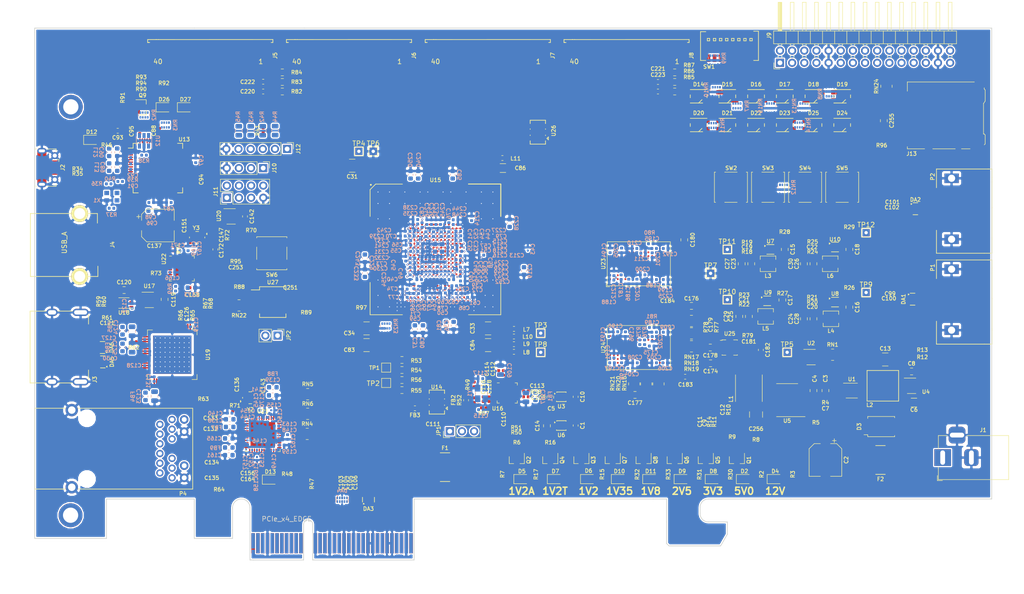
<source format=kicad_pcb>
(kicad_pcb (version 20171130) (host pcbnew 5.0.1)
  (layers (0 F.Cu signal) (1 In1.Cu signal) (2 In2.Cu signal) (3 In3.Cu signal) (4 In4.Cu signal) (5 In5.Cu signal) (6 In6.Cu signal) (31 B.Cu signal) (34 B.Paste user) (35 F.Paste user) (36 B.SilkS user) (37 F.SilkS user) (38 B.Mask user) (39 F.Mask user) (44 Edge.Cuts user))
  (net 0 "")
  (net 1 "/PCIe + SATA/DCU1_REFCLK-")
  (net 2 "/PCIe + SATA/DCU1_REFCLK+")
  (net 3 DDR3_A4)
  (net 4 DDR3_A6)
  (net 5 DDR3_A5)
  (net 6 DDR3_A7)
  (net 7 /DDR3/DDR3_VTT)
  (net 8 "Net-(RN2-Pad5)")
  (net 9 "Net-(RN2-Pad6)")
  (net 10 "Net-(R38-Pad2)")
  (net 11 "Net-(RN2-Pad7)")
  (net 12 +3V3)
  (net 13 /Power/1V2_EN)
  (net 14 /Power/2V5_EN)
  (net 15 /Power/1V35_EN)
  (net 16 "Net-(RN1-Pad4)")
  (net 17 +5V)
  (net 18 "Net-(RN1-Pad5)")
  (net 19 USD_D0)
  (net 20 USD_D3)
  (net 21 USD_CMD)
  (net 22 USD_D2)
  (net 23 "Net-(RN23-Pad1)")
  (net 24 GND)
  (net 25 "/FPGA IO/CFG0")
  (net 26 "Net-(RN23-Pad8)")
  (net 27 "/FPGA IO/CFG1")
  (net 28 "/FPGA IO/CFG2")
  (net 29 "/FPGA IO/FLASH_D3")
  (net 30 "/FPGA IO/FLASH_D1")
  (net 31 "/FPGA IO/FLASH_D2")
  (net 32 "/FPGA IO/FLASH_D0")
  (net 33 DDR3_WE)
  (net 34 DDR3_CKE)
  (net 35 DDR3_CS)
  (net 36 DDR3_ODT)
  (net 37 DDR3_CAS)
  (net 38 DDR3_BA2)
  (net 39 DDR3_RAS)
  (net 40 DDR3_BA1)
  (net 41 DDR3_A12)
  (net 42 DDR3_A14)
  (net 43 DDR3_A13)
  (net 44 DDR3_BA0)
  (net 45 DDR3_A11)
  (net 46 DDR3_A9)
  (net 47 DDR3_A10)
  (net 48 DDR3_A8)
  (net 49 DDR3_A0)
  (net 50 DDR3_A2)
  (net 51 DDR3_A1)
  (net 52 DDR3_A3)
  (net 53 "/HDMI, GbE, USB/ETH_LED2")
  (net 54 ETH_~RESET)
  (net 55 "/HDMI, GbE, USB/ETH_LED1")
  (net 56 RGMII_REF_CLK)
  (net 57 "Net-(D18-Pad4)")
  (net 58 "Net-(D20-Pad4)")
  (net 59 "Net-(D19-Pad4)")
  (net 60 "Net-(D21-Pad4)")
  (net 61 "Net-(D25-Pad4)")
  (net 62 "Net-(D23-Pad4)")
  (net 63 "Net-(D24-Pad4)")
  (net 64 "Net-(D22-Pad4)")
  (net 65 FTDI_D1_RX)
  (net 66 FTDI_~WR)
  (net 67 FTDI_~RD)
  (net 68 FTDI_~SIWU)
  (net 69 RGMII_RXD0)
  (net 70 RGMII_RXD2)
  (net 71 RGMII_RXD1)
  (net 72 RGMII_RXD3)
  (net 73 RGMII_RX_DV)
  (net 74 ETH_MDIO)
  (net 75 RGMII_RX_CLK)
  (net 76 ETH_INT_N)
  (net 77 "Net-(D17-Pad1)")
  (net 78 "Net-(D16-Pad1)")
  (net 79 "Net-(D14-Pad1)")
  (net 80 "Net-(D15-Pad1)")
  (net 81 DIP_SW1)
  (net 82 DIP_SW0)
  (net 83 DIP_SW2)
  (net 84 DIP_SW3)
  (net 85 DIP_SW7)
  (net 86 DIP_SW6)
  (net 87 DIP_SW4)
  (net 88 DIP_SW5)
  (net 89 "Net-(D14-Pad4)")
  (net 90 "Net-(D16-Pad4)")
  (net 91 "Net-(D15-Pad4)")
  (net 92 "Net-(D17-Pad4)")
  (net 93 "Net-(D21-Pad1)")
  (net 94 "Net-(D20-Pad1)")
  (net 95 "Net-(D18-Pad1)")
  (net 96 "Net-(D19-Pad1)")
  (net 97 BTN1)
  (net 98 BTN0)
  (net 99 BTN2)
  (net 100 BTN3)
  (net 101 "Net-(D25-Pad1)")
  (net 102 "Net-(D24-Pad1)")
  (net 103 "Net-(D22-Pad1)")
  (net 104 "Net-(D23-Pad1)")
  (net 105 "/FPGA IO/VCCIO7")
  (net 106 "Net-(R44-Pad2)")
  (net 107 JTAG_TDO)
  (net 108 JTAG_TDI)
  (net 109 "Net-(R43-Pad2)")
  (net 110 "Net-(R42-Pad2)")
  (net 111 JTAG_TCK)
  (net 112 JTAG_TMS)
  (net 113 "Net-(R45-Pad2)")
  (net 114 "/PCIe + SATA/CLKAUXO+")
  (net 115 "/PCIe + SATA/CLK150M-")
  (net 116 +1V8)
  (net 117 +2V5)
  (net 118 "/PCIe + SATA/CLKAUXO-")
  (net 119 "/FPGA IO/VCCIO6")
  (net 120 "/PCIe + SATA/CLK150M+")
  (net 121 CLK_SDA)
  (net 122 "Net-(R36-Pad2)")
  (net 123 FPGA_12MHz)
  (net 124 "/PCIe + SATA/PCIe_REFCLK+")
  (net 125 "/PCIe + SATA/PCIe_REFCLK-")
  (net 126 PCIe_12V)
  (net 127 "Net-(D13-Pad2)")
  (net 128 ~PERST)
  (net 129 "Net-(P3-PadA11)")
  (net 130 "Net-(D12-Pad2)")
  (net 131 "Net-(R40-Pad1)")
  (net 132 "Net-(R39-Pad1)")
  (net 133 "Net-(R38-Pad1)")
  (net 134 "Net-(R12-Pad2)")
  (net 135 "/PCIe + SATA/3V3_C")
  (net 136 "/PCIe + SATA/3V3_CA")
  (net 137 "Net-(R57-Pad1)")
  (net 138 "Net-(R58-Pad2)")
  (net 139 FABRIC_REFCLK)
  (net 140 "/HDMI, GbE, USB/PORT_SCL")
  (net 141 "/HDMI, GbE, USB/PORT_SDA")
  (net 142 "Net-(C121-Pad1)")
  (net 143 "Net-(R62-Pad1)")
  (net 144 /Power/3V3_PG)
  (net 145 "Net-(D27-Pad2)")
  (net 146 "/FPGA IO/~PROGRAM")
  (net 147 "Net-(R80-Pad1)")
  (net 148 "Net-(R81-Pad1)")
  (net 149 "/FPGA IO/FLASH_~CS")
  (net 150 "/FPGA IO/FLASH_CLK")
  (net 151 "/FPGA IO/DONE")
  (net 152 "Net-(Q9-Pad1)")
  (net 153 "Net-(D26-Pad2)")
  (net 154 "Net-(R79-Pad1)")
  (net 155 "/FPGA IO/~INIT")
  (net 156 "Net-(C9-Pad1)")
  (net 157 "Net-(C11-Pad1)")
  (net 158 "Net-(Q2-Pad3)")
  (net 159 "Net-(D5-Pad1)")
  (net 160 /Power/1V2_PG)
  (net 161 USD_D1)
  (net 162 USD_CLK)
  (net 163 "Net-(R97-Pad1)")
  (net 164 "Net-(Q2-Pad1)")
  (net 165 +1V2A)
  (net 166 "Net-(R5-Pad2)")
  (net 167 "Net-(D2-Pad2)")
  (net 168 "Net-(C7-Pad1)")
  (net 169 "Net-(D4-Pad2)")
  (net 170 +12V)
  (net 171 "Net-(R74-Pad1)")
  (net 172 "/Debug Interface/PORT_D-")
  (net 173 "/Debug Interface/FTDI_D-")
  (net 174 "/Debug Interface/FTDI_D+")
  (net 175 "/Debug Interface/PORT_D+")
  (net 176 "Net-(C22-Pad2)")
  (net 177 "Net-(R71-Pad2)")
  (net 178 "/HDMI, GbE, USB/USB_XO")
  (net 179 "/HDMI, GbE, USB/USB_XI")
  (net 180 "Net-(R73-Pad1)")
  (net 181 "/HDMI, GbE, USB/USBA_VBUS")
  (net 182 "/HDMI, GbE, USB/EXTVBUS")
  (net 183 DVI_SCL)
  (net 184 DVI_SDA)
  (net 185 CLK_SCL)
  (net 186 "Net-(R70-Pad1)")
  (net 187 "Net-(C175-Pad2)")
  (net 188 DDR3_CLK+)
  (net 189 "Net-(P4-Pad16)")
  (net 190 "Net-(R66-Pad1)")
  (net 191 "Net-(R65-Pad1)")
  (net 192 "/HDMI, GbE, USB/HDMI_HPD")
  (net 193 DDR3_CLK-)
  (net 194 "Net-(C179-Pad1)")
  (net 195 +1V35)
  (net 196 +1V2)
  (net 197 "Net-(D10-Pad2)")
  (net 198 "Net-(P4-Pad14)")
  (net 199 "Net-(C12-Pad2)")
  (net 200 "Net-(D6-Pad2)")
  (net 201 +1V2T)
  (net 202 "Net-(Q4-Pad1)")
  (net 203 "Net-(Q4-Pad3)")
  (net 204 "Net-(D7-Pad1)")
  (net 205 "Net-(C19-Pad2)")
  (net 206 "Net-(C20-Pad2)")
  (net 207 "Net-(C21-Pad2)")
  (net 208 "/Debug Interface/FTDI_12MHz")
  (net 209 "Net-(D11-Pad2)")
  (net 210 /Power/2V5_PG)
  (net 211 /Power/1V35_PG)
  (net 212 /Power/1V8_PG)
  (net 213 "Net-(D8-Pad2)")
  (net 214 "Net-(D9-Pad2)")
  (net 215 "Net-(C8-Pad2)")
  (net 216 "Net-(C8-Pad1)")
  (net 217 /Power/PWR_EN)
  (net 218 "/HDMI, GbE, USB/HDMI_5V")
  (net 219 "Net-(U17-Pad3)")
  (net 220 "Net-(D9-Pad1)")
  (net 221 "Net-(D11-Pad1)")
  (net 222 "Net-(D26-Pad1)")
  (net 223 "Net-(D2-Pad1)")
  (net 224 "Net-(D6-Pad1)")
  (net 225 "Net-(D10-Pad1)")
  (net 226 "Net-(D8-Pad1)")
  (net 227 "Net-(U1-Pad3)")
  (net 228 DDR3_Vref)
  (net 229 DDR3_Vtt_EN)
  (net 230 "Net-(U5-Pad2)")
  (net 231 "Net-(L1-Pad1)")
  (net 232 "Net-(C11-Pad2)")
  (net 233 "Net-(U13-Pad3)")
  (net 234 "/Debug Interface/Vphy")
  (net 235 "/Debug Interface/Vpll")
  (net 236 "/Debug Interface/JTAG_ACT")
  (net 237 "Net-(U13-Pad22)")
  (net 238 "Net-(U13-Pad23)")
  (net 239 "Net-(U13-Pad24)")
  (net 240 "Net-(U13-Pad26)")
  (net 241 "Net-(U13-Pad27)")
  (net 242 "Net-(U13-Pad28)")
  (net 243 "Net-(U13-Pad29)")
  (net 244 "Net-(U13-Pad30)")
  (net 245 "Net-(U13-Pad32)")
  (net 246 "Net-(U13-Pad33)")
  (net 247 "Net-(U13-Pad34)")
  (net 248 "Net-(U13-Pad36)")
  (net 249 FTDI_D0_TX)
  (net 250 FTDI_D2)
  (net 251 FTDI_D3)
  (net 252 FTDI_D4)
  (net 253 FTDI_D5)
  (net 254 FTDI_D6)
  (net 255 FTDI_D7)
  (net 256 FTDI_~RXF)
  (net 257 "Net-(U13-Pad49)")
  (net 258 "Net-(U13-Pad50)")
  (net 259 FTDI_~TXE)
  (net 260 "Net-(U13-Pad57)")
  (net 261 "Net-(U13-Pad58)")
  (net 262 "Net-(U13-Pad59)")
  (net 263 "Net-(U13-Pad60)")
  (net 264 "/HDMI, GbE, USB/DVI_DVDD")
  (net 265 DVI_DE)
  (net 266 DVI_HSYNC)
  (net 267 DVI_VSYNC)
  (net 268 "Net-(U19-Pad11)")
  (net 269 "/HDMI, GbE, USB/DVI_PVDD")
  (net 270 "/HDMI, GbE, USB/TMDS_CLK-")
  (net 271 "/HDMI, GbE, USB/TMDS_CLK+")
  (net 272 "/HDMI, GbE, USB/DVI_TVDD")
  (net 273 "/HDMI, GbE, USB/TMDS_D0-")
  (net 274 "/HDMI, GbE, USB/TMDS_D0+")
  (net 275 "/HDMI, GbE, USB/TMDS_D1-")
  (net 276 "/HDMI, GbE, USB/TMDS_D1+")
  (net 277 "/HDMI, GbE, USB/TMDS_D2-")
  (net 278 "/HDMI, GbE, USB/TMDS_D2+")
  (net 279 DVI_D23)
  (net 280 DVI_D22)
  (net 281 DVI_D21)
  (net 282 DVI_D20)
  (net 283 DVI_D19)
  (net 284 DVI_D18)
  (net 285 DVI_D17)
  (net 286 DVI_D16)
  (net 287 DVI_D15)
  (net 288 DVI_D14)
  (net 289 DVI_D13)
  (net 290 DVI_D12)
  (net 291 "Net-(U19-Pad49)")
  (net 292 DVI_D11)
  (net 293 DVI_D10)
  (net 294 DVI_D9)
  (net 295 DVI_D8)
  (net 296 DVI_D7)
  (net 297 DVI_D6)
  (net 298 DVI_CLK)
  (net 299 DVI_D5)
  (net 300 DVI_D4)
  (net 301 DVI_D3)
  (net 302 DVI_D2)
  (net 303 DVI_D1)
  (net 304 DVI_D0)
  (net 305 "/HDMI, GbE, USB/AVDDH")
  (net 306 "/HDMI, GbE, USB/MX4-")
  (net 307 "/HDMI, GbE, USB/MX4+")
  (net 308 "/HDMI, GbE, USB/AVDDL")
  (net 309 "/HDMI, GbE, USB/MX3-")
  (net 310 "/HDMI, GbE, USB/MX3+")
  (net 311 "/HDMI, GbE, USB/MX2-")
  (net 312 "/HDMI, GbE, USB/MX2+")
  (net 313 "/HDMI, GbE, USB/MX1-")
  (net 314 "/HDMI, GbE, USB/MX1+")
  (net 315 "Net-(U21-Pad13)")
  (net 316 RGMII_TXD0)
  (net 317 RGMII_TXD1)
  (net 318 RGMII_TXD2)
  (net 319 RGMII_TXD3)
  (net 320 RGMII_TX_CLK)
  (net 321 RGMII_TX_EN)
  (net 322 ETH_MDC)
  (net 323 "Net-(U21-Pad43)")
  (net 324 "/HDMI, GbE, USB/AVDDL_PLL")
  (net 325 "/HDMI, GbE, USB/ETH_XO")
  (net 326 "/HDMI, GbE, USB/ETH_XI")
  (net 327 "Net-(U21-Pad47)")
  (net 328 "Net-(U22-Pad3)")
  (net 329 "Net-(U22-Pad5)")
  (net 330 "/HDMI, GbE, USB/USBA_D+")
  (net 331 "/HDMI, GbE, USB/USBA_D-")
  (net 332 ULPI_RESET)
  (net 333 ULPI_NXT)
  (net 334 ULPI_DIR)
  (net 335 ULPI_STP)
  (net 336 ULPI_CLKO)
  (net 337 "/HDMI, GbE, USB/USB1V8")
  (net 338 ULPI_D7)
  (net 339 ULPI_D6)
  (net 340 ULPI_D5)
  (net 341 ULPI_D4)
  (net 342 ULPI_D3)
  (net 343 ULPI_D2)
  (net 344 ULPI_D1)
  (net 345 ULPI_D0)
  (net 346 "Net-(C117-Pad1)")
  (net 347 "Net-(C115-Pad2)")
  (net 348 CLK_SD_OE)
  (net 349 "Net-(U16-Pad11)")
  (net 350 "Net-(U16-Pad12)")
  (net 351 "/PCIe + SATA/1V8_C")
  (net 352 "Net-(U16-Pad16)")
  (net 353 "/PCIe + SATA/DCU0_REFCLK-")
  (net 354 "/PCIe + SATA/DCU0_REFCLK+")
  (net 355 "Net-(U16-Pad24)")
  (net 356 DDR3_DQ13)
  (net 357 DDR3_DQ15)
  (net 358 DDR3_DQ12)
  (net 359 DDR3_DQS1-)
  (net 360 DDR3_DQ14)
  (net 361 DDR3_DQ11)
  (net 362 DDR3_DQ9)
  (net 363 DDR3_DQS1+)
  (net 364 DDR3_DQ10)
  (net 365 DDR3_DM1)
  (net 366 DDR3_DQ8)
  (net 367 DDR3_DQ0)
  (net 368 DDR3_DM0)
  (net 369 DDR3_DQ2)
  (net 370 DDR3_DQS0+)
  (net 371 DDR3_DQ1)
  (net 372 DDR3_DQ3)
  (net 373 DDR3_DQ6)
  (net 374 DDR3_DQS0-)
  (net 375 DDR3_DQ4)
  (net 376 DDR3_DQ7)
  (net 377 DDR3_DQ5)
  (net 378 "Net-(U23-PadJ1)")
  (net 379 "Net-(U23-PadJ9)")
  (net 380 "Net-(U23-PadL1)")
  (net 381 "Net-(U23-PadL9)")
  (net 382 "Net-(U23-PadM7)")
  (net 383 DDR3_RESET)
  (net 384 "Net-(U24-PadM7)")
  (net 385 "Net-(U24-PadL9)")
  (net 386 "Net-(U24-PadL1)")
  (net 387 "Net-(U24-PadJ9)")
  (net 388 "Net-(U24-PadJ1)")
  (net 389 DDR3_DQ21)
  (net 390 DDR3_DQ23)
  (net 391 DDR3_DQ20)
  (net 392 DDR3_DQS2-)
  (net 393 DDR3_DQ22)
  (net 394 DDR3_DQ19)
  (net 395 DDR3_DQ17)
  (net 396 DDR3_DQS2+)
  (net 397 DDR3_DQ18)
  (net 398 DDR3_DM2)
  (net 399 DDR3_DQ16)
  (net 400 DDR3_DQ24)
  (net 401 DDR3_DM3)
  (net 402 DDR3_DQ26)
  (net 403 DDR3_DQS3+)
  (net 404 DDR3_DQ25)
  (net 405 DDR3_DQ27)
  (net 406 DDR3_DQ30)
  (net 407 DDR3_DQS3-)
  (net 408 DDR3_DQ28)
  (net 409 DDR3_DQ31)
  (net 410 DDR3_DQ29)
  (net 411 "Net-(X1-Pad1)")
  (net 412 "Net-(L4-Pad1)")
  (net 413 "Net-(L5-Pad1)")
  (net 414 "Net-(L3-Pad1)")
  (net 415 "Net-(L6-Pad1)")
  (net 416 "Net-(C111-Pad1)")
  (net 417 "/FPGA Core Power/VCCHTX1")
  (net 418 "/FPGA Core Power/VCCHTX0")
  (net 419 "/FPGA Core Power/VCCA0")
  (net 420 "/FPGA Core Power/VCCAUX")
  (net 421 "/FPGA Core Power/VCCA1")
  (net 422 "/PCIe + SATA/SATA1_A+")
  (net 423 "/PCIe + SATA/SATA1_A-")
  (net 424 "/PCIe + SATA/DCU1_RX1-")
  (net 425 "/PCIe + SATA/DCU1_RX1+")
  (net 426 "/PCIe + SATA/SATA0_A+")
  (net 427 "/PCIe + SATA/SATA0_A-")
  (net 428 "/PCIe + SATA/DCU1_RX0-")
  (net 429 "/PCIe + SATA/DCU1_RX0+")
  (net 430 "/PCIe + SATA/PCIe_HSI0+")
  (net 431 "/PCIe + SATA/PCIe_HSI0-")
  (net 432 "/PCIe + SATA/PCIe_HSI1+")
  (net 433 "/PCIe + SATA/PCIe_HSI1-")
  (net 434 "/PCIe + SATA/DCU0_RX0+")
  (net 435 "/PCIe + SATA/DCU0_RX0-")
  (net 436 "/PCIe + SATA/DCU0_RX1+")
  (net 437 "/PCIe + SATA/DCU0_RX1-")
  (net 438 "Net-(U6-Pad2)")
  (net 439 "Net-(U6-Pad5)")
  (net 440 "Net-(U3-Pad5)")
  (net 441 "Net-(U3-Pad2)")
  (net 442 "Net-(U10-Pad4)")
  (net 443 "Net-(U9-Pad4)")
  (net 444 "Net-(U8-Pad4)")
  (net 445 "Net-(U7-Pad4)")
  (net 446 "Net-(J5-Pad38)")
  (net 447 "/FPGA IO/EXT0_11-")
  (net 448 "/FPGA IO/EXT0_11+")
  (net 449 "/FPGA IO/EXT0_10-")
  (net 450 "/FPGA IO/EXT0_10+")
  (net 451 "/FPGA IO/EXT0_9-")
  (net 452 "/FPGA IO/EXT0_9+")
  (net 453 "/FPGA IO/EXT0_8-")
  (net 454 "/FPGA IO/EXT0_8+")
  (net 455 "/FPGA IO/EXT0_7-")
  (net 456 "/FPGA IO/EXT0_7+")
  (net 457 "/FPGA IO/EXT0_6-")
  (net 458 "/FPGA IO/EXT0_6+")
  (net 459 "/FPGA IO/EXT0_5-")
  (net 460 "/FPGA IO/EXT0_5+")
  (net 461 "/FPGA IO/EXT0_4-")
  (net 462 "/FPGA IO/EXT0_4+")
  (net 463 "/FPGA IO/EXT0_3-")
  (net 464 "/FPGA IO/EXT0_3+")
  (net 465 "/FPGA IO/EXT0_2-")
  (net 466 "/FPGA IO/EXT0_2+")
  (net 467 "/FPGA IO/EXT0_1-")
  (net 468 "/FPGA IO/EXT0_1+")
  (net 469 "/FPGA IO/EXT0_0-")
  (net 470 "/FPGA IO/EXT0_0+")
  (net 471 "/FPGA IO/EXT3_0+")
  (net 472 "/FPGA IO/EXT3_0-")
  (net 473 "/FPGA IO/EXT3_1+")
  (net 474 "/FPGA IO/EXT3_1-")
  (net 475 "/FPGA IO/EXT3_2+")
  (net 476 "/FPGA IO/EXT3_2-")
  (net 477 "/FPGA IO/EXT3_3+")
  (net 478 "/FPGA IO/EXT3_3-")
  (net 479 "/FPGA IO/EXT3_4+")
  (net 480 "/FPGA IO/EXT3_4-")
  (net 481 "/FPGA IO/EXT3_5+")
  (net 482 "/FPGA IO/EXT3_5-")
  (net 483 "/FPGA IO/EXT3_6+")
  (net 484 "/FPGA IO/EXT3_6-")
  (net 485 "/FPGA IO/EXT3_7+")
  (net 486 "/FPGA IO/EXT3_7-")
  (net 487 "/FPGA IO/EXT3_8+")
  (net 488 "/FPGA IO/EXT3_8-")
  (net 489 "/FPGA IO/EXT3_9+")
  (net 490 "/FPGA IO/EXT3_9-")
  (net 491 "/FPGA IO/EXT3_10+")
  (net 492 "/FPGA IO/EXT3_10-")
  (net 493 "/FPGA IO/EXT3_11+")
  (net 494 "/FPGA IO/EXT3_11-")
  (net 495 "Net-(J8-Pad38)")
  (net 496 "Net-(J6-Pad38)")
  (net 497 "/FPGA IO/EXT1_11-")
  (net 498 "/FPGA IO/EXT1_11+")
  (net 499 "/FPGA IO/EXT1_10-")
  (net 500 "/FPGA IO/EXT1_10+")
  (net 501 "/FPGA IO/EXT1_9-")
  (net 502 "/FPGA IO/EXT1_9+")
  (net 503 "/FPGA IO/EXT1_8-")
  (net 504 "/FPGA IO/EXT1_8+")
  (net 505 "/FPGA IO/EXT1_7-")
  (net 506 "/FPGA IO/EXT1_7+")
  (net 507 "/FPGA IO/EXT1_6-")
  (net 508 "/FPGA IO/EXT1_6+")
  (net 509 "/FPGA IO/EXT1_5-")
  (net 510 "/FPGA IO/EXT1_5+")
  (net 511 "/FPGA IO/EXT1_4-")
  (net 512 "/FPGA IO/EXT1_4+")
  (net 513 "/FPGA IO/EXT1_3-")
  (net 514 "/FPGA IO/EXT1_3+")
  (net 515 "/FPGA IO/EXT1_2-")
  (net 516 "/FPGA IO/EXT1_2+")
  (net 517 "/FPGA IO/EXT1_1-")
  (net 518 "/FPGA IO/EXT1_1+")
  (net 519 "/FPGA IO/EXT1_0-")
  (net 520 "/FPGA IO/EXT1_0+")
  (net 521 "/FPGA IO/EXT2_0+")
  (net 522 "/FPGA IO/EXT2_0-")
  (net 523 "/FPGA IO/EXT2_1+")
  (net 524 "/FPGA IO/EXT2_1-")
  (net 525 "/FPGA IO/EXT2_2+")
  (net 526 "/FPGA IO/EXT2_2-")
  (net 527 "/FPGA IO/EXT2_3+")
  (net 528 "/FPGA IO/EXT2_3-")
  (net 529 "/FPGA IO/EXT2_4+")
  (net 530 "/FPGA IO/EXT2_4-")
  (net 531 "/FPGA IO/EXT2_5+")
  (net 532 "/FPGA IO/EXT2_5-")
  (net 533 "/FPGA IO/EXT2_6+")
  (net 534 "/FPGA IO/EXT2_6-")
  (net 535 "/FPGA IO/EXT2_7+")
  (net 536 "/FPGA IO/EXT2_7-")
  (net 537 "/FPGA IO/EXT2_8+")
  (net 538 "/FPGA IO/EXT2_8-")
  (net 539 "/FPGA IO/EXT2_9+")
  (net 540 "/FPGA IO/EXT2_9-")
  (net 541 "/FPGA IO/EXT2_10+")
  (net 542 "/FPGA IO/EXT2_10-")
  (net 543 "/FPGA IO/EXT2_11+")
  (net 544 "/FPGA IO/EXT2_11-")
  (net 545 "Net-(J7-Pad38)")
  (net 546 "Net-(C132-Pad1)")
  (net 547 "Net-(C135-Pad1)")
  (net 548 "Net-(C133-Pad1)")
  (net 549 "Net-(C134-Pad1)")
  (net 550 "Net-(P3-PadB5)")
  (net 551 "Net-(P3-PadB6)")
  (net 552 "Net-(P3-PadB8)")
  (net 553 "Net-(P3-PadB9)")
  (net 554 "Net-(P3-PadB10)")
  (net 555 PCIe_~WAKE)
  (net 556 "Net-(P3-PadB12)")
  (net 557 "/PCIe + SATA/~PRSNT2~_X1")
  (net 558 "Net-(P3-PadB23)")
  (net 559 "Net-(P3-PadB24)")
  (net 560 "Net-(P3-PadB27)")
  (net 561 "Net-(P3-PadB28)")
  (net 562 "Net-(P3-PadB30)")
  (net 563 "/PCIe + SATA/~PRSNT2~_X4")
  (net 564 "/PCIe + SATA/~PRSNT1")
  (net 565 "Net-(P3-PadA5)")
  (net 566 "Net-(P3-PadA6)")
  (net 567 "Net-(P3-PadA7)")
  (net 568 "Net-(P3-PadA8)")
  (net 569 "Net-(P3-PadA9)")
  (net 570 "Net-(P3-PadA10)")
  (net 571 "Net-(P3-PadA19)")
  (net 572 "Net-(P3-PadA25)")
  (net 573 "Net-(P3-PadA26)")
  (net 574 "Net-(P3-PadA29)")
  (net 575 "Net-(P3-PadA30)")
  (net 576 "Net-(P3-PadA32)")
  (net 577 "Net-(U14-Pad2)")
  (net 578 "Net-(U14-Pad1)")
  (net 579 "Net-(U26-Pad1)")
  (net 580 "Net-(U26-Pad2)")
  (net 581 "/FPGA IO/CLK100+")
  (net 582 "/FPGA IO/CLK100-")
  (net 583 "Net-(J3-Pad14)")
  (net 584 "Net-(J3-Pad13)")
  (net 585 LED2)
  (net 586 LED11)
  (net 587 LED10)
  (net 588 LED0)
  (net 589 LED1)
  (net 590 LED3)
  (net 591 LED4)
  (net 592 LED5)
  (net 593 LED6)
  (net 594 LED7)
  (net 595 LED8)
  (net 596 LED9)
  (net 597 "Net-(F2-Pad2)")
  (net 598 "Net-(U15-PadR1)")
  (net 599 "Net-(U15-PadY1)")
  (net 600 "Net-(U15-PadAB1)")
  (net 601 "Net-(U15-PadAC1)")
  (net 602 "Net-(U15-PadAD1)")
  (net 603 "Net-(U15-PadAE1)")
  (net 604 "Net-(U15-PadA2)")
  (net 605 "Net-(U15-PadT2)")
  (net 606 "Net-(U15-PadW2)")
  (net 607 "Net-(U15-PadAB2)")
  (net 608 "Net-(U15-PadAC2)")
  (net 609 "Net-(U15-PadAE2)")
  (net 610 "Net-(U15-PadAG2)")
  (net 611 "Net-(U15-PadA3)")
  (net 612 "Net-(U15-PadV3)")
  (net 613 "Net-(U15-PadW3)")
  (net 614 "Net-(U15-PadY3)")
  (net 615 "Net-(U15-PadAC3)")
  (net 616 "Net-(U15-PadAD3)")
  (net 617 "Net-(U15-PadAE3)")
  (net 618 "Net-(U15-PadAG3)")
  (net 619 "Net-(U15-PadAL3)")
  (net 620 "Net-(U15-PadB4)")
  (net 621 "Net-(U15-PadH4)")
  (net 622 "Net-(U15-PadAC4)")
  (net 623 "Net-(U15-PadA5)")
  (net 624 "Net-(U15-PadL5)")
  (net 625 "Net-(U15-PadW6)")
  (net 626 "Net-(U15-PadD7)")
  (net 627 "Net-(U15-PadE7)")
  (net 628 "Net-(U15-PadAE7)")
  (net 629 "Net-(U15-PadG9)")
  (net 630 "/PCIe + SATA/DCU0_TX0+")
  (net 631 "Net-(U15-PadG10)")
  (net 632 "/PCIe + SATA/DCU0_TX0-")
  (net 633 "Net-(U15-PadG11)")
  (net 634 "/PCIe + SATA/DCU0_TX1+")
  (net 635 "/PCIe + SATA/DCU0_TX1-")
  (net 636 "/FPGA IO/PMOD1_10")
  (net 637 "/FPGA IO/PMOD1_9")
  (net 638 "Net-(U15-PadG14)")
  (net 639 "Net-(U15-PadG15)")
  (net 640 "Net-(U15-PadAK15)")
  (net 641 "Net-(U15-PadG16)")
  (net 642 "Net-(U15-PadAK16)")
  (net 643 "Net-(U15-PadG17)")
  (net 644 "Net-(U15-PadG18)")
  (net 645 "/PCIe + SATA/DCU1_TX0+")
  (net 646 "Net-(U15-PadG19)")
  (net 647 "/PCIe + SATA/DCU1_TX0-")
  (net 648 "/FPGA IO/PMOD1_8")
  (net 649 "/FPGA IO/PMOD1_7")
  (net 650 "/PCIe + SATA/DCU1_TX1+")
  (net 651 "/PCIe + SATA/DCU1_TX1-")
  (net 652 "/FPGA IO/EXIO_5")
  (net 653 "/FPGA IO/EXIO_4")
  (net 654 "/FPGA IO/EXIO_3")
  (net 655 "Net-(U15-PadG22)")
  (net 656 "/FPGA IO/PMOD1_3")
  (net 657 "/FPGA IO/PMOD1_2")
  (net 658 "/FPGA IO/PMOD1_0")
  (net 659 "/FPGA IO/PMOD1_1")
  (net 660 "/FPGA IO/EXIO_2")
  (net 661 "Net-(U15-PadG23)")
  (net 662 "/FPGA IO/EXIO_1")
  (net 663 "/FPGA IO/PMOD0_10")
  (net 664 "/FPGA IO/EXIO_0")
  (net 665 "/FPGA IO/PMOD0_9")
  (net 666 "Net-(U15-PadG24)")
  (net 667 "Net-(U15-PadAG24)")
  (net 668 "Net-(U15-PadAK24)")
  (net 669 "/FPGA IO/PMOD0_8")
  (net 670 "/FPGA IO/PMOD0_3")
  (net 671 "/FPGA IO/PMOD0_7")
  (net 672 "/FPGA IO/PMOD0_2")
  (net 673 "/FPGA IO/PMOD0_1")
  (net 674 "Net-(U15-PadAK25)")
  (net 675 "/FPGA IO/PMOD0_0")
  (net 676 "Net-(U15-PadB26)")
  (net 677 "Net-(U15-PadE26)")
  (net 678 "Net-(U15-PadR26)")
  (net 679 "Net-(U15-PadT26)")
  (net 680 "Net-(U15-PadAE26)")
  (net 681 "Net-(U15-PadH27)")
  (net 682 "Net-(U15-PadJ27)")
  (net 683 "Net-(U15-PadK27)")
  (net 684 "Net-(U15-PadW27)")
  (net 685 "Net-(U15-PadC28)")
  (net 686 "Net-(U15-PadD28)")
  (net 687 "Net-(U15-PadH28)")
  (net 688 "Net-(U15-PadL28)")
  (net 689 "Net-(U15-PadP28)")
  (net 690 "Net-(U15-PadAC28)")
  (net 691 "Net-(U15-PadAE28)")
  (net 692 "Net-(U15-PadC29)")
  (net 693 "Net-(U15-PadD29)")
  (net 694 "Net-(U15-PadH29)")
  (net 695 "Net-(U15-PadP29)")
  (net 696 "Net-(U15-PadAB29)")
  (net 697 "Net-(U15-PadAC29)")
  (net 698 "Net-(U15-PadAE29)")
  (net 699 "Net-(U15-PadAJ29)")
  (net 700 "Net-(U15-PadC30)")
  (net 701 "Net-(U15-PadP30)")
  (net 702 "Net-(U15-PadR30)")
  (net 703 "Net-(U15-PadV30)")
  (net 704 "Net-(U15-PadAB30)")
  (net 705 "Net-(U15-PadAE30)")
  (net 706 "Net-(U15-PadAJ30)")
  (net 707 "Net-(U15-PadA31)")
  (net 708 "Net-(U15-PadF31)")
  (net 709 "Net-(U15-PadH31)")
  (net 710 "Net-(U15-PadP31)")
  (net 711 "Net-(U15-PadAG31)")
  (net 712 "Net-(U15-PadAK31)")
  (net 713 "Net-(U15-PadE32)")
  (net 714 "Net-(U15-PadF32)")
  (net 715 "Net-(U15-PadH32)")
  (net 716 "Net-(U15-PadAG32)")
  (net 717 "Net-(J2-Pad1)")
  (net 718 "Net-(J2-Pad4)")
  (module Capacitor_SMD:C_0201_0603Metric (layer B.Cu) (at 90.2 111.585 90)
    (fp_text reference C149 (at -2.665 0.05 90) (layer B.SilkS) (effects (font (size 0.8 0.8)) (justify mirror)))
    (fp_text value 10n)
    (pad 1 smd roundrect (at -0.32 0 90) (size 0.46 0.4) (layers B.Cu B.Mask) (net 196 +1V2))
    (pad 2 smd roundrect (at 0.32 0 90) (size 0.46 0.4) (layers B.Cu B.Mask) (net 24 GND))
  )
  (module Capacitor_SMD:C_0201_0603Metric (layer B.Cu) (at 85.015 109.9)
    (fp_text reference C146 (at 2.235 0.1) (layer B.SilkS) (effects (font (size 0.8 0.8)) (justify mirror)))
    (fp_text value 10n)
    (pad 2 smd roundrect (at 0.32 0) (size 0.46 0.4) (layers B.Cu B.Mask) (net 24 GND))
    (pad 1 smd roundrect (at -0.32 0) (size 0.46 0.4) (layers B.Cu B.Mask) (net 308 "/HDMI, GbE, USB/AVDDL"))
  )
  (module Capacitor_SMD:C_0201_0603Metric (layer B.Cu) (at 87.2 105.615 90)
    (fp_text reference C145 (at 4.115 -0.7 90) (layer B.SilkS) (effects (font (size 0.8 0.8)) (justify mirror)))
    (fp_text value 10n)
    (pad 1 smd roundrect (at -0.32 0 90) (size 0.46 0.4) (layers B.Cu B.Mask) (net 24 GND))
    (pad 2 smd roundrect (at 0.32 0 90) (size 0.46 0.4) (layers B.Cu B.Mask) (net 324 "/HDMI, GbE, USB/AVDDL_PLL"))
  )
  (module Capacitor_SMD:C_0201_0603Metric (layer B.Cu) (at 84.915 107.4)
    (fp_text reference C144 (at -0.165 -2.4) (layer B.SilkS) (effects (font (size 0.8 0.8)) (justify mirror)))
    (fp_text value 10n)
    (pad 2 smd roundrect (at 0.32 0) (size 0.46 0.4) (layers B.Cu B.Mask) (net 24 GND))
    (pad 1 smd roundrect (at -0.32 0) (size 0.46 0.4) (layers B.Cu B.Mask) (net 308 "/HDMI, GbE, USB/AVDDL"))
  )
  (module Capacitor_SMD:C_0201_0603Metric (layer B.Cu) (at 90.9 108.9 180)
    (fp_text reference C148 (at -2.6 1.15 180) (layer B.SilkS) (effects (font (size 0.8 0.8)) (justify mirror)))
    (fp_text value 10n)
    (pad 1 smd roundrect (at -0.32 0 180) (size 0.46 0.4) (layers B.Cu B.Mask) (net 196 +1V2))
    (pad 2 smd roundrect (at 0.32 0 180) (size 0.46 0.4) (layers B.Cu B.Mask) (net 24 GND))
  )
  (module Capacitor_SMD:C_0201_0603Metric (layer B.Cu) (at 86.7 111.6 90)
    (fp_text reference C160 (at -4.4 -0.2 90) (layer B.SilkS) (effects (font (size 0.8 0.8)) (justify mirror)))
    (fp_text value 10n)
    (pad 2 smd roundrect (at 0.32 0 90) (size 0.46 0.4) (layers B.Cu B.Mask) (net 24 GND))
    (pad 1 smd roundrect (at -0.32 0 90) (size 0.46 0.4) (layers B.Cu B.Mask) (net 12 +3V3))
  )
  (module Capacitor_SMD:C_0201_0603Metric (layer B.Cu) (at 86.7 113.7 270)
    (fp_text reference C158 (at 5.3 0.2 270) (layer B.SilkS) (effects (font (size 0.8 0.8)) (justify mirror)))
    (fp_text value 10n)
    (pad 1 smd roundrect (at -0.32 0 270) (size 0.46 0.4) (layers B.Cu B.Mask) (net 12 +3V3))
    (pad 2 smd roundrect (at 0.32 0 270) (size 0.46 0.4) (layers B.Cu B.Mask) (net 24 GND))
  )
  (module Capacitor_SMD:C_0201_0603Metric (layer B.Cu) (at 84.4 112.1 270)
    (fp_text reference C157 (at 2.4 0.15 270) (layer B.SilkS) (effects (font (size 0.8 0.8)) (justify mirror)))
    (fp_text value 10n)
    (pad 2 smd roundrect (at 0.32 0 270) (size 0.46 0.4) (layers B.Cu B.Mask) (net 24 GND))
    (pad 1 smd roundrect (at -0.32 0 270) (size 0.46 0.4) (layers B.Cu B.Mask) (net 305 "/HDMI, GbE, USB/AVDDH"))
  )
  (module Capacitor_SMD:C_0201_0603Metric (layer B.Cu) (at 90 103.6)
    (fp_text reference C155 (at 0.25 -1.1) (layer B.SilkS) (effects (font (size 0.8 0.8)) (justify mirror)))
    (fp_text value 10n)
    (pad 1 smd roundrect (at -0.32 0) (size 0.46 0.4) (layers B.Cu B.Mask) (net 12 +3V3))
    (pad 2 smd roundrect (at 0.32 0) (size 0.46 0.4) (layers B.Cu B.Mask) (net 24 GND))
  )
  (module Capacitor_SMD:C_0201_0603Metric (layer B.Cu) (at 84.885 105.9)
    (fp_text reference C154 (at -0.135 -2.15) (layer B.SilkS) (effects (font (size 0.8 0.8)) (justify mirror)))
    (fp_text value 10n)
    (pad 2 smd roundrect (at 0.32 0) (size 0.46 0.4) (layers B.Cu B.Mask) (net 24 GND))
    (pad 1 smd roundrect (at -0.32 0) (size 0.46 0.4) (layers B.Cu B.Mask) (net 305 "/HDMI, GbE, USB/AVDDH"))
  )
  (module Capacitor_SMD:C_0201_0603Metric (layer B.Cu) (at 87.8 111.6 90)
    (fp_text reference C153 (at -2.4 -0.05 90) (layer B.SilkS) (effects (font (size 0.8 0.8)) (justify mirror)))
    (fp_text value 10n)
    (pad 1 smd roundrect (at -0.32 0 90) (size 0.46 0.4) (layers B.Cu B.Mask) (net 196 +1V2))
    (pad 2 smd roundrect (at 0.32 0 90) (size 0.46 0.4) (layers B.Cu B.Mask) (net 24 GND))
  )
  (module Capacitor_SMD:C_0201_0603Metric (layer B.Cu) (at 85.7 111.6 90)
    (fp_text reference C152 (at -2.4 -0.2 90) (layer B.SilkS) (effects (font (size 0.8 0.8)) (justify mirror)))
    (fp_text value 10n)
    (pad 2 smd roundrect (at 0.32 0 90) (size 0.46 0.4) (layers B.Cu B.Mask) (net 24 GND))
    (pad 1 smd roundrect (at -0.32 0 90) (size 0.46 0.4) (layers B.Cu B.Mask) (net 196 +1V2))
  )
  (module Capacitor_SMD:C_0201_0603Metric (layer B.Cu) (at 89.9 105.6 270)
    (fp_text reference C150 (at -0.85 -1.6 270) (layer B.SilkS) (effects (font (size 0.8 0.8)) (justify mirror)))
    (fp_text value 10n)
    (pad 1 smd roundrect (at -0.32 0 270) (size 0.46 0.4) (layers B.Cu B.Mask) (net 196 +1V2))
    (pad 2 smd roundrect (at 0.32 0 270) (size 0.46 0.4) (layers B.Cu B.Mask) (net 24 GND))
  )
  (module TestPoint:TestPoint_THTPad_1.5x1.5mm_Drill0.7mm (layer F.Cu) (at 185 70)
    (fp_text reference TP11 (at 0 -1.648) (layer F.SilkS))
    (fp_text value 1.35V)
    (pad 1 thru_hole rect (at 0 0) (size 1.5 1.5) (drill 0.7) (layers *.Cu *.Mask) (net 195 +1V35))
  )
  (module TestPoint:TestPoint_THTPad_1.5x1.5mm_Drill0.7mm (layer F.Cu) (at 146 91.5)
    (fp_text reference TP8 (at 0 -1.648) (layer F.SilkS))
    (fp_text value 1.2VT)
    (pad 1 thru_hole rect (at 0 0) (size 1.5 1.5) (drill 0.7) (layers *.Cu *.Mask) (net 201 +1V2T))
  )
  (module TestPoint:TestPoint_THTPad_1.5x1.5mm_Drill0.7mm (layer F.Cu) (at 214 79)
    (fp_text reference TP9 (at 0 -1.648) (layer F.SilkS))
    (fp_text value 3.3V)
    (pad 1 thru_hole rect (at 0 0) (size 1.5 1.5) (drill 0.7) (layers *.Cu *.Mask) (net 12 +3V3))
  )
  (module TestPoint:TestPoint_THTPad_1.5x1.5mm_Drill0.7mm (layer F.Cu) (at 185 80.5)
    (fp_text reference TP10 (at 0 -1.648) (layer F.SilkS))
    (fp_text value 2.5V)
    (pad 1 thru_hole rect (at 0 0) (size 1.5 1.5) (drill 0.7) (layers *.Cu *.Mask) (net 117 +2V5))
  )
  (module TestPoint:TestPoint_THTPad_1.5x1.5mm_Drill0.7mm (layer F.Cu) (at 214 66.5)
    (fp_text reference TP12 (at 0 -1.648) (layer F.SilkS))
    (fp_text value 1.8V)
    (pad 1 thru_hole rect (at 0 0) (size 1.5 1.5) (drill 0.7) (layers *.Cu *.Mask) (net 116 +1V8))
  )
  (module TestPoint:TestPoint_THTPad_1.5x1.5mm_Drill0.7mm (layer F.Cu) (at 197.5 91.5)
    (fp_text reference TP5 (at 0 -1.648) (layer F.SilkS))
    (fp_text value 5V)
    (pad 1 thru_hole rect (at 0 0) (size 1.5 1.5) (drill 0.7) (layers *.Cu *.Mask) (net 17 +5V))
  )
  (module TestPoint:TestPoint_THTPad_1.5x1.5mm_Drill0.7mm (layer F.Cu) (at 108 49.5)
    (fp_text reference TP4 (at 0 -1.648) (layer F.SilkS))
    (fp_text value 1.2V)
    (pad 1 thru_hole rect (at 0 0) (size 1.5 1.5) (drill 0.7) (layers *.Cu *.Mask) (net 196 +1V2))
  )
  (module TestPoint:TestPoint_THTPad_1.5x1.5mm_Drill0.7mm (layer F.Cu) (at 146 87.5)
    (fp_text reference TP3 (at 0 -1.648) (layer F.SilkS))
    (fp_text value 1.2VA)
    (pad 1 thru_hole rect (at 0 0) (size 1.5 1.5) (drill 0.7) (layers *.Cu *.Mask) (net 165 +1V2A))
  )
  (module TestPoint:TestPoint_THTPad_1.5x1.5mm_Drill0.7mm (layer F.Cu) (at 111 49.5)
    (fp_text reference TP6 (at 0 -1.648) (layer F.SilkS))
    (fp_text value GND)
    (pad 1 thru_hole rect (at 0 0) (size 1.5 1.5) (drill 0.7) (layers *.Cu *.Mask) (net 24 GND))
  )
  (module TestPoint:TestPoint_THTPad_1.5x1.5mm_Drill0.7mm (layer F.Cu) (at 181.5 75)
    (fp_text reference TP7 (at 0 -1.648) (layer F.SilkS))
    (fp_text value GND)
    (pad 1 thru_hole rect (at 0 0) (size 1.5 1.5) (drill 0.7) (layers *.Cu *.Mask) (net 24 GND))
  )
  (module "Custom Parts:PCIe_EDGE_x4" (layer F.Cu) (at 92.9 131.4)
    (fp_text reference P3 hide)
    (fp_text value PCIe_x4_EDGE (at 0 -5.08) (layer Edge.Cuts))
    (fp_arc (start 88.15 -6.2) (end 86.4 -6.2) (angle -90) (layer Edge.Cuts) (width 0.15))
    (fp_arc (start 88.15 -7.5) (end 88.15 -9.25) (angle -90) (layer Edge.Cuts) (width 0.15))
    (fp_line (start 90.7 0.55) (end 92.1 -1.88) (layer Edge.Cuts) (width 0.15))
    (fp_line (start 79.9 0.55) (end 79.4 0.05) (layer Edge.Cuts) (width 0.15))
    (fp_line (start 92.1 -4.45) (end 88.15 -4.45) (layer Edge.Cuts) (width 0.15))
    (fp_line (start 86.4 -6.2) (end 86.4 -7.5) (layer Edge.Cuts) (width 0.15))
    (fp_line (start 88.15 -9.25) (end 105.4 -9.25) (layer Edge.Cuts) (width 0.15))
    (fp_line (start 79.4 -4.45) (end 79.4 0.05) (layer Edge.Cuts) (width 0.15))
    (fp_line (start 79.9 0.55) (end 90.71 0.55) (layer Edge.Cuts) (width 0.15))
    (fp_line (start 92.1 -1.88) (end 92.1 -4.45) (layer Edge.Cuts) (width 0.15))
    (fp_line (start 79.4 -9.25) (end 79.4 -4.45) (layer Edge.Cuts) (width 0.15))
    (fp_line (start 76.6 -9.25) (end 79.4 -9.25) (layer Edge.Cuts) (width 0.15))
    (fp_line (start 26.65 -3.2) (end 26.65 -9.25) (layer Edge.Cuts) (width 0.15))
    (fp_line (start 26.65 -9.25) (end 76.65 -9.25) (layer Edge.Cuts) (width 0.15))
    (fp_line (start -52.65 -106.65) (end -52.65 -107.65) (layer Edge.Cuts) (width 0.15))
    (fp_line (start -52.65 -107.65) (end -19.3 -107.65) (layer Edge.Cuts) (width 0.15))
    (fp_line (start -19.3 -1) (end -19.3 -9.25) (layer Edge.Cuts) (width 0.15))
    (fp_line (start -19.3 -9.25) (end -37.65 -9.25) (layer Edge.Cuts) (width 0.15))
    (fp_line (start -37.65 -9.25) (end -37.65 -1) (layer Edge.Cuts) (width 0.15))
    (fp_line (start -37.65 -1) (end -52.65 -1) (layer Edge.Cuts) (width 0.15))
    (fp_line (start -52.65 -1) (end -52.65 -106.65) (layer Edge.Cuts) (width 0.15))
    (fp_line (start -19.3 -107.65) (end 3.7 -107.65) (layer Edge.Cuts) (width 0.15))
    (fp_line (start -11.9 -1) (end -19.3 -1) (layer Edge.Cuts) (width 0.15))
    (fp_line (start -11.3 -7.45) (end -11.3 -7.2) (layer Edge.Cuts) (width 0.15))
    (fp_line (start -11.3 -7.2) (end -11.3 -2.8) (layer Edge.Cuts) (width 0.15))
    (fp_line (start -11.3 -2.8) (end -11.3 -1) (layer Edge.Cuts) (width 0.15))
    (fp_line (start -11.3 -1) (end -11.9 -1) (layer Edge.Cuts) (width 0.15))
    (fp_line (start -7.65 -7.425) (end -7.65 -2.47) (layer Edge.Cuts) (width 0.15))
    (fp_arc (start -9.475 -7.425) (end -11.3 -7.425) (angle 180) (layer Edge.Cuts) (width 0.15))
    (fp_line (start 3.7 -107.65) (end 105.4 -107.65) (layer Edge.Cuts) (width 0.15))
    (fp_line (start -7.65 3.5) (end -6.9 3.5) (layer Edge.Cuts) (width 0.15))
    (fp_line (start -7.65 3.5) (end -7.65 -2.5) (layer Edge.Cuts) (width 0.15))
    (fp_line (start 26.65 3.5) (end 26.65 -3.2) (layer Edge.Cuts) (width 0.15))
    (fp_line (start 5.45 3.5) (end 26.65 3.5) (layer Edge.Cuts) (width 0.15))
    (fp_line (start 3.55 -3.95) (end 3.55 3.5) (layer Edge.Cuts) (width 0.15))
    (fp_line (start 3.55 3.5) (end -6.9 3.5) (layer Edge.Cuts) (width 0.15))
    (fp_line (start 5.45 -3.95) (end 5.45 3.5) (layer Edge.Cuts) (width 0.15))
    (fp_arc (start 4.5 -3.95) (end 3.55 -3.95) (angle 180) (layer Edge.Cuts) (width 0.15))
    (pad B1 smd rect (at -7 0) (size 0.75 4.2) (layers F.Cu F.Mask) (net 126 PCIe_12V))
    (pad B2 smd rect (at -6 0) (size 0.75 4.2) (layers F.Cu F.Mask) (net 126 PCIe_12V))
    (pad B3 smd rect (at -5 0) (size 0.75 4.2) (layers F.Cu F.Mask) (net 126 PCIe_12V))
    (pad B4 smd rect (at -4 0) (size 0.75 4.2) (layers F.Cu F.Mask) (net 24 GND))
    (pad B5 smd rect (at -3 0) (size 0.75 4.2) (layers F.Cu F.Mask) (net 550 "Net-(P3-PadB5)"))
    (pad B6 smd rect (at -2 0) (size 0.75 4.2) (layers F.Cu F.Mask) (net 551 "Net-(P3-PadB6)"))
    (pad B7 smd rect (at -1 0) (size 0.75 4.2) (layers F.Cu F.Mask) (net 24 GND))
    (pad B8 smd rect (at 0 0) (size 0.75 4.2) (layers F.Cu F.Mask) (net 552 "Net-(P3-PadB8)"))
    (pad B9 smd rect (at 1 0) (size 0.75 4.2) (layers F.Cu F.Mask) (net 553 "Net-(P3-PadB9)"))
    (pad B10 smd rect (at 2 0) (size 0.75 4.2) (layers F.Cu F.Mask) (net 554 "Net-(P3-PadB10)"))
    (pad B11 smd rect (at 3 0) (size 0.75 4.2) (layers F.Cu F.Mask) (net 555 PCIe_~WAKE))
    (pad B12 smd rect (at 6 0) (size 0.75 4.2) (layers F.Cu F.Mask) (net 556 "Net-(P3-PadB12)"))
    (pad B13 smd rect (at 7 0) (size 0.75 4.2) (layers F.Cu F.Mask) (net 24 GND))
    (pad B14 smd rect (at 8 0) (size 0.75 4.2) (layers F.Cu F.Mask) (net 434 "/PCIe + SATA/DCU0_RX0+"))
    (pad B15 smd rect (at 9 0) (size 0.75 4.2) (layers F.Cu F.Mask) (net 435 "/PCIe + SATA/DCU0_RX0-"))
    (pad B16 smd rect (at 10 0) (size 0.75 4.2) (layers F.Cu F.Mask) (net 24 GND))
    (pad B17 smd rect (at 11 0) (size 0.75 4.2) (layers F.Cu F.Mask) (net 557 "/PCIe + SATA/~PRSNT2~_X1"))
    (pad B18 smd rect (at 12 0) (size 0.75 4.2) (layers F.Cu F.Mask) (net 24 GND))
    (pad B19 smd rect (at 13 0) (size 0.75 4.2) (layers F.Cu F.Mask) (net 436 "/PCIe + SATA/DCU0_RX1+"))
    (pad B20 smd rect (at 14 0) (size 0.75 4.2) (layers F.Cu F.Mask) (net 437 "/PCIe + SATA/DCU0_RX1-"))
    (pad B21 smd rect (at 15 0) (size 0.75 4.2) (layers F.Cu F.Mask) (net 24 GND))
    (pad B22 smd rect (at 16 0) (size 0.75 4.2) (layers F.Cu F.Mask) (net 24 GND))
    (pad B23 smd rect (at 17 0) (size 0.75 4.2) (layers F.Cu F.Mask) (net 558 "Net-(P3-PadB23)"))
    (pad B24 smd rect (at 18 0) (size 0.75 4.2) (layers F.Cu F.Mask) (net 559 "Net-(P3-PadB24)"))
    (pad B25 smd rect (at 19 0) (size 0.75 4.2) (layers F.Cu F.Mask) (net 24 GND))
    (pad B26 smd rect (at 20 0) (size 0.75 4.2) (layers F.Cu F.Mask) (net 24 GND))
    (pad B27 smd rect (at 21 0) (size 0.75 4.2) (layers F.Cu F.Mask) (net 560 "Net-(P3-PadB27)"))
    (pad B28 smd rect (at 22 0) (size 0.75 4.2) (layers F.Cu F.Mask) (net 561 "Net-(P3-PadB28)"))
    (pad B29 smd rect (at 23 0) (size 0.75 4.2) (layers F.Cu F.Mask) (net 24 GND))
    (pad B30 smd rect (at 24 0) (size 0.75 4.2) (layers F.Cu F.Mask) (net 562 "Net-(P3-PadB30)"))
    (pad B31 smd rect (at 25 -0.5) (size 0.75 3.2) (layers F.Cu F.Mask) (net 563 "/PCIe + SATA/~PRSNT2~_X4"))
    (pad B32 smd rect (at 26 0) (size 0.75 4.2) (layers F.Cu F.Mask) (net 24 GND))
    (pad A1 smd rect (at -7 -0.5) (size 0.75 3.2) (layers B.Cu B.Mask) (net 564 "/PCIe + SATA/~PRSNT1"))
    (pad A2 smd rect (at -6 0) (size 0.75 4.2) (layers B.Cu B.Mask) (net 126 PCIe_12V))
    (pad A3 smd rect (at -5 0) (size 0.75 4.2) (layers B.Cu B.Mask) (net 126 PCIe_12V))
    (pad A4 smd rect (at -4 0) (size 0.75 4.2) (layers B.Cu B.Mask) (net 24 GND))
    (pad A5 smd rect (at -3 0) (size 0.75 4.2) (layers B.Cu B.Mask) (net 565 "Net-(P3-PadA5)"))
    (pad A6 smd rect (at -2 0) (size 0.75 4.2) (layers B.Cu B.Mask) (net 566 "Net-(P3-PadA6)"))
    (pad A7 smd rect (at -1 0) (size 0.75 4.2) (layers B.Cu B.Mask) (net 567 "Net-(P3-PadA7)"))
    (pad A8 smd rect (at 0 0) (size 0.75 4.2) (layers B.Cu B.Mask) (net 568 "Net-(P3-PadA8)"))
    (pad A9 smd rect (at 1 0) (size 0.75 4.2) (layers B.Cu B.Mask) (net 569 "Net-(P3-PadA9)"))
    (pad A10 smd rect (at 2 0) (size 0.75 4.2) (layers B.Cu B.Mask) (net 570 "Net-(P3-PadA10)"))
    (pad A11 smd rect (at 3 0) (size 0.75 4.2) (layers B.Cu B.Mask) (net 129 "Net-(P3-PadA11)"))
    (pad A12 smd rect (at 6 0) (size 0.75 4.2) (layers B.Cu B.Mask) (net 24 GND))
    (pad A13 smd rect (at 7 0) (size 0.75 4.2) (layers B.Cu B.Mask) (net 124 "/PCIe + SATA/PCIe_REFCLK+"))
    (pad A14 smd rect (at 8 0) (size 0.75 4.2) (layers B.Cu B.Mask) (net 125 "/PCIe + SATA/PCIe_REFCLK-"))
    (pad A15 smd rect (at 9 0) (size 0.75 4.2) (layers B.Cu B.Mask) (net 24 GND))
    (pad A16 smd rect (at 10 0) (size 0.75 4.2) (layers B.Cu B.Mask) (net 430 "/PCIe + SATA/PCIe_HSI0+"))
    (pad A17 smd rect (at 11 0) (size 0.75 4.2) (layers B.Cu B.Mask) (net 431 "/PCIe + SATA/PCIe_HSI0-"))
    (pad A18 smd rect (at 12 0) (size 0.75 4.2) (layers B.Cu B.Mask) (net 24 GND))
    (pad A19 smd rect (at 13 0) (size 0.75 4.2) (layers B.Cu B.Mask) (net 571 "Net-(P3-PadA19)"))
    (pad A20 smd rect (at 14 0) (size 0.75 4.2) (layers B.Cu B.Mask) (net 24 GND))
    (pad A21 smd rect (at 15 0) (size 0.75 4.2) (layers B.Cu B.Mask) (net 432 "/PCIe + SATA/PCIe_HSI1+"))
    (pad A22 smd rect (at 16 0) (size 0.75 4.2) (layers B.Cu B.Mask) (net 433 "/PCIe + SATA/PCIe_HSI1-"))
    (pad A23 smd rect (at 17 0) (size 0.75 4.2) (layers B.Cu B.Mask) (net 24 GND))
    (pad A24 smd rect (at 18 0) (size 0.75 4.2) (layers B.Cu B.Mask) (net 24 GND))
    (pad A25 smd rect (at 19 0) (size 0.75 4.2) (layers B.Cu B.Mask) (net 572 "Net-(P3-PadA25)"))
    (pad A26 smd rect (at 20 0) (size 0.75 4.2) (layers B.Cu B.Mask) (net 573 "Net-(P3-PadA26)"))
    (pad A27 smd rect (at 21 0) (size 0.75 4.2) (layers B.Cu B.Mask) (net 24 GND))
    (pad A28 smd rect (at 22 0) (size 0.75 4.2) (layers B.Cu B.Mask) (net 24 GND))
    (pad A29 smd rect (at 23 0) (size 0.75 4.2) (layers B.Cu B.Mask) (net 574 "Net-(P3-PadA29)"))
    (pad A30 smd rect (at 24 0) (size 0.75 4.2) (layers B.Cu B.Mask) (net 575 "Net-(P3-PadA30)"))
    (pad A31 smd rect (at 25 0) (size 0.75 4.2) (layers B.Cu B.Mask) (net 24 GND))
    (pad A32 smd rect (at 26 0) (size 0.75 4.2) (layers B.Cu B.Mask) (net 576 "Net-(P3-PadA32)"))
    (pad M thru_hole circle (at -45.15 -5.85) (size 5 5) (drill 3.18) (layers *.Cu *.Mask))
    (pad M thru_hole circle (at -45.1 -91.2) (size 5 5) (drill 3.18) (layers *.Cu *.Mask))
  )
  (module "Custom Parts:USON10" (layer F.Cu) (at 54.49 93.5 90)
    (fp_text reference DA5 (at 0 1.9 90) (layer F.SilkS) (effects (font (size 0.8 0.8))))
    (fp_text value TPD4E02B04)
    (pad 1 smd rect (at -1 0.38 90) (size 0.3 0.55) (layers F.Cu F.Paste F.Mask) (net 278 "/HDMI, GbE, USB/TMDS_D2+"))
    (pad 2 smd rect (at -0.5 0.38 90) (size 0.3 0.55) (layers F.Cu F.Paste F.Mask) (net 277 "/HDMI, GbE, USB/TMDS_D2-"))
    (pad 3 smd rect (at 0 0.38 90) (size 0.4 0.55) (layers F.Cu F.Paste F.Mask) (net 24 GND))
    (pad 4 smd rect (at 0.5 0.38 90) (size 0.3 0.55) (layers F.Cu F.Paste F.Mask) (net 276 "/HDMI, GbE, USB/TMDS_D1+"))
    (pad 5 smd rect (at 1 0.38 90) (size 0.3 0.55) (layers F.Cu F.Paste F.Mask) (net 275 "/HDMI, GbE, USB/TMDS_D1-"))
    (pad 6 smd rect (at 1 -0.39 90) (size 0.3 0.55) (layers F.Cu F.Paste F.Mask) (net 275 "/HDMI, GbE, USB/TMDS_D1-"))
    (pad 7 smd rect (at 0.5 -0.39 90) (size 0.3 0.55) (layers F.Cu F.Paste F.Mask) (net 276 "/HDMI, GbE, USB/TMDS_D1+"))
    (pad 8 smd rect (at 0 -0.39 90) (size 0.4 0.55) (layers F.Cu F.Paste F.Mask) (net 24 GND))
    (pad 9 smd rect (at -0.5 -0.39 90) (size 0.3 0.55) (layers F.Cu F.Paste F.Mask) (net 277 "/HDMI, GbE, USB/TMDS_D2-"))
    (pad 10 smd rect (at -1 -0.39 90) (size 0.3 0.55) (layers F.Cu F.Paste F.Mask) (net 278 "/HDMI, GbE, USB/TMDS_D2+"))
  )
  (module "Custom Parts:USON10" (layer B.Cu) (at 104.5 122.3)
    (fp_text reference DA4 (at 0 -1.9) (layer B.SilkS) (effects (font (size 0.8 0.8)) (justify mirror)))
    (fp_text value TPD4E02B04)
    (pad 1 smd rect (at -1 -0.38) (size 0.3 0.55) (layers B.Cu B.Paste B.Mask) (net 434 "/PCIe + SATA/DCU0_RX0+"))
    (pad 2 smd rect (at -0.5 -0.38) (size 0.3 0.55) (layers B.Cu B.Paste B.Mask) (net 435 "/PCIe + SATA/DCU0_RX0-"))
    (pad 3 smd rect (at 0 -0.38) (size 0.4 0.55) (layers B.Cu B.Paste B.Mask) (net 24 GND))
    (pad 4 smd rect (at 0.5 -0.38) (size 0.3 0.55) (layers B.Cu B.Paste B.Mask) (net 436 "/PCIe + SATA/DCU0_RX1+"))
    (pad 5 smd rect (at 1 -0.38) (size 0.3 0.55) (layers B.Cu B.Paste B.Mask) (net 437 "/PCIe + SATA/DCU0_RX1-"))
    (pad 6 smd rect (at 1 0.39) (size 0.3 0.55) (layers B.Cu B.Paste B.Mask) (net 437 "/PCIe + SATA/DCU0_RX1-"))
    (pad 7 smd rect (at 0.5 0.39) (size 0.3 0.55) (layers B.Cu B.Paste B.Mask) (net 436 "/PCIe + SATA/DCU0_RX1+"))
    (pad 8 smd rect (at 0 0.39) (size 0.4 0.55) (layers B.Cu B.Paste B.Mask) (net 24 GND))
    (pad 9 smd rect (at -0.5 0.39) (size 0.3 0.55) (layers B.Cu B.Paste B.Mask) (net 435 "/PCIe + SATA/DCU0_RX0-"))
    (pad 10 smd rect (at -1 0.39) (size 0.3 0.55) (layers B.Cu B.Paste B.Mask) (net 434 "/PCIe + SATA/DCU0_RX0+"))
  )
  (module "Custom Parts:USON10" (layer F.Cu) (at 110 122.3)
    (fp_text reference DA3 (at 0 1.9) (layer F.SilkS) (effects (font (size 0.8 0.8))))
    (fp_text value TPD4E02B04)
    (pad 1 smd rect (at -1 0.38) (size 0.3 0.55) (layers F.Cu F.Paste F.Mask) (net 430 "/PCIe + SATA/PCIe_HSI0+"))
    (pad 2 smd rect (at -0.5 0.38) (size 0.3 0.55) (layers F.Cu F.Paste F.Mask) (net 431 "/PCIe + SATA/PCIe_HSI0-"))
    (pad 3 smd rect (at 0 0.38) (size 0.4 0.55) (layers F.Cu F.Paste F.Mask) (net 24 GND))
    (pad 4 smd rect (at 0.5 0.38) (size 0.3 0.55) (layers F.Cu F.Paste F.Mask) (net 432 "/PCIe + SATA/PCIe_HSI1+"))
    (pad 5 smd rect (at 1 0.38) (size 0.3 0.55) (layers F.Cu F.Paste F.Mask) (net 433 "/PCIe + SATA/PCIe_HSI1-"))
    (pad 6 smd rect (at 1 -0.39) (size 0.3 0.55) (layers F.Cu F.Paste F.Mask) (net 433 "/PCIe + SATA/PCIe_HSI1-"))
    (pad 7 smd rect (at 0.5 -0.39) (size 0.3 0.55) (layers F.Cu F.Paste F.Mask) (net 432 "/PCIe + SATA/PCIe_HSI1+"))
    (pad 8 smd rect (at 0 -0.39) (size 0.4 0.55) (layers F.Cu F.Paste F.Mask) (net 24 GND))
    (pad 9 smd rect (at -0.5 -0.39) (size 0.3 0.55) (layers F.Cu F.Paste F.Mask) (net 431 "/PCIe + SATA/PCIe_HSI0-"))
    (pad 10 smd rect (at -1 -0.39) (size 0.3 0.55) (layers F.Cu F.Paste F.Mask) (net 430 "/PCIe + SATA/PCIe_HSI0+"))
  )
  (module "Custom Parts:USON10" (layer F.Cu) (at 223.71 80.4 270)
    (fp_text reference DA1 (at 0 1.9 270) (layer F.SilkS) (effects (font (size 0.8 0.8))))
    (fp_text value TPD4E02B04)
    (pad 1 smd rect (at -1 0.38 270) (size 0.3 0.55) (layers F.Cu F.Paste F.Mask) (net 426 "/PCIe + SATA/SATA0_A+"))
    (pad 2 smd rect (at -0.5 0.38 270) (size 0.3 0.55) (layers F.Cu F.Paste F.Mask) (net 427 "/PCIe + SATA/SATA0_A-"))
    (pad 3 smd rect (at 0 0.38 270) (size 0.4 0.55) (layers F.Cu F.Paste F.Mask) (net 24 GND))
    (pad 4 smd rect (at 0.5 0.38 270) (size 0.3 0.55) (layers F.Cu F.Paste F.Mask) (net 428 "/PCIe + SATA/DCU1_RX0-"))
    (pad 5 smd rect (at 1 0.38 270) (size 0.3 0.55) (layers F.Cu F.Paste F.Mask) (net 429 "/PCIe + SATA/DCU1_RX0+"))
    (pad 6 smd rect (at 1 -0.39 270) (size 0.3 0.55) (layers F.Cu F.Paste F.Mask) (net 429 "/PCIe + SATA/DCU1_RX0+"))
    (pad 7 smd rect (at 0.5 -0.39 270) (size 0.3 0.55) (layers F.Cu F.Paste F.Mask) (net 428 "/PCIe + SATA/DCU1_RX0-"))
    (pad 8 smd rect (at 0 -0.39 270) (size 0.4 0.55) (layers F.Cu F.Paste F.Mask) (net 24 GND))
    (pad 9 smd rect (at -0.5 -0.39 270) (size 0.3 0.55) (layers F.Cu F.Paste F.Mask) (net 427 "/PCIe + SATA/SATA0_A-"))
    (pad 10 smd rect (at -1 -0.39 270) (size 0.3 0.55) (layers F.Cu F.Paste F.Mask) (net 426 "/PCIe + SATA/SATA0_A+"))
  )
  (module "Custom Parts:USON10" (layer F.Cu) (at 54.42 90.5 90)
    (fp_text reference DA6 (at 0 1.9 90) (layer F.SilkS) (effects (font (size 0.8 0.8))))
    (fp_text value TPD4E02B04)
    (pad 1 smd rect (at -1 0.38 90) (size 0.3 0.55) (layers F.Cu F.Paste F.Mask) (net 274 "/HDMI, GbE, USB/TMDS_D0+"))
    (pad 2 smd rect (at -0.5 0.38 90) (size 0.3 0.55) (layers F.Cu F.Paste F.Mask) (net 273 "/HDMI, GbE, USB/TMDS_D0-"))
    (pad 3 smd rect (at 0 0.38 90) (size 0.4 0.55) (layers F.Cu F.Paste F.Mask) (net 24 GND))
    (pad 4 smd rect (at 0.5 0.38 90) (size 0.3 0.55) (layers F.Cu F.Paste F.Mask) (net 271 "/HDMI, GbE, USB/TMDS_CLK+"))
    (pad 5 smd rect (at 1 0.38 90) (size 0.3 0.55) (layers F.Cu F.Paste F.Mask) (net 270 "/HDMI, GbE, USB/TMDS_CLK-"))
    (pad 6 smd rect (at 1 -0.39 90) (size 0.3 0.55) (layers F.Cu F.Paste F.Mask) (net 270 "/HDMI, GbE, USB/TMDS_CLK-"))
    (pad 7 smd rect (at 0.5 -0.39 90) (size 0.3 0.55) (layers F.Cu F.Paste F.Mask) (net 271 "/HDMI, GbE, USB/TMDS_CLK+"))
    (pad 8 smd rect (at 0 -0.39 90) (size 0.4 0.55) (layers F.Cu F.Paste F.Mask) (net 24 GND))
    (pad 9 smd rect (at -0.5 -0.39 90) (size 0.3 0.55) (layers F.Cu F.Paste F.Mask) (net 273 "/HDMI, GbE, USB/TMDS_D0-"))
    (pad 10 smd rect (at -1 -0.39 90) (size 0.3 0.55) (layers F.Cu F.Paste F.Mask) (net 274 "/HDMI, GbE, USB/TMDS_D0+"))
  )
  (module "Custom Parts:USON10" (layer F.Cu) (at 224.3 61.5 270)
    (fp_text reference DA2 (at -1.9 0) (layer F.SilkS) (effects (font (size 0.8 0.8))))
    (fp_text value TPD4E02B04)
    (pad 1 smd rect (at -1 0.38 270) (size 0.3 0.55) (layers F.Cu F.Paste F.Mask) (net 422 "/PCIe + SATA/SATA1_A+"))
    (pad 2 smd rect (at -0.5 0.38 270) (size 0.3 0.55) (layers F.Cu F.Paste F.Mask) (net 423 "/PCIe + SATA/SATA1_A-"))
    (pad 3 smd rect (at 0 0.38 270) (size 0.4 0.55) (layers F.Cu F.Paste F.Mask) (net 24 GND))
    (pad 4 smd rect (at 0.5 0.38 270) (size 0.3 0.55) (layers F.Cu F.Paste F.Mask) (net 424 "/PCIe + SATA/DCU1_RX1-"))
    (pad 5 smd rect (at 1 0.38 270) (size 0.3 0.55) (layers F.Cu F.Paste F.Mask) (net 425 "/PCIe + SATA/DCU1_RX1+"))
    (pad 6 smd rect (at 1 -0.39 270) (size 0.3 0.55) (layers F.Cu F.Paste F.Mask) (net 425 "/PCIe + SATA/DCU1_RX1+"))
    (pad 7 smd rect (at 0.5 -0.39 270) (size 0.3 0.55) (layers F.Cu F.Paste F.Mask) (net 424 "/PCIe + SATA/DCU1_RX1-"))
    (pad 8 smd rect (at 0 -0.39 270) (size 0.4 0.55) (layers F.Cu F.Paste F.Mask) (net 24 GND))
    (pad 9 smd rect (at -0.5 -0.39 270) (size 0.3 0.55) (layers F.Cu F.Paste F.Mask) (net 423 "/PCIe + SATA/SATA1_A-"))
    (pad 10 smd rect (at -1 -0.39 270) (size 0.3 0.55) (layers F.Cu F.Paste F.Mask) (net 422 "/PCIe + SATA/SATA1_A+"))
  )
  (module "Custom Parts:TI_VSON-HR_1.5x2mm_p0.5mm" (layer F.Cu) (at 194 70)
    (fp_text reference U7 (at 0 -1.7) (layer F.SilkS) (effects (font (size 0.8 0.8))))
    (fp_text value TPS62823)
    (pad 1 smd roundrect (at -0.675 -0.75) (size 0.55 0.25) (layers F.Cu F.Paste F.Mask) (roundrect_rratio 0.2) (net 15 /Power/1V35_EN))
    (pad 2 smd roundrect (at -0.675 -0.25) (size 0.55 0.25) (layers F.Cu F.Paste F.Mask) (roundrect_rratio 0.2) (net 205 "Net-(C19-Pad2)"))
    (pad 3 smd roundrect (at -0.675 0.25) (size 0.55 0.25) (layers F.Cu F.Paste F.Mask) (roundrect_rratio 0.2) (net 24 GND))
    (pad 4 smd roundrect (at -0.675 0.75) (size 0.55 0.25) (layers F.Cu F.Paste F.Mask) (roundrect_rratio 0.2) (net 445 "Net-(U7-Pad4)"))
    (pad 5 smd roundrect (at 0.675 0.75) (size 0.55 0.25) (layers F.Cu F.Paste F.Mask) (roundrect_rratio 0.2) (net 24 GND))
    (pad 6 smd roundrect (at 0.675 0.25) (size 0.55 0.25) (layers F.Cu F.Paste F.Mask) (roundrect_rratio 0.2) (net 414 "Net-(L3-Pad1)"))
    (pad 7 smd roundrect (at 0.675 -0.25) (size 0.55 0.25) (layers F.Cu F.Paste F.Mask) (roundrect_rratio 0.2) (net 17 +5V))
    (pad 8 smd roundrect (at 0.675 -0.75) (size 0.55 0.25) (layers F.Cu F.Paste F.Mask) (roundrect_rratio 0.2) (net 211 /Power/1V35_PG))
  )
  (module "Custom Parts:TI_VSON-HR_1.5x2mm_p0.5mm" (layer F.Cu) (at 207.5 81)
    (fp_text reference U8 (at 0 -1.75) (layer F.SilkS) (effects (font (size 0.8 0.8))))
    (fp_text value TPS62823)
    (pad 1 smd roundrect (at -0.675 -0.75) (size 0.55 0.25) (layers F.Cu F.Paste F.Mask) (roundrect_rratio 0.2) (net 15 /Power/1V35_EN))
    (pad 2 smd roundrect (at -0.675 -0.25) (size 0.55 0.25) (layers F.Cu F.Paste F.Mask) (roundrect_rratio 0.2) (net 206 "Net-(C20-Pad2)"))
    (pad 3 smd roundrect (at -0.675 0.25) (size 0.55 0.25) (layers F.Cu F.Paste F.Mask) (roundrect_rratio 0.2) (net 24 GND))
    (pad 4 smd roundrect (at -0.675 0.75) (size 0.55 0.25) (layers F.Cu F.Paste F.Mask) (roundrect_rratio 0.2) (net 444 "Net-(U8-Pad4)"))
    (pad 5 smd roundrect (at 0.675 0.75) (size 0.55 0.25) (layers F.Cu F.Paste F.Mask) (roundrect_rratio 0.2) (net 24 GND))
    (pad 6 smd roundrect (at 0.675 0.25) (size 0.55 0.25) (layers F.Cu F.Paste F.Mask) (roundrect_rratio 0.2) (net 412 "Net-(L4-Pad1)"))
    (pad 7 smd roundrect (at 0.675 -0.25) (size 0.55 0.25) (layers F.Cu F.Paste F.Mask) (roundrect_rratio 0.2) (net 17 +5V))
    (pad 8 smd roundrect (at 0.675 -0.75) (size 0.55 0.25) (layers F.Cu F.Paste F.Mask) (roundrect_rratio 0.2) (net 144 /Power/3V3_PG))
  )
  (module "Custom Parts:TI_VSON-HR_1.5x2mm_p0.5mm" (layer F.Cu) (at 193.325 80.75)
    (fp_text reference U9 (at 0.175 -1.75) (layer F.SilkS) (effects (font (size 0.8 0.8))))
    (fp_text value TPS62823)
    (pad 1 smd roundrect (at -0.675 -0.75) (size 0.55 0.25) (layers F.Cu F.Paste F.Mask) (roundrect_rratio 0.2) (net 14 /Power/2V5_EN))
    (pad 2 smd roundrect (at -0.675 -0.25) (size 0.55 0.25) (layers F.Cu F.Paste F.Mask) (roundrect_rratio 0.2) (net 207 "Net-(C21-Pad2)"))
    (pad 3 smd roundrect (at -0.675 0.25) (size 0.55 0.25) (layers F.Cu F.Paste F.Mask) (roundrect_rratio 0.2) (net 24 GND))
    (pad 4 smd roundrect (at -0.675 0.75) (size 0.55 0.25) (layers F.Cu F.Paste F.Mask) (roundrect_rratio 0.2) (net 443 "Net-(U9-Pad4)"))
    (pad 5 smd roundrect (at 0.675 0.75) (size 0.55 0.25) (layers F.Cu F.Paste F.Mask) (roundrect_rratio 0.2) (net 24 GND))
    (pad 6 smd roundrect (at 0.675 0.25) (size 0.55 0.25) (layers F.Cu F.Paste F.Mask) (roundrect_rratio 0.2) (net 413 "Net-(L5-Pad1)"))
    (pad 7 smd roundrect (at 0.675 -0.25) (size 0.55 0.25) (layers F.Cu F.Paste F.Mask) (roundrect_rratio 0.2) (net 17 +5V))
    (pad 8 smd roundrect (at 0.675 -0.75) (size 0.55 0.25) (layers F.Cu F.Paste F.Mask) (roundrect_rratio 0.2) (net 210 /Power/2V5_PG))
  )
  (module "Custom Parts:TI_VSON-HR_1.5x2mm_p0.5mm" (layer F.Cu) (at 207.5 69.5)
    (fp_text reference U10 (at 0 -1.6) (layer F.SilkS) (effects (font (size 0.8 0.8))))
    (fp_text value TPS62823)
    (pad 1 smd roundrect (at -0.675 -0.75) (size 0.55 0.25) (layers F.Cu F.Paste F.Mask) (roundrect_rratio 0.2) (net 15 /Power/1V35_EN))
    (pad 2 smd roundrect (at -0.675 -0.25) (size 0.55 0.25) (layers F.Cu F.Paste F.Mask) (roundrect_rratio 0.2) (net 176 "Net-(C22-Pad2)"))
    (pad 3 smd roundrect (at -0.675 0.25) (size 0.55 0.25) (layers F.Cu F.Paste F.Mask) (roundrect_rratio 0.2) (net 24 GND))
    (pad 4 smd roundrect (at -0.675 0.75) (size 0.55 0.25) (layers F.Cu F.Paste F.Mask) (roundrect_rratio 0.2) (net 442 "Net-(U10-Pad4)"))
    (pad 5 smd roundrect (at 0.675 0.75) (size 0.55 0.25) (layers F.Cu F.Paste F.Mask) (roundrect_rratio 0.2) (net 24 GND))
    (pad 6 smd roundrect (at 0.675 0.25) (size 0.55 0.25) (layers F.Cu F.Paste F.Mask) (roundrect_rratio 0.2) (net 415 "Net-(L6-Pad1)"))
    (pad 7 smd roundrect (at 0.675 -0.25) (size 0.55 0.25) (layers F.Cu F.Paste F.Mask) (roundrect_rratio 0.2) (net 17 +5V))
    (pad 8 smd roundrect (at 0.675 -0.75) (size 0.55 0.25) (layers F.Cu F.Paste F.Mask) (roundrect_rratio 0.2) (net 212 /Power/1V8_PG))
  )
  (module "Custom Parts:TE_FPC_40pin_p0.5mm_4-1734839-0" (layer F.Cu) (at 135 30 180)
    (fp_text reference J7 (at -13.5 0.5 270) (layer F.SilkS) (effects (font (size 0.8 0.8))))
    (fp_text value EXT2)
    (fp_text user 1 (at -10.5 -0.75 180) (layer F.SilkS))
    (fp_text user 40 (at 11 -0.75 180) (layer F.SilkS))
    (pad "" smd rect (at -11.42 1.7 180) (size 2.3 3.1) (layers F.Cu F.Paste F.Mask))
    (pad "" smd rect (at 11.42 1.7 180) (size 2.3 3.1) (layers F.Cu F.Paste F.Mask))
    (pad 40 smd rect (at 9.75 0 180) (size 0.3 1.1) (layers F.Cu F.Paste F.Mask) (net 105 "/FPGA IO/VCCIO7"))
    (pad 39 smd rect (at 9.25 0 180) (size 0.3 1.1) (layers F.Cu F.Paste F.Mask) (net 105 "/FPGA IO/VCCIO7"))
    (pad 38 smd rect (at 8.75 0 180) (size 0.3 1.1) (layers F.Cu F.Paste F.Mask) (net 545 "Net-(J7-Pad38)"))
    (pad 37 smd rect (at 8.25 0 180) (size 0.3 1.1) (layers F.Cu F.Paste F.Mask) (net 544 "/FPGA IO/EXT2_11-"))
    (pad 36 smd rect (at 7.75 0 180) (size 0.3 1.1) (layers F.Cu F.Paste F.Mask) (net 543 "/FPGA IO/EXT2_11+"))
    (pad 35 smd rect (at 7.25 0 180) (size 0.3 1.1) (layers F.Cu F.Paste F.Mask) (net 24 GND))
    (pad 34 smd rect (at 6.75 0 180) (size 0.3 1.1) (layers F.Cu F.Paste F.Mask) (net 542 "/FPGA IO/EXT2_10-"))
    (pad 33 smd rect (at 6.25 0 180) (size 0.3 1.1) (layers F.Cu F.Paste F.Mask) (net 541 "/FPGA IO/EXT2_10+"))
    (pad 32 smd rect (at 5.75 0 180) (size 0.3 1.1) (layers F.Cu F.Paste F.Mask) (net 24 GND))
    (pad 31 smd rect (at 5.25 0 180) (size 0.3 1.1) (layers F.Cu F.Paste F.Mask) (net 540 "/FPGA IO/EXT2_9-"))
    (pad 30 smd rect (at 4.75 0 180) (size 0.3 1.1) (layers F.Cu F.Paste F.Mask) (net 539 "/FPGA IO/EXT2_9+"))
    (pad 29 smd rect (at 4.25 0 180) (size 0.3 1.1) (layers F.Cu F.Paste F.Mask) (net 24 GND))
    (pad 28 smd rect (at 3.75 0 180) (size 0.3 1.1) (layers F.Cu F.Paste F.Mask) (net 538 "/FPGA IO/EXT2_8-"))
    (pad 27 smd rect (at 3.25 0 180) (size 0.3 1.1) (layers F.Cu F.Paste F.Mask) (net 537 "/FPGA IO/EXT2_8+"))
    (pad 26 smd rect (at 2.75 0 180) (size 0.3 1.1) (layers F.Cu F.Paste F.Mask) (net 24 GND))
    (pad 25 smd rect (at 2.25 0 180) (size 0.3 1.1) (layers F.Cu F.Paste F.Mask) (net 536 "/FPGA IO/EXT2_7-"))
    (pad 24 smd rect (at 1.75 0 180) (size 0.3 1.1) (layers F.Cu F.Paste F.Mask) (net 535 "/FPGA IO/EXT2_7+"))
    (pad 23 smd rect (at 1.25 0 180) (size 0.3 1.1) (layers F.Cu F.Paste F.Mask) (net 24 GND))
    (pad 22 smd rect (at 0.75 0 180) (size 0.3 1.1) (layers F.Cu F.Paste F.Mask) (net 534 "/FPGA IO/EXT2_6-"))
    (pad 21 smd rect (at 0.25 0 180) (size 0.3 1.1) (layers F.Cu F.Paste F.Mask) (net 533 "/FPGA IO/EXT2_6+"))
    (pad 20 smd rect (at -0.25 0 180) (size 0.3 1.1) (layers F.Cu F.Paste F.Mask) (net 24 GND))
    (pad 19 smd rect (at -0.75 0 180) (size 0.3 1.1) (layers F.Cu F.Paste F.Mask) (net 532 "/FPGA IO/EXT2_5-"))
    (pad 18 smd rect (at -1.25 0 180) (size 0.3 1.1) (layers F.Cu F.Paste F.Mask) (net 531 "/FPGA IO/EXT2_5+"))
    (pad 17 smd rect (at -1.75 0 180) (size 0.3 1.1) (layers F.Cu F.Paste F.Mask) (net 24 GND))
    (pad 16 smd rect (at -2.25 0 180) (size 0.3 1.1) (layers F.Cu F.Paste F.Mask) (net 530 "/FPGA IO/EXT2_4-"))
    (pad 15 smd rect (at -2.75 0 180) (size 0.3 1.1) (layers F.Cu F.Paste F.Mask) (net 529 "/FPGA IO/EXT2_4+"))
    (pad 14 smd rect (at -3.25 0 180) (size 0.3 1.1) (layers F.Cu F.Paste F.Mask) (net 24 GND))
    (pad 13 smd rect (at -3.75 0 180) (size 0.3 1.1) (layers F.Cu F.Paste F.Mask) (net 528 "/FPGA IO/EXT2_3-"))
    (pad 12 smd rect (at -4.25 0 180) (size 0.3 1.1) (layers F.Cu F.Paste F.Mask) (net 527 "/FPGA IO/EXT2_3+"))
    (pad 11 smd rect (at -4.75 0 180) (size 0.3 1.1) (layers F.Cu F.Paste F.Mask) (net 24 GND))
    (pad 10 smd rect (at -5.25 0 180) (size 0.3 1.1) (layers F.Cu F.Paste F.Mask) (net 526 "/FPGA IO/EXT2_2-"))
    (pad 9 smd rect (at -5.75 0 180) (size 0.3 1.1) (layers F.Cu F.Paste F.Mask) (net 525 "/FPGA IO/EXT2_2+"))
    (pad 8 smd rect (at -6.25 0 180) (size 0.3 1.1) (layers F.Cu F.Paste F.Mask) (net 24 GND))
    (pad 7 smd rect (at -6.75 0 180) (size 0.3 1.1) (layers F.Cu F.Paste F.Mask) (net 524 "/FPGA IO/EXT2_1-"))
    (pad 6 smd rect (at -7.25 0 180) (size 0.3 1.1) (layers F.Cu F.Paste F.Mask) (net 523 "/FPGA IO/EXT2_1+"))
    (pad 5 smd rect (at -7.75 0 180) (size 0.3 1.1) (layers F.Cu F.Paste F.Mask) (net 24 GND))
    (pad 4 smd rect (at -8.25 0 180) (size 0.3 1.1) (layers F.Cu F.Paste F.Mask) (net 522 "/FPGA IO/EXT2_0-"))
    (pad 3 smd rect (at -8.75 0 180) (size 0.3 1.1) (layers F.Cu F.Paste F.Mask) (net 521 "/FPGA IO/EXT2_0+"))
    (pad 2 smd rect (at -9.25 0 180) (size 0.3 1.1) (layers F.Cu F.Paste F.Mask) (net 105 "/FPGA IO/VCCIO7"))
    (pad 1 smd rect (at -9.75 0 180) (size 0.3 1.1) (layers F.Cu F.Paste F.Mask) (net 105 "/FPGA IO/VCCIO7"))
  )
  (module "Custom Parts:TE_FPC_40pin_p0.5mm_4-1734839-0" (layer F.Cu) (at 106 30 180)
    (fp_text reference J6 (at -13.5 0.5 270) (layer F.SilkS) (effects (font (size 0.8 0.8))))
    (fp_text value EXT1)
    (fp_text user 1 (at -10.5 -0.75 180) (layer F.SilkS))
    (fp_text user 40 (at 11 -0.75 180) (layer F.SilkS))
    (pad "" smd rect (at -11.42 1.7 180) (size 2.3 3.1) (layers F.Cu F.Paste F.Mask))
    (pad "" smd rect (at 11.42 1.7 180) (size 2.3 3.1) (layers F.Cu F.Paste F.Mask))
    (pad 40 smd rect (at 9.75 0 180) (size 0.3 1.1) (layers F.Cu F.Paste F.Mask) (net 119 "/FPGA IO/VCCIO6"))
    (pad 39 smd rect (at 9.25 0 180) (size 0.3 1.1) (layers F.Cu F.Paste F.Mask) (net 119 "/FPGA IO/VCCIO6"))
    (pad 38 smd rect (at 8.75 0 180) (size 0.3 1.1) (layers F.Cu F.Paste F.Mask) (net 496 "Net-(J6-Pad38)"))
    (pad 37 smd rect (at 8.25 0 180) (size 0.3 1.1) (layers F.Cu F.Paste F.Mask) (net 497 "/FPGA IO/EXT1_11-"))
    (pad 36 smd rect (at 7.75 0 180) (size 0.3 1.1) (layers F.Cu F.Paste F.Mask) (net 498 "/FPGA IO/EXT1_11+"))
    (pad 35 smd rect (at 7.25 0 180) (size 0.3 1.1) (layers F.Cu F.Paste F.Mask) (net 24 GND))
    (pad 34 smd rect (at 6.75 0 180) (size 0.3 1.1) (layers F.Cu F.Paste F.Mask) (net 499 "/FPGA IO/EXT1_10-"))
    (pad 33 smd rect (at 6.25 0 180) (size 0.3 1.1) (layers F.Cu F.Paste F.Mask) (net 500 "/FPGA IO/EXT1_10+"))
    (pad 32 smd rect (at 5.75 0 180) (size 0.3 1.1) (layers F.Cu F.Paste F.Mask) (net 24 GND))
    (pad 31 smd rect (at 5.25 0 180) (size 0.3 1.1) (layers F.Cu F.Paste F.Mask) (net 501 "/FPGA IO/EXT1_9-"))
    (pad 30 smd rect (at 4.75 0 180) (size 0.3 1.1) (layers F.Cu F.Paste F.Mask) (net 502 "/FPGA IO/EXT1_9+"))
    (pad 29 smd rect (at 4.25 0 180) (size 0.3 1.1) (layers F.Cu F.Paste F.Mask) (net 24 GND))
    (pad 28 smd rect (at 3.75 0 180) (size 0.3 1.1) (layers F.Cu F.Paste F.Mask) (net 503 "/FPGA IO/EXT1_8-"))
    (pad 27 smd rect (at 3.25 0 180) (size 0.3 1.1) (layers F.Cu F.Paste F.Mask) (net 504 "/FPGA IO/EXT1_8+"))
    (pad 26 smd rect (at 2.75 0 180) (size 0.3 1.1) (layers F.Cu F.Paste F.Mask) (net 24 GND))
    (pad 25 smd rect (at 2.25 0 180) (size 0.3 1.1) (layers F.Cu F.Paste F.Mask) (net 505 "/FPGA IO/EXT1_7-"))
    (pad 24 smd rect (at 1.75 0 180) (size 0.3 1.1) (layers F.Cu F.Paste F.Mask) (net 506 "/FPGA IO/EXT1_7+"))
    (pad 23 smd rect (at 1.25 0 180) (size 0.3 1.1) (layers F.Cu F.Paste F.Mask) (net 24 GND))
    (pad 22 smd rect (at 0.75 0 180) (size 0.3 1.1) (layers F.Cu F.Paste F.Mask) (net 507 "/FPGA IO/EXT1_6-"))
    (pad 21 smd rect (at 0.25 0 180) (size 0.3 1.1) (layers F.Cu F.Paste F.Mask) (net 508 "/FPGA IO/EXT1_6+"))
    (pad 20 smd rect (at -0.25 0 180) (size 0.3 1.1) (layers F.Cu F.Paste F.Mask) (net 24 GND))
    (pad 19 smd rect (at -0.75 0 180) (size 0.3 1.1) (layers F.Cu F.Paste F.Mask) (net 509 "/FPGA IO/EXT1_5-"))
    (pad 18 smd rect (at -1.25 0 180) (size 0.3 1.1) (layers F.Cu F.Paste F.Mask) (net 510 "/FPGA IO/EXT1_5+"))
    (pad 17 smd rect (at -1.75 0 180) (size 0.3 1.1) (layers F.Cu F.Paste F.Mask) (net 24 GND))
    (pad 16 smd rect (at -2.25 0 180) (size 0.3 1.1) (layers F.Cu F.Paste F.Mask) (net 511 "/FPGA IO/EXT1_4-"))
    (pad 15 smd rect (at -2.75 0 180) (size 0.3 1.1) (layers F.Cu F.Paste F.Mask) (net 512 "/FPGA IO/EXT1_4+"))
    (pad 14 smd rect (at -3.25 0 180) (size 0.3 1.1) (layers F.Cu F.Paste F.Mask) (net 24 GND))
    (pad 13 smd rect (at -3.75 0 180) (size 0.3 1.1) (layers F.Cu F.Paste F.Mask) (net 513 "/FPGA IO/EXT1_3-"))
    (pad 12 smd rect (at -4.25 0 180) (size 0.3 1.1) (layers F.Cu F.Paste F.Mask) (net 514 "/FPGA IO/EXT1_3+"))
    (pad 11 smd rect (at -4.75 0 180) (size 0.3 1.1) (layers F.Cu F.Paste F.Mask) (net 24 GND))
    (pad 10 smd rect (at -5.25 0 180) (size 0.3 1.1) (layers F.Cu F.Paste F.Mask) (net 515 "/FPGA IO/EXT1_2-"))
    (pad 9 smd rect (at -5.75 0 180) (size 0.3 1.1) (layers F.Cu F.Paste F.Mask) (net 516 "/FPGA IO/EXT1_2+"))
    (pad 8 smd rect (at -6.25 0 180) (size 0.3 1.1) (layers F.Cu F.Paste F.Mask) (net 24 GND))
    (pad 7 smd rect (at -6.75 0 180) (size 0.3 1.1) (layers F.Cu F.Paste F.Mask) (net 517 "/FPGA IO/EXT1_1-"))
    (pad 6 smd rect (at -7.25 0 180) (size 0.3 1.1) (layers F.Cu F.Paste F.Mask) (net 518 "/FPGA IO/EXT1_1+"))
    (pad 5 smd rect (at -7.75 0 180) (size 0.3 1.1) (layers F.Cu F.Paste F.Mask) (net 24 GND))
    (pad 4 smd rect (at -8.25 0 180) (size 0.3 1.1) (layers F.Cu F.Paste F.Mask) (net 519 "/FPGA IO/EXT1_0-"))
    (pad 3 smd rect (at -8.75 0 180) (size 0.3 1.1) (layers F.Cu F.Paste F.Mask) (net 520 "/FPGA IO/EXT1_0+"))
    (pad 2 smd rect (at -9.25 0 180) (size 0.3 1.1) (layers F.Cu F.Paste F.Mask) (net 119 "/FPGA IO/VCCIO6"))
    (pad 1 smd rect (at -9.75 0 180) (size 0.3 1.1) (layers F.Cu F.Paste F.Mask) (net 119 "/FPGA IO/VCCIO6"))
  )
  (module "Custom Parts:TE_FPC_40pin_p0.5mm_4-1734839-0" (layer F.Cu) (at 164 30 180)
    (fp_text reference J8 (at -13.5 0.5 270) (layer F.SilkS) (effects (font (size 0.8 0.8))))
    (fp_text value EXT3)
    (fp_text user 1 (at -10.5 -0.75 180) (layer F.SilkS))
    (fp_text user 40 (at 11 -0.75 180) (layer F.SilkS))
    (pad "" smd rect (at -11.42 1.7 180) (size 2.3 3.1) (layers F.Cu F.Paste F.Mask))
    (pad "" smd rect (at 11.42 1.7 180) (size 2.3 3.1) (layers F.Cu F.Paste F.Mask))
    (pad 40 smd rect (at 9.75 0 180) (size 0.3 1.1) (layers F.Cu F.Paste F.Mask) (net 105 "/FPGA IO/VCCIO7"))
    (pad 39 smd rect (at 9.25 0 180) (size 0.3 1.1) (layers F.Cu F.Paste F.Mask) (net 105 "/FPGA IO/VCCIO7"))
    (pad 38 smd rect (at 8.75 0 180) (size 0.3 1.1) (layers F.Cu F.Paste F.Mask) (net 495 "Net-(J8-Pad38)"))
    (pad 37 smd rect (at 8.25 0 180) (size 0.3 1.1) (layers F.Cu F.Paste F.Mask) (net 494 "/FPGA IO/EXT3_11-"))
    (pad 36 smd rect (at 7.75 0 180) (size 0.3 1.1) (layers F.Cu F.Paste F.Mask) (net 493 "/FPGA IO/EXT3_11+"))
    (pad 35 smd rect (at 7.25 0 180) (size 0.3 1.1) (layers F.Cu F.Paste F.Mask) (net 24 GND))
    (pad 34 smd rect (at 6.75 0 180) (size 0.3 1.1) (layers F.Cu F.Paste F.Mask) (net 492 "/FPGA IO/EXT3_10-"))
    (pad 33 smd rect (at 6.25 0 180) (size 0.3 1.1) (layers F.Cu F.Paste F.Mask) (net 491 "/FPGA IO/EXT3_10+"))
    (pad 32 smd rect (at 5.75 0 180) (size 0.3 1.1) (layers F.Cu F.Paste F.Mask) (net 24 GND))
    (pad 31 smd rect (at 5.25 0 180) (size 0.3 1.1) (layers F.Cu F.Paste F.Mask) (net 490 "/FPGA IO/EXT3_9-"))
    (pad 30 smd rect (at 4.75 0 180) (size 0.3 1.1) (layers F.Cu F.Paste F.Mask) (net 489 "/FPGA IO/EXT3_9+"))
    (pad 29 smd rect (at 4.25 0 180) (size 0.3 1.1) (layers F.Cu F.Paste F.Mask) (net 24 GND))
    (pad 28 smd rect (at 3.75 0 180) (size 0.3 1.1) (layers F.Cu F.Paste F.Mask) (net 488 "/FPGA IO/EXT3_8-"))
    (pad 27 smd rect (at 3.25 0 180) (size 0.3 1.1) (layers F.Cu F.Paste F.Mask) (net 487 "/FPGA IO/EXT3_8+"))
    (pad 26 smd rect (at 2.75 0 180) (size 0.3 1.1) (layers F.Cu F.Paste F.Mask) (net 24 GND))
    (pad 25 smd rect (at 2.25 0 180) (size 0.3 1.1) (layers F.Cu F.Paste F.Mask) (net 486 "/FPGA IO/EXT3_7-"))
    (pad 24 smd rect (at 1.75 0 180) (size 0.3 1.1) (layers F.Cu F.Paste F.Mask) (net 485 "/FPGA IO/EXT3_7+"))
    (pad 23 smd rect (at 1.25 0 180) (size 0.3 1.1) (layers F.Cu F.Paste F.Mask) (net 24 GND))
    (pad 22 smd rect (at 0.75 0 180) (size 0.3 1.1) (layers F.Cu F.Paste F.Mask) (net 484 "/FPGA IO/EXT3_6-"))
    (pad 21 smd rect (at 0.25 0 180) (size 0.3 1.1) (layers F.Cu F.Paste F.Mask) (net 483 "/FPGA IO/EXT3_6+"))
    (pad 20 smd rect (at -0.25 0 180) (size 0.3 1.1) (layers F.Cu F.Paste F.Mask) (net 24 GND))
    (pad 19 smd rect (at -0.75 0 180) (size 0.3 1.1) (layers F.Cu F.Paste F.Mask) (net 482 "/FPGA IO/EXT3_5-"))
    (pad 18 smd rect (at -1.25 0 180) (size 0.3 1.1) (layers F.Cu F.Paste F.Mask) (net 481 "/FPGA IO/EXT3_5+"))
    (pad 17 smd rect (at -1.75 0 180) (size 0.3 1.1) (layers F.Cu F.Paste F.Mask) (net 24 GND))
    (pad 16 smd rect (at -2.25 0 180) (size 0.3 1.1) (layers F.Cu F.Paste F.Mask) (net 480 "/FPGA IO/EXT3_4-"))
    (pad 15 smd rect (at -2.75 0 180) (size 0.3 1.1) (layers F.Cu F.Paste F.Mask) (net 479 "/FPGA IO/EXT3_4+"))
    (pad 14 smd rect (at -3.25 0 180) (size 0.3 1.1) (layers F.Cu F.Paste F.Mask) (net 24 GND))
    (pad 13 smd rect (at -3.75 0 180) (size 0.3 1.1) (layers F.Cu F.Paste F.Mask) (net 478 "/FPGA IO/EXT3_3-"))
    (pad 12 smd rect (at -4.25 0 180) (size 0.3 1.1) (layers F.Cu F.Paste F.Mask) (net 477 "/FPGA IO/EXT3_3+"))
    (pad 11 smd rect (at -4.75 0 180) (size 0.3 1.1) (layers F.Cu F.Paste F.Mask) (net 24 GND))
    (pad 10 smd rect (at -5.25 0 180) (size 0.3 1.1) (layers F.Cu F.Paste F.Mask) (net 476 "/FPGA IO/EXT3_2-"))
    (pad 9 smd rect (at -5.75 0 180) (size 0.3 1.1) (layers F.Cu F.Paste F.Mask) (net 475 "/FPGA IO/EXT3_2+"))
    (pad 8 smd rect (at -6.25 0 180) (size 0.3 1.1) (layers F.Cu F.Paste F.Mask) (net 24 GND))
    (pad 7 smd rect (at -6.75 0 180) (size 0.3 1.1) (layers F.Cu F.Paste F.Mask) (net 474 "/FPGA IO/EXT3_1-"))
    (pad 6 smd rect (at -7.25 0 180) (size 0.3 1.1) (layers F.Cu F.Paste F.Mask) (net 473 "/FPGA IO/EXT3_1+"))
    (pad 5 smd rect (at -7.75 0 180) (size 0.3 1.1) (layers F.Cu F.Paste F.Mask) (net 24 GND))
    (pad 4 smd rect (at -8.25 0 180) (size 0.3 1.1) (layers F.Cu F.Paste F.Mask) (net 472 "/FPGA IO/EXT3_0-"))
    (pad 3 smd rect (at -8.75 0 180) (size 0.3 1.1) (layers F.Cu F.Paste F.Mask) (net 471 "/FPGA IO/EXT3_0+"))
    (pad 2 smd rect (at -9.25 0 180) (size 0.3 1.1) (layers F.Cu F.Paste F.Mask) (net 105 "/FPGA IO/VCCIO7"))
    (pad 1 smd rect (at -9.75 0 180) (size 0.3 1.1) (layers F.Cu F.Paste F.Mask) (net 105 "/FPGA IO/VCCIO7"))
  )
  (module "Custom Parts:TE_FPC_40pin_p0.5mm_4-1734839-0" (layer F.Cu) (at 77 30 180)
    (fp_text reference J5 (at -13.5 0.5 270) (layer F.SilkS) (effects (font (size 0.8 0.8))))
    (fp_text value EXT0)
    (fp_text user 1 (at -10.5 -0.75 180) (layer F.SilkS))
    (fp_text user 40 (at 11 -0.75 180) (layer F.SilkS))
    (pad "" smd rect (at -11.42 1.7 180) (size 2.3 3.1) (layers F.Cu F.Paste F.Mask))
    (pad "" smd rect (at 11.42 1.7 180) (size 2.3 3.1) (layers F.Cu F.Paste F.Mask))
    (pad 40 smd rect (at 9.75 0 180) (size 0.3 1.1) (layers F.Cu F.Paste F.Mask) (net 119 "/FPGA IO/VCCIO6"))
    (pad 39 smd rect (at 9.25 0 180) (size 0.3 1.1) (layers F.Cu F.Paste F.Mask) (net 119 "/FPGA IO/VCCIO6"))
    (pad 38 smd rect (at 8.75 0 180) (size 0.3 1.1) (layers F.Cu F.Paste F.Mask) (net 446 "Net-(J5-Pad38)"))
    (pad 37 smd rect (at 8.25 0 180) (size 0.3 1.1) (layers F.Cu F.Paste F.Mask) (net 447 "/FPGA IO/EXT0_11-"))
    (pad 36 smd rect (at 7.75 0 180) (size 0.3 1.1) (layers F.Cu F.Paste F.Mask) (net 448 "/FPGA IO/EXT0_11+"))
    (pad 35 smd rect (at 7.25 0 180) (size 0.3 1.1) (layers F.Cu F.Paste F.Mask) (net 24 GND))
    (pad 34 smd rect (at 6.75 0 180) (size 0.3 1.1) (layers F.Cu F.Paste F.Mask) (net 449 "/FPGA IO/EXT0_10-"))
    (pad 33 smd rect (at 6.25 0 180) (size 0.3 1.1) (layers F.Cu F.Paste F.Mask) (net 450 "/FPGA IO/EXT0_10+"))
    (pad 32 smd rect (at 5.75 0 180) (size 0.3 1.1) (layers F.Cu F.Paste F.Mask) (net 24 GND))
    (pad 31 smd rect (at 5.25 0 180) (size 0.3 1.1) (layers F.Cu F.Paste F.Mask) (net 451 "/FPGA IO/EXT0_9-"))
    (pad 30 smd rect (at 4.75 0 180) (size 0.3 1.1) (layers F.Cu F.Paste F.Mask) (net 452 "/FPGA IO/EXT0_9+"))
    (pad 29 smd rect (at 4.25 0 180) (size 0.3 1.1) (layers F.Cu F.Paste F.Mask) (net 24 GND))
    (pad 28 smd rect (at 3.75 0 180) (size 0.3 1.1) (layers F.Cu F.Paste F.Mask) (net 453 "/FPGA IO/EXT0_8-"))
    (pad 27 smd rect (at 3.25 0 180) (size 0.3 1.1) (layers F.Cu F.Paste F.Mask) (net 454 "/FPGA IO/EXT0_8+"))
    (pad 26 smd rect (at 2.75 0 180) (size 0.3 1.1) (layers F.Cu F.Paste F.Mask) (net 24 GND))
    (pad 25 smd rect (at 2.25 0 180) (size 0.3 1.1) (layers F.Cu F.Paste F.Mask) (net 455 "/FPGA IO/EXT0_7-"))
    (pad 24 smd rect (at 1.75 0 180) (size 0.3 1.1) (layers F.Cu F.Paste F.Mask) (net 456 "/FPGA IO/EXT0_7+"))
    (pad 23 smd rect (at 1.25 0 180) (size 0.3 1.1) (layers F.Cu F.Paste F.Mask) (net 24 GND))
    (pad 22 smd rect (at 0.75 0 180) (size 0.3 1.1) (layers F.Cu F.Paste F.Mask) (net 457 "/FPGA IO/EXT0_6-"))
    (pad 21 smd rect (at 0.25 0 180) (size 0.3 1.1) (layers F.Cu F.Paste F.Mask) (net 458 "/FPGA IO/EXT0_6+"))
    (pad 20 smd rect (at -0.25 0 180) (size 0.3 1.1) (layers F.Cu F.Paste F.Mask) (net 24 GND))
    (pad 19 smd rect (at -0.75 0 180) (size 0.3 1.1) (layers F.Cu F.Paste F.Mask) (net 459 "/FPGA IO/EXT0_5-"))
    (pad 18 smd rect (at -1.25 0 180) (size 0.3 1.1) (layers F.Cu F.Paste F.Mask) (net 460 "/FPGA IO/EXT0_5+"))
    (pad 17 smd rect (at -1.75 0 180) (size 0.3 1.1) (layers F.Cu F.Paste F.Mask) (net 24 GND))
    (pad 16 smd rect (at -2.25 0 180) (size 0.3 1.1) (layers F.Cu F.Paste F.Mask) (net 461 "/FPGA IO/EXT0_4-"))
    (pad 15 smd rect (at -2.75 0 180) (size 0.3 1.1) (layers F.Cu F.Paste F.Mask) (net 462 "/FPGA IO/EXT0_4+"))
    (pad 14 smd rect (at -3.25 0 180) (size 0.3 1.1) (layers F.Cu F.Paste F.Mask) (net 24 GND))
    (pad 13 smd rect (at -3.75 0 180) (size 0.3 1.1) (layers F.Cu F.Paste F.Mask) (net 463 "/FPGA IO/EXT0_3-"))
    (pad 12 smd rect (at -4.25 0 180) (size 0.3 1.1) (layers F.Cu F.Paste F.Mask) (net 464 "/FPGA IO/EXT0_3+"))
    (pad 11 smd rect (at -4.75 0 180) (size 0.3 1.1) (layers F.Cu F.Paste F.Mask) (net 24 GND))
    (pad 10 smd rect (at -5.25 0 180) (size 0.3 1.1) (layers F.Cu F.Paste F.Mask) (net 465 "/FPGA IO/EXT0_2-"))
    (pad 9 smd rect (at -5.75 0 180) (size 0.3 1.1) (layers F.Cu F.Paste F.Mask) (net 466 "/FPGA IO/EXT0_2+"))
    (pad 8 smd rect (at -6.25 0 180) (size 0.3 1.1) (layers F.Cu F.Paste F.Mask) (net 24 GND))
    (pad 7 smd rect (at -6.75 0 180) (size 0.3 1.1) (layers F.Cu F.Paste F.Mask) (net 467 "/FPGA IO/EXT0_1-"))
    (pad 6 smd rect (at -7.25 0 180) (size 0.3 1.1) (layers F.Cu F.Paste F.Mask) (net 468 "/FPGA IO/EXT0_1+"))
    (pad 5 smd rect (at -7.75 0 180) (size 0.3 1.1) (layers F.Cu F.Paste F.Mask) (net 24 GND))
    (pad 4 smd rect (at -8.25 0 180) (size 0.3 1.1) (layers F.Cu F.Paste F.Mask) (net 469 "/FPGA IO/EXT0_0-"))
    (pad 3 smd rect (at -8.75 0 180) (size 0.3 1.1) (layers F.Cu F.Paste F.Mask) (net 470 "/FPGA IO/EXT0_0+"))
    (pad 2 smd rect (at -9.25 0 180) (size 0.3 1.1) (layers F.Cu F.Paste F.Mask) (net 119 "/FPGA IO/VCCIO6"))
    (pad 1 smd rect (at -9.75 0 180) (size 0.3 1.1) (layers F.Cu F.Paste F.Mask) (net 119 "/FPGA IO/VCCIO6"))
  )
  (module Capacitor_SMD:C_0402_1005Metric (layer B.Cu) (at 164.7 94.9)
    (fp_text reference C204 (at 0.3 1.17) (layer B.SilkS) (effects (font (size 0.8 0.8)) (justify mirror)))
    (fp_text value 470n)
    (pad 1 smd roundrect (at -0.485 0) (size 0.59 0.64) (layers B.Cu B.Paste B.Mask) (net 195 +1V35))
    (pad 2 smd roundrect (at 0.485 0) (size 0.59 0.64) (layers B.Cu B.Paste B.Mask) (net 24 GND))
  )
  (module Connector_PinHeader_2.54mm:PinHeader_2x04_P2.54mm_Vertical (layer F.Cu) (at 80.4 59.2 90)
    (fp_text reference J11 (at 1.27 -2.33 90) (layer F.SilkS) (effects (font (size 0.8 0.8))))
    (fp_text value FLASH)
    (pad 1 thru_hole rect (at 0 0 90) (size 1.7 1.7) (drill 1) (layers *.Cu *.Mask) (net 12 +3V3))
    (pad 2 thru_hole oval (at 2.54 0 90) (size 1.7 1.7) (drill 1) (layers *.Cu *.Mask) (net 32 "/FPGA IO/FLASH_D0"))
    (pad 3 thru_hole oval (at 0 2.54 90) (size 1.7 1.7) (drill 1) (layers *.Cu *.Mask) (net 149 "/FPGA IO/FLASH_~CS"))
    (pad 4 thru_hole oval (at 2.54 2.54 90) (size 1.7 1.7) (drill 1) (layers *.Cu *.Mask) (net 30 "/FPGA IO/FLASH_D1"))
    (pad 5 thru_hole oval (at 0 5.08 90) (size 1.7 1.7) (drill 1) (layers *.Cu *.Mask) (net 150 "/FPGA IO/FLASH_CLK"))
    (pad 6 thru_hole oval (at 2.54 5.08 90) (size 1.7 1.7) (drill 1) (layers *.Cu *.Mask) (net 31 "/FPGA IO/FLASH_D2"))
    (pad 7 thru_hole oval (at 0 7.62 90) (size 1.7 1.7) (drill 1) (layers *.Cu *.Mask) (net 24 GND))
    (pad 8 thru_hole oval (at 2.54 7.62 90) (size 1.7 1.7) (drill 1) (layers *.Cu *.Mask) (net 29 "/FPGA IO/FLASH_D3"))
  )
  (module Capacitor_SMD:C_0201_0603Metric (layer B.Cu) (at 126 74.9 90)
    (fp_text reference C47 (at -0.85 7.5 90) (layer B.SilkS) (effects (font (size 0.8 0.8)) (justify mirror)))
    (fp_text value 10n)
    (pad 2 smd roundrect (at 0.32 0 90) (size 0.46 0.4) (layers B.Cu B.Mask) (net 24 GND))
    (pad 1 smd roundrect (at -0.32 0 90) (size 0.46 0.4) (layers B.Cu B.Mask) (net 421 "/FPGA Core Power/VCCA1"))
  )
  (module Capacitor_SMD:C_0201_0603Metric (layer B.Cu) (at 119.3 80.1)
    (fp_text reference C59 (at 0.45 4.4) (layer B.SilkS) (effects (font (size 0.8 0.8)) (justify mirror)))
    (fp_text value 1n)
    (pad 1 smd roundrect (at -0.32 0) (size 0.46 0.4) (layers B.Cu B.Mask) (net 419 "/FPGA Core Power/VCCA0"))
    (pad 2 smd roundrect (at 0.32 0) (size 0.46 0.4) (layers B.Cu B.Mask) (net 24 GND))
  )
  (module Capacitor_SMD:C_0201_0603Metric (layer B.Cu) (at 122.8 74.9 90)
    (fp_text reference C60 (at -0.83 8.68 90) (layer B.SilkS) (effects (font (size 0.8 0.8)) (justify mirror)))
    (fp_text value 1n)
    (pad 2 smd roundrect (at 0.32 0 90) (size 0.46 0.4) (layers B.Cu B.Mask) (net 24 GND))
    (pad 1 smd roundrect (at -0.32 0 90) (size 0.46 0.4) (layers B.Cu B.Mask) (net 421 "/FPGA Core Power/VCCA1"))
  )
  (module Capacitor_SMD:C_0201_0603Metric (layer B.Cu) (at 125.6 80 180)
    (fp_text reference C50 (at 0.1 -3.25 180) (layer B.SilkS) (effects (font (size 0.8 0.8)) (justify mirror)))
    (fp_text value 1n)
    (pad 1 smd roundrect (at -0.32 0 180) (size 0.46 0.4) (layers B.Cu B.Mask) (net 421 "/FPGA Core Power/VCCA1"))
    (pad 2 smd roundrect (at 0.32 0 180) (size 0.46 0.4) (layers B.Cu B.Mask) (net 24 GND))
  )
  (module Capacitor_SMD:C_0201_0603Metric (layer B.Cu) (at 121.6 80)
    (fp_text reference C65 (at 0 1.7 90) (layer B.SilkS) (effects (font (size 0.8 0.8)) (justify mirror)))
    (fp_text value 10n)
    (pad 2 smd roundrect (at 0.32 0) (size 0.46 0.4) (layers B.Cu B.Mask) (net 24 GND))
    (pad 1 smd roundrect (at -0.32 0) (size 0.46 0.4) (layers B.Cu B.Mask) (net 419 "/FPGA Core Power/VCCA0"))
  )
  (module Capacitor_SMD:C_0201_0603Metric (layer B.Cu) (at 126.8 74.9 90)
    (fp_text reference C42 (at -0.85 7.7 90) (layer B.SilkS) (effects (font (size 0.8 0.8)) (justify mirror)))
    (fp_text value 10n)
    (pad 1 smd roundrect (at -0.32 0 90) (size 0.46 0.4) (layers B.Cu B.Mask) (net 417 "/FPGA Core Power/VCCHTX1"))
    (pad 2 smd roundrect (at 0.32 0 90) (size 0.46 0.4) (layers B.Cu B.Mask) (net 24 GND))
  )
  (module Capacitor_SMD:C_0201_0603Metric (layer B.Cu) (at 143.3 69.915 90)
    (fp_text reference C43 (at 0 1.05 90) (layer B.SilkS) (effects (font (size 0.8 0.8)) (justify mirror)))
    (fp_text value 10n)
    (pad 2 smd roundrect (at 0.32 0 90) (size 0.46 0.4) (layers B.Cu B.Mask) (net 24 GND))
    (pad 1 smd roundrect (at -0.32 0 90) (size 0.46 0.4) (layers B.Cu B.Mask) (net 418 "/FPGA Core Power/VCCHTX0"))
  )
  (module Capacitor_SMD:C_0201_0603Metric (layer B.Cu) (at 122 74.9 90)
    (fp_text reference C49 (at -0.1 -5.25 90) (layer B.SilkS) (effects (font (size 0.8 0.8)) (justify mirror)))
    (fp_text value 1n)
    (pad 1 smd roundrect (at -0.32 0 90) (size 0.46 0.4) (layers B.Cu B.Mask) (net 419 "/FPGA Core Power/VCCA0"))
    (pad 2 smd roundrect (at 0.32 0 90) (size 0.46 0.4) (layers B.Cu B.Mask) (net 24 GND))
  )
  (module Capacitor_SMD:C_0201_0603Metric (layer B.Cu) (at 127.22 80 180)
    (fp_text reference C63 (at -0.53 -1) (layer B.SilkS) (effects (font (size 0.8 0.8)) (justify mirror)))
    (fp_text value 10n)
    (pad 2 smd roundrect (at 0.32 0 180) (size 0.46 0.4) (layers B.Cu B.Mask) (net 24 GND))
    (pad 1 smd roundrect (at -0.32 0 180) (size 0.46 0.4) (layers B.Cu B.Mask) (net 421 "/FPGA Core Power/VCCA1"))
  )
  (module Capacitor_SMD:C_0201_0603Metric (layer B.Cu) (at 125.2 74.9 90)
    (fp_text reference C46 (at -0.85 7.3 90) (layer B.SilkS) (effects (font (size 0.8 0.8)) (justify mirror)))
    (fp_text value 10n)
    (pad 1 smd roundrect (at -0.32 0 90) (size 0.46 0.4) (layers B.Cu B.Mask) (net 419 "/FPGA Core Power/VCCA0"))
    (pad 2 smd roundrect (at 0.32 0 90) (size 0.46 0.4) (layers B.Cu B.Mask) (net 24 GND))
  )
  (module Capacitor_SMD:C_0201_0603Metric (layer B.Cu) (at 120.4 78 90)
    (fp_text reference C62 (at -3.75 0.1 90) (layer B.SilkS) (effects (font (size 0.8 0.8)) (justify mirror)))
    (fp_text value 10n)
    (pad 2 smd roundrect (at 0.32 0 90) (size 0.46 0.4) (layers B.Cu B.Mask) (net 24 GND))
    (pad 1 smd roundrect (at -0.32 0 90) (size 0.46 0.4) (layers B.Cu B.Mask) (net 419 "/FPGA Core Power/VCCA0"))
  )
  (module Capacitor_SMD:C_0201_0603Metric (layer B.Cu) (at 128.8 80)
    (fp_text reference C66 (at 1.2 2.25) (layer B.SilkS) (effects (font (size 0.8 0.8)) (justify mirror)))
    (fp_text value 10n)
    (pad 1 smd roundrect (at -0.32 0) (size 0.46 0.4) (layers B.Cu B.Mask) (net 421 "/FPGA Core Power/VCCA1"))
    (pad 2 smd roundrect (at 0.32 0) (size 0.46 0.4) (layers B.Cu B.Mask) (net 24 GND))
  )
  (module "Custom Parts:Wurth_BiLED_150141_3528" (layer F.Cu) (at 203 38 180)
    (fp_text reference D18 (at 0 2.5 180) (layer F.SilkS) (effects (font (size 0.8 0.8))))
    (fp_text value " 150141YB73100")
    (pad 3 smd rect (at -1.55 -0.85 180) (size 1.5 0.9) (layers F.Cu F.Paste F.Mask) (net 591 LED4))
    (pad 4 smd rect (at -1.55 0.85 180) (size 1.5 0.9) (layers F.Cu F.Paste F.Mask) (net 57 "Net-(D18-Pad4)"))
    (pad 2 smd rect (at 1.55 0.85 180) (size 1.5 0.9) (layers F.Cu F.Paste F.Mask) (net 591 LED4))
    (pad 1 smd rect (at 1.55 -0.85 180) (size 1.5 0.9) (layers F.Cu F.Paste F.Mask) (net 95 "Net-(D18-Pad1)"))
  )
  (module "Custom Parts:Wurth_BiLED_150141_3528" (layer F.Cu) (at 197 38 180)
    (fp_text reference D17 (at 0 2.5 180) (layer F.SilkS) (effects (font (size 0.8 0.8))))
    (fp_text value " 150141YB73100")
    (pad 3 smd rect (at -1.55 -0.85 180) (size 1.5 0.9) (layers F.Cu F.Paste F.Mask) (net 590 LED3))
    (pad 4 smd rect (at -1.55 0.85 180) (size 1.5 0.9) (layers F.Cu F.Paste F.Mask) (net 92 "Net-(D17-Pad4)"))
    (pad 2 smd rect (at 1.55 0.85 180) (size 1.5 0.9) (layers F.Cu F.Paste F.Mask) (net 590 LED3))
    (pad 1 smd rect (at 1.55 -0.85 180) (size 1.5 0.9) (layers F.Cu F.Paste F.Mask) (net 77 "Net-(D17-Pad1)"))
  )
  (module "Custom Parts:Wurth_BiLED_150141_3528" (layer F.Cu) (at 209 38 180)
    (fp_text reference D19 (at 0 2.5 180) (layer F.SilkS) (effects (font (size 0.8 0.8))))
    (fp_text value " 150141YB73100")
    (pad 3 smd rect (at -1.55 -0.85 180) (size 1.5 0.9) (layers F.Cu F.Paste F.Mask) (net 592 LED5))
    (pad 4 smd rect (at -1.55 0.85 180) (size 1.5 0.9) (layers F.Cu F.Paste F.Mask) (net 59 "Net-(D19-Pad4)"))
    (pad 2 smd rect (at 1.55 0.85 180) (size 1.5 0.9) (layers F.Cu F.Paste F.Mask) (net 592 LED5))
    (pad 1 smd rect (at 1.55 -0.85 180) (size 1.5 0.9) (layers F.Cu F.Paste F.Mask) (net 96 "Net-(D19-Pad1)"))
  )
  (module "Custom Parts:Wurth_BiLED_150141_3528" (layer F.Cu) (at 191 44 180)
    (fp_text reference D22 (at 0 2.5 180) (layer F.SilkS) (effects (font (size 0.8 0.8))))
    (fp_text value 150141RV73100)
    (pad 3 smd rect (at -1.55 -0.85 180) (size 1.5 0.9) (layers F.Cu F.Paste F.Mask) (net 595 LED8))
    (pad 4 smd rect (at -1.55 0.85 180) (size 1.5 0.9) (layers F.Cu F.Paste F.Mask) (net 64 "Net-(D22-Pad4)"))
    (pad 2 smd rect (at 1.55 0.85 180) (size 1.5 0.9) (layers F.Cu F.Paste F.Mask) (net 595 LED8))
    (pad 1 smd rect (at 1.55 -0.85 180) (size 1.5 0.9) (layers F.Cu F.Paste F.Mask) (net 103 "Net-(D22-Pad1)"))
  )
  (module "Custom Parts:Wurth_BiLED_150141_3528" (layer F.Cu) (at 185 44 180)
    (fp_text reference D21 (at 0 2.5 180) (layer F.SilkS) (effects (font (size 0.8 0.8))))
    (fp_text value 150141RV73100)
    (pad 3 smd rect (at -1.55 -0.85 180) (size 1.5 0.9) (layers F.Cu F.Paste F.Mask) (net 594 LED7))
    (pad 4 smd rect (at -1.55 0.85 180) (size 1.5 0.9) (layers F.Cu F.Paste F.Mask) (net 60 "Net-(D21-Pad4)"))
    (pad 2 smd rect (at 1.55 0.85 180) (size 1.5 0.9) (layers F.Cu F.Paste F.Mask) (net 594 LED7))
    (pad 1 smd rect (at 1.55 -0.85 180) (size 1.5 0.9) (layers F.Cu F.Paste F.Mask) (net 93 "Net-(D21-Pad1)"))
  )
  (module "Custom Parts:Wurth_BiLED_150141_3528" (layer F.Cu) (at 191 38 180)
    (fp_text reference D16 (at 0 2.5 180) (layer F.SilkS) (effects (font (size 0.8 0.8))))
    (fp_text value " 150141YB73100")
    (pad 3 smd rect (at -1.55 -0.85 180) (size 1.5 0.9) (layers F.Cu F.Paste F.Mask) (net 585 LED2))
    (pad 4 smd rect (at -1.55 0.85 180) (size 1.5 0.9) (layers F.Cu F.Paste F.Mask) (net 90 "Net-(D16-Pad4)"))
    (pad 2 smd rect (at 1.55 0.85 180) (size 1.5 0.9) (layers F.Cu F.Paste F.Mask) (net 585 LED2))
    (pad 1 smd rect (at 1.55 -0.85 180) (size 1.5 0.9) (layers F.Cu F.Paste F.Mask) (net 78 "Net-(D16-Pad1)"))
  )
  (module "Custom Parts:Wurth_BiLED_150141_3528" (layer F.Cu) (at 185 38 180)
    (fp_text reference D15 (at 0 2.5 180) (layer F.SilkS) (effects (font (size 0.8 0.8))))
    (fp_text value " 150141YB73100")
    (pad 3 smd rect (at -1.55 -0.85 180) (size 1.5 0.9) (layers F.Cu F.Paste F.Mask) (net 589 LED1))
    (pad 4 smd rect (at -1.55 0.85 180) (size 1.5 0.9) (layers F.Cu F.Paste F.Mask) (net 91 "Net-(D15-Pad4)"))
    (pad 2 smd rect (at 1.55 0.85 180) (size 1.5 0.9) (layers F.Cu F.Paste F.Mask) (net 589 LED1))
    (pad 1 smd rect (at 1.55 -0.85 180) (size 1.5 0.9) (layers F.Cu F.Paste F.Mask) (net 80 "Net-(D15-Pad1)"))
  )
  (module "Custom Parts:Wurth_BiLED_150141_3528" (layer F.Cu) (at 179 38 180)
    (fp_text reference D14 (at 0 2.5 180) (layer F.SilkS) (effects (font (size 0.8 0.8))))
    (fp_text value " 150141YB73100")
    (pad 3 smd rect (at -1.55 -0.85 180) (size 1.5 0.9) (layers F.Cu F.Paste F.Mask) (net 588 LED0))
    (pad 4 smd rect (at -1.55 0.85 180) (size 1.5 0.9) (layers F.Cu F.Paste F.Mask) (net 89 "Net-(D14-Pad4)"))
    (pad 2 smd rect (at 1.55 0.85 180) (size 1.5 0.9) (layers F.Cu F.Paste F.Mask) (net 588 LED0))
    (pad 1 smd rect (at 1.55 -0.85 180) (size 1.5 0.9) (layers F.Cu F.Paste F.Mask) (net 79 "Net-(D14-Pad1)"))
  )
  (module "Custom Parts:Wurth_BiLED_150141_3528" (layer F.Cu) (at 197 44 180)
    (fp_text reference D23 (at 0 2.5 180) (layer F.SilkS) (effects (font (size 0.8 0.8))))
    (fp_text value 150141RV73100)
    (pad 3 smd rect (at -1.55 -0.85 180) (size 1.5 0.9) (layers F.Cu F.Paste F.Mask) (net 596 LED9))
    (pad 4 smd rect (at -1.55 0.85 180) (size 1.5 0.9) (layers F.Cu F.Paste F.Mask) (net 62 "Net-(D23-Pad4)"))
    (pad 2 smd rect (at 1.55 0.85 180) (size 1.5 0.9) (layers F.Cu F.Paste F.Mask) (net 596 LED9))
    (pad 1 smd rect (at 1.55 -0.85 180) (size 1.5 0.9) (layers F.Cu F.Paste F.Mask) (net 104 "Net-(D23-Pad1)"))
  )
  (module "Custom Parts:Wurth_BiLED_150141_3528" (layer F.Cu) (at 209 44 180)
    (fp_text reference D24 (at 0 2.5 180) (layer F.SilkS) (effects (font (size 0.8 0.8))))
    (fp_text value 150141RV73100)
    (pad 3 smd rect (at -1.55 -0.85 180) (size 1.5 0.9) (layers F.Cu F.Paste F.Mask) (net 587 LED10))
    (pad 4 smd rect (at -1.55 0.85 180) (size 1.5 0.9) (layers F.Cu F.Paste F.Mask) (net 63 "Net-(D24-Pad4)"))
    (pad 2 smd rect (at 1.55 0.85 180) (size 1.5 0.9) (layers F.Cu F.Paste F.Mask) (net 587 LED10))
    (pad 1 smd rect (at 1.55 -0.85 180) (size 1.5 0.9) (layers F.Cu F.Paste F.Mask) (net 102 "Net-(D24-Pad1)"))
  )
  (module "Custom Parts:Wurth_BiLED_150141_3528" (layer F.Cu) (at 203 44 180)
    (fp_text reference D25 (at 0 2.5 180) (layer F.SilkS) (effects (font (size 0.8 0.8))))
    (fp_text value 150141RV73100)
    (pad 3 smd rect (at -1.55 -0.85 180) (size 1.5 0.9) (layers F.Cu F.Paste F.Mask) (net 586 LED11))
    (pad 4 smd rect (at -1.55 0.85 180) (size 1.5 0.9) (layers F.Cu F.Paste F.Mask) (net 61 "Net-(D25-Pad4)"))
    (pad 2 smd rect (at 1.55 0.85 180) (size 1.5 0.9) (layers F.Cu F.Paste F.Mask) (net 586 LED11))
    (pad 1 smd rect (at 1.55 -0.85 180) (size 1.5 0.9) (layers F.Cu F.Paste F.Mask) (net 101 "Net-(D25-Pad1)"))
  )
  (module "Custom Parts:Wurth_BiLED_150141_3528" (layer F.Cu) (at 179 44 180)
    (fp_text reference D20 (at 0 2.5 180) (layer F.SilkS) (effects (font (size 0.8 0.8))))
    (fp_text value 150141RV73100)
    (pad 3 smd rect (at -1.55 -0.85 180) (size 1.5 0.9) (layers F.Cu F.Paste F.Mask) (net 593 LED6))
    (pad 4 smd rect (at -1.55 0.85 180) (size 1.5 0.9) (layers F.Cu F.Paste F.Mask) (net 58 "Net-(D20-Pad4)"))
    (pad 2 smd rect (at 1.55 0.85 180) (size 1.5 0.9) (layers F.Cu F.Paste F.Mask) (net 593 LED6))
    (pad 1 smd rect (at 1.55 -0.85 180) (size 1.5 0.9) (layers F.Cu F.Paste F.Mask) (net 94 "Net-(D20-Pad1)"))
  )
  (module Capacitor_SMD:C_1210_3225Metric (layer F.Cu) (at 191 104.5 270)
    (fp_text reference C256 (at 3 0) (layer F.SilkS) (effects (font (size 0.8 0.8))))
    (fp_text value 47µ)
    (pad 1 smd roundrect (at -1.4 0 270) (size 1.25 2.65) (layers F.Cu F.Paste F.Mask) (roundrect_rratio 0.2) (net 196 +1V2))
    (pad 2 smd roundrect (at 1.4 0 270) (size 1.25 2.65) (layers F.Cu F.Paste F.Mask) (roundrect_rratio 0.2) (net 24 GND))
  )
  (module Button_Switch_SMD:SW_SPST_B3S-1000 (layer F.Cu) (at 89.8 70.8 180)
    (fp_text reference SW6 (at 0 -4.5 180) (layer F.SilkS) (effects (font (size 0.8 0.8))))
    (fp_text value SW_Push)
    (pad 2 smd rect (at 3.975 2.25 180) (size 1.55 1.3) (layers F.Cu F.Paste F.Mask) (net 146 "/FPGA IO/~PROGRAM"))
    (pad 2 smd rect (at -3.975 2.25 180) (size 1.55 1.3) (layers F.Cu F.Paste F.Mask) (net 146 "/FPGA IO/~PROGRAM"))
    (pad 1 smd rect (at 3.975 -2.25 180) (size 1.55 1.3) (layers F.Cu F.Paste F.Mask) (net 24 GND))
    (pad 1 smd rect (at -3.975 -2.25 180) (size 1.55 1.3) (layers F.Cu F.Paste F.Mask) (net 24 GND))
  )
  (module Button_Switch_SMD:SW_SPST_B3S-1000 (layer F.Cu) (at 209 57 90)
    (fp_text reference SW5 (at 4 0 180) (layer F.SilkS) (effects (font (size 0.8 0.8))))
    (fp_text value SW_Push)
    (pad 2 smd rect (at 3.975 2.25 90) (size 1.55 1.3) (layers F.Cu F.Paste F.Mask) (net 195 +1V35))
    (pad 2 smd rect (at -3.975 2.25 90) (size 1.55 1.3) (layers F.Cu F.Paste F.Mask) (net 195 +1V35))
    (pad 1 smd rect (at 3.975 -2.25 90) (size 1.55 1.3) (layers F.Cu F.Paste F.Mask) (net 100 BTN3))
    (pad 1 smd rect (at -3.975 -2.25 90) (size 1.55 1.3) (layers F.Cu F.Paste F.Mask) (net 100 BTN3))
  )
  (module Button_Switch_SMD:SW_SPST_B3S-1000 (layer F.Cu) (at 201.25 57 90)
    (fp_text reference SW4 (at 4 0 180) (layer F.SilkS) (effects (font (size 0.8 0.8))))
    (fp_text value SW_Push)
    (pad 2 smd rect (at 3.975 2.25 90) (size 1.55 1.3) (layers F.Cu F.Paste F.Mask) (net 195 +1V35))
    (pad 2 smd rect (at -3.975 2.25 90) (size 1.55 1.3) (layers F.Cu F.Paste F.Mask) (net 195 +1V35))
    (pad 1 smd rect (at 3.975 -2.25 90) (size 1.55 1.3) (layers F.Cu F.Paste F.Mask) (net 99 BTN2))
    (pad 1 smd rect (at -3.975 -2.25 90) (size 1.55 1.3) (layers F.Cu F.Paste F.Mask) (net 99 BTN2))
  )
  (module Button_Switch_SMD:SW_SPST_B3S-1000 (layer F.Cu) (at 193.5 57 90)
    (fp_text reference SW3 (at 4 0) (layer F.SilkS) (effects (font (size 0.8 0.8))))
    (fp_text value SW_Push)
    (pad 2 smd rect (at 3.975 2.25 90) (size 1.55 1.3) (layers F.Cu F.Paste F.Mask) (net 195 +1V35))
    (pad 2 smd rect (at -3.975 2.25 90) (size 1.55 1.3) (layers F.Cu F.Paste F.Mask) (net 195 +1V35))
    (pad 1 smd rect (at 3.975 -2.25 90) (size 1.55 1.3) (layers F.Cu F.Paste F.Mask) (net 97 BTN1))
    (pad 1 smd rect (at -3.975 -2.25 90) (size 1.55 1.3) (layers F.Cu F.Paste F.Mask) (net 97 BTN1))
  )
  (module Button_Switch_SMD:SW_SPST_B3S-1000 (layer F.Cu) (at 185.75 57 90)
    (fp_text reference SW2 (at 4 0.05) (layer F.SilkS) (effects (font (size 0.8 0.8))))
    (fp_text value SW_Push)
    (pad 2 smd rect (at 3.975 2.25 90) (size 1.55 1.3) (layers F.Cu F.Paste F.Mask) (net 195 +1V35))
    (pad 2 smd rect (at -3.975 2.25 90) (size 1.55 1.3) (layers F.Cu F.Paste F.Mask) (net 195 +1V35))
    (pad 1 smd rect (at 3.975 -2.25 90) (size 1.55 1.3) (layers F.Cu F.Paste F.Mask) (net 98 BTN0))
    (pad 1 smd rect (at -3.975 -2.25 90) (size 1.55 1.3) (layers F.Cu F.Paste F.Mask) (net 98 BTN0))
  )
  (module Capacitor_SMD:CP_Elec_6.3x5.8 (layer F.Cu) (at 205.5 114 270)
    (fp_text reference C2 (at 0 -4.35 270) (layer F.SilkS) (effects (font (size 0.8 0.8))))
    (fp_text value 100µF/25V)
    (pad 2 smd rect (at 2.7 0 270) (size 3.5 1.6) (layers F.Cu F.Paste F.Mask) (net 24 GND))
    (pad 1 smd rect (at -2.7 0 270) (size 3.5 1.6) (layers F.Cu F.Paste F.Mask) (net 170 +12V))
  )
  (module Capacitor_SMD:CP_Elec_6.3x5.8 (layer F.Cu) (at 66 65)
    (fp_text reference C137 (at -0.75 4.25) (layer F.SilkS) (effects (font (size 0.8 0.8))))
    (fp_text value 100u)
    (pad 2 smd rect (at 2.7 0) (size 3.5 1.6) (layers F.Cu F.Paste F.Mask) (net 24 GND))
    (pad 1 smd rect (at -2.7 0) (size 3.5 1.6) (layers F.Cu F.Paste F.Mask) (net 181 "/HDMI, GbE, USB/USBA_VBUS"))
  )
  (module Capacitor_SMD:C_0402_1005Metric (layer F.Cu) (at 191.5 69.5)
    (fp_text reference C19 (at -2.4 0) (layer F.SilkS) (effects (font (size 0.8 0.8))))
    (fp_text value 120p)
    (pad 2 smd roundrect (at 0.485 0) (size 0.59 0.64) (layers F.Cu F.Paste F.Mask) (net 205 "Net-(C19-Pad2)"))
    (pad 1 smd roundrect (at -0.485 0) (size 0.59 0.64) (layers F.Cu F.Paste F.Mask) (net 195 +1V35))
  )
  (module Capacitor_SMD:C_0402_1005Metric (layer F.Cu) (at 183.5 106 90)
    (fp_text reference C11 (at 0 -4.25 90) (layer F.SilkS) (effects (font (size 0.8 0.8))))
    (fp_text value 180p)
    (pad 2 smd roundrect (at 0.485 0 90) (size 0.59 0.64) (layers F.Cu F.Paste F.Mask) (net 232 "Net-(C11-Pad2)"))
    (pad 1 smd roundrect (at -0.485 0 90) (size 0.59 0.64) (layers F.Cu F.Paste F.Mask) (net 157 "Net-(C11-Pad1)"))
  )
  (module Capacitor_SMD:C_0402_1005Metric (layer F.Cu) (at 185 106 90)
    (fp_text reference C9 (at -0.25 -4.75 90) (layer F.SilkS) (effects (font (size 0.8 0.8))))
    (fp_text value 1.8n)
    (pad 2 smd roundrect (at 0.485 0 90) (size 0.59 0.64) (layers F.Cu F.Paste F.Mask) (net 232 "Net-(C11-Pad2)"))
    (pad 1 smd roundrect (at -0.485 0 90) (size 0.59 0.64) (layers F.Cu F.Paste F.Mask) (net 156 "Net-(C9-Pad1)"))
  )
  (module Capacitor_SMD:C_0402_1005Metric (layer F.Cu) (at 203.5 103)
    (fp_text reference C7 (at 2 0.25) (layer F.SilkS) (effects (font (size 0.8 0.8))))
    (fp_text value 100n)
    (pad 2 smd roundrect (at 0.485 0) (size 0.59 0.64) (layers F.Cu F.Paste F.Mask) (net 24 GND))
    (pad 1 smd roundrect (at -0.485 0) (size 0.59 0.64) (layers F.Cu F.Paste F.Mask) (net 168 "Net-(C7-Pad1)"))
  )
  (module Capacitor_SMD:C_0402_1005Metric (layer B.Cu) (at 125.585 79.1 180)
    (fp_text reference C78 (at 0.085 -3.15 180) (layer B.SilkS) (effects (font (size 0.8 0.8)) (justify mirror)))
    (fp_text value 470n)
    (pad 2 smd roundrect (at 0.485 0 180) (size 0.59 0.64) (layers B.Cu B.Paste B.Mask) (net 24 GND))
    (pad 1 smd roundrect (at -0.485 0 180) (size 0.59 0.64) (layers B.Cu B.Paste B.Mask) (net 421 "/FPGA Core Power/VCCA1"))
  )
  (module Capacitor_SMD:C_0402_1005Metric (layer B.Cu) (at 117.615 80 180)
    (fp_text reference C77 (at 2.365 0 180) (layer B.SilkS) (effects (font (size 0.8 0.8)) (justify mirror)))
    (fp_text value 470n)
    (pad 2 smd roundrect (at 0.485 0 180) (size 0.59 0.64) (layers B.Cu B.Paste B.Mask) (net 24 GND))
    (pad 1 smd roundrect (at -0.485 0 180) (size 0.59 0.64) (layers B.Cu B.Paste B.Mask) (net 419 "/FPGA Core Power/VCCA0"))
  )
  (module Capacitor_SMD:C_0402_1005Metric (layer B.Cu) (at 126.8 64.9 270)
    (fp_text reference C76 (at -2.4 0.05 270) (layer B.SilkS) (effects (font (size 0.8 0.8)) (justify mirror)))
    (fp_text value 470n)
    (pad 2 smd roundrect (at 0.485 0 270) (size 0.59 0.64) (layers B.Cu B.Paste B.Mask) (net 24 GND))
    (pad 1 smd roundrect (at -0.485 0 270) (size 0.59 0.64) (layers B.Cu B.Paste B.Mask) (net 420 "/FPGA Core Power/VCCAUX"))
  )
  (module Capacitor_SMD:C_0402_1005Metric (layer B.Cu) (at 128.785 79.2)
    (fp_text reference C75 (at 1.145 -0.95) (layer B.SilkS) (effects (font (size 0.8 0.8)) (justify mirror)))
    (fp_text value 470n)
    (pad 2 smd roundrect (at 0.485 0) (size 0.59 0.64) (layers B.Cu B.Paste B.Mask) (net 24 GND))
    (pad 1 smd roundrect (at -0.485 0) (size 0.59 0.64) (layers B.Cu B.Paste B.Mask) (net 421 "/FPGA Core Power/VCCA1"))
  )
  (module Capacitor_SMD:C_0402_1005Metric (layer F.Cu) (at 82.2 71.3 180)
    (fp_text reference C253 (at -0.05 -2.45 180) (layer F.SilkS) (effects (font (size 0.8 0.8))))
    (fp_text value 100n)
    (pad 2 smd roundrect (at 0.485 0 180) (size 0.59 0.64) (layers F.Cu F.Paste F.Mask) (net 24 GND))
    (pad 1 smd roundrect (at -0.485 0 180) (size 0.59 0.64) (layers F.Cu F.Paste F.Mask) (net 146 "/FPGA IO/~PROGRAM"))
  )
  (module Capacitor_SMD:C_0402_1005Metric (layer F.Cu) (at 186.5 103.5 270)
    (fp_text reference C12 (at 0 2.5 270) (layer F.SilkS) (effects (font (size 0.8 0.8))))
    (fp_text value 750p)
    (pad 2 smd roundrect (at 0.485 0 270) (size 0.59 0.64) (layers F.Cu F.Paste F.Mask) (net 199 "Net-(C12-Pad2)"))
    (pad 1 smd roundrect (at -0.485 0 270) (size 0.59 0.64) (layers F.Cu F.Paste F.Mask) (net 196 +1V2))
  )
  (module Capacitor_SMD:C_0402_1005Metric (layer F.Cu) (at 205.015 82)
    (fp_text reference C20 (at -2.265 0) (layer F.SilkS) (effects (font (size 0.8 0.8))))
    (fp_text value 120p)
    (pad 2 smd roundrect (at 0.485 0) (size 0.59 0.64) (layers F.Cu F.Paste F.Mask) (net 206 "Net-(C20-Pad2)"))
    (pad 1 smd roundrect (at -0.485 0) (size 0.59 0.64) (layers F.Cu F.Paste F.Mask) (net 12 +3V3))
  )
  (module Capacitor_SMD:C_0402_1005Metric (layer F.Cu) (at 190.985 80.5)
    (fp_text reference C21 (at -2.485 0) (layer F.SilkS) (effects (font (size 0.8 0.8))))
    (fp_text value 120p)
    (pad 2 smd roundrect (at 0.485 0) (size 0.59 0.64) (layers F.Cu F.Paste F.Mask) (net 207 "Net-(C21-Pad2)"))
    (pad 1 smd roundrect (at -0.485 0) (size 0.59 0.64) (layers F.Cu F.Paste F.Mask) (net 117 +2V5))
  )
  (module Capacitor_SMD:C_0402_1005Metric (layer F.Cu) (at 205 69.5)
    (fp_text reference C22 (at -2.3 0) (layer F.SilkS) (effects (font (size 0.8 0.8))))
    (fp_text value 120p)
    (pad 2 smd roundrect (at 0.485 0) (size 0.59 0.64) (layers F.Cu F.Paste F.Mask) (net 176 "Net-(C22-Pad2)"))
    (pad 1 smd roundrect (at -0.485 0) (size 0.59 0.64) (layers F.Cu F.Paste F.Mask) (net 116 +1V8))
  )
  (module Capacitor_SMD:C_0402_1005Metric (layer B.Cu) (at 126 73.115 90)
    (fp_text reference C38 (at -0.385 8.5 90) (layer B.SilkS) (effects (font (size 0.8 0.8)) (justify mirror)))
    (fp_text value 470n)
    (pad 2 smd roundrect (at 0.485 0 90) (size 0.59 0.64) (layers B.Cu B.Paste B.Mask) (net 24 GND))
    (pad 1 smd roundrect (at -0.485 0 90) (size 0.59 0.64) (layers B.Cu B.Paste B.Mask) (net 196 +1V2))
  )
  (module Capacitor_SMD:C_0402_1005Metric (layer B.Cu) (at 127.315 76.3)
    (fp_text reference C39 (at 5.435 1.17) (layer B.SilkS) (effects (font (size 0.8 0.8)) (justify mirror)))
    (fp_text value 470n)
    (pad 1 smd roundrect (at -0.485 0) (size 0.59 0.64) (layers B.Cu B.Paste B.Mask) (net 417 "/FPGA Core Power/VCCHTX1"))
    (pad 2 smd roundrect (at 0.485 0) (size 0.59 0.64) (layers B.Cu B.Paste B.Mask) (net 24 GND))
  )
  (module Capacitor_SMD:C_0402_1005Metric (layer B.Cu) (at 120.6 76.3 180)
    (fp_text reference C40 (at 5.6 0.05 180) (layer B.SilkS) (effects (font (size 0.8 0.8)) (justify mirror)))
    (fp_text value 470n)
    (pad 2 smd roundrect (at 0.485 0 180) (size 0.59 0.64) (layers B.Cu B.Paste B.Mask) (net 24 GND))
    (pad 1 smd roundrect (at -0.485 0 180) (size 0.59 0.64) (layers B.Cu B.Paste B.Mask) (net 418 "/FPGA Core Power/VCCHTX0"))
  )
  (module Capacitor_SMD:C_0402_1005Metric (layer B.Cu) (at 125.2 66.815 270)
    (fp_text reference C54 (at -0.065 -8.55 270) (layer B.SilkS) (effects (font (size 0.8 0.8)) (justify mirror)))
    (fp_text value 470n)
    (pad 2 smd roundrect (at 0.485 0 270) (size 0.59 0.64) (layers B.Cu B.Paste B.Mask) (net 24 GND))
    (pad 1 smd roundrect (at -0.485 0 270) (size 0.59 0.64) (layers B.Cu B.Paste B.Mask) (net 196 +1V2))
  )
  (module Capacitor_SMD:C_0402_1005Metric (layer B.Cu) (at 121.2 73.1 90)
    (fp_text reference C45 (at -0.15 -5.95 90) (layer B.SilkS) (effects (font (size 0.8 0.8)) (justify mirror)))
    (fp_text value 470n)
    (pad 2 smd roundrect (at 0.485 0 90) (size 0.59 0.64) (layers B.Cu B.Paste B.Mask) (net 24 GND))
    (pad 1 smd roundrect (at -0.485 0 90) (size 0.59 0.64) (layers B.Cu B.Paste B.Mask) (net 196 +1V2))
  )
  (module Capacitor_SMD:C_0402_1005Metric (layer B.Cu) (at 117.6 78.3 180)
    (fp_text reference C74 (at 2.6 0.05 180) (layer B.SilkS) (effects (font (size 0.8 0.8)) (justify mirror)))
    (fp_text value 470n)
    (pad 2 smd roundrect (at 0.485 0 180) (size 0.59 0.64) (layers B.Cu B.Paste B.Mask) (net 24 GND))
    (pad 1 smd roundrect (at -0.485 0 180) (size 0.59 0.64) (layers B.Cu B.Paste B.Mask) (net 419 "/FPGA Core Power/VCCA0"))
  )
  (module Capacitor_SMD:C_0402_1005Metric (layer B.Cu) (at 128.8 68.1 180)
    (fp_text reference C215 (at -8.7 -0.15 180) (layer B.SilkS) (effects (font (size 0.8 0.8)) (justify mirror)))
    (fp_text value 470n)
    (pad 2 smd roundrect (at 0.485 0 180) (size 0.59 0.64) (layers B.Cu B.Paste B.Mask) (net 24 GND))
    (pad 1 smd roundrect (at -0.485 0 180) (size 0.59 0.64) (layers B.Cu B.Paste B.Mask) (net 195 +1V35))
  )
  (module Capacitor_SMD:C_0402_1005Metric (layer B.Cu) (at 129 69.2 180)
    (fp_text reference C217 (at -8.5 -0.05 180) (layer B.SilkS) (effects (font (size 0.8 0.8)) (justify mirror)))
    (fp_text value 470n)
    (pad 2 smd roundrect (at 0.485 0 180) (size 0.59 0.64) (layers B.Cu B.Paste B.Mask) (net 24 GND))
    (pad 1 smd roundrect (at -0.485 0 180) (size 0.59 0.64) (layers B.Cu B.Paste B.Mask) (net 195 +1V35))
  )
  (module Capacitor_SMD:C_0402_1005Metric (layer B.Cu) (at 129 70.4 180)
    (fp_text reference C218 (at -8.5 0.15 180) (layer B.SilkS) (effects (font (size 0.8 0.8)) (justify mirror)))
    (fp_text value 470n)
    (pad 2 smd roundrect (at 0.485 0 180) (size 0.59 0.64) (layers B.Cu B.Paste B.Mask) (net 24 GND))
    (pad 1 smd roundrect (at -0.485 0 180) (size 0.59 0.64) (layers B.Cu B.Paste B.Mask) (net 195 +1V35))
  )
  (module Capacitor_SMD:C_0402_1005Metric (layer B.Cu) (at 129.7 72.3)
    (fp_text reference C224 (at 8.05 0.45) (layer B.SilkS) (effects (font (size 0.8 0.8)) (justify mirror)))
    (fp_text value 470n)
    (pad 2 smd roundrect (at 0.485 0) (size 0.59 0.64) (layers B.Cu B.Paste B.Mask) (net 24 GND))
    (pad 1 smd roundrect (at -0.485 0) (size 0.59 0.64) (layers B.Cu B.Paste B.Mask) (net 195 +1V35))
  )
  (module Capacitor_SMD:C_0402_1005Metric (layer B.Cu) (at 166.1 76.7 270)
    (fp_text reference C207 (at 2.55 -0.15 270) (layer B.SilkS) (effects (font (size 0.8 0.8)) (justify mirror)))
    (fp_text value 100n)
    (pad 2 smd roundrect (at 0.485 0 270) (size 0.59 0.64) (layers B.Cu B.Paste B.Mask) (net 24 GND))
    (pad 1 smd roundrect (at -0.485 0 270) (size 0.59 0.64) (layers B.Cu B.Paste B.Mask) (net 228 DDR3_Vref))
  )
  (module Capacitor_SMD:C_0402_1005Metric (layer B.Cu) (at 120.8 70.4)
    (fp_text reference C55 (at -5.05 -0.15) (layer B.SilkS) (effects (font (size 0.8 0.8)) (justify mirror)))
    (fp_text value 470n)
    (pad 2 smd roundrect (at 0.485 0) (size 0.59 0.64) (layers B.Cu B.Paste B.Mask) (net 24 GND))
    (pad 1 smd roundrect (at -0.485 0) (size 0.59 0.64) (layers B.Cu B.Paste B.Mask) (net 196 +1V2))
  )
  (module Capacitor_SMD:C_0402_1005Metric (layer B.Cu) (at 120.815 68.8)
    (fp_text reference C56 (at -4.815 0.2 180) (layer B.SilkS) (effects (font (size 0.8 0.8)) (justify mirror)))
    (fp_text value 470n)
    (pad 2 smd roundrect (at 0.485 0) (size 0.59 0.64) (layers B.Cu B.Paste B.Mask) (net 24 GND))
    (pad 1 smd roundrect (at -0.485 0) (size 0.59 0.64) (layers B.Cu B.Paste B.Mask) (net 196 +1V2))
  )
  (module Capacitor_SMD:C_0402_1005Metric (layer B.Cu) (at 127.1 69.6 180)
    (fp_text reference C57 (at -7.4 0.35 180) (layer B.SilkS) (effects (font (size 0.8 0.8)) (justify mirror)))
    (fp_text value 470n)
    (pad 2 smd roundrect (at 0.485 0 180) (size 0.59 0.64) (layers B.Cu B.Paste B.Mask) (net 24 GND))
    (pad 1 smd roundrect (at -0.485 0 180) (size 0.59 0.64) (layers B.Cu B.Paste B.Mask) (net 196 +1V2))
  )
  (module Capacitor_SMD:C_0402_1005Metric (layer B.Cu) (at 128.3 72.65 90)
    (fp_text reference C58 (at -0.1 7.2 90) (layer B.SilkS) (effects (font (size 0.8 0.8)) (justify mirror)))
    (fp_text value 470n)
    (pad 2 smd roundrect (at 0.485 0 90) (size 0.59 0.64) (layers B.Cu B.Paste B.Mask) (net 24 GND))
    (pad 1 smd roundrect (at -0.485 0 90) (size 0.59 0.64) (layers B.Cu B.Paste B.Mask) (net 420 "/FPGA Core Power/VCCAUX"))
  )
  (module Capacitor_SMD:C_0402_1005Metric (layer B.Cu) (at 126.8 66.8 270)
    (fp_text reference C44 (at 0 -8.2 270) (layer B.SilkS) (effects (font (size 0.8 0.8)) (justify mirror)))
    (fp_text value 470n)
    (pad 1 smd roundrect (at -0.485 0 270) (size 0.59 0.64) (layers B.Cu B.Paste B.Mask) (net 196 +1V2))
    (pad 2 smd roundrect (at 0.485 0 270) (size 0.59 0.64) (layers B.Cu B.Paste B.Mask) (net 24 GND))
  )
  (module Capacitor_SMD:C_0402_1005Metric (layer B.Cu) (at 131.2 80)
    (fp_text reference C61 (at 1.05 1.17) (layer B.SilkS) (effects (font (size 0.8 0.8)) (justify mirror)))
    (fp_text value 470n)
    (pad 2 smd roundrect (at 0.485 0) (size 0.59 0.64) (layers B.Cu B.Paste B.Mask) (net 24 GND))
    (pad 1 smd roundrect (at -0.485 0) (size 0.59 0.64) (layers B.Cu B.Paste B.Mask) (net 420 "/FPGA Core Power/VCCAUX"))
  )
  (module Capacitor_SMD:C_0402_1005Metric (layer B.Cu) (at 123.8 79.6 90)
    (fp_text reference C64 (at -2.15 -0.05 90) (layer B.SilkS) (effects (font (size 0.8 0.8)) (justify mirror)))
    (fp_text value 470n)
    (pad 2 smd roundrect (at 0.485 0 90) (size 0.59 0.64) (layers B.Cu B.Paste B.Mask) (net 24 GND))
    (pad 1 smd roundrect (at -0.485 0 90) (size 0.59 0.64) (layers B.Cu B.Paste B.Mask) (net 420 "/FPGA Core Power/VCCAUX"))
  )
  (module Capacitor_SMD:C_0402_1005Metric (layer B.Cu) (at 128.8 67.15 180)
    (fp_text reference C79 (at -8.95 -0.1 180) (layer B.SilkS) (effects (font (size 0.8 0.8)) (justify mirror)))
    (fp_text value 470n)
    (pad 2 smd roundrect (at 0.485 0 180) (size 0.59 0.64) (layers B.Cu B.Paste B.Mask) (net 24 GND))
    (pad 1 smd roundrect (at -0.485 0 180) (size 0.59 0.64) (layers B.Cu B.Paste B.Mask) (net 420 "/FPGA Core Power/VCCAUX"))
  )
  (module Capacitor_SMD:C_0402_1005Metric (layer B.Cu) (at 122.8 79.6 90)
    (fp_text reference C67 (at -2.15 -0.05 90) (layer B.SilkS) (effects (font (size 0.8 0.8)) (justify mirror)))
    (fp_text value 470n)
    (pad 2 smd roundrect (at 0.485 0 90) (size 0.59 0.64) (layers B.Cu B.Paste B.Mask) (net 24 GND))
    (pad 1 smd roundrect (at -0.485 0 90) (size 0.59 0.64) (layers B.Cu B.Paste B.Mask) (net 420 "/FPGA Core Power/VCCAUX"))
  )
  (module Capacitor_SMD:C_0402_1005Metric (layer B.Cu) (at 119.5 77.715 90)
    (fp_text reference C68 (at -4.035 -0.25 90) (layer B.SilkS) (effects (font (size 0.8 0.8)) (justify mirror)))
    (fp_text value 100n)
    (pad 2 smd roundrect (at 0.485 0 90) (size 0.59 0.64) (layers B.Cu B.Paste B.Mask) (net 24 GND))
    (pad 1 smd roundrect (at -0.485 0 90) (size 0.59 0.64) (layers B.Cu B.Paste B.Mask) (net 419 "/FPGA Core Power/VCCA0"))
  )
  (module Capacitor_SMD:C_0402_1005Metric (layer B.Cu) (at 125.585 78.1 180)
    (fp_text reference C69 (at 0.085 -2.9 180) (layer B.SilkS) (effects (font (size 0.8 0.8)) (justify mirror)))
    (fp_text value 100n)
    (pad 2 smd roundrect (at 0.485 0 180) (size 0.59 0.64) (layers B.Cu B.Paste B.Mask) (net 24 GND))
    (pad 1 smd roundrect (at -0.485 0 180) (size 0.59 0.64) (layers B.Cu B.Paste B.Mask) (net 421 "/FPGA Core Power/VCCA1"))
  )
  (module Capacitor_SMD:C_0402_1005Metric (layer B.Cu) (at 119.985 79.2 180)
    (fp_text reference C71 (at 0.235 -4.3 180) (layer B.SilkS) (effects (font (size 0.8 0.8)) (justify mirror)))
    (fp_text value 470n)
    (pad 2 smd roundrect (at 0.485 0 180) (size 0.59 0.64) (layers B.Cu B.Paste B.Mask) (net 24 GND))
    (pad 1 smd roundrect (at -0.485 0 180) (size 0.59 0.64) (layers B.Cu B.Paste B.Mask) (net 419 "/FPGA Core Power/VCCA0"))
  )
  (module Capacitor_SMD:C_0402_1005Metric (layer B.Cu) (at 127.915 77.6 180)
    (fp_text reference C72 (at -4.835 -0.9 180) (layer B.SilkS) (effects (font (size 0.8 0.8)) (justify mirror)))
    (fp_text value 470n)
    (pad 2 smd roundrect (at 0.485 0 180) (size 0.59 0.64) (layers B.Cu B.Paste B.Mask) (net 24 GND))
    (pad 1 smd roundrect (at -0.485 0 180) (size 0.59 0.64) (layers B.Cu B.Paste B.Mask) (net 421 "/FPGA Core Power/VCCA1"))
  )
  (module Capacitor_SMD:C_0402_1005Metric (layer F.Cu) (at 138.2 95.8 90)
    (fp_text reference C112 (at 0.8 -2.2 90) (layer F.SilkS) (effects (font (size 0.8 0.8))))
    (fp_text value 470n)
    (pad 2 smd roundrect (at 0.485 0 90) (size 0.59 0.64) (layers F.Cu F.Paste F.Mask) (net 24 GND))
    (pad 1 smd roundrect (at -0.485 0 90) (size 0.59 0.64) (layers F.Cu F.Paste F.Mask) (net 135 "/PCIe + SATA/3V3_C"))
  )
  (module Capacitor_SMD:C_0402_1005Metric (layer B.Cu) (at 133.4 97 180)
    (fp_text reference C117 (at 0 1.17 180) (layer B.SilkS) (effects (font (size 0.8 0.8)) (justify mirror)))
    (fp_text value DNP)
    (pad 2 smd roundrect (at 0.485 0 180) (size 0.59 0.64) (layers B.Cu B.Paste B.Mask) (net 24 GND))
    (pad 1 smd roundrect (at -0.485 0 180) (size 0.59 0.64) (layers B.Cu B.Paste B.Mask) (net 346 "Net-(C117-Pad1)"))
  )
  (module Capacitor_SMD:C_0402_1005Metric (layer F.Cu) (at 142.9 98.5)
    (fp_text reference C113 (at 2.35 0) (layer F.SilkS) (effects (font (size 0.8 0.8))))
    (fp_text value 470n)
    (pad 2 smd roundrect (at 0.485 0) (size 0.59 0.64) (layers F.Cu F.Paste F.Mask) (net 24 GND))
    (pad 1 smd roundrect (at -0.485 0) (size 0.59 0.64) (layers F.Cu F.Paste F.Mask) (net 135 "/PCIe + SATA/3V3_C"))
  )
  (module Capacitor_SMD:C_0402_1005Metric (layer F.Cu) (at 137.2 95.8 90)
    (fp_text reference C114 (at 0.8 -2.45 90) (layer F.SilkS) (effects (font (size 0.8 0.8))))
    (fp_text value 470n)
    (pad 2 smd roundrect (at 0.485 0 90) (size 0.59 0.64) (layers F.Cu F.Paste F.Mask) (net 24 GND))
    (pad 1 smd roundrect (at -0.485 0 90) (size 0.59 0.64) (layers F.Cu F.Paste F.Mask) (net 135 "/PCIe + SATA/3V3_C"))
  )
  (module Capacitor_SMD:C_0402_1005Metric (layer B.Cu) (at 133.5 103.5 180)
    (fp_text reference C115 (at 0 -1.25 180) (layer B.SilkS) (effects (font (size 0.8 0.8)) (justify mirror)))
    (fp_text value DNP)
    (pad 2 smd roundrect (at 0.485 0 180) (size 0.59 0.64) (layers B.Cu B.Paste B.Mask) (net 347 "Net-(C115-Pad2)"))
    (pad 1 smd roundrect (at -0.485 0 180) (size 0.59 0.64) (layers B.Cu B.Paste B.Mask) (net 24 GND))
  )
  (module Capacitor_SMD:C_0402_1005Metric (layer F.Cu) (at 134 101.3 270)
    (fp_text reference C116 (at -2.55 0 270) (layer F.SilkS) (effects (font (size 0.8 0.8))))
    (fp_text value 470n)
    (pad 2 smd roundrect (at 0.485 0 270) (size 0.59 0.64) (layers F.Cu F.Paste F.Mask) (net 24 GND))
    (pad 1 smd roundrect (at -0.485 0 270) (size 0.59 0.64) (layers F.Cu F.Paste F.Mask) (net 136 "/PCIe + SATA/3V3_CA"))
  )
  (module Capacitor_SMD:C_0402_1005Metric (layer F.Cu) (at 55.4 84.2 180)
    (fp_text reference C121 (at 0 -1.17 180) (layer F.SilkS) (effects (font (size 0.8 0.8))))
    (fp_text value 100p)
    (pad 2 smd roundrect (at 0.485 0 180) (size 0.59 0.64) (layers F.Cu F.Paste F.Mask) (net 24 GND))
    (pad 1 smd roundrect (at -0.485 0 180) (size 0.59 0.64) (layers F.Cu F.Paste F.Mask) (net 142 "Net-(C121-Pad1)"))
  )
  (module Capacitor_SMD:C_0402_1005Metric (layer B.Cu) (at 63.8 91.3)
    (fp_text reference C130 (at -7.8 1.45) (layer B.SilkS) (effects (font (size 0.8 0.8)) (justify mirror)))
    (fp_text value 10n)
    (pad 2 smd roundrect (at 0.485 0) (size 0.59 0.64) (layers B.Cu B.Paste B.Mask) (net 24 GND))
    (pad 1 smd roundrect (at -0.485 0) (size 0.59 0.64) (layers B.Cu B.Paste B.Mask) (net 272 "/HDMI, GbE, USB/DVI_TVDD"))
  )
  (module Capacitor_SMD:C_0402_1005Metric (layer B.Cu) (at 72.8 85.7 90)
    (fp_text reference C129 (at 0 1.17 90) (layer B.SilkS) (effects (font (size 0.8 0.8)) (justify mirror)))
    (fp_text value 10n)
    (pad 2 smd roundrect (at 0.485 0 90) (size 0.59 0.64) (layers B.Cu B.Paste B.Mask) (net 24 GND))
    (pad 1 smd roundrect (at -0.485 0 90) (size 0.59 0.64) (layers B.Cu B.Paste B.Mask) (net 264 "/HDMI, GbE, USB/DVI_DVDD"))
  )
  (module Capacitor_SMD:C_0402_1005Metric (layer B.Cu) (at 121.2 64.915 270)
    (fp_text reference C82 (at -2.715 0 270) (layer B.SilkS) (effects (font (size 0.8 0.8)) (justify mirror)))
    (fp_text value 470n)
    (pad 2 smd roundrect (at 0.485 0 270) (size 0.59 0.64) (layers B.Cu B.Paste B.Mask) (net 24 GND))
    (pad 1 smd roundrect (at -0.485 0 270) (size 0.59 0.64) (layers B.Cu B.Paste B.Mask) (net 420 "/FPGA Core Power/VCCAUX"))
  )
  (module Capacitor_SMD:C_0402_1005Metric (layer B.Cu) (at 129.7 71.35)
    (fp_text reference C216 (at 7.8 -0.1) (layer B.SilkS) (effects (font (size 0.8 0.8)) (justify mirror)))
    (fp_text value 470n)
    (pad 2 smd roundrect (at 0.485 0) (size 0.59 0.64) (layers B.Cu B.Paste B.Mask) (net 24 GND))
    (pad 1 smd roundrect (at -0.485 0) (size 0.59 0.64) (layers B.Cu B.Paste B.Mask) (net 195 +1V35))
  )
  (module Capacitor_SMD:C_0402_1005Metric (layer F.Cu) (at 73.9 55.385 270)
    (fp_text reference C94 (at 0 -1.17 270) (layer F.SilkS) (effects (font (size 0.8 0.8))))
    (fp_text value 470n)
    (pad 2 smd roundrect (at 0.485 0 270) (size 0.59 0.64) (layers F.Cu F.Paste F.Mask) (net 24 GND))
    (pad 1 smd roundrect (at -0.485 0 270) (size 0.59 0.64) (layers F.Cu F.Paste F.Mask) (net 116 +1V8))
  )
  (module Capacitor_SMD:C_0402_1005Metric (layer B.Cu) (at 63.715 94.3)
    (fp_text reference C128 (at -2.715 -0.05) (layer B.SilkS) (effects (font (size 0.8 0.8)) (justify mirror)))
    (fp_text value 10n)
    (pad 2 smd roundrect (at 0.485 0) (size 0.59 0.64) (layers B.Cu B.Paste B.Mask) (net 24 GND))
    (pad 1 smd roundrect (at -0.485 0) (size 0.59 0.64) (layers B.Cu B.Paste B.Mask) (net 272 "/HDMI, GbE, USB/DVI_TVDD"))
  )
  (module Capacitor_SMD:C_0402_1005Metric (layer B.Cu) (at 60.8 50.8)
    (fp_text reference C92 (at -0.05 3.7) (layer B.SilkS) (effects (font (size 0.8 0.8)) (justify mirror)))
    (fp_text value 470n)
    (pad 2 smd roundrect (at 0.485 0) (size 0.59 0.64) (layers B.Cu B.Paste B.Mask) (net 24 GND))
    (pad 1 smd roundrect (at -0.485 0) (size 0.59 0.64) (layers B.Cu B.Paste B.Mask) (net 234 "/Debug Interface/Vphy"))
  )
  (module Capacitor_SMD:C_0402_1005Metric (layer B.Cu) (at 60.8 53.3)
    (fp_text reference C91 (at -0.05 3.45) (layer B.SilkS) (effects (font (size 0.8 0.8)) (justify mirror)))
    (fp_text value 470n)
    (pad 2 smd roundrect (at 0.485 0) (size 0.59 0.64) (layers B.Cu B.Paste B.Mask) (net 24 GND))
    (pad 1 smd roundrect (at -0.485 0) (size 0.59 0.64) (layers B.Cu B.Paste B.Mask) (net 235 "/Debug Interface/Vpll"))
  )
  (module Capacitor_SMD:C_0402_1005Metric (layer B.Cu) (at 63.715 88.8)
    (fp_text reference C127 (at -7.965 -0.3) (layer B.SilkS) (effects (font (size 0.8 0.8)) (justify mirror)))
    (fp_text value 10n)
    (pad 2 smd roundrect (at 0.485 0) (size 0.59 0.64) (layers B.Cu B.Paste B.Mask) (net 24 GND))
    (pad 1 smd roundrect (at -0.485 0) (size 0.59 0.64) (layers B.Cu B.Paste B.Mask) (net 269 "/HDMI, GbE, USB/DVI_PVDD"))
  )
  (module Capacitor_SMD:C_0402_1005Metric (layer B.Cu) (at 68.285 60.2 180)
    (fp_text reference C87 (at 0.035 -1.3 180) (layer B.SilkS) (effects (font (size 0.8 0.8)) (justify mirror)))
    (fp_text value 470n)
    (pad 2 smd roundrect (at 0.485 0 180) (size 0.59 0.64) (layers B.Cu B.Paste B.Mask) (net 24 GND))
    (pad 1 smd roundrect (at -0.485 0 180) (size 0.59 0.64) (layers B.Cu B.Paste B.Mask) (net 12 +3V3))
  )
  (module Capacitor_SMD:C_0402_1005Metric (layer B.Cu) (at 64.6 60.2)
    (fp_text reference C98 (at -0.1 3.05) (layer B.SilkS) (effects (font (size 0.8 0.8)) (justify mirror)))
    (fp_text value 470n)
    (pad 2 smd roundrect (at 0.485 0) (size 0.59 0.64) (layers B.Cu B.Paste B.Mask) (net 24 GND))
    (pad 1 smd roundrect (at -0.485 0) (size 0.59 0.64) (layers B.Cu B.Paste B.Mask) (net 12 +3V3))
  )
  (module Capacitor_SMD:C_0402_1005Metric (layer B.Cu) (at 60.6 81.8 90)
    (fp_text reference C122 (at 0 -1.6 90) (layer B.SilkS) (effects (font (size 0.8 0.8)) (justify mirror)))
    (fp_text value 470n)
    (pad 2 smd roundrect (at 0.485 0 90) (size 0.59 0.64) (layers B.Cu B.Paste B.Mask) (net 24 GND))
    (pad 1 smd roundrect (at -0.485 0 90) (size 0.59 0.64) (layers B.Cu B.Paste B.Mask) (net 12 +3V3))
  )
  (module Capacitor_SMD:C_0402_1005Metric (layer F.Cu) (at 67.9 83.685 90)
    (fp_text reference C126 (at 0.185 4.1 90) (layer F.SilkS) (effects (font (size 0.8 0.8))))
    (fp_text value 10n)
    (pad 2 smd roundrect (at 0.485 0 90) (size 0.59 0.64) (layers F.Cu F.Paste F.Mask) (net 24 GND))
    (pad 1 smd roundrect (at -0.485 0 90) (size 0.59 0.64) (layers F.Cu F.Paste F.Mask) (net 264 "/HDMI, GbE, USB/DVI_DVDD"))
  )
  (module Capacitor_SMD:C_0402_1005Metric (layer F.Cu) (at 66.3 45.185 90)
    (fp_text reference C88 (at 0 -1.17 90) (layer F.SilkS) (effects (font (size 0.8 0.8))))
    (fp_text value 100n)
    (pad 2 smd roundrect (at 0.485 0 90) (size 0.59 0.64) (layers F.Cu F.Paste F.Mask) (net 24 GND))
    (pad 1 smd roundrect (at -0.485 0 90) (size 0.59 0.64) (layers F.Cu F.Paste F.Mask) (net 12 +3V3))
  )
  (module Capacitor_SMD:C_0402_1005Metric (layer F.Cu) (at 62.2 45.3 90)
    (fp_text reference C95 (at 0 -1.7 90) (layer F.SilkS) (effects (font (size 0.8 0.8))))
    (fp_text value 470n)
    (pad 2 smd roundrect (at 0.485 0 90) (size 0.59 0.64) (layers F.Cu F.Paste F.Mask) (net 24 GND))
    (pad 1 smd roundrect (at -0.485 0 90) (size 0.59 0.64) (layers F.Cu F.Paste F.Mask) (net 116 +1V8))
  )
  (module Capacitor_SMD:C_0402_1005Metric (layer B.Cu) (at 122.8 73.1 90)
    (fp_text reference C48 (at -0.4 9.7 90) (layer B.SilkS) (effects (font (size 0.8 0.8)) (justify mirror)))
    (fp_text value 470n)
    (pad 2 smd roundrect (at 0.485 0 90) (size 0.59 0.64) (layers B.Cu B.Paste B.Mask) (net 24 GND))
    (pad 1 smd roundrect (at -0.485 0 90) (size 0.59 0.64) (layers B.Cu B.Paste B.Mask) (net 196 +1V2))
  )
  (module Capacitor_SMD:C_0402_1005Metric (layer B.Cu) (at 127.1 71.2 180)
    (fp_text reference C51 (at -7.4 0.95 180) (layer B.SilkS) (effects (font (size 0.8 0.8)) (justify mirror)))
    (fp_text value 470n)
    (pad 2 smd roundrect (at 0.485 0 180) (size 0.59 0.64) (layers B.Cu B.Paste B.Mask) (net 24 GND))
    (pad 1 smd roundrect (at -0.485 0 180) (size 0.59 0.64) (layers B.Cu B.Paste B.Mask) (net 196 +1V2))
  )
  (module Capacitor_SMD:C_0402_1005Metric (layer B.Cu) (at 123.6 66.8 270)
    (fp_text reference C52 (at -0.05 -8.9 270) (layer B.SilkS) (effects (font (size 0.8 0.8)) (justify mirror)))
    (fp_text value 470n)
    (pad 2 smd roundrect (at 0.485 0 270) (size 0.59 0.64) (layers B.Cu B.Paste B.Mask) (net 24 GND))
    (pad 1 smd roundrect (at -0.485 0 270) (size 0.59 0.64) (layers B.Cu B.Paste B.Mask) (net 196 +1V2))
  )
  (module Capacitor_SMD:C_0402_1005Metric (layer B.Cu) (at 124.4 73.1 90)
    (fp_text reference C53 (at -0.4 9.1 90) (layer B.SilkS) (effects (font (size 0.8 0.8)) (justify mirror)))
    (fp_text value 470n)
    (pad 2 smd roundrect (at 0.485 0 90) (size 0.59 0.64) (layers B.Cu B.Paste B.Mask) (net 24 GND))
    (pad 1 smd roundrect (at -0.485 0 90) (size 0.59 0.64) (layers B.Cu B.Paste B.Mask) (net 196 +1V2))
  )
  (module Capacitor_SMD:C_0402_1005Metric (layer B.Cu) (at 122 66.8 270)
    (fp_text reference C41 (at 0 -9.25 270) (layer B.SilkS) (effects (font (size 0.8 0.8)) (justify mirror)))
    (fp_text value 470n)
    (pad 2 smd roundrect (at 0.485 0 270) (size 0.59 0.64) (layers B.Cu B.Paste B.Mask) (net 24 GND))
    (pad 1 smd roundrect (at -0.485 0 270) (size 0.59 0.64) (layers B.Cu B.Paste B.Mask) (net 196 +1V2))
  )
  (module Capacitor_SMD:C_0402_1005Metric (layer F.Cu) (at 221.5 79.2 180)
    (fp_text reference C99 (at 2.5 -0.05 180) (layer F.SilkS) (effects (font (size 0.8 0.8))))
    (fp_text value 100n)
    (pad 2 smd roundrect (at 0.485 0 180) (size 0.59 0.64) (layers F.Cu F.Paste F.Mask) (net 645 "/PCIe + SATA/DCU1_TX0+"))
    (pad 1 smd roundrect (at -0.485 0 180) (size 0.59 0.64) (layers F.Cu F.Paste F.Mask) (net 426 "/PCIe + SATA/SATA0_A+"))
  )
  (module Capacitor_SMD:C_0402_1005Metric (layer F.Cu) (at 124.2 105.2)
    (fp_text reference C111 (at -0.7 1.3) (layer F.SilkS) (effects (font (size 0.8 0.8))))
    (fp_text value 470n)
    (pad 2 smd roundrect (at 0.485 0) (size 0.59 0.64) (layers F.Cu F.Paste F.Mask) (net 24 GND))
    (pad 1 smd roundrect (at -0.485 0) (size 0.59 0.64) (layers F.Cu F.Paste F.Mask) (net 416 "Net-(C111-Pad1)"))
  )
  (module Capacitor_SMD:C_0402_1005Metric (layer F.Cu) (at 222 60.1 180)
    (fp_text reference C101 (at 2.5 0 180) (layer F.SilkS) (effects (font (size 0.8 0.8))))
    (fp_text value 100n)
    (pad 2 smd roundrect (at 0.485 0 180) (size 0.59 0.64) (layers F.Cu F.Paste F.Mask) (net 650 "/PCIe + SATA/DCU1_TX1+"))
    (pad 1 smd roundrect (at -0.485 0 180) (size 0.59 0.64) (layers F.Cu F.Paste F.Mask) (net 422 "/PCIe + SATA/SATA1_A+"))
  )
  (module Capacitor_SMD:C_0402_1005Metric (layer F.Cu) (at 222 61.2)
    (fp_text reference C102 (at -2.6 0) (layer F.SilkS) (effects (font (size 0.8 0.8))))
    (fp_text value 100n)
    (pad 2 smd roundrect (at 0.485 0) (size 0.59 0.64) (layers F.Cu F.Paste F.Mask) (net 651 "/PCIe + SATA/DCU1_TX1-"))
    (pad 1 smd roundrect (at -0.485 0) (size 0.59 0.64) (layers F.Cu F.Paste F.Mask) (net 423 "/PCIe + SATA/SATA1_A-"))
  )
  (module Capacitor_SMD:C_0402_1005Metric (layer F.Cu) (at 108.5 118.8 90)
    (fp_text reference C103 (at 0 -4.25 90) (layer F.SilkS) (effects (font (size 0.8 0.8))))
    (fp_text value 100n)
    (pad 2 smd roundrect (at 0.485 0 90) (size 0.59 0.64) (layers F.Cu F.Paste F.Mask) (net 630 "/PCIe + SATA/DCU0_TX0+"))
    (pad 1 smd roundrect (at -0.485 0 90) (size 0.59 0.64) (layers F.Cu F.Paste F.Mask) (net 430 "/PCIe + SATA/PCIe_HSI0+"))
  )
  (module Capacitor_SMD:C_0402_1005Metric (layer F.Cu) (at 109.5 118.8 90)
    (fp_text reference C104 (at 0 -4.25 90) (layer F.SilkS) (effects (font (size 0.8 0.8))))
    (fp_text value 100n)
    (pad 2 smd roundrect (at 0.485 0 90) (size 0.59 0.64) (layers F.Cu F.Paste F.Mask) (net 632 "/PCIe + SATA/DCU0_TX0-"))
    (pad 1 smd roundrect (at -0.485 0 90) (size 0.59 0.64) (layers F.Cu F.Paste F.Mask) (net 431 "/PCIe + SATA/PCIe_HSI0-"))
  )
  (module Capacitor_SMD:C_0402_1005Metric (layer F.Cu) (at 110.5 118.8 90)
    (fp_text reference C105 (at 0 -4.25 90) (layer F.SilkS) (effects (font (size 0.8 0.8))))
    (fp_text value 100n)
    (pad 2 smd roundrect (at 0.485 0 90) (size 0.59 0.64) (layers F.Cu F.Paste F.Mask) (net 634 "/PCIe + SATA/DCU0_TX1+"))
    (pad 1 smd roundrect (at -0.485 0 90) (size 0.59 0.64) (layers F.Cu F.Paste F.Mask) (net 432 "/PCIe + SATA/PCIe_HSI1+"))
  )
  (module Capacitor_SMD:C_0402_1005Metric (layer F.Cu) (at 111.5 118.8 90)
    (fp_text reference C106 (at 0.05 -4.25 90) (layer F.SilkS) (effects (font (size 0.8 0.8))))
    (fp_text value 100n)
    (pad 2 smd roundrect (at 0.485 0 90) (size 0.59 0.64) (layers F.Cu F.Paste F.Mask) (net 635 "/PCIe + SATA/DCU0_TX1-"))
    (pad 1 smd roundrect (at -0.485 0 90) (size 0.59 0.64) (layers F.Cu F.Paste F.Mask) (net 433 "/PCIe + SATA/PCIe_HSI1-"))
  )
  (module Capacitor_SMD:C_0402_1005Metric (layer B.Cu) (at 119.2 72.8)
    (fp_text reference C73 (at -6.45 0.2) (layer B.SilkS) (effects (font (size 0.8 0.8)) (justify mirror)))
    (fp_text value 470n)
    (pad 2 smd roundrect (at 0.485 0) (size 0.59 0.64) (layers B.Cu B.Paste B.Mask) (net 24 GND))
    (pad 1 smd roundrect (at -0.485 0) (size 0.59 0.64) (layers B.Cu B.Paste B.Mask) (net 420 "/FPGA Core Power/VCCAUX"))
  )
  (module Capacitor_SMD:C_0402_1005Metric (layer B.Cu) (at 73.9 51.385 90)
    (fp_text reference C97 (at 0 1.17 90) (layer B.SilkS) (effects (font (size 0.8 0.8)) (justify mirror)))
    (fp_text value 470n)
    (pad 2 smd roundrect (at 0.485 0 90) (size 0.59 0.64) (layers B.Cu B.Paste B.Mask) (net 24 GND))
    (pad 1 smd roundrect (at -0.485 0 90) (size 0.59 0.64) (layers B.Cu B.Paste B.Mask) (net 12 +3V3))
  )
  (module Capacitor_SMD:C_0402_1005Metric (layer F.Cu) (at 135.2 101.3 270)
    (fp_text reference C118 (at -2.55 -0.05 270) (layer F.SilkS) (effects (font (size 0.8 0.8))))
    (fp_text value 100n)
    (pad 2 smd roundrect (at 0.485 0 270) (size 0.59 0.64) (layers F.Cu F.Paste F.Mask) (net 24 GND))
    (pad 1 smd roundrect (at -0.485 0 270) (size 0.59 0.64) (layers F.Cu F.Paste F.Mask) (net 136 "/PCIe + SATA/3V3_CA"))
  )
  (module Capacitor_SMD:C_0402_1005Metric (layer F.Cu) (at 142.9 100.8)
    (fp_text reference C108 (at 2.6 0.2) (layer F.SilkS) (effects (font (size 0.8 0.8))))
    (fp_text value 470n)
    (pad 2 smd roundrect (at 0.485 0) (size 0.59 0.64) (layers F.Cu F.Paste F.Mask) (net 24 GND))
    (pad 1 smd roundrect (at -0.485 0) (size 0.59 0.64) (layers F.Cu F.Paste F.Mask) (net 351 "/PCIe + SATA/1V8_C"))
  )
  (module Capacitor_SMD:C_0402_1005Metric (layer F.Cu) (at 139.3 103.8 270)
    (fp_text reference C110 (at 1.7 1.05 90) (layer F.SilkS) (effects (font (size 0.8 0.8))))
    (fp_text value 470n)
    (pad 2 smd roundrect (at 0.485 0 270) (size 0.59 0.64) (layers F.Cu F.Paste F.Mask) (net 24 GND))
    (pad 1 smd roundrect (at -0.485 0 270) (size 0.59 0.64) (layers F.Cu F.Paste F.Mask) (net 135 "/PCIe + SATA/3V3_C"))
  )
  (module Capacitor_SMD:C_0402_1005Metric (layer F.Cu) (at 221.5 80.2 180)
    (fp_text reference C100 (at 2.75 -0.05 180) (layer F.SilkS) (effects (font (size 0.8 0.8))))
    (fp_text value 100n)
    (pad 2 smd roundrect (at 0.485 0 180) (size 0.59 0.64) (layers F.Cu F.Paste F.Mask) (net 647 "/PCIe + SATA/DCU1_TX0-"))
    (pad 1 smd roundrect (at -0.485 0 180) (size 0.59 0.64) (layers F.Cu F.Paste F.Mask) (net 427 "/PCIe + SATA/SATA0_A-"))
  )
  (module Capacitor_SMD:C_0402_1005Metric (layer F.Cu) (at 75.2 113.785 270)
    (fp_text reference C134 (at 0.715 -2.05) (layer F.SilkS) (effects (font (size 0.8 0.8))))
    (fp_text value 100n)
    (pad 2 smd roundrect (at 0.485 0 270) (size 0.59 0.64) (layers F.Cu F.Paste F.Mask) (net 24 GND))
    (pad 1 smd roundrect (at -0.485 0 270) (size 0.59 0.64) (layers F.Cu F.Paste F.Mask) (net 549 "Net-(C134-Pad1)"))
  )
  (module Capacitor_SMD:C_0402_1005Metric (layer F.Cu) (at 75.2 117.385 270)
    (fp_text reference C135 (at 0.365 -2.05) (layer F.SilkS) (effects (font (size 0.8 0.8))))
    (fp_text value 100n)
    (pad 2 smd roundrect (at 0.485 0 270) (size 0.59 0.64) (layers F.Cu F.Paste F.Mask) (net 24 GND))
    (pad 1 smd roundrect (at -0.485 0 270) (size 0.59 0.64) (layers F.Cu F.Paste F.Mask) (net 547 "Net-(C135-Pad1)"))
  )
  (module Capacitor_SMD:C_0402_1005Metric (layer F.Cu) (at 82.5 100.9 270)
    (fp_text reference C136 (at -2.65 0 270) (layer F.SilkS) (effects (font (size 0.8 0.8))))
    (fp_text value 22p)
    (pad 2 smd roundrect (at 0.485 0 270) (size 0.59 0.64) (layers F.Cu F.Paste F.Mask) (net 326 "/HDMI, GbE, USB/ETH_XI"))
    (pad 1 smd roundrect (at -0.485 0 270) (size 0.59 0.64) (layers F.Cu F.Paste F.Mask) (net 24 GND))
  )
  (module Capacitor_SMD:C_0402_1005Metric (layer B.Cu) (at 81 104.2)
    (fp_text reference C140 (at -3 0.05) (layer B.SilkS) (effects (font (size 0.8 0.8)) (justify mirror)))
    (fp_text value 470n)
    (pad 2 smd roundrect (at 0.485 0) (size 0.59 0.64) (layers B.Cu B.Paste B.Mask) (net 308 "/HDMI, GbE, USB/AVDDL"))
    (pad 1 smd roundrect (at -0.485 0) (size 0.59 0.64) (layers B.Cu B.Paste B.Mask) (net 24 GND))
  )
  (module Capacitor_SMD:C_0402_1005Metric (layer B.Cu) (at 87.815 103.6 180)
    (fp_text reference C141 (at 0.815 4.35 180) (layer B.SilkS) (effects (font (size 0.8 0.8)) (justify mirror)))
    (fp_text value 100n)
    (pad 2 smd roundrect (at 0.485 0 180) (size 0.59 0.64) (layers B.Cu B.Paste B.Mask) (net 324 "/HDMI, GbE, USB/AVDDL_PLL"))
    (pad 1 smd roundrect (at -0.485 0 180) (size 0.59 0.64) (layers B.Cu B.Paste B.Mask) (net 24 GND))
  )
  (module Capacitor_SMD:C_0402_1005Metric (layer F.Cu) (at 88 100.985 270)
    (fp_text reference C143 (at -2.485 0 270) (layer F.SilkS) (effects (font (size 0.8 0.8))))
    (fp_text value 22p)
    (pad 2 smd roundrect (at 0.485 0 270) (size 0.59 0.64) (layers F.Cu F.Paste F.Mask) (net 24 GND))
    (pad 1 smd roundrect (at -0.485 0 270) (size 0.59 0.64) (layers F.Cu F.Paste F.Mask) (net 325 "/HDMI, GbE, USB/ETH_XO"))
  )
  (module Capacitor_SMD:C_0402_1005Metric (layer F.Cu) (at 76.9 66.985 90)
    (fp_text reference C147 (at 0 2.35 90) (layer F.SilkS) (effects (font (size 0.8 0.8))))
    (fp_text value 12p)
    (pad 2 smd roundrect (at 0.485 0 90) (size 0.59 0.64) (layers F.Cu F.Paste F.Mask) (net 178 "/HDMI, GbE, USB/USB_XO"))
    (pad 1 smd roundrect (at -0.485 0 90) (size 0.59 0.64) (layers F.Cu F.Paste F.Mask) (net 24 GND))
  )
  (module Capacitor_SMD:C_0402_1005Metric (layer F.Cu) (at 71.4 67.415 270)
    (fp_text reference C151 (at -2.415 -0.1 270) (layer F.SilkS) (effects (font (size 0.8 0.8))))
    (fp_text value 12p)
    (pad 2 smd roundrect (at 0.485 0 270) (size 0.59 0.64) (layers F.Cu F.Paste F.Mask) (net 179 "/HDMI, GbE, USB/USB_XI"))
    (pad 1 smd roundrect (at -0.485 0 270) (size 0.59 0.64) (layers F.Cu F.Paste F.Mask) (net 24 GND))
  )
  (module Capacitor_SMD:C_0402_1005Metric (layer F.Cu) (at 84.9 113.8 180)
    (fp_text reference C156 (at 0.15 -2.95 180) (layer F.SilkS) (effects (font (size 0.8 0.8))))
    (fp_text value 470n)
    (pad 2 smd roundrect (at 0.485 0 180) (size 0.59 0.64) (layers F.Cu F.Paste F.Mask) (net 24 GND))
    (pad 1 smd roundrect (at -0.485 0 180) (size 0.59 0.64) (layers F.Cu F.Paste F.Mask) (net 196 +1V2))
  )
  (module Capacitor_SMD:C_0402_1005Metric (layer B.Cu) (at 91.9 110.9)
    (fp_text reference C159 (at 1.6 1.35) (layer B.SilkS) (effects (font (size 0.8 0.8)) (justify mirror)))
    (fp_text value 470n)
    (pad 2 smd roundrect (at 0.485 0) (size 0.59 0.64) (layers B.Cu B.Paste B.Mask) (net 24 GND))
    (pad 1 smd roundrect (at -0.485 0) (size 0.59 0.64) (layers B.Cu B.Paste B.Mask) (net 196 +1V2))
  )
  (module Capacitor_SMD:C_0402_1005Metric (layer B.Cu) (at 160.5 70.2 90)
    (fp_text reference C194 (at 0 -1.25 90) (layer B.SilkS) (effects (font (size 0.8 0.8)) (justify mirror)))
    (fp_text value 470n)
    (pad 2 smd roundrect (at 0.485 0 90) (size 0.59 0.64) (layers B.Cu B.Paste B.Mask) (net 24 GND))
    (pad 1 smd roundrect (at -0.485 0 90) (size 0.59 0.64) (layers B.Cu B.Paste B.Mask) (net 195 +1V35))
  )
  (module Capacitor_SMD:C_0402_1005Metric (layer B.Cu) (at 93.1 109.2 270)
    (fp_text reference C162 (at 0.8 -1.15 90) (layer B.SilkS) (effects (font (size 0.8 0.8)) (justify mirror)))
    (fp_text value 470n)
    (pad 2 smd roundrect (at 0.485 0 270) (size 0.59 0.64) (layers B.Cu B.Paste B.Mask) (net 24 GND))
    (pad 1 smd roundrect (at -0.485 0 270) (size 0.59 0.64) (layers B.Cu B.Paste B.Mask) (net 196 +1V2))
  )
  (module Capacitor_SMD:C_0402_1005Metric (layer B.Cu) (at 69.015 74.8)
    (fp_text reference C166 (at 0 1.17) (layer B.SilkS) (effects (font (size 0.8 0.8)) (justify mirror)))
    (fp_text value 100n)
    (pad 2 smd roundrect (at 0.485 0) (size 0.59 0.64) (layers B.Cu B.Paste B.Mask) (net 24 GND))
    (pad 1 smd roundrect (at -0.485 0) (size 0.59 0.64) (layers B.Cu B.Paste B.Mask) (net 12 +3V3))
  )
  (module Capacitor_SMD:C_0402_1005Metric (layer B.Cu) (at 73.5 69.785 90)
    (fp_text reference C167 (at 0 1.17 90) (layer B.SilkS) (effects (font (size 0.8 0.8)) (justify mirror)))
    (fp_text value 100n)
    (pad 2 smd roundrect (at 0.485 0 90) (size 0.59 0.64) (layers B.Cu B.Paste B.Mask) (net 24 GND))
    (pad 1 smd roundrect (at -0.485 0 90) (size 0.59 0.64) (layers B.Cu B.Paste B.Mask) (net 12 +3V3))
  )
  (module Capacitor_SMD:C_0402_1005Metric (layer F.Cu) (at 73.185 78)
    (fp_text reference C168 (at 0 1.5) (layer F.SilkS) (effects (font (size 0.8 0.8))))
    (fp_text value 100n)
    (pad 2 smd roundrect (at 0.485 0) (size 0.59 0.64) (layers F.Cu F.Paste F.Mask) (net 24 GND))
    (pad 1 smd roundrect (at -0.485 0) (size 0.59 0.64) (layers F.Cu F.Paste F.Mask) (net 12 +3V3))
  )
  (module Capacitor_SMD:C_0402_1005Metric (layer B.Cu) (at 72.3 69.785 90)
    (fp_text reference C169 (at 0 1.17 90) (layer B.SilkS) (effects (font (size 0.8 0.8)) (justify mirror)))
    (fp_text value 100n)
    (pad 2 smd roundrect (at 0.485 0 90) (size 0.59 0.64) (layers B.Cu B.Paste B.Mask) (net 24 GND))
    (pad 1 smd roundrect (at -0.485 0 90) (size 0.59 0.64) (layers B.Cu B.Paste B.Mask) (net 337 "/HDMI, GbE, USB/USB1V8"))
  )
  (module Capacitor_SMD:C_0402_1005Metric (layer B.Cu) (at 88.9 105.6 270)
    (fp_text reference C170 (at -4.1 1.15 270) (layer B.SilkS) (effects (font (size 0.8 0.8)) (justify mirror)))
    (fp_text value 100n)
    (pad 2 smd roundrect (at 0.485 0 270) (size 0.59 0.64) (layers B.Cu B.Paste B.Mask) (net 24 GND))
    (pad 1 smd roundrect (at -0.485 0 270) (size 0.59 0.64) (layers B.Cu B.Paste B.Mask) (net 12 +3V3))
  )
  (module Capacitor_SMD:C_0402_1005Metric (layer B.Cu) (at 70.115 70.3 180)
    (fp_text reference C171 (at 0 1.17 180) (layer B.SilkS) (effects (font (size 0.8 0.8)) (justify mirror)))
    (fp_text value 100n)
    (pad 2 smd roundrect (at 0.485 0 180) (size 0.59 0.64) (layers B.Cu B.Paste B.Mask) (net 24 GND))
    (pad 1 smd roundrect (at -0.485 0 180) (size 0.59 0.64) (layers B.Cu B.Paste B.Mask) (net 337 "/HDMI, GbE, USB/USB1V8"))
  )
  (module Capacitor_SMD:C_0402_1005Metric (layer B.Cu) (at 169.185 90.2 180)
    (fp_text reference C175 (at 0.185 -1.3 180) (layer B.SilkS) (effects (font (size 0.8 0.8)) (justify mirror)))
    (fp_text value 100n)
    (pad 2 smd roundrect (at 0.485 0 180) (size 0.59 0.64) (layers B.Cu B.Paste B.Mask) (net 187 "Net-(C175-Pad2)"))
    (pad 1 smd roundrect (at -0.485 0 180) (size 0.59 0.64) (layers B.Cu B.Paste B.Mask) (net 24 GND))
  )
  (module Capacitor_SMD:C_0402_1005Metric (layer F.Cu) (at 181.5 88.415 270)
    (fp_text reference C179 (at -2.665 0 270) (layer F.SilkS) (effects (font (size 0.8 0.8))))
    (fp_text value 100n)
    (pad 2 smd roundrect (at 0.485 0 270) (size 0.59 0.64) (layers F.Cu F.Paste F.Mask) (net 24 GND))
    (pad 1 smd roundrect (at -0.485 0 270) (size 0.59 0.64) (layers F.Cu F.Paste F.Mask) (net 194 "Net-(C179-Pad1)"))
  )
  (module Capacitor_SMD:C_0402_1005Metric (layer F.Cu) (at 189 92)
    (fp_text reference C181 (at 0.5 -2.75) (layer F.SilkS) (effects (font (size 0.8 0.8))))
    (fp_text value 100n)
    (pad 2 smd roundrect (at 0.485 0) (size 0.59 0.64) (layers F.Cu F.Paste F.Mask) (net 24 GND))
    (pad 1 smd roundrect (at -0.485 0) (size 0.59 0.64) (layers F.Cu F.Paste F.Mask) (net 228 DDR3_Vref))
  )
  (module Capacitor_SMD:C_0402_1005Metric (layer F.Cu) (at 75 104.8 270)
    (fp_text reference C133 (at 0.45 -2 180) (layer F.SilkS) (effects (font (size 0.8 0.8))))
    (fp_text value 100n)
    (pad 2 smd roundrect (at 0.485 0 270) (size 0.59 0.64) (layers F.Cu F.Paste F.Mask) (net 24 GND))
    (pad 1 smd roundrect (at -0.485 0 270) (size 0.59 0.64) (layers F.Cu F.Paste F.Mask) (net 548 "Net-(C133-Pad1)"))
  )
  (module Capacitor_SMD:C_0402_1005Metric (layer B.Cu) (at 164.4 76.7 270)
    (fp_text reference C186 (at 2.55 0.15 270) (layer B.SilkS) (effects (font (size 0.8 0.8)) (justify mirror)))
    (fp_text value 470n)
    (pad 2 smd roundrect (at 0.485 0 270) (size 0.59 0.64) (layers B.Cu B.Paste B.Mask) (net 24 GND))
    (pad 1 smd roundrect (at -0.485 0 270) (size 0.59 0.64) (layers B.Cu B.Paste B.Mask) (net 195 +1V35))
  )
  (module Capacitor_SMD:C_0402_1005Metric (layer B.Cu) (at 162.8 75.8 270)
    (fp_text reference C187 (at 2.7 0.05 270) (layer B.SilkS) (effects (font (size 0.8 0.8)) (justify mirror)))
    (fp_text value 470n)
    (pad 2 smd roundrect (at 0.485 0 270) (size 0.59 0.64) (layers B.Cu B.Paste B.Mask) (net 24 GND))
    (pad 1 smd roundrect (at -0.485 0 270) (size 0.59 0.64) (layers B.Cu B.Paste B.Mask) (net 195 +1V35))
  )
  (module Capacitor_SMD:C_0402_1005Metric (layer B.Cu) (at 160.8 76.4 180)
    (fp_text reference C188 (at 0.55 -4.6 180) (layer B.SilkS) (effects (font (size 0.8 0.8)) (justify mirror)))
    (fp_text value 470n)
    (pad 2 smd roundrect (at 0.485 0 180) (size 0.59 0.64) (layers B.Cu B.Paste B.Mask) (net 24 GND))
    (pad 1 smd roundrect (at -0.485 0 180) (size 0.59 0.64) (layers B.Cu B.Paste B.Mask) (net 195 +1V35))
  )
  (module Capacitor_SMD:C_0402_1005Metric (layer B.Cu) (at 169.7 87.3 180)
    (fp_text reference C189 (at 0.45 2.05 180) (layer B.SilkS) (effects (font (size 0.8 0.8)) (justify mirror)))
    (fp_text value 470n)
    (pad 2 smd roundrect (at 0.485 0 180) (size 0.59 0.64) (layers B.Cu B.Paste B.Mask) (net 24 GND))
    (pad 1 smd roundrect (at -0.485 0 180) (size 0.59 0.64) (layers B.Cu B.Paste B.Mask) (net 195 +1V35))
  )
  (module Capacitor_SMD:C_0402_1005Metric (layer B.Cu) (at 161.6 87.2 180)
    (fp_text reference C190 (at 0 1.17 180) (layer B.SilkS) (effects (font (size 0.8 0.8)) (justify mirror)))
    (fp_text value 470n)
    (pad 2 smd roundrect (at 0.485 0 180) (size 0.59 0.64) (layers B.Cu B.Paste B.Mask) (net 24 GND))
    (pad 1 smd roundrect (at -0.485 0 180) (size 0.59 0.64) (layers B.Cu B.Paste B.Mask) (net 195 +1V35))
  )
  (module Capacitor_SMD:C_0402_1005Metric (layer B.Cu) (at 161.3 92.2 90)
    (fp_text reference C191 (at 0.7 -1.3 90) (layer B.SilkS) (effects (font (size 0.8 0.8)) (justify mirror)))
    (fp_text value 470n)
    (pad 2 smd roundrect (at 0.485 0 90) (size 0.59 0.64) (layers B.Cu B.Paste B.Mask) (net 24 GND))
    (pad 1 smd roundrect (at -0.485 0 90) (size 0.59 0.64) (layers B.Cu B.Paste B.Mask) (net 195 +1V35))
  )
  (module Capacitor_SMD:C_0402_1005Metric (layer B.Cu) (at 172.1 69.8)
    (fp_text reference C192 (at 0.9 1.17) (layer B.SilkS) (effects (font (size 0.8 0.8)) (justify mirror)))
    (fp_text value 470n)
    (pad 2 smd roundrect (at 0.485 0) (size 0.59 0.64) (layers B.Cu B.Paste B.Mask) (net 24 GND))
    (pad 1 smd roundrect (at -0.485 0) (size 0.59 0.64) (layers B.Cu B.Paste B.Mask) (net 195 +1V35))
  )
  (module Capacitor_SMD:C_0402_1005Metric (layer B.Cu) (at 160.2 87.715 90)
    (fp_text reference C193 (at -0.035 -1.2 90) (layer B.SilkS) (effects (font (size 0.8 0.8)) (justify mirror)))
    (fp_text value 470n)
    (pad 2 smd roundrect (at 0.485 0 90) (size 0.59 0.64) (layers B.Cu B.Paste B.Mask) (net 24 GND))
    (pad 1 smd roundrect (at -0.485 0 90) (size 0.59 0.64) (layers B.Cu B.Paste B.Mask) (net 195 +1V35))
  )
  (module Capacitor_SMD:C_0402_1005Metric (layer B.Cu) (at 169.7 69.8 180)
    (fp_text reference C195 (at 0.45 2.05 180) (layer B.SilkS) (effects (font (size 0.8 0.8)) (justify mirror)))
    (fp_text value 470n)
    (pad 2 smd roundrect (at 0.485 0 180) (size 0.59 0.64) (layers B.Cu B.Paste B.Mask) (net 24 GND))
    (pad 1 smd roundrect (at -0.485 0 180) (size 0.59 0.64) (layers B.Cu B.Paste B.Mask) (net 195 +1V35))
  )
  (module Capacitor_SMD:C_0402_1005Metric (layer B.Cu) (at 90.8 106.9 180)
    (fp_text reference C163 (at -2.7 0.4 180) (layer B.SilkS) (effects (font (size 0.8 0.8)) (justify mirror)))
    (fp_text value 470n)
    (pad 2 smd roundrect (at 0.485 0 180) (size 0.59 0.64) (layers B.Cu B.Paste B.Mask) (net 24 GND))
    (pad 1 smd roundrect (at -0.485 0 180) (size 0.59 0.64) (layers B.Cu B.Paste B.Mask) (net 12 +3V3))
  )
  (module Capacitor_SMD:C_0402_1005Metric (layer B.Cu) (at 65.2 97.1 90)
    (fp_text reference C131 (at -0.4 -1.2 90) (layer B.SilkS) (effects (font (size 0.8 0.8)) (justify mirror)))
    (fp_text value 10n)
    (pad 2 smd roundrect (at 0.485 0 90) (size 0.59 0.64) (layers B.Cu B.Paste B.Mask) (net 24 GND))
    (pad 1 smd roundrect (at -0.485 0 90) (size 0.59 0.64) (layers B.Cu B.Paste B.Mask) (net 264 "/HDMI, GbE, USB/DVI_DVDD"))
  )
  (module Capacitor_SMD:C_0402_1005Metric (layer B.Cu) (at 169.7 76.3 180)
    (fp_text reference C185 (at 0.2 -1.2 180) (layer B.SilkS) (effects (font (size 0.8 0.8)) (justify mirror)))
    (fp_text value 470n)
    (pad 2 smd roundrect (at 0.485 0 180) (size 0.59 0.64) (layers B.Cu B.Paste B.Mask) (net 24 GND))
    (pad 1 smd roundrect (at -0.485 0 180) (size 0.59 0.64) (layers B.Cu B.Paste B.Mask) (net 195 +1V35))
  )
  (module Capacitor_SMD:C_0402_1005Metric (layer B.Cu) (at 118.7 75.8 270)
    (fp_text reference C254 (at 0.45 5.45 270) (layer B.SilkS) (effects (font (size 0.8 0.8)) (justify mirror)))
    (fp_text value 470n)
    (pad 2 smd roundrect (at 0.485 0 270) (size 0.59 0.64) (layers B.Cu B.Paste B.Mask) (net 24 GND))
    (pad 1 smd roundrect (at -0.485 0 270) (size 0.59 0.64) (layers B.Cu B.Paste B.Mask) (net 12 +3V3))
  )
  (module Capacitor_SMD:C_0402_1005Metric (layer B.Cu) (at 117.185 67.2 180)
    (fp_text reference C239 (at 5.435 -0.05 180) (layer B.SilkS) (effects (font (size 0.8 0.8)) (justify mirror)))
    (fp_text value 470n)
    (pad 2 smd roundrect (at 0.485 0 180) (size 0.59 0.64) (layers B.Cu B.Paste B.Mask) (net 24 GND))
    (pad 1 smd roundrect (at -0.485 0 180) (size 0.59 0.64) (layers B.Cu B.Paste B.Mask) (net 105 "/FPGA IO/VCCIO7"))
  )
  (module Capacitor_SMD:C_0402_1005Metric (layer B.Cu) (at 163.7 87.7 270)
    (fp_text reference C196 (at 0 -1.3 270) (layer B.SilkS) (effects (font (size 0.8 0.8)) (justify mirror)))
    (fp_text value 470n)
    (pad 2 smd roundrect (at 0.485 0 270) (size 0.59 0.64) (layers B.Cu B.Paste B.Mask) (net 24 GND))
    (pad 1 smd roundrect (at -0.485 0 270) (size 0.59 0.64) (layers B.Cu B.Paste B.Mask) (net 195 +1V35))
  )
  (module Capacitor_SMD:C_0402_1005Metric (layer B.Cu) (at 160.9 93.7)
    (fp_text reference C197 (at 0 1.17) (layer B.SilkS) (effects (font (size 0.8 0.8)) (justify mirror)))
    (fp_text value 470n)
    (pad 2 smd roundrect (at 0.485 0) (size 0.59 0.64) (layers B.Cu B.Paste B.Mask) (net 24 GND))
    (pad 1 smd roundrect (at -0.485 0) (size 0.59 0.64) (layers B.Cu B.Paste B.Mask) (net 195 +1V35))
  )
  (module Capacitor_SMD:C_0402_1005Metric (layer B.Cu) (at 162.9 93.2 90)
    (fp_text reference C198 (at -2.55 0.1 90) (layer B.SilkS) (effects (font (size 0.8 0.8)) (justify mirror)))
    (fp_text value 470n)
    (pad 2 smd roundrect (at 0.485 0 90) (size 0.59 0.64) (layers B.Cu B.Paste B.Mask) (net 24 GND))
    (pad 1 smd roundrect (at -0.485 0 90) (size 0.59 0.64) (layers B.Cu B.Paste B.Mask) (net 195 +1V35))
  )
  (module Capacitor_SMD:C_0402_1005Metric (layer B.Cu) (at 172.1 76.3)
    (fp_text reference C199 (at -0.1 2.2) (layer B.SilkS) (effects (font (size 0.8 0.8)) (justify mirror)))
    (fp_text value 470n)
    (pad 2 smd roundrect (at 0.485 0) (size 0.59 0.64) (layers B.Cu B.Paste B.Mask) (net 24 GND))
    (pad 1 smd roundrect (at -0.485 0) (size 0.59 0.64) (layers B.Cu B.Paste B.Mask) (net 195 +1V35))
  )
  (module Capacitor_SMD:C_0402_1005Metric (layer B.Cu) (at 167.3 75.3 180)
    (fp_text reference C200 (at 0 1.17 180) (layer B.SilkS) (effects (font (size 0.8 0.8)) (justify mirror)))
    (fp_text value 470n)
    (pad 2 smd roundrect (at 0.485 0 180) (size 0.59 0.64) (layers B.Cu B.Paste B.Mask) (net 24 GND))
    (pad 1 smd roundrect (at -0.485 0 180) (size 0.59 0.64) (layers B.Cu B.Paste B.Mask) (net 195 +1V35))
  )
  (module Capacitor_SMD:C_0402_1005Metric (layer B.Cu) (at 169.3 71.2 270)
    (fp_text reference C201 (at 0.8 -1.2 270) (layer B.SilkS) (effects (font (size 0.8 0.8)) (justify mirror)))
    (fp_text value 100n)
    (pad 2 smd roundrect (at 0.485 0 270) (size 0.59 0.64) (layers B.Cu B.Paste B.Mask) (net 24 GND))
    (pad 1 smd roundrect (at -0.485 0 270) (size 0.59 0.64) (layers B.Cu B.Paste B.Mask) (net 228 DDR3_Vref))
  )
  (module Capacitor_SMD:C_0402_1005Metric (layer B.Cu) (at 169.3 88.7 270)
    (fp_text reference C202 (at 0.55 -1.7 270) (layer B.SilkS) (effects (font (size 0.8 0.8)) (justify mirror)))
    (fp_text value 100n)
    (pad 2 smd roundrect (at 0.485 0 270) (size 0.59 0.64) (layers B.Cu B.Paste B.Mask) (net 24 GND))
    (pad 1 smd roundrect (at -0.485 0 270) (size 0.59 0.64) (layers B.Cu B.Paste B.Mask) (net 228 DDR3_Vref))
  )
  (module Capacitor_SMD:C_0402_1005Metric (layer B.Cu) (at 169.7 93.7 180)
    (fp_text reference C203 (at 0 1.17 180) (layer B.SilkS) (effects (font (size 0.8 0.8)) (justify mirror)))
    (fp_text value 470n)
    (pad 2 smd roundrect (at 0.485 0 180) (size 0.59 0.64) (layers B.Cu B.Paste B.Mask) (net 24 GND))
    (pad 1 smd roundrect (at -0.485 0 180) (size 0.59 0.64) (layers B.Cu B.Paste B.Mask) (net 195 +1V35))
  )
  (module Capacitor_SMD:C_0402_1005Metric (layer B.Cu) (at 129.715 76.6)
    (fp_text reference C252 (at 8.285 0.15) (layer B.SilkS) (effects (font (size 0.8 0.8)) (justify mirror)))
    (fp_text value 470n)
    (pad 2 smd roundrect (at 0.485 0) (size 0.59 0.64) (layers B.Cu B.Paste B.Mask) (net 24 GND))
    (pad 1 smd roundrect (at -0.485 0) (size 0.59 0.64) (layers B.Cu B.Paste B.Mask) (net 12 +3V3))
  )
  (module Capacitor_SMD:C_0402_1005Metric (layer B.Cu) (at 162.9 70.2 270)
    (fp_text reference C205 (at 0 1.17 270) (layer B.SilkS) (effects (font (size 0.8 0.8)) (justify mirror)))
    (fp_text value 470n)
    (pad 2 smd roundrect (at 0.485 0 270) (size 0.59 0.64) (layers B.Cu B.Paste B.Mask) (net 24 GND))
    (pad 1 smd roundrect (at -0.485 0 270) (size 0.59 0.64) (layers B.Cu B.Paste B.Mask) (net 195 +1V35))
  )
  (module Capacitor_SMD:C_0402_1005Metric (layer B.Cu) (at 172 93.7)
    (fp_text reference C206 (at 0 1.17) (layer B.SilkS) (effects (font (size 0.8 0.8)) (justify mirror)))
    (fp_text value 470n)
    (pad 2 smd roundrect (at 0.485 0) (size 0.59 0.64) (layers B.Cu B.Paste B.Mask) (net 24 GND))
    (pad 1 smd roundrect (at -0.485 0) (size 0.59 0.64) (layers B.Cu B.Paste B.Mask) (net 195 +1V35))
  )
  (module Capacitor_SMD:C_0402_1005Metric (layer B.Cu) (at 172.115 77.4)
    (fp_text reference C225 (at 0 2.35) (layer B.SilkS) (effects (font (size 0.8 0.8)) (justify mirror)))
    (fp_text value 470n)
    (pad 2 smd roundrect (at 0.485 0) (size 0.59 0.64) (layers B.Cu B.Paste B.Mask) (net 24 GND))
    (pad 1 smd roundrect (at -0.485 0) (size 0.59 0.64) (layers B.Cu B.Paste B.Mask) (net 195 +1V35))
  )
  (module Capacitor_SMD:C_0402_1005Metric (layer B.Cu) (at 165.7 93.7 180)
    (fp_text reference C208 (at 0 1.17 180) (layer B.SilkS) (effects (font (size 0.8 0.8)) (justify mirror)))
    (fp_text value 100n)
    (pad 2 smd roundrect (at 0.485 0 180) (size 0.59 0.64) (layers B.Cu B.Paste B.Mask) (net 24 GND))
    (pad 1 smd roundrect (at -0.485 0 180) (size 0.59 0.64) (layers B.Cu B.Paste B.Mask) (net 228 DDR3_Vref))
  )
  (module Capacitor_SMD:C_0402_1005Metric (layer B.Cu) (at 172.1 87.3)
    (fp_text reference C209 (at 0.4 -1.05) (layer B.SilkS) (effects (font (size 0.8 0.8)) (justify mirror)))
    (fp_text value 470n)
    (pad 2 smd roundrect (at 0.485 0) (size 0.59 0.64) (layers B.Cu B.Paste B.Mask) (net 24 GND))
    (pad 1 smd roundrect (at -0.485 0) (size 0.59 0.64) (layers B.Cu B.Paste B.Mask) (net 195 +1V35))
  )
  (module Capacitor_SMD:C_0402_1005Metric (layer B.Cu) (at 165.6 69.8 180)
    (fp_text reference C210 (at 0 1.17 180) (layer B.SilkS) (effects (font (size 0.8 0.8)) (justify mirror)))
    (fp_text value 470n)
    (pad 2 smd roundrect (at 0.485 0 180) (size 0.59 0.64) (layers B.Cu B.Paste B.Mask) (net 24 GND))
    (pad 1 smd roundrect (at -0.485 0 180) (size 0.59 0.64) (layers B.Cu B.Paste B.Mask) (net 195 +1V35))
  )
  (module Capacitor_SMD:C_0402_1005Metric (layer B.Cu) (at 167.4 70.8)
    (fp_text reference C211 (at -0.4 1.17) (layer B.SilkS) (effects (font (size 0.8 0.8)) (justify mirror)))
    (fp_text value 470n)
    (pad 2 smd roundrect (at 0.485 0) (size 0.59 0.64) (layers B.Cu B.Paste B.Mask) (net 24 GND))
    (pad 1 smd roundrect (at -0.485 0) (size 0.59 0.64) (layers B.Cu B.Paste B.Mask) (net 195 +1V35))
  )
  (module Capacitor_SMD:C_0402_1005Metric (layer B.Cu) (at 161.3 75 90)
    (fp_text reference C212 (at -3.75 -0.05 90) (layer B.SilkS) (effects (font (size 0.8 0.8)) (justify mirror)))
    (fp_text value 470n)
    (pad 2 smd roundrect (at 0.485 0 90) (size 0.59 0.64) (layers B.Cu B.Paste B.Mask) (net 24 GND))
    (pad 1 smd roundrect (at -0.485 0 90) (size 0.59 0.64) (layers B.Cu B.Paste B.Mask) (net 195 +1V35))
  )
  (module Capacitor_SMD:C_0402_1005Metric (layer B.Cu) (at 133.6 71.2 180)
    (fp_text reference C213 (at -7.4 -0.05) (layer B.SilkS) (effects (font (size 0.8 0.8)) (justify mirror)))
    (fp_text value 100n)
    (pad 2 smd roundrect (at 0.485 0 180) (size 0.59 0.64) (layers B.Cu B.Paste B.Mask) (net 24 GND))
    (pad 1 smd roundrect (at -0.485 0 180) (size 0.59 0.64) (layers B.Cu B.Paste B.Mask) (net 228 DDR3_Vref))
  )
  (module Capacitor_SMD:C_0402_1005Metric (layer B.Cu) (at 119.085 67.2)
    (fp_text reference C70 (at -4.335 0.05) (layer B.SilkS) (effects (font (size 0.8 0.8)) (justify mirror)))
    (fp_text value 470n)
    (pad 2 smd roundrect (at 0.485 0) (size 0.59 0.64) (layers B.Cu B.Paste B.Mask) (net 24 GND))
    (pad 1 smd roundrect (at -0.485 0) (size 0.59 0.64) (layers B.Cu B.Paste B.Mask) (net 420 "/FPGA Core Power/VCCAUX"))
  )
  (module Capacitor_SMD:C_0402_1005Metric (layer B.Cu) (at 131.55 63.5 90)
    (fp_text reference C214 (at 0 1.17 90) (layer B.SilkS) (effects (font (size 0.8 0.8)) (justify mirror)))
    (fp_text value 100n)
    (pad 2 smd roundrect (at 0.485 0 90) (size 0.59 0.64) (layers B.Cu B.Paste B.Mask) (net 24 GND))
    (pad 1 smd roundrect (at -0.485 0 90) (size 0.59 0.64) (layers B.Cu B.Paste B.Mask) (net 228 DDR3_Vref))
  )
  (module Capacitor_SMD:C_0402_1005Metric (layer B.Cu) (at 129.7 73.7)
    (fp_text reference C226 (at 8.05 0.05) (layer B.SilkS) (effects (font (size 0.8 0.8)) (justify mirror)))
    (fp_text value 470n)
    (pad 2 smd roundrect (at 0.485 0) (size 0.59 0.64) (layers B.Cu B.Paste B.Mask) (net 24 GND))
    (pad 1 smd roundrect (at -0.485 0) (size 0.59 0.64) (layers B.Cu B.Paste B.Mask) (net 195 +1V35))
  )
  (module Capacitor_SMD:C_0402_1005Metric (layer B.Cu) (at 128.785 66.2 180)
    (fp_text reference C227 (at -8.465 0.2 180) (layer B.SilkS) (effects (font (size 0.8 0.8)) (justify mirror)))
    (fp_text value 470n)
    (pad 2 smd roundrect (at 0.485 0 180) (size 0.59 0.64) (layers B.Cu B.Paste B.Mask) (net 24 GND))
    (pad 1 smd roundrect (at -0.485 0 180) (size 0.59 0.64) (layers B.Cu B.Paste B.Mask) (net 195 +1V35))
  )
  (module Capacitor_SMD:C_0402_1005Metric (layer B.Cu) (at 117.8 71.95 90)
    (fp_text reference C229 (at -0.8 -7.05 90) (layer B.SilkS) (effects (font (size 0.8 0.8)) (justify mirror)))
    (fp_text value 470n)
    (pad 2 smd roundrect (at 0.485 0 90) (size 0.59 0.64) (layers B.Cu B.Paste B.Mask) (net 24 GND))
    (pad 1 smd roundrect (at -0.485 0 90) (size 0.59 0.64) (layers B.Cu B.Paste B.Mask) (net 119 "/FPGA IO/VCCIO6"))
  )
  (module Capacitor_SMD:C_0402_1005Metric (layer B.Cu) (at 119.2 73.75)
    (fp_text reference C230 (at -6.7 0.25) (layer B.SilkS) (effects (font (size 0.8 0.8)) (justify mirror)))
    (fp_text value 470n)
    (pad 2 smd roundrect (at 0.485 0) (size 0.59 0.64) (layers B.Cu B.Paste B.Mask) (net 24 GND))
    (pad 1 smd roundrect (at -0.485 0) (size 0.59 0.64) (layers B.Cu B.Paste B.Mask) (net 119 "/FPGA IO/VCCIO6"))
  )
  (module Capacitor_SMD:C_0402_1005Metric (layer B.Cu) (at 118.35 70.4 180)
    (fp_text reference C231 (at 5.6 -0.1 180) (layer B.SilkS) (effects (font (size 0.8 0.8)) (justify mirror)))
    (fp_text value 470n)
    (pad 2 smd roundrect (at 0.485 0 180) (size 0.59 0.64) (layers B.Cu B.Paste B.Mask) (net 24 GND))
    (pad 1 smd roundrect (at -0.485 0 180) (size 0.59 0.64) (layers B.Cu B.Paste B.Mask) (net 119 "/FPGA IO/VCCIO6"))
  )
  (module Capacitor_SMD:C_0402_1005Metric (layer B.Cu) (at 119.2 71.8)
    (fp_text reference C232 (at -6.45 -0.05) (layer B.SilkS) (effects (font (size 0.8 0.8)) (justify mirror)))
    (fp_text value 470n)
    (pad 2 smd roundrect (at 0.485 0) (size 0.59 0.64) (layers B.Cu B.Paste B.Mask) (net 24 GND))
    (pad 1 smd roundrect (at -0.485 0) (size 0.59 0.64) (layers B.Cu B.Paste B.Mask) (net 119 "/FPGA IO/VCCIO6"))
  )
  (module Capacitor_SMD:C_0402_1005Metric (layer B.Cu) (at 124.1 64.3 90)
    (fp_text reference C234 (at 2.55 0.15 90) (layer B.SilkS) (effects (font (size 0.8 0.8)) (justify mirror)))
    (fp_text value 470n)
    (pad 2 smd roundrect (at 0.485 0 90) (size 0.59 0.64) (layers B.Cu B.Paste B.Mask) (net 24 GND))
    (pad 1 smd roundrect (at -0.485 0 90) (size 0.59 0.64) (layers B.Cu B.Paste B.Mask) (net 12 +3V3))
  )
  (module Capacitor_SMD:C_0402_1005Metric (layer B.Cu) (at 119.8 64.7 180)
    (fp_text reference C235 (at 1.05 2.2 180) (layer B.SilkS) (effects (font (size 0.8 0.8)) (justify mirror)))
    (fp_text value 470n)
    (pad 2 smd roundrect (at 0.485 0 180) (size 0.59 0.64) (layers B.Cu B.Paste B.Mask) (net 24 GND))
    (pad 1 smd roundrect (at -0.485 0 180) (size 0.59 0.64) (layers B.Cu B.Paste B.Mask) (net 12 +3V3))
  )
  (module Capacitor_SMD:C_0402_1005Metric (layer B.Cu) (at 123.15 64.3 90)
    (fp_text reference C236 (at 2.55 0.1 90) (layer B.SilkS) (effects (font (size 0.8 0.8)) (justify mirror)))
    (fp_text value 470n)
    (pad 2 smd roundrect (at 0.485 0 90) (size 0.59 0.64) (layers B.Cu B.Paste B.Mask) (net 24 GND))
    (pad 1 smd roundrect (at -0.485 0 90) (size 0.59 0.64) (layers B.Cu B.Paste B.Mask) (net 12 +3V3))
  )
  (module Capacitor_SMD:C_0402_1005Metric (layer B.Cu) (at 118.35 68.15 180)
    (fp_text reference C237 (at 5.6 -0.1 180) (layer B.SilkS) (effects (font (size 0.8 0.8)) (justify mirror)))
    (fp_text value 470n)
    (pad 2 smd roundrect (at 0.485 0 180) (size 0.59 0.64) (layers B.Cu B.Paste B.Mask) (net 24 GND))
    (pad 1 smd roundrect (at -0.485 0 180) (size 0.59 0.64) (layers B.Cu B.Paste B.Mask) (net 105 "/FPGA IO/VCCIO7"))
  )
  (module Capacitor_SMD:C_0402_1005Metric (layer B.Cu) (at 119.8 63.75 180)
    (fp_text reference C238 (at 1.05 2.5 180) (layer B.SilkS) (effects (font (size 0.8 0.8)) (justify mirror)))
    (fp_text value 470n)
    (pad 2 smd roundrect (at 0.485 0 180) (size 0.59 0.64) (layers B.Cu B.Paste B.Mask) (net 24 GND))
    (pad 1 smd roundrect (at -0.485 0 180) (size 0.59 0.64) (layers B.Cu B.Paste B.Mask) (net 12 +3V3))
  )
  (module Capacitor_SMD:C_0402_1005Metric (layer F.Cu) (at 93.685 76.8 180)
    (fp_text reference C251 (at 0 -1.17 180) (layer F.SilkS) (effects (font (size 0.8 0.8))))
    (fp_text value 470n)
    (pad 2 smd roundrect (at 0.485 0 180) (size 0.59 0.64) (layers F.Cu F.Paste F.Mask) (net 24 GND))
    (pad 1 smd roundrect (at -0.485 0 180) (size 0.59 0.64) (layers F.Cu F.Paste F.Mask) (net 12 +3V3))
  )
  (module Capacitor_SMD:C_0402_1005Metric (layer B.Cu) (at 129.7 74.65)
    (fp_text reference C249 (at 8.05 0.1) (layer B.SilkS) (effects (font (size 0.8 0.8)) (justify mirror)))
    (fp_text value 470n)
    (pad 2 smd roundrect (at 0.485 0) (size 0.59 0.64) (layers B.Cu B.Paste B.Mask) (net 24 GND))
    (pad 1 smd roundrect (at -0.485 0) (size 0.59 0.64) (layers B.Cu B.Paste B.Mask) (net 12 +3V3))
  )
  (module Capacitor_SMD:C_0402_1005Metric (layer B.Cu) (at 128.215 64.8)
    (fp_text reference C248 (at 0.785 -2.05) (layer B.SilkS) (effects (font (size 0.8 0.8)) (justify mirror)))
    (fp_text value 470n)
    (pad 2 smd roundrect (at 0.485 0) (size 0.59 0.64) (layers B.Cu B.Paste B.Mask) (net 24 GND))
    (pad 1 smd roundrect (at -0.485 0) (size 0.59 0.64) (layers B.Cu B.Paste B.Mask) (net 12 +3V3))
  )
  (module Capacitor_SMD:C_0402_1005Metric (layer B.Cu) (at 129.7 75.6)
    (fp_text reference C247 (at 8.05 0.15) (layer B.SilkS) (effects (font (size 0.8 0.8)) (justify mirror)))
    (fp_text value 470n)
    (pad 2 smd roundrect (at 0.485 0) (size 0.59 0.64) (layers B.Cu B.Paste B.Mask) (net 24 GND))
    (pad 1 smd roundrect (at -0.485 0) (size 0.59 0.64) (layers B.Cu B.Paste B.Mask) (net 12 +3V3))
  )
  (module Capacitor_SMD:C_0402_1005Metric (layer B.Cu) (at 122.2 64.3 90)
    (fp_text reference C246 (at 2.55 0.05 90) (layer B.SilkS) (effects (font (size 0.8 0.8)) (justify mirror)))
    (fp_text value 470n)
    (pad 2 smd roundrect (at 0.485 0 90) (size 0.59 0.64) (layers B.Cu B.Paste B.Mask) (net 24 GND))
    (pad 1 smd roundrect (at -0.485 0 90) (size 0.59 0.64) (layers B.Cu B.Paste B.Mask) (net 12 +3V3))
  )
  (module Capacitor_SMD:C_0402_1005Metric (layer B.Cu) (at 125.05 64.3 90)
    (fp_text reference C245 (at 2.55 0.45 90) (layer B.SilkS) (effects (font (size 0.8 0.8)) (justify mirror)))
    (fp_text value 470n)
    (pad 2 smd roundrect (at 0.485 0 90) (size 0.59 0.64) (layers B.Cu B.Paste B.Mask) (net 24 GND))
    (pad 1 smd roundrect (at -0.485 0 90) (size 0.59 0.64) (layers B.Cu B.Paste B.Mask) (net 12 +3V3))
  )
  (module Capacitor_SMD:C_0402_1005Metric (layer B.Cu) (at 128.2 63.8)
    (fp_text reference C244 (at 0.8 -2.3) (layer B.SilkS) (effects (font (size 0.8 0.8)) (justify mirror)))
    (fp_text value 470n)
    (pad 2 smd roundrect (at 0.485 0) (size 0.59 0.64) (layers B.Cu B.Paste B.Mask) (net 24 GND))
    (pad 1 smd roundrect (at -0.485 0) (size 0.59 0.64) (layers B.Cu B.Paste B.Mask) (net 12 +3V3))
  )
  (module Capacitor_SMD:C_0402_1005Metric (layer B.Cu) (at 118.2 66.2 180)
    (fp_text reference C242 (at 4.95 0.2 180) (layer B.SilkS) (effects (font (size 0.8 0.8)) (justify mirror)))
    (fp_text value 470n)
    (pad 2 smd roundrect (at 0.485 0 180) (size 0.59 0.64) (layers B.Cu B.Paste B.Mask) (net 24 GND))
    (pad 1 smd roundrect (at -0.485 0 180) (size 0.59 0.64) (layers B.Cu B.Paste B.Mask) (net 105 "/FPGA IO/VCCIO7"))
  )
  (module Capacitor_SMD:C_0402_1005Metric (layer B.Cu) (at 118.35 69.1 180)
    (fp_text reference C241 (at 5.6 -0.15 180) (layer B.SilkS) (effects (font (size 0.8 0.8)) (justify mirror)))
    (fp_text value 470n)
    (pad 2 smd roundrect (at 0.485 0 180) (size 0.59 0.64) (layers B.Cu B.Paste B.Mask) (net 24 GND))
    (pad 1 smd roundrect (at -0.485 0 180) (size 0.59 0.64) (layers B.Cu B.Paste B.Mask) (net 105 "/FPGA IO/VCCIO7"))
  )
  (module Capacitor_SMD:C_0402_1005Metric (layer F.Cu) (at 75 107.215 270)
    (fp_text reference C132 (at 0.285 -2) (layer F.SilkS) (effects (font (size 0.8 0.8))))
    (fp_text value 100n)
    (pad 2 smd roundrect (at 0.485 0 270) (size 0.59 0.64) (layers F.Cu F.Paste F.Mask) (net 24 GND))
    (pad 1 smd roundrect (at -0.485 0 270) (size 0.59 0.64) (layers F.Cu F.Paste F.Mask) (net 546 "Net-(C132-Pad1)"))
  )
  (module Capacitor_SMD:C_0603_1608Metric (layer B.Cu) (at 80.8125 113 180)
    (fp_text reference C161 (at 3.0625 0 180) (layer B.SilkS) (effects (font (size 0.8 0.8)) (justify mirror)))
    (fp_text value 4.7µ)
    (pad 2 smd roundrect (at 0.7875 0 180) (size 0.875 0.95) (layers B.Cu B.Paste B.Mask) (net 24 GND))
    (pad 1 smd roundrect (at -0.7875 0 180) (size 0.875 0.95) (layers B.Cu B.Paste B.Mask) (net 305 "/HDMI, GbE, USB/AVDDH"))
  )
  (module Capacitor_SMD:C_0603_1608Metric (layer B.Cu) (at 73.0125 78)
    (fp_text reference C173 (at 0 1.43) (layer B.SilkS) (effects (font (size 0.8 0.8)) (justify mirror)))
    (fp_text value 4.7µ)
    (pad 2 smd roundrect (at 0.7875 0) (size 0.875 0.95) (layers B.Cu B.Paste B.Mask) (net 24 GND))
    (pad 1 smd roundrect (at -0.7875 0) (size 0.875 0.95) (layers B.Cu B.Paste B.Mask) (net 337 "/HDMI, GbE, USB/USB1V8"))
  )
  (module Capacitor_SMD:C_0603_1608Metric (layer F.Cu) (at 78 70 90)
    (fp_text reference C172 (at -0.25 1.25 90) (layer F.SilkS) (effects (font (size 0.8 0.8))))
    (fp_text value 4.7µ)
    (pad 2 smd roundrect (at 0.7875 0 90) (size 0.875 0.95) (layers F.Cu F.Paste F.Mask) (net 24 GND))
    (pad 1 smd roundrect (at -0.7875 0 90) (size 0.875 0.95) (layers F.Cu F.Paste F.Mask) (net 12 +3V3))
  )
  (module Capacitor_SMD:C_0603_1608Metric (layer F.Cu) (at 88 37 180)
    (fp_text reference C220 (at 3.25 0 180) (layer F.SilkS) (effects (font (size 0.8 0.8))))
    (fp_text value 4.7µ)
    (pad 2 smd roundrect (at 0.7875 0 180) (size 0.875 0.95) (layers F.Cu F.Paste F.Mask) (net 24 GND))
    (pad 1 smd roundrect (at -0.7875 0 180) (size 0.875 0.95) (layers F.Cu F.Paste F.Mask) (net 119 "/FPGA IO/VCCIO6"))
  )
  (module Capacitor_SMD:C_0603_1608Metric (layer F.Cu) (at 57.6 45.2 180)
    (fp_text reference C93 (at 0 -1.43 180) (layer F.SilkS) (effects (font (size 0.8 0.8))))
    (fp_text value 4.7µ)
    (pad 2 smd roundrect (at 0.7875 0 180) (size 0.875 0.95) (layers F.Cu F.Paste F.Mask) (net 24 GND))
    (pad 1 smd roundrect (at -0.7875 0 180) (size 0.875 0.95) (layers F.Cu F.Paste F.Mask) (net 116 +1V8))
  )
  (module Capacitor_SMD:C_0603_1608Metric (layer B.Cu) (at 80.8125 109.5)
    (fp_text reference C165 (at -3.0625 0) (layer B.SilkS) (effects (font (size 0.8 0.8)) (justify mirror)))
    (fp_text value 4.7µ)
    (pad 2 smd roundrect (at 0.7875 0) (size 0.875 0.95) (layers B.Cu B.Paste B.Mask) (net 24 GND))
    (pad 1 smd roundrect (at -0.7875 0) (size 0.875 0.95) (layers B.Cu B.Paste B.Mask) (net 12 +3V3))
  )
  (module Capacitor_SMD:C_0603_1608Metric (layer F.Cu) (at 84.7875 115.3 180)
    (fp_text reference C164 (at 0 -2.7 180) (layer F.SilkS) (effects (font (size 0.8 0.8))))
    (fp_text value 4.7µ)
    (pad 2 smd roundrect (at 0.7875 0 180) (size 0.875 0.95) (layers F.Cu F.Paste F.Mask) (net 24 GND))
    (pad 1 smd roundrect (at -0.7875 0 180) (size 0.875 0.95) (layers F.Cu F.Paste F.Mask) (net 196 +1V2))
  )
  (module Capacitor_SMD:C_0603_1608Metric (layer B.Cu) (at 64.8 61.9)
    (fp_text reference C96 (at -0.05 2.6) (layer B.SilkS) (effects (font (size 0.8 0.8)) (justify mirror)))
    (fp_text value 4.7µ)
    (pad 2 smd roundrect (at 0.7875 0) (size 0.875 0.95) (layers B.Cu B.Paste B.Mask) (net 24 GND))
    (pad 1 smd roundrect (at -0.7875 0) (size 0.875 0.95) (layers B.Cu B.Paste B.Mask) (net 12 +3V3))
  )
  (module Capacitor_SMD:C_0603_1608Metric (layer B.Cu) (at 142.5 74.5 270)
    (fp_text reference C219 (at 0 -1.25 270) (layer B.SilkS) (effects (font (size 0.8 0.8)) (justify mirror)))
    (fp_text value 4.7µ)
    (pad 2 smd roundrect (at 0.7875 0 270) (size 0.875 0.95) (layers B.Cu B.Paste B.Mask) (net 24 GND))
    (pad 1 smd roundrect (at -0.7875 0 270) (size 0.875 0.95) (layers B.Cu B.Paste B.Mask) (net 195 +1V35))
  )
  (module Capacitor_SMD:C_0603_1608Metric (layer F.Cu) (at 170.5 35 180)
    (fp_text reference C221 (at 0 2.75 180) (layer F.SilkS) (effects (font (size 0.8 0.8))))
    (fp_text value 4.7µ)
    (pad 2 smd roundrect (at 0.7875 0 180) (size 0.875 0.95) (layers F.Cu F.Paste F.Mask) (net 24 GND))
    (pad 1 smd roundrect (at -0.7875 0 180) (size 0.875 0.95) (layers F.Cu F.Paste F.Mask) (net 105 "/FPGA IO/VCCIO7"))
  )
  (module Capacitor_SMD:C_0603_1608Metric (layer F.Cu) (at 88 34.95 180)
    (fp_text reference C222 (at 3.25 -0.05 180) (layer F.SilkS) (effects (font (size 0.8 0.8))))
    (fp_text value 4.7µ)
    (pad 2 smd roundrect (at 0.7875 0 180) (size 0.875 0.95) (layers F.Cu F.Paste F.Mask) (net 24 GND))
    (pad 1 smd roundrect (at -0.7875 0 180) (size 0.875 0.95) (layers F.Cu F.Paste F.Mask) (net 119 "/FPGA IO/VCCIO6"))
  )
  (module Capacitor_SMD:C_0603_1608Metric (layer F.Cu) (at 170.5 37 180)
    (fp_text reference C223 (at 0 3.5 180) (layer F.SilkS) (effects (font (size 0.8 0.8))))
    (fp_text value 4.7µ)
    (pad 2 smd roundrect (at 0.7875 0 180) (size 0.875 0.95) (layers F.Cu F.Paste F.Mask) (net 24 GND))
    (pad 1 smd roundrect (at -0.7875 0 180) (size 0.875 0.95) (layers F.Cu F.Paste F.Mask) (net 105 "/FPGA IO/VCCIO7"))
  )
  (module Capacitor_SMD:C_0603_1608Metric (layer B.Cu) (at 139.5 64.5 90)
    (fp_text reference C228 (at 0 1.43 90) (layer B.SilkS) (effects (font (size 0.8 0.8)) (justify mirror)))
    (fp_text value 4.7µ)
    (pad 2 smd roundrect (at 0.7875 0 90) (size 0.875 0.95) (layers B.Cu B.Paste B.Mask) (net 24 GND))
    (pad 1 smd roundrect (at -0.7875 0 90) (size 0.875 0.95) (layers B.Cu B.Paste B.Mask) (net 195 +1V35))
  )
  (module Capacitor_SMD:C_0603_1608Metric (layer F.Cu) (at 192 91 270)
    (fp_text reference C182 (at 0 -1.43 270) (layer F.SilkS) (effects (font (size 0.8 0.8))))
    (fp_text value 10µ)
    (pad 2 smd roundrect (at 0.7875 0 270) (size 0.875 0.95) (layers F.Cu F.Paste F.Mask) (net 24 GND))
    (pad 1 smd roundrect (at -0.7875 0 270) (size 0.875 0.95) (layers F.Cu F.Paste F.Mask) (net 12 +3V3))
  )
  (module Capacitor_SMD:C_0603_1608Metric (layer B.Cu) (at 57.5 49.6875 270)
    (fp_text reference C90 (at 0 3.25 270) (layer B.SilkS) (effects (font (size 0.8 0.8)) (justify mirror)))
    (fp_text value 4.7µ)
    (pad 2 smd roundrect (at 0.7875 0 270) (size 0.875 0.95) (layers B.Cu B.Paste B.Mask) (net 24 GND))
    (pad 1 smd roundrect (at -0.7875 0 270) (size 0.875 0.95) (layers B.Cu B.Paste B.Mask) (net 234 "/Debug Interface/Vphy"))
  )
  (module Capacitor_SMD:C_0603_1608Metric (layer B.Cu) (at 118.8 54.4 90)
    (fp_text reference C250 (at 3.15 -0.05 90) (layer B.SilkS) (effects (font (size 0.8 0.8)) (justify mirror)))
    (fp_text value 4.7µ)
    (pad 2 smd roundrect (at 0.7875 0 90) (size 0.875 0.95) (layers B.Cu B.Paste B.Mask) (net 24 GND))
    (pad 1 smd roundrect (at -0.7875 0 90) (size 0.875 0.95) (layers B.Cu B.Paste B.Mask) (net 12 +3V3))
  )
  (module Capacitor_SMD:C_0603_1608Metric (layer B.Cu) (at 57.5 52.8 90)
    (fp_text reference C89 (at 0 -3 90) (layer B.SilkS) (effects (font (size 0.8 0.8)) (justify mirror)))
    (fp_text value 4.7µ)
    (pad 2 smd roundrect (at 0.7875 0 90) (size 0.875 0.95) (layers B.Cu B.Paste B.Mask) (net 24 GND))
    (pad 1 smd roundrect (at -0.7875 0 90) (size 0.875 0.95) (layers B.Cu B.Paste B.Mask) (net 235 "/Debug Interface/Vpll"))
  )
  (module Capacitor_SMD:C_0603_1608Metric (layer F.Cu) (at 153.3 100.8 270)
    (fp_text reference C10 (at 0 -1.43 270) (layer F.SilkS) (effects (font (size 0.8 0.8))))
    (fp_text value 1µ)
    (pad 2 smd roundrect (at 0.7875 0 270) (size 0.875 0.95) (layers F.Cu F.Paste F.Mask) (net 24 GND))
    (pad 1 smd roundrect (at -0.7875 0 270) (size 0.875 0.95) (layers F.Cu F.Paste F.Mask) (net 117 +2V5))
  )
  (module Capacitor_SMD:C_0603_1608Metric (layer F.Cu) (at 84.2 63.1 270)
    (fp_text reference C142 (at 0 -1.43 270) (layer F.SilkS) (effects (font (size 0.8 0.8))))
    (fp_text value 4.7µ)
    (pad 2 smd roundrect (at 0.7875 0 270) (size 0.875 0.95) (layers F.Cu F.Paste F.Mask) (net 24 GND))
    (pad 1 smd roundrect (at -0.7875 0 270) (size 0.875 0.95) (layers F.Cu F.Paste F.Mask) (net 17 +5V))
  )
  (module Capacitor_SMD:C_0603_1608Metric (layer B.Cu) (at 119.7 86.65 270)
    (fp_text reference C37 (at 2.85 -0.05 270) (layer B.SilkS) (effects (font (size 0.8 0.8)) (justify mirror)))
    (fp_text value 4.7µ)
    (pad 2 smd roundrect (at 0.7875 0 270) (size 0.875 0.95) (layers B.Cu B.Paste B.Mask) (net 24 GND))
    (pad 1 smd roundrect (at -0.7875 0 270) (size 0.875 0.95) (layers B.Cu B.Paste B.Mask) (net 418 "/FPGA Core Power/VCCHTX0"))
  )
  (module Capacitor_SMD:C_0603_1608Metric (layer B.Cu) (at 89.9875 100.5)
    (fp_text reference C139 (at 0.0125 -3.25) (layer B.SilkS) (effects (font (size 0.8 0.8)) (justify mirror)))
    (fp_text value 4.7µ)
    (pad 2 smd roundrect (at 0.7875 0) (size 0.875 0.95) (layers B.Cu B.Paste B.Mask) (net 24 GND))
    (pad 1 smd roundrect (at -0.7875 0) (size 0.875 0.95) (layers B.Cu B.Paste B.Mask) (net 324 "/HDMI, GbE, USB/AVDDL_PLL"))
  )
  (module Capacitor_SMD:C_0603_1608Metric (layer B.Cu) (at 109.25 71.85 270)
    (fp_text reference C243 (at 0 1.43 270) (layer B.SilkS) (effects (font (size 0.8 0.8)) (justify mirror)))
    (fp_text value 4.7µ)
    (pad 2 smd roundrect (at 0.7875 0 270) (size 0.875 0.95) (layers B.Cu B.Paste B.Mask) (net 24 GND))
    (pad 1 smd roundrect (at -0.7875 0 270) (size 0.875 0.95) (layers B.Cu B.Paste B.Mask) (net 105 "/FPGA IO/VCCIO7"))
  )
  (module Capacitor_SMD:C_0603_1608Metric (layer B.Cu) (at 125.4 69.7 90)
    (fp_text reference C32 (at 0.45 7.1 90) (layer B.SilkS) (effects (font (size 0.8 0.8)) (justify mirror)))
    (fp_text value 4.7µ)
    (pad 2 smd roundrect (at 0.7875 0 90) (size 0.875 0.95) (layers B.Cu B.Paste B.Mask) (net 24 GND))
    (pad 1 smd roundrect (at -0.7875 0 90) (size 0.875 0.95) (layers B.Cu B.Paste B.Mask) (net 196 +1V2))
  )
  (module Capacitor_SMD:C_0603_1608Metric (layer B.Cu) (at 123.9 69.6875 90)
    (fp_text reference C35 (at 0.4375 7.35 90) (layer B.SilkS) (effects (font (size 0.8 0.8)) (justify mirror)))
    (fp_text value 4.7µ)
    (pad 2 smd roundrect (at 0.7875 0 90) (size 0.875 0.95) (layers B.Cu B.Paste B.Mask) (net 24 GND))
    (pad 1 smd roundrect (at -0.7875 0 90) (size 0.875 0.95) (layers B.Cu B.Paste B.Mask) (net 196 +1V2))
  )
  (module Capacitor_SMD:C_0603_1608Metric (layer B.Cu) (at 109.25 74.95 90)
    (fp_text reference C233 (at -0.05 -1.75 90) (layer B.SilkS) (effects (font (size 0.8 0.8)) (justify mirror)))
    (fp_text value 4.7µ)
    (pad 2 smd roundrect (at 0.7875 0 90) (size 0.875 0.95) (layers B.Cu B.Paste B.Mask) (net 24 GND))
    (pad 1 smd roundrect (at -0.7875 0 90) (size 0.875 0.95) (layers B.Cu B.Paste B.Mask) (net 119 "/FPGA IO/VCCIO6"))
  )
  (module Capacitor_SMD:C_0603_1608Metric (layer B.Cu) (at 127.8 85.9125 270)
    (fp_text reference C36 (at 0 1.43 270) (layer B.SilkS) (effects (font (size 0.8 0.8)) (justify mirror)))
    (fp_text value 4.7µ)
    (pad 2 smd roundrect (at 0.7875 0 270) (size 0.875 0.95) (layers B.Cu B.Paste B.Mask) (net 24 GND))
    (pad 1 smd roundrect (at -0.7875 0 270) (size 0.875 0.95) (layers B.Cu B.Paste B.Mask) (net 417 "/FPGA Core Power/VCCHTX1"))
  )
  (module Capacitor_SMD:C_0603_1608Metric (layer B.Cu) (at 120.4 54.4 90)
    (fp_text reference C240 (at 3.15 0.1 90) (layer B.SilkS) (effects (font (size 0.8 0.8)) (justify mirror)))
    (fp_text value 4.7µ)
    (pad 2 smd roundrect (at 0.7875 0 90) (size 0.875 0.95) (layers B.Cu B.Paste B.Mask) (net 24 GND))
    (pad 1 smd roundrect (at -0.7875 0 90) (size 0.875 0.95) (layers B.Cu B.Paste B.Mask) (net 12 +3V3))
  )
  (module Capacitor_SMD:C_0603_1608Metric (layer B.Cu) (at 81 105.5 180)
    (fp_text reference C138 (at 3 -0.25 180) (layer B.SilkS) (effects (font (size 0.8 0.8)) (justify mirror)))
    (fp_text value 4.7µ)
    (pad 2 smd roundrect (at 0.7875 0 180) (size 0.875 0.95) (layers B.Cu B.Paste B.Mask) (net 24 GND))
    (pad 1 smd roundrect (at -0.7875 0 180) (size 0.875 0.95) (layers B.Cu B.Paste B.Mask) (net 308 "/HDMI, GbE, USB/AVDDL"))
  )
  (module Capacitor_SMD:C_0603_1608Metric (layer B.Cu) (at 126.2 85.9125 270)
    (fp_text reference C81 (at 0 1.43 270) (layer B.SilkS) (effects (font (size 0.8 0.8)) (justify mirror)))
    (fp_text value 4.7µ)
    (pad 2 smd roundrect (at 0.7875 0 270) (size 0.875 0.95) (layers B.Cu B.Paste B.Mask) (net 24 GND))
    (pad 1 smd roundrect (at -0.7875 0 270) (size 0.875 0.95) (layers B.Cu B.Paste B.Mask) (net 421 "/FPGA Core Power/VCCA1"))
  )
  (module Capacitor_SMD:C_0603_1608Metric (layer B.Cu) (at 121.4 86.65 270)
    (fp_text reference C80 (at 2.85 0.15 270) (layer B.SilkS) (effects (font (size 0.8 0.8)) (justify mirror)))
    (fp_text value 4.7µ)
    (pad 2 smd roundrect (at 0.7875 0 270) (size 0.875 0.95) (layers B.Cu B.Paste B.Mask) (net 24 GND))
    (pad 1 smd roundrect (at -0.7875 0 270) (size 0.875 0.95) (layers B.Cu B.Paste B.Mask) (net 419 "/FPGA Core Power/VCCA0"))
  )
  (module Capacitor_SMD:C_0603_1608Metric (layer B.Cu) (at 127.6 54.4 90)
    (fp_text reference C85 (at 0 1.43 90) (layer B.SilkS) (effects (font (size 0.8 0.8)) (justify mirror)))
    (fp_text value 4.7µ)
    (pad 2 smd roundrect (at 0.7875 0 90) (size 0.875 0.95) (layers B.Cu B.Paste B.Mask) (net 24 GND))
    (pad 1 smd roundrect (at -0.7875 0 90) (size 0.875 0.95) (layers B.Cu B.Paste B.Mask) (net 420 "/FPGA Core Power/VCCAUX"))
  )
  (module Capacitor_SMD:C_0603_1608Metric (layer F.Cu) (at 172.5 79.4)
    (fp_text reference C184 (at 0 1.35) (layer F.SilkS) (effects (font (size 0.8 0.8))))
    (fp_text value 4.7µ)
    (pad 2 smd roundrect (at 0.7875 0) (size 0.875 0.95) (layers F.Cu F.Paste F.Mask) (net 24 GND))
    (pad 1 smd roundrect (at -0.7875 0) (size 0.875 0.95) (layers F.Cu F.Paste F.Mask) (net 195 +1V35))
  )
  (module Capacitor_SMD:C_0603_1608Metric (layer F.Cu) (at 153.3 106.8 270)
    (fp_text reference C1 (at 0 -1.43 270) (layer F.SilkS) (effects (font (size 0.8 0.8))))
    (fp_text value 1µ)
    (pad 2 smd roundrect (at 0.7875 0 270) (size 0.875 0.95) (layers F.Cu F.Paste F.Mask) (net 24 GND))
    (pad 1 smd roundrect (at -0.7875 0 270) (size 0.875 0.95) (layers F.Cu F.Paste F.Mask) (net 117 +2V5))
  )
  (module Capacitor_SMD:C_0603_1608Metric (layer F.Cu) (at 176.1875 96.6)
    (fp_text reference C183 (at 0.0625 1.65) (layer F.SilkS) (effects (font (size 0.8 0.8))))
    (fp_text value 4.7µ)
    (pad 2 smd roundrect (at 0.7875 0) (size 0.875 0.95) (layers F.Cu F.Paste F.Mask) (net 24 GND))
    (pad 1 smd roundrect (at -0.7875 0) (size 0.875 0.95) (layers F.Cu F.Paste F.Mask) (net 195 +1V35))
  )
  (module Capacitor_SMD:C_0805_2012Metric (layer F.Cu) (at 188 73 90)
    (fp_text reference C27 (at 0 -3 90) (layer F.SilkS) (effects (font (size 0.8 0.8))))
    (fp_text value 10µ)
    (pad 2 smd roundrect (at 0.9375 0 90) (size 0.975 1.4) (layers F.Cu F.Paste F.Mask) (net 24 GND))
    (pad 1 smd roundrect (at -0.9375 0 90) (size 0.975 1.4) (layers F.Cu F.Paste F.Mask) (net 195 +1V35))
  )
  (module Capacitor_SMD:C_0805_2012Metric (layer F.Cu) (at 189.5 84 90)
    (fp_text reference C25 (at 0 -3.75 90) (layer F.SilkS) (effects (font (size 0.8 0.8))))
    (fp_text value 10µ)
    (pad 2 smd roundrect (at 0.9375 0 90) (size 0.975 1.4) (layers F.Cu F.Paste F.Mask) (net 24 GND))
    (pad 1 smd roundrect (at -0.9375 0 90) (size 0.975 1.4) (layers F.Cu F.Paste F.Mask) (net 117 +2V5))
  )
  (module Capacitor_SMD:C_0805_2012Metric (layer F.Cu) (at 201 84.5 90)
    (fp_text reference C24 (at 0 -2.75 90) (layer F.SilkS) (effects (font (size 0.8 0.8))))
    (fp_text value 10µ)
    (pad 2 smd roundrect (at 0.9375 0 90) (size 0.975 1.4) (layers F.Cu F.Paste F.Mask) (net 24 GND))
    (pad 1 smd roundrect (at -0.9375 0 90) (size 0.975 1.4) (layers F.Cu F.Paste F.Mask) (net 12 +3V3))
  )
  (module Capacitor_SMD:C_0805_2012Metric (layer F.Cu) (at 190 73 90)
    (fp_text reference C23 (at 0 -3.7 90) (layer F.SilkS) (effects (font (size 0.8 0.8))))
    (fp_text value 10µ)
    (pad 2 smd roundrect (at 0.9375 0 90) (size 0.975 1.4) (layers F.Cu F.Paste F.Mask) (net 24 GND))
    (pad 1 smd roundrect (at -0.9375 0 90) (size 0.975 1.4) (layers F.Cu F.Paste F.Mask) (net 195 +1V35))
  )
  (module Capacitor_SMD:C_0805_2012Metric (layer F.Cu) (at 210.5 70 270)
    (fp_text reference C18 (at 0 -1.65 270) (layer F.SilkS) (effects (font (size 0.8 0.8))))
    (fp_text value 10µ)
    (pad 2 smd roundrect (at 0.9375 0 270) (size 0.975 1.4) (layers F.Cu F.Paste F.Mask) (net 24 GND))
    (pad 1 smd roundrect (at -0.9375 0 270) (size 0.975 1.4) (layers F.Cu F.Paste F.Mask) (net 17 +5V))
  )
  (module Capacitor_SMD:C_0805_2012Metric (layer F.Cu) (at 196.5 80.5625 270)
    (fp_text reference C17 (at 0 -1.65 270) (layer F.SilkS) (effects (font (size 0.8 0.8))))
    (fp_text value 10µ)
    (pad 2 smd roundrect (at 0.9375 0 270) (size 0.975 1.4) (layers F.Cu F.Paste F.Mask) (net 24 GND))
    (pad 1 smd roundrect (at -0.9375 0 270) (size 0.975 1.4) (layers F.Cu F.Paste F.Mask) (net 17 +5V))
  )
  (module Capacitor_SMD:C_0805_2012Metric (layer F.Cu) (at 210.5 82.0625 270)
    (fp_text reference C16 (at 0 -1.65 270) (layer F.SilkS) (effects (font (size 0.8 0.8))))
    (fp_text value 10µ)
    (pad 2 smd roundrect (at 0.9375 0 270) (size 0.975 1.4) (layers F.Cu F.Paste F.Mask) (net 24 GND))
    (pad 1 smd roundrect (at -0.9375 0 270) (size 0.975 1.4) (layers F.Cu F.Paste F.Mask) (net 17 +5V))
  )
  (module Capacitor_SMD:C_0805_2012Metric (layer F.Cu) (at 205.5 99.5 90)
    (fp_text reference C3 (at 2.5 0 90) (layer F.SilkS) (effects (font (size 0.8 0.8))))
    (fp_text value 10µ)
    (pad 2 smd roundrect (at 0.9375 0 90) (size 0.975 1.4) (layers F.Cu F.Paste F.Mask) (net 24 GND))
    (pad 1 smd roundrect (at -0.9375 0 90) (size 0.975 1.4) (layers F.Cu F.Paste F.Mask) (net 17 +5V))
  )
  (module Capacitor_SMD:C_0805_2012Metric (layer F.Cu) (at 203 99.5 90)
    (fp_text reference C4 (at 2.5 0.25 90) (layer F.SilkS) (effects (font (size 0.8 0.8))))
    (fp_text value 10µ)
    (pad 2 smd roundrect (at 0.9375 0 90) (size 0.975 1.4) (layers F.Cu F.Paste F.Mask) (net 24 GND))
    (pad 1 smd roundrect (at -0.9375 0 90) (size 0.975 1.4) (layers F.Cu F.Paste F.Mask) (net 17 +5V))
  )
  (module Capacitor_SMD:C_0805_2012Metric (layer F.Cu) (at 148 100.8625 270)
    (fp_text reference C5 (at 2.3875 -0.2) (layer F.SilkS) (effects (font (size 0.8 0.8))))
    (fp_text value 10µ)
    (pad 2 smd roundrect (at 0.9375 0 270) (size 0.975 1.4) (layers F.Cu F.Paste F.Mask) (net 24 GND))
    (pad 1 smd roundrect (at -0.9375 0 270) (size 0.975 1.4) (layers F.Cu F.Paste F.Mask) (net 165 +1V2A))
  )
  (module Capacitor_SMD:C_0805_2012Metric (layer F.Cu) (at 197 70 270)
    (fp_text reference C15 (at 0 -1.65 270) (layer F.SilkS) (effects (font (size 0.8 0.8))))
    (fp_text value 10µ)
    (pad 2 smd roundrect (at 0.9375 0 270) (size 0.975 1.4) (layers F.Cu F.Paste F.Mask) (net 24 GND))
    (pad 1 smd roundrect (at -0.9375 0 270) (size 0.975 1.4) (layers F.Cu F.Paste F.Mask) (net 17 +5V))
  )
  (module Capacitor_SMD:C_0805_2012Metric (layer F.Cu) (at 181.5 93.8 180)
    (fp_text reference C174 (at 0 -1.65 180) (layer F.SilkS) (effects (font (size 0.8 0.8))))
    (fp_text value 10µ)
    (pad 2 smd roundrect (at 0.9375 0 180) (size 0.975 1.4) (layers F.Cu F.Paste F.Mask) (net 24 GND))
    (pad 1 smd roundrect (at -0.9375 0 180) (size 0.975 1.4) (layers F.Cu F.Paste F.Mask) (net 7 /DDR3/DDR3_VTT))
  )
  (module Capacitor_SMD:C_0805_2012Metric (layer F.Cu) (at 147.3 106.8625 270)
    (fp_text reference C14 (at 0 2 270) (layer F.SilkS) (effects (font (size 0.8 0.8))))
    (fp_text value 10µ)
    (pad 2 smd roundrect (at 0.9375 0 270) (size 0.975 1.4) (layers F.Cu F.Paste F.Mask) (net 24 GND))
    (pad 1 smd roundrect (at -0.9375 0 270) (size 0.975 1.4) (layers F.Cu F.Paste F.Mask) (net 201 +1V2T))
  )
  (module Capacitor_SMD:C_0805_2012Metric (layer B.Cu) (at 60.6 90.5375 90)
    (fp_text reference C125 (at 0.0375 -3.6 90) (layer B.SilkS) (effects (font (size 0.8 0.8)) (justify mirror)))
    (fp_text value 10µ)
    (pad 2 smd roundrect (at 0.9375 0 90) (size 0.975 1.4) (layers B.Cu B.Paste B.Mask) (net 24 GND))
    (pad 1 smd roundrect (at -0.9375 0 90) (size 0.975 1.4) (layers B.Cu B.Paste B.Mask) (net 272 "/HDMI, GbE, USB/DVI_TVDD"))
  )
  (module Capacitor_SMD:C_0805_2012Metric (layer F.Cu) (at 177.5 81.8 180)
    (fp_text reference C176 (at 0 1.55 180) (layer F.SilkS) (effects (font (size 0.8 0.8))))
    (fp_text value 10µ)
    (pad 2 smd roundrect (at 0.9375 0 180) (size 0.975 1.4) (layers F.Cu F.Paste F.Mask) (net 24 GND))
    (pad 1 smd roundrect (at -0.9375 0 180) (size 0.975 1.4) (layers F.Cu F.Paste F.Mask) (net 7 /DDR3/DDR3_VTT))
  )
  (module Capacitor_SMD:C_0805_2012Metric (layer F.Cu) (at 203 73 90)
    (fp_text reference C26 (at 0 -3.5 90) (layer F.SilkS) (effects (font (size 0.8 0.8))))
    (fp_text value 10µ)
    (pad 2 smd roundrect (at 0.9375 0 90) (size 0.975 1.4) (layers F.Cu F.Paste F.Mask) (net 24 GND))
    (pad 1 smd roundrect (at -0.9375 0 90) (size 0.975 1.4) (layers F.Cu F.Paste F.Mask) (net 116 +1V8))
  )
  (module Capacitor_SMD:C_0805_2012Metric (layer F.Cu) (at 203 84.5 90)
    (fp_text reference C28 (at 0 -3.5 90) (layer F.SilkS) (effects (font (size 0.8 0.8))))
    (fp_text value 10µ)
    (pad 2 smd roundrect (at 0.9375 0 90) (size 0.975 1.4) (layers F.Cu F.Paste F.Mask) (net 24 GND))
    (pad 1 smd roundrect (at -0.9375 0 90) (size 0.975 1.4) (layers F.Cu F.Paste F.Mask) (net 12 +3V3))
  )
  (module Capacitor_SMD:C_0805_2012Metric (layer F.Cu) (at 223.5 95.5)
    (fp_text reference C8 (at 0 -1.65) (layer F.SilkS) (effects (font (size 0.8 0.8))))
    (fp_text value 100n/25V)
    (pad 2 smd roundrect (at 0.9375 0) (size 0.975 1.4) (layers F.Cu F.Paste F.Mask) (net 215 "Net-(C8-Pad2)"))
    (pad 1 smd roundrect (at -0.9375 0) (size 0.975 1.4) (layers F.Cu F.Paste F.Mask) (net 216 "Net-(C8-Pad1)"))
  )
  (module Capacitor_SMD:C_0805_2012Metric (layer F.Cu) (at 187.5 84 90)
    (fp_text reference C29 (at 0 -2.75 90) (layer F.SilkS) (effects (font (size 0.8 0.8))))
    (fp_text value 10µ)
    (pad 2 smd roundrect (at 0.9375 0 90) (size 0.975 1.4) (layers F.Cu F.Paste F.Mask) (net 24 GND))
    (pad 1 smd roundrect (at -0.9375 0 90) (size 0.975 1.4) (layers F.Cu F.Paste F.Mask) (net 117 +2V5))
  )
  (module Capacitor_SMD:C_0805_2012Metric (layer F.Cu) (at 201 73 90)
    (fp_text reference C30 (at 0 -2.75 90) (layer F.SilkS) (effects (font (size 0.8 0.8))))
    (fp_text value 10µ)
    (pad 2 smd roundrect (at 0.9375 0 90) (size 0.975 1.4) (layers F.Cu F.Paste F.Mask) (net 24 GND))
    (pad 1 smd roundrect (at -0.9375 0 90) (size 0.975 1.4) (layers F.Cu F.Paste F.Mask) (net 116 +1V8))
  )
  (module Capacitor_SMD:C_0805_2012Metric (layer F.Cu) (at 217.7 43.1 270)
    (fp_text reference C255 (at 0 -1.65 270) (layer F.SilkS) (effects (font (size 0.8 0.8))))
    (fp_text value 10µ)
    (pad 2 smd roundrect (at 0.9375 0 270) (size 0.975 1.4) (layers F.Cu F.Paste F.Mask) (net 24 GND))
    (pad 1 smd roundrect (at -0.9375 0 270) (size 0.975 1.4) (layers F.Cu F.Paste F.Mask) (net 12 +3V3))
  )
  (module Capacitor_SMD:C_0805_2012Metric (layer F.Cu) (at 176 68 90)
    (fp_text reference C180 (at 0 1.75 90) (layer F.SilkS) (effects (font (size 0.8 0.8))))
    (fp_text value 10µ)
    (pad 2 smd roundrect (at 0.9375 0 90) (size 0.975 1.4) (layers F.Cu F.Paste F.Mask) (net 24 GND))
    (pad 1 smd roundrect (at -0.9375 0 90) (size 0.975 1.4) (layers F.Cu F.Paste F.Mask) (net 195 +1V35))
  )
  (module Capacitor_SMD:C_0805_2012Metric (layer B.Cu) (at 142.9 100.9 270)
    (fp_text reference C107 (at -0.15 -3.6 270) (layer B.SilkS) (effects (font (size 0.8 0.8)) (justify mirror)))
    (fp_text value 10µ)
    (pad 2 smd roundrect (at 0.9375 0 270) (size 0.975 1.4) (layers B.Cu B.Paste B.Mask) (net 24 GND))
    (pad 1 smd roundrect (at -0.9375 0 270) (size 0.975 1.4) (layers B.Cu B.Paste B.Mask) (net 351 "/PCIe + SATA/1V8_C"))
  )
  (module Capacitor_SMD:C_0805_2012Metric (layer B.Cu) (at 137.6 95.2 90)
    (fp_text reference C109 (at -0.05 1.9 90) (layer B.SilkS) (effects (font (size 0.8 0.8)) (justify mirror)))
    (fp_text value 10µ)
    (pad 2 smd roundrect (at 0.9375 0 90) (size 0.975 1.4) (layers B.Cu B.Paste B.Mask) (net 24 GND))
    (pad 1 smd roundrect (at -0.9375 0 90) (size 0.975 1.4) (layers B.Cu B.Paste B.Mask) (net 135 "/PCIe + SATA/3V3_C"))
  )
  (module Capacitor_SMD:C_0805_2012Metric (layer F.Cu) (at 181.4375 90.5 180)
    (fp_text reference C178 (at 0 -1.65 180) (layer F.SilkS) (effects (font (size 0.8 0.8))))
    (fp_text value 10µ)
    (pad 2 smd roundrect (at 0.9375 0 180) (size 0.975 1.4) (layers F.Cu F.Paste F.Mask) (net 24 GND))
    (pad 1 smd roundrect (at -0.9375 0 180) (size 0.975 1.4) (layers F.Cu F.Paste F.Mask) (net 195 +1V35))
  )
  (module Capacitor_SMD:C_0805_2012Metric (layer F.Cu) (at 165.7 100.4 180)
    (fp_text reference C177 (at 0 -1.65 180) (layer F.SilkS) (effects (font (size 0.8 0.8))))
    (fp_text value 10µ)
    (pad 2 smd roundrect (at 0.9375 0 180) (size 0.975 1.4) (layers F.Cu F.Paste F.Mask) (net 24 GND))
    (pad 1 smd roundrect (at -0.9375 0 180) (size 0.975 1.4) (layers F.Cu F.Paste F.Mask) (net 7 /DDR3/DDR3_VTT))
  )
  (module Capacitor_SMD:C_0805_2012Metric (layer F.Cu) (at 67.4 80.4375 90)
    (fp_text reference C119 (at -0.0625 1.85 90) (layer F.SilkS) (effects (font (size 0.8 0.8))))
    (fp_text value 10µ)
    (pad 2 smd roundrect (at 0.9375 0 90) (size 0.975 1.4) (layers F.Cu F.Paste F.Mask) (net 17 +5V))
    (pad 1 smd roundrect (at -0.9375 0 90) (size 0.975 1.4) (layers F.Cu F.Paste F.Mask) (net 24 GND))
  )
  (module Capacitor_SMD:C_0805_2012Metric (layer F.Cu) (at 58.9375 78.5)
    (fp_text reference C120 (at 0 -1.65) (layer F.SilkS) (effects (font (size 0.8 0.8))))
    (fp_text value 10µ)
    (pad 2 smd roundrect (at 0.9375 0) (size 0.975 1.4) (layers F.Cu F.Paste F.Mask) (net 218 "/HDMI, GbE, USB/HDMI_5V"))
    (pad 1 smd roundrect (at -0.9375 0) (size 0.975 1.4) (layers F.Cu F.Paste F.Mask) (net 24 GND))
  )
  (module Capacitor_SMD:C_0805_2012Metric (layer B.Cu) (at 65.3 100.6625 270)
    (fp_text reference C123 (at 0 3.3 270) (layer B.SilkS) (effects (font (size 0.8 0.8)) (justify mirror)))
    (fp_text value 10µ)
    (pad 2 smd roundrect (at 0.9375 0 270) (size 0.975 1.4) (layers B.Cu B.Paste B.Mask) (net 24 GND))
    (pad 1 smd roundrect (at -0.9375 0 270) (size 0.975 1.4) (layers B.Cu B.Paste B.Mask) (net 264 "/HDMI, GbE, USB/DVI_DVDD"))
  )
  (module Capacitor_SMD:C_0805_2012Metric (layer B.Cu) (at 60.6 87.1 270)
    (fp_text reference C124 (at -0.85 3.35 270) (layer B.SilkS) (effects (font (size 0.8 0.8)) (justify mirror)))
    (fp_text value 10µ)
    (pad 2 smd roundrect (at 0.9375 0 270) (size 0.975 1.4) (layers B.Cu B.Paste B.Mask) (net 24 GND))
    (pad 1 smd roundrect (at -0.9375 0 270) (size 0.975 1.4) (layers B.Cu B.Paste B.Mask) (net 269 "/HDMI, GbE, USB/DVI_PVDD"))
  )
  (module Capacitor_SMD:C_1206_3216Metric (layer F.Cu) (at 224 102)
    (fp_text reference C6 (at 0 1.5) (layer F.SilkS) (effects (font (size 0.8 0.8))))
    (fp_text value 22µ/25V)
    (pad 2 smd roundrect (at 1.4 0) (size 1.25 1.75) (layers F.Cu F.Paste F.Mask) (roundrect_rratio 0.2) (net 24 GND))
    (pad 1 smd roundrect (at -1.4 0) (size 1.25 1.75) (layers F.Cu F.Paste F.Mask) (roundrect_rratio 0.2) (net 170 +12V))
  )
  (module Capacitor_SMD:C_1206_3216Metric (layer F.Cu) (at 138.1 53)
    (fp_text reference C86 (at 3.65 0) (layer F.SilkS) (effects (font (size 0.8 0.8))))
    (fp_text value 47µ)
    (pad 2 smd roundrect (at 1.4 0) (size 1.25 1.75) (layers F.Cu F.Paste F.Mask) (roundrect_rratio 0.2) (net 24 GND))
    (pad 1 smd roundrect (at -1.4 0) (size 1.25 1.75) (layers F.Cu F.Paste F.Mask) (roundrect_rratio 0.2) (net 420 "/FPGA Core Power/VCCAUX"))
  )
  (module Capacitor_SMD:C_1210_3225Metric (layer F.Cu) (at 135 90)
    (fp_text reference C84 (at -3.25 0 90) (layer F.SilkS) (effects (font (size 0.8 0.8))))
    (fp_text value 47µ)
    (pad 2 smd roundrect (at 1.4 0) (size 1.25 2.65) (layers F.Cu F.Paste F.Mask) (roundrect_rratio 0.2) (net 24 GND))
    (pad 1 smd roundrect (at -1.4 0) (size 1.25 2.65) (layers F.Cu F.Paste F.Mask) (roundrect_rratio 0.2) (net 421 "/FPGA Core Power/VCCA1"))
  )
  (module Capacitor_SMD:C_1210_3225Metric (layer F.Cu) (at 106.6 52.5 180)
    (fp_text reference C31 (at 0 -2.28 180) (layer F.SilkS) (effects (font (size 0.8 0.8))))
    (fp_text value 47µ)
    (pad 2 smd roundrect (at 1.4 0 180) (size 1.25 2.65) (layers F.Cu F.Paste F.Mask) (roundrect_rratio 0.2) (net 24 GND))
    (pad 1 smd roundrect (at -1.4 0 180) (size 1.25 2.65) (layers F.Cu F.Paste F.Mask) (roundrect_rratio 0.2) (net 196 +1V2))
  )
  (module Capacitor_SMD:C_1210_3225Metric (layer F.Cu) (at 135 86.5)
    (fp_text reference C33 (at -3.25 0 90) (layer F.SilkS) (effects (font (size 0.8 0.8))))
    (fp_text value 47µ)
    (pad 2 smd roundrect (at 1.4 0) (size 1.25 2.65) (layers F.Cu F.Paste F.Mask) (roundrect_rratio 0.2) (net 24 GND))
    (pad 1 smd roundrect (at -1.4 0) (size 1.25 2.65) (layers F.Cu F.Paste F.Mask) (roundrect_rratio 0.2) (net 417 "/FPGA Core Power/VCCHTX1"))
  )
  (module Capacitor_SMD:C_1210_3225Metric (layer F.Cu) (at 109.6 86.5 180)
    (fp_text reference C34 (at 3.6 -1 180) (layer F.SilkS) (effects (font (size 0.8 0.8))))
    (fp_text value 47µ)
    (pad 2 smd roundrect (at 1.4 0 180) (size 1.25 2.65) (layers F.Cu F.Paste F.Mask) (roundrect_rratio 0.2) (net 24 GND))
    (pad 1 smd roundrect (at -1.4 0 180) (size 1.25 2.65) (layers F.Cu F.Paste F.Mask) (roundrect_rratio 0.2) (net 418 "/FPGA Core Power/VCCHTX0"))
  )
  (module Capacitor_SMD:C_1210_3225Metric (layer F.Cu) (at 218 93)
    (fp_text reference C13 (at 0 -2.28) (layer F.SilkS) (effects (font (size 0.8 0.8))))
    (fp_text value 47µ)
    (pad 2 smd roundrect (at 1.4 0) (size 1.25 2.65) (layers F.Cu F.Paste F.Mask) (roundrect_rratio 0.2) (net 24 GND))
    (pad 1 smd roundrect (at -1.4 0) (size 1.25 2.65) (layers F.Cu F.Paste F.Mask) (roundrect_rratio 0.2) (net 17 +5V))
  )
  (module Capacitor_SMD:C_1210_3225Metric (layer F.Cu) (at 109.6 90 180)
    (fp_text reference C83 (at 3.6 -1 180) (layer F.SilkS) (effects (font (size 0.8 0.8))))
    (fp_text value 47µ)
    (pad 2 smd roundrect (at 1.4 0 180) (size 1.25 2.65) (layers F.Cu F.Paste F.Mask) (roundrect_rratio 0.2) (net 24 GND))
    (pad 1 smd roundrect (at -1.4 0 180) (size 1.25 2.65) (layers F.Cu F.Paste F.Mask) (roundrect_rratio 0.2) (net 419 "/FPGA Core Power/VCCA0"))
  )
  (module Connector_BarrelJack:BarrelJack_Horizontal (layer F.Cu) (at 230 113.5 180)
    (fp_text reference J1 (at -8.45 5.75 180) (layer F.SilkS) (effects (font (size 0.8 0.8))))
    (fp_text value 12V_EXT)
    (pad 3 thru_hole roundrect (at -3 4.7 180) (size 3.5 3.5) (drill oval 3 1) (layers *.Cu *.Mask) (net 24 GND))
    (pad 2 thru_hole roundrect (at -6 0 180) (size 3 3.5) (drill oval 1 3) (layers *.Cu *.Mask) (net 24 GND))
    (pad 1 thru_hole rect (at 0 0 180) (size 3.5 3.5) (drill oval 1 3) (layers *.Cu *.Mask) (net 597 "Net-(F2-Pad2)"))
  )
  (module Connector_Card:microSD_HC_Hirose_DM3AT-SF-PEJM5 (layer F.Cu) (at 230.5 42 90)
    (fp_text reference J13 (at -8 -7 180) (layer F.SilkS) (effects (font (size 0.8 0.8))))
    (fp_text value Micro_SD_Card)
    (pad 11 smd rect (at 6.675 7.375 90) (size 1.3 1.9) (layers F.Cu F.Paste F.Mask))
    (pad 11 smd rect (at -6.825 6.925 90) (size 1 2.8) (layers F.Cu F.Paste F.Mask))
    (pad 10 smd rect (at -6.825 2.775 90) (size 1 0.8) (layers F.Cu F.Paste F.Mask))
    (pad 11 smd rect (at -6.825 -3.425 90) (size 1 1.2) (layers F.Cu F.Paste F.Mask))
    (pad 11 smd rect (at 4.325 -7.725 90) (size 1 1.2) (layers F.Cu F.Paste F.Mask))
    (pad 7 smd rect (at -3.825 -7.725 90) (size 0.7 1.2) (layers F.Cu F.Paste F.Mask) (net 19 USD_D0))
    (pad 6 smd rect (at -2.725 -7.725 90) (size 0.7 1.2) (layers F.Cu F.Paste F.Mask) (net 24 GND))
    (pad 5 smd rect (at -1.625 -7.725 90) (size 0.7 1.2) (layers F.Cu F.Paste F.Mask) (net 162 USD_CLK))
    (pad 4 smd rect (at -0.525 -7.725 90) (size 0.7 1.2) (layers F.Cu F.Paste F.Mask) (net 12 +3V3))
    (pad 3 smd rect (at 0.575 -7.725 90) (size 0.7 1.2) (layers F.Cu F.Paste F.Mask) (net 21 USD_CMD))
    (pad 2 smd rect (at 1.675 -7.725 90) (size 0.7 1.2) (layers F.Cu F.Paste F.Mask) (net 20 USD_D3))
    (pad 1 smd rect (at 2.775 -7.725 90) (size 0.7 1.2) (layers F.Cu F.Paste F.Mask) (net 22 USD_D2))
    (pad 8 smd rect (at -4.925 -7.725 90) (size 0.7 1.2) (layers F.Cu F.Paste F.Mask) (net 161 USD_D1))
    (pad 9 smd rect (at -5.875 -7.725 90) (size 0.7 1.2) (layers F.Cu F.Paste F.Mask) (net 24 GND))
  )
  (module Connector_PinHeader_2.54mm:PinHeader_1x02_P2.54mm_Vertical (layer F.Cu) (at 91 88 270)
    (fp_text reference JP2 (at 0 -2.33 270) (layer F.SilkS) (effects (font (size 0.8 0.8))))
    (fp_text value CFG1)
    (pad 2 thru_hole oval (at 0 2.54 270) (size 1.7 1.7) (drill 1) (layers *.Cu *.Mask) (net 27 "/FPGA IO/CFG1"))
    (pad 1 thru_hole rect (at 0 0 270) (size 1.7 1.7) (drill 1) (layers *.Cu *.Mask) (net 12 +3V3))
  )
  (module Connector_PinHeader_2.54mm:PinHeader_1x03_P2.54mm_Vertical (layer F.Cu) (at 127 108 90)
    (fp_text reference JP1 (at 0 -2.33 90) (layer F.SilkS) (effects (font (size 0.8 0.8))))
    (fp_text value PRSNT)
    (pad 3 thru_hole oval (at 0 5.08 90) (size 1.7 1.7) (drill 1) (layers *.Cu *.Mask) (net 563 "/PCIe + SATA/~PRSNT2~_X4"))
    (pad 2 thru_hole oval (at 0 2.54 90) (size 1.7 1.7) (drill 1) (layers *.Cu *.Mask) (net 564 "/PCIe + SATA/~PRSNT1"))
    (pad 1 thru_hole rect (at 0 0 90) (size 1.7 1.7) (drill 1) (layers *.Cu *.Mask) (net 557 "/PCIe + SATA/~PRSNT2~_X1"))
  )
  (module Connector_PinHeader_2.54mm:PinHeader_1x04_P2.54mm_Vertical (layer F.Cu) (at 88 53 270)
    (fp_text reference J10 (at 0 -2.33 270) (layer F.SilkS) (effects (font (size 0.8 0.8))))
    (fp_text value UART)
    (pad 4 thru_hole oval (at 0 7.62 270) (size 1.7 1.7) (drill 1) (layers *.Cu *.Mask) (net 24 GND))
    (pad 3 thru_hole oval (at 0 5.08 270) (size 1.7 1.7) (drill 1) (layers *.Cu *.Mask) (net 249 FTDI_D0_TX))
    (pad 2 thru_hole oval (at 0 2.54 270) (size 1.7 1.7) (drill 1) (layers *.Cu *.Mask) (net 65 FTDI_D1_RX))
    (pad 1 thru_hole rect (at 0 0 270) (size 1.7 1.7) (drill 1) (layers *.Cu *.Mask) (net 12 +3V3))
  )
  (module Connector_PinHeader_2.54mm:PinHeader_1x06_P2.54mm_Vertical (layer F.Cu) (at 93 49 270)
    (fp_text reference J12 (at 0 -2.33 270) (layer F.SilkS) (effects (font (size 0.8 0.8))))
    (fp_text value JTAG)
    (pad 6 thru_hole oval (at 0 12.7 270) (size 1.7 1.7) (drill 1) (layers *.Cu *.Mask) (net 24 GND))
    (pad 5 thru_hole oval (at 0 10.16 270) (size 1.7 1.7) (drill 1) (layers *.Cu *.Mask) (net 112 JTAG_TMS))
    (pad 4 thru_hole oval (at 0 7.62 270) (size 1.7 1.7) (drill 1) (layers *.Cu *.Mask) (net 108 JTAG_TDI))
    (pad 3 thru_hole oval (at 0 5.08 270) (size 1.7 1.7) (drill 1) (layers *.Cu *.Mask) (net 111 JTAG_TCK))
    (pad 2 thru_hole oval (at 0 2.54 270) (size 1.7 1.7) (drill 1) (layers *.Cu *.Mask) (net 107 JTAG_TDO))
    (pad 1 thru_hole rect (at 0 0 270) (size 1.7 1.7) (drill 1) (layers *.Cu *.Mask) (net 12 +3V3))
  )
  (module Connector_PinHeader_2.54mm:PinHeader_2x15_P2.54mm_Horizontal (layer F.Cu) (at 196 31 90)
    (fp_text reference J9 (at 5.655 -2.27 90) (layer F.SilkS) (effects (font (size 0.8 0.8))))
    (fp_text value PMOD_01)
    (pad 30 thru_hole oval (at 2.54 35.56 90) (size 1.7 1.7) (drill 1) (layers *.Cu *.Mask) (net 12 +3V3))
    (pad 29 thru_hole oval (at 0 35.56 90) (size 1.7 1.7) (drill 1) (layers *.Cu *.Mask) (net 12 +3V3))
    (pad 28 thru_hole oval (at 2.54 33.02 90) (size 1.7 1.7) (drill 1) (layers *.Cu *.Mask) (net 24 GND))
    (pad 27 thru_hole oval (at 0 33.02 90) (size 1.7 1.7) (drill 1) (layers *.Cu *.Mask) (net 24 GND))
    (pad 26 thru_hole oval (at 2.54 30.48 90) (size 1.7 1.7) (drill 1) (layers *.Cu *.Mask) (net 636 "/FPGA IO/PMOD1_10"))
    (pad 25 thru_hole oval (at 0 30.48 90) (size 1.7 1.7) (drill 1) (layers *.Cu *.Mask) (net 656 "/FPGA IO/PMOD1_3"))
    (pad 24 thru_hole oval (at 2.54 27.94 90) (size 1.7 1.7) (drill 1) (layers *.Cu *.Mask) (net 637 "/FPGA IO/PMOD1_9"))
    (pad 23 thru_hole oval (at 0 27.94 90) (size 1.7 1.7) (drill 1) (layers *.Cu *.Mask) (net 657 "/FPGA IO/PMOD1_2"))
    (pad 22 thru_hole oval (at 2.54 25.4 90) (size 1.7 1.7) (drill 1) (layers *.Cu *.Mask) (net 648 "/FPGA IO/PMOD1_8"))
    (pad 21 thru_hole oval (at 0 25.4 90) (size 1.7 1.7) (drill 1) (layers *.Cu *.Mask) (net 659 "/FPGA IO/PMOD1_1"))
    (pad 20 thru_hole oval (at 2.54 22.86 90) (size 1.7 1.7) (drill 1) (layers *.Cu *.Mask) (net 649 "/FPGA IO/PMOD1_7"))
    (pad 19 thru_hole oval (at 0 22.86 90) (size 1.7 1.7) (drill 1) (layers *.Cu *.Mask) (net 658 "/FPGA IO/PMOD1_0"))
    (pad 18 thru_hole oval (at 2.54 20.32 90) (size 1.7 1.7) (drill 1) (layers *.Cu *.Mask) (net 652 "/FPGA IO/EXIO_5"))
    (pad 17 thru_hole oval (at 0 20.32 90) (size 1.7 1.7) (drill 1) (layers *.Cu *.Mask) (net 660 "/FPGA IO/EXIO_2"))
    (pad 16 thru_hole oval (at 2.54 17.78 90) (size 1.7 1.7) (drill 1) (layers *.Cu *.Mask) (net 653 "/FPGA IO/EXIO_4"))
    (pad 15 thru_hole oval (at 0 17.78 90) (size 1.7 1.7) (drill 1) (layers *.Cu *.Mask) (net 662 "/FPGA IO/EXIO_1"))
    (pad 14 thru_hole oval (at 2.54 15.24 90) (size 1.7 1.7) (drill 1) (layers *.Cu *.Mask) (net 654 "/FPGA IO/EXIO_3"))
    (pad 13 thru_hole oval (at 0 15.24 90) (size 1.7 1.7) (drill 1) (layers *.Cu *.Mask) (net 664 "/FPGA IO/EXIO_0"))
    (pad 12 thru_hole oval (at 2.54 12.7 90) (size 1.7 1.7) (drill 1) (layers *.Cu *.Mask) (net 12 +3V3))
    (pad 11 thru_hole oval (at 0 12.7 90) (size 1.7 1.7) (drill 1) (layers *.Cu *.Mask) (net 12 +3V3))
    (pad 10 thru_hole oval (at 2.54 10.16 90) (size 1.7 1.7) (drill 1) (layers *.Cu *.Mask) (net 24 GND))
    (pad 9 thru_hole oval (at 0 10.16 90) (size 1.7 1.7) (drill 1) (layers *.Cu *.Mask) (net 24 GND))
    (pad 8 thru_hole oval (at 2.54 7.62 90) (size 1.7 1.7) (drill 1) (layers *.Cu *.Mask) (net 663 "/FPGA IO/PMOD0_10"))
    (pad 7 thru_hole oval (at 0 7.62 90) (size 1.7 1.7) (drill 1) (layers *.Cu *.Mask) (net 670 "/FPGA IO/PMOD0_3"))
    (pad 6 thru_hole oval (at 2.54 5.08 90) (size 1.7 1.7) (drill 1) (layers *.Cu *.Mask) (net 665 "/FPGA IO/PMOD0_9"))
    (pad 5 thru_hole oval (at 0 5.08 90) (size 1.7 1.7) (drill 1) (layers *.Cu *.Mask) (net 672 "/FPGA IO/PMOD0_2"))
    (pad 4 thru_hole oval (at 2.54 2.54 90) (size 1.7 1.7) (drill 1) (layers *.Cu *.Mask) (net 669 "/FPGA IO/PMOD0_8"))
    (pad 3 thru_hole oval (at 0 2.54 90) (size 1.7 1.7) (drill 1) (layers *.Cu *.Mask) (net 673 "/FPGA IO/PMOD0_1"))
    (pad 2 thru_hole oval (at 2.54 0 90) (size 1.7 1.7) (drill 1) (layers *.Cu *.Mask) (net 671 "/FPGA IO/PMOD0_7"))
    (pad 1 thru_hole rect (at 0 0 90) (size 1.7 1.7) (drill 1) (layers *.Cu *.Mask) (net 675 "/FPGA IO/PMOD0_0"))
  )
  (module Connector_USB:USB_Micro-B_Molex-105017-0001 (layer F.Cu) (at 42.9875 52.9 270)
    (fp_text reference J2 (at 0 -3.1125 270) (layer F.SilkS) (effects (font (size 0.8 0.8))))
    (fp_text value USB_B_Micro)
    (pad 6 smd rect (at -2.9 1.2375 270) (size 1.2 1.9) (layers F.Cu F.Mask) (net 24 GND))
    (pad 6 smd rect (at 2.9 1.2375 270) (size 1.2 1.9) (layers F.Cu F.Mask) (net 24 GND))
    (pad 6 thru_hole oval (at 3.5 1.2375 270) (size 1.2 1.9) (drill oval 0.6 1.3) (layers *.Cu *.Mask) (net 24 GND))
    (pad 6 thru_hole oval (at -3.5 1.2375 90) (size 1.2 1.9) (drill oval 0.6 1.3) (layers *.Cu *.Mask) (net 24 GND))
    (pad 6 smd rect (at -1 1.2375 270) (size 1.5 1.9) (layers F.Cu F.Paste F.Mask) (net 24 GND))
    (pad 6 thru_hole circle (at 2.5 -1.4625 270) (size 1.45 1.45) (drill 0.85) (layers *.Cu *.Mask) (net 24 GND))
    (pad 3 smd rect (at 0 -1.4625 270) (size 0.4 1.35) (layers F.Cu F.Paste F.Mask) (net 175 "/Debug Interface/PORT_D+"))
    (pad 4 smd rect (at 0.65 -1.4625 270) (size 0.4 1.35) (layers F.Cu F.Paste F.Mask) (net 718 "Net-(J2-Pad4)"))
    (pad 5 smd rect (at 1.3 -1.4625 270) (size 0.4 1.35) (layers F.Cu F.Paste F.Mask) (net 24 GND))
    (pad 1 smd rect (at -1.3 -1.4625 270) (size 0.4 1.35) (layers F.Cu F.Paste F.Mask) (net 717 "Net-(J2-Pad1)"))
    (pad 2 smd rect (at -0.65 -1.4625 270) (size 0.4 1.35) (layers F.Cu F.Paste F.Mask) (net 172 "/Debug Interface/PORT_D-"))
    (pad 6 thru_hole circle (at -2.5 -1.4625 270) (size 1.45 1.45) (drill 0.85) (layers *.Cu *.Mask) (net 24 GND))
    (pad 6 smd rect (at 1 1.2375 270) (size 1.5 1.9) (layers F.Cu F.Paste F.Mask) (net 24 GND))
  )
  (module "Custom Parts:292303-7" (layer F.Cu) (at 46.35 69)
    (fp_text reference J4 (at 10.15 0 90) (layer F.SilkS) (effects (font (size 0.8 0.8))))
    (fp_text value USB_A (at 0.1 -0.4 270) (layer F.SilkS))
    (pad 5 thru_hole circle (at 3.3 -6.5) (size 3.5 3.5) (drill 2.3) (layers *.Cu *.Mask F.SilkS) (net 24 GND))
    (pad 5 thru_hole circle (at 3.3 6.65) (size 3.5 3.5) (drill 2.3) (layers *.Cu *.Mask F.SilkS) (net 24 GND))
    (pad 4 smd rect (at 7 3.5) (size 3 1.25) (layers F.Cu F.Paste F.Mask) (net 24 GND))
    (pad 3 smd rect (at 7 1) (size 3 1.25) (layers F.Cu F.Paste F.Mask) (net 330 "/HDMI, GbE, USB/USBA_D+"))
    (pad 2 smd rect (at 7 -1) (size 3 1.25) (layers F.Cu F.Paste F.Mask) (net 331 "/HDMI, GbE, USB/USBA_D-"))
    (pad 1 smd rect (at 7 -3.5) (size 3 1.25) (layers F.Cu F.Paste F.Mask) (net 181 "/HDMI, GbE, USB/USBA_VBUS"))
  )
  (module "Custom Parts:CABGA756_27x27mm_p0.8mm" (layer F.Cu) (at 124 70)
    (fp_text reference U15 (at 0 -14.5) (layer F.SilkS) (effects (font (size 0.8 0.8))))
    (fp_text value ECP5UM5G_85_CABGA756)
    (pad AL32 smd circle (at 12.4 11.6) (size 0.4 0.4) (layers F.Cu F.Paste F.Mask) (net 67 FTDI_~RD))
    (pad AK32 smd circle (at 12.4 10.8) (size 0.4 0.4) (layers F.Cu F.Paste F.Mask) (net 252 FTDI_D4))
    (pad AJ32 smd circle (at 12.4 10) (size 0.4 0.4) (layers F.Cu F.Paste F.Mask) (net 254 FTDI_D6))
    (pad AH32 smd circle (at 12.4 9.2) (size 0.4 0.4) (layers F.Cu F.Paste F.Mask) (net 593 LED6))
    (pad AG32 smd circle (at 12.4 8.4) (size 0.4 0.4) (layers F.Cu F.Paste F.Mask) (net 716 "Net-(U15-PadAG32)"))
    (pad AE32 smd circle (at 12.4 6.8) (size 0.4 0.4) (layers F.Cu F.Paste F.Mask) (net 82 DIP_SW0))
    (pad AD32 smd circle (at 12.4 6) (size 0.4 0.4) (layers F.Cu F.Paste F.Mask) (net 81 DIP_SW1))
    (pad AC32 smd circle (at 12.4 5.2) (size 0.4 0.4) (layers F.Cu F.Paste F.Mask) (net 83 DIP_SW2))
    (pad AB32 smd circle (at 12.4 4.4) (size 0.4 0.4) (layers F.Cu F.Paste F.Mask) (net 84 DIP_SW3))
    (pad Y32 smd circle (at 12.4 2.8) (size 0.4 0.4) (layers F.Cu F.Paste F.Mask) (net 98 BTN0))
    (pad W32 smd circle (at 12.4 2) (size 0.4 0.4) (layers F.Cu F.Paste F.Mask) (net 49 DDR3_A0))
    (pad V32 smd circle (at 12.4 1.2) (size 0.4 0.4) (layers F.Cu F.Paste F.Mask) (net 50 DDR3_A2))
    (pad U32 smd circle (at 12.4 0.4) (size 0.4 0.4) (layers F.Cu F.Paste F.Mask) (net 51 DDR3_A1))
    (pad T32 smd circle (at 12.4 -0.4) (size 0.4 0.4) (layers F.Cu F.Paste F.Mask) (net 52 DDR3_A3))
    (pad R32 smd circle (at 12.4 -1.2) (size 0.4 0.4) (layers F.Cu F.Paste F.Mask) (net 6 DDR3_A7))
    (pad P32 smd circle (at 12.4 -2) (size 0.4 0.4) (layers F.Cu F.Paste F.Mask) (net 46 DDR3_A9))
    (pad N32 smd circle (at 12.4 -2.8) (size 0.4 0.4) (layers F.Cu F.Paste F.Mask) (net 45 DDR3_A11))
    (pad L32 smd circle (at 12.4 -4.4) (size 0.4 0.4) (layers F.Cu F.Paste F.Mask) (net 358 DDR3_DQ12))
    (pad K32 smd circle (at 12.4 -5.2) (size 0.4 0.4) (layers F.Cu F.Paste F.Mask) (net 356 DDR3_DQ13))
    (pad J32 smd circle (at 12.4 -6) (size 0.4 0.4) (layers F.Cu F.Paste F.Mask) (net 359 DDR3_DQS1-))
    (pad H32 smd circle (at 12.4 -6.8) (size 0.4 0.4) (layers F.Cu F.Paste F.Mask) (net 715 "Net-(U15-PadH32)"))
    (pad F32 smd circle (at 12.4 -8.4) (size 0.4 0.4) (layers F.Cu F.Paste F.Mask) (net 714 "Net-(U15-PadF32)"))
    (pad E32 smd circle (at 12.4 -9.2) (size 0.4 0.4) (layers F.Cu F.Paste F.Mask) (net 713 "Net-(U15-PadE32)"))
    (pad D32 smd circle (at 12.4 -10) (size 0.4 0.4) (layers F.Cu F.Paste F.Mask) (net 399 DDR3_DQ16))
    (pad C32 smd circle (at 12.4 -10.8) (size 0.4 0.4) (layers F.Cu F.Paste F.Mask) (net 397 DDR3_DQ18))
    (pad B32 smd circle (at 12.4 -11.6) (size 0.4 0.4) (layers F.Cu F.Paste F.Mask) (net 396 DDR3_DQS2+))
    (pad AM31 smd circle (at 11.6 12.4) (size 0.4 0.4) (layers F.Cu F.Paste F.Mask) (net 256 FTDI_~RXF))
    (pad AL31 smd circle (at 11.6 11.6) (size 0.4 0.4) (layers F.Cu F.Paste F.Mask) (net 24 GND))
    (pad AK31 smd circle (at 11.6 10.8) (size 0.4 0.4) (layers F.Cu F.Paste F.Mask) (net 712 "Net-(U15-PadAK31)"))
    (pad AJ31 smd circle (at 11.6 10) (size 0.4 0.4) (layers F.Cu F.Paste F.Mask) (net 259 FTDI_~TXE))
    (pad AH31 smd circle (at 11.6 9.2) (size 0.4 0.4) (layers F.Cu F.Paste F.Mask) (net 24 GND))
    (pad AG31 smd circle (at 11.6 8.4) (size 0.4 0.4) (layers F.Cu F.Paste F.Mask) (net 711 "Net-(U15-PadAG31)"))
    (pad AE31 smd circle (at 11.6 6.8) (size 0.4 0.4) (layers F.Cu F.Paste F.Mask) (net 87 DIP_SW4))
    (pad AD31 smd circle (at 11.6 6) (size 0.4 0.4) (layers F.Cu F.Paste F.Mask) (net 24 GND))
    (pad AC31 smd circle (at 11.6 5.2) (size 0.4 0.4) (layers F.Cu F.Paste F.Mask) (net 86 DIP_SW6))
    (pad AB31 smd circle (at 11.6 4.4) (size 0.4 0.4) (layers F.Cu F.Paste F.Mask) (net 88 DIP_SW5))
    (pad Y31 smd circle (at 11.6 2.8) (size 0.4 0.4) (layers F.Cu F.Paste F.Mask) (net 24 GND))
    (pad W31 smd circle (at 11.6 2) (size 0.4 0.4) (layers F.Cu F.Paste F.Mask) (net 99 BTN2))
    (pad V31 smd circle (at 11.6 1.2) (size 0.4 0.4) (layers F.Cu F.Paste F.Mask) (net 24 GND))
    (pad U31 smd circle (at 11.6 0.4) (size 0.4 0.4) (layers F.Cu F.Paste F.Mask) (net 47 DDR3_A10))
    (pad T31 smd circle (at 11.6 -0.4) (size 0.4 0.4) (layers F.Cu F.Paste F.Mask) (net 5 DDR3_A5))
    (pad R31 smd circle (at 11.6 -1.2) (size 0.4 0.4) (layers F.Cu F.Paste F.Mask) (net 24 GND))
    (pad P31 smd circle (at 11.6 -2) (size 0.4 0.4) (layers F.Cu F.Paste F.Mask) (net 710 "Net-(U15-PadP31)"))
    (pad N31 smd circle (at 11.6 -2.8) (size 0.4 0.4) (layers F.Cu F.Paste F.Mask) (net 24 GND))
    (pad L31 smd circle (at 11.6 -4.4) (size 0.4 0.4) (layers F.Cu F.Paste F.Mask) (net 361 DDR3_DQ11))
    (pad K31 smd circle (at 11.6 -5.2) (size 0.4 0.4) (layers F.Cu F.Paste F.Mask) (net 363 DDR3_DQS1+))
    (pad J31 smd circle (at 11.6 -6) (size 0.4 0.4) (layers F.Cu F.Paste F.Mask) (net 24 GND))
    (pad H31 smd circle (at 11.6 -6.8) (size 0.4 0.4) (layers F.Cu F.Paste F.Mask) (net 709 "Net-(U15-PadH31)"))
    (pad F31 smd circle (at 11.6 -8.4) (size 0.4 0.4) (layers F.Cu F.Paste F.Mask) (net 708 "Net-(U15-PadF31)"))
    (pad E31 smd circle (at 11.6 -9.2) (size 0.4 0.4) (layers F.Cu F.Paste F.Mask) (net 24 GND))
    (pad D31 smd circle (at 11.6 -10) (size 0.4 0.4) (layers F.Cu F.Paste F.Mask) (net 391 DDR3_DQ20))
    (pad C31 smd circle (at 11.6 -10.8) (size 0.4 0.4) (layers F.Cu F.Paste F.Mask) (net 392 DDR3_DQS2-))
    (pad B31 smd circle (at 11.6 -11.6) (size 0.4 0.4) (layers F.Cu F.Paste F.Mask) (net 24 GND))
    (pad A31 smd circle (at 11.6 -12.4) (size 0.4 0.4) (layers F.Cu F.Paste F.Mask) (net 707 "Net-(U15-PadA31)"))
    (pad AM30 smd circle (at 10.8 12.4) (size 0.4 0.4) (layers F.Cu F.Paste F.Mask) (net 253 FTDI_D5))
    (pad AL30 smd circle (at 10.8 11.6) (size 0.4 0.4) (layers F.Cu F.Paste F.Mask) (net 255 FTDI_D7))
    (pad AK30 smd circle (at 10.8 10.8) (size 0.4 0.4) (layers F.Cu F.Paste F.Mask) (net 592 LED5))
    (pad AJ30 smd circle (at 10.8 10) (size 0.4 0.4) (layers F.Cu F.Paste F.Mask) (net 706 "Net-(U15-PadAJ30)"))
    (pad AH30 smd circle (at 10.8 9.2) (size 0.4 0.4) (layers F.Cu F.Paste F.Mask) (net 585 LED2))
    (pad AG30 smd circle (at 10.8 8.4) (size 0.4 0.4) (layers F.Cu F.Paste F.Mask) (net 591 LED4))
    (pad AE30 smd circle (at 10.8 6.8) (size 0.4 0.4) (layers F.Cu F.Paste F.Mask) (net 705 "Net-(U15-PadAE30)"))
    (pad AD30 smd circle (at 10.8 6) (size 0.4 0.4) (layers F.Cu F.Paste F.Mask) (net 97 BTN1))
    (pad AC30 smd circle (at 10.8 5.2) (size 0.4 0.4) (layers F.Cu F.Paste F.Mask) (net 85 DIP_SW7))
    (pad AB30 smd circle (at 10.8 4.4) (size 0.4 0.4) (layers F.Cu F.Paste F.Mask) (net 704 "Net-(U15-PadAB30)"))
    (pad Y30 smd circle (at 10.8 2.8) (size 0.4 0.4) (layers F.Cu F.Paste F.Mask) (net 3 DDR3_A4))
    (pad W30 smd circle (at 10.8 2) (size 0.4 0.4) (layers F.Cu F.Paste F.Mask) (net 4 DDR3_A6))
    (pad V30 smd circle (at 10.8 1.2) (size 0.4 0.4) (layers F.Cu F.Paste F.Mask) (net 703 "Net-(U15-PadV30)"))
    (pad U30 smd circle (at 10.8 0.4) (size 0.4 0.4) (layers F.Cu F.Paste F.Mask) (net 48 DDR3_A8))
    (pad T30 smd circle (at 10.8 -0.4) (size 0.4 0.4) (layers F.Cu F.Paste F.Mask) (net 41 DDR3_A12))
    (pad R30 smd circle (at 10.8 -1.2) (size 0.4 0.4) (layers F.Cu F.Paste F.Mask) (net 702 "Net-(U15-PadR30)"))
    (pad P30 smd circle (at 10.8 -2) (size 0.4 0.4) (layers F.Cu F.Paste F.Mask) (net 701 "Net-(U15-PadP30)"))
    (pad N30 smd circle (at 10.8 -2.8) (size 0.4 0.4) (layers F.Cu F.Paste F.Mask) (net 370 DDR3_DQS0+))
    (pad L30 smd circle (at 10.8 -4.4) (size 0.4 0.4) (layers F.Cu F.Paste F.Mask) (net 362 DDR3_DQ9))
    (pad K30 smd circle (at 10.8 -5.2) (size 0.4 0.4) (layers F.Cu F.Paste F.Mask) (net 360 DDR3_DQ14))
    (pad J30 smd circle (at 10.8 -6) (size 0.4 0.4) (layers F.Cu F.Paste F.Mask) (net 365 DDR3_DM1))
    (pad H30 smd circle (at 10.8 -6.8) (size 0.4 0.4) (layers F.Cu F.Paste F.Mask) (net 357 DDR3_DQ15))
    (pad F30 smd circle (at 10.8 -8.4) (size 0.4 0.4) (layers F.Cu F.Paste F.Mask) (net 394 DDR3_DQ19))
    (pad E30 smd circle (at 10.8 -9.2) (size 0.4 0.4) (layers F.Cu F.Paste F.Mask) (net 395 DDR3_DQ17))
    (pad D30 smd circle (at 10.8 -10) (size 0.4 0.4) (layers F.Cu F.Paste F.Mask) (net 389 DDR3_DQ21))
    (pad C30 smd circle (at 10.8 -10.8) (size 0.4 0.4) (layers F.Cu F.Paste F.Mask) (net 700 "Net-(U15-PadC30)"))
    (pad B30 smd circle (at 10.8 -11.6) (size 0.4 0.4) (layers F.Cu F.Paste F.Mask) (net 582 "/FPGA IO/CLK100-"))
    (pad A30 smd circle (at 10.8 -12.4) (size 0.4 0.4) (layers F.Cu F.Paste F.Mask) (net 594 LED7))
    (pad AM29 smd circle (at 10 12.4) (size 0.4 0.4) (layers F.Cu F.Paste F.Mask) (net 250 FTDI_D2))
    (pad AL29 smd circle (at 10 11.6) (size 0.4 0.4) (layers F.Cu F.Paste F.Mask) (net 24 GND))
    (pad AK29 smd circle (at 10 10.8) (size 0.4 0.4) (layers F.Cu F.Paste F.Mask) (net 590 LED3))
    (pad AJ29 smd circle (at 10 10) (size 0.4 0.4) (layers F.Cu F.Paste F.Mask) (net 699 "Net-(U15-PadAJ29)"))
    (pad AH29 smd circle (at 10 9.2) (size 0.4 0.4) (layers F.Cu F.Paste F.Mask) (net 24 GND))
    (pad AG29 smd circle (at 10 8.4) (size 0.4 0.4) (layers F.Cu F.Paste F.Mask) (net 588 LED0))
    (pad AE29 smd circle (at 10 6.8) (size 0.4 0.4) (layers F.Cu F.Paste F.Mask) (net 698 "Net-(U15-PadAE29)"))
    (pad AD29 smd circle (at 10 6) (size 0.4 0.4) (layers F.Cu F.Paste F.Mask) (net 100 BTN3))
    (pad AC29 smd circle (at 10 5.2) (size 0.4 0.4) (layers F.Cu F.Paste F.Mask) (net 697 "Net-(U15-PadAC29)"))
    (pad AB29 smd circle (at 10 4.4) (size 0.4 0.4) (layers F.Cu F.Paste F.Mask) (net 696 "Net-(U15-PadAB29)"))
    (pad Y29 smd circle (at 10 2.8) (size 0.4 0.4) (layers F.Cu F.Paste F.Mask) (net 38 DDR3_BA2))
    (pad W29 smd circle (at 10 2) (size 0.4 0.4) (layers F.Cu F.Paste F.Mask) (net 37 DDR3_CAS))
    (pad V29 smd circle (at 10 1.2) (size 0.4 0.4) (layers F.Cu F.Paste F.Mask) (net 228 DDR3_Vref))
    (pad U29 smd circle (at 10 0.4) (size 0.4 0.4) (layers F.Cu F.Paste F.Mask) (net 402 DDR3_DQ26))
    (pad T29 smd circle (at 10 -0.4) (size 0.4 0.4) (layers F.Cu F.Paste F.Mask) (net 408 DDR3_DQ28))
    (pad R29 smd circle (at 10 -1.2) (size 0.4 0.4) (layers F.Cu F.Paste F.Mask) (net 403 DDR3_DQS3+))
    (pad P29 smd circle (at 10 -2) (size 0.4 0.4) (layers F.Cu F.Paste F.Mask) (net 695 "Net-(U15-PadP29)"))
    (pad N29 smd circle (at 10 -2.8) (size 0.4 0.4) (layers F.Cu F.Paste F.Mask) (net 374 DDR3_DQS0-))
    (pad L29 smd circle (at 10 -4.4) (size 0.4 0.4) (layers F.Cu F.Paste F.Mask) (net 373 DDR3_DQ6))
    (pad K29 smd circle (at 10 -5.2) (size 0.4 0.4) (layers F.Cu F.Paste F.Mask) (net 366 DDR3_DQ8))
    (pad J29 smd circle (at 10 -6) (size 0.4 0.4) (layers F.Cu F.Paste F.Mask) (net 364 DDR3_DQ10))
    (pad H29 smd circle (at 10 -6.8) (size 0.4 0.4) (layers F.Cu F.Paste F.Mask) (net 694 "Net-(U15-PadH29)"))
    (pad F29 smd circle (at 10 -8.4) (size 0.4 0.4) (layers F.Cu F.Paste F.Mask) (net 398 DDR3_DM2))
    (pad E29 smd circle (at 10 -9.2) (size 0.4 0.4) (layers F.Cu F.Paste F.Mask) (net 390 DDR3_DQ23))
    (pad D29 smd circle (at 10 -10) (size 0.4 0.4) (layers F.Cu F.Paste F.Mask) (net 693 "Net-(U15-PadD29)"))
    (pad C29 smd circle (at 10 -10.8) (size 0.4 0.4) (layers F.Cu F.Paste F.Mask) (net 692 "Net-(U15-PadC29)"))
    (pad B29 smd circle (at 10 -11.6) (size 0.4 0.4) (layers F.Cu F.Paste F.Mask) (net 581 "/FPGA IO/CLK100+"))
    (pad A29 smd circle (at 10 -12.4) (size 0.4 0.4) (layers F.Cu F.Paste F.Mask) (net 595 LED8))
    (pad AM28 smd circle (at 9.2 12.4) (size 0.4 0.4) (layers F.Cu F.Paste F.Mask) (net 249 FTDI_D0_TX))
    (pad AL28 smd circle (at 9.2 11.6) (size 0.4 0.4) (layers F.Cu F.Paste F.Mask) (net 65 FTDI_D1_RX))
    (pad AK28 smd circle (at 9.2 10.8) (size 0.4 0.4) (layers F.Cu F.Paste F.Mask) (net 251 FTDI_D3))
    (pad AJ28 smd circle (at 9.2 10) (size 0.4 0.4) (layers F.Cu F.Paste F.Mask) (net 68 FTDI_~SIWU))
    (pad AH28 smd circle (at 9.2 9.2) (size 0.4 0.4) (layers F.Cu F.Paste F.Mask) (net 589 LED1))
    (pad AG28 smd circle (at 9.2 8.4) (size 0.4 0.4) (layers F.Cu F.Paste F.Mask) (net 66 FTDI_~WR))
    (pad AE28 smd circle (at 9.2 6.8) (size 0.4 0.4) (layers F.Cu F.Paste F.Mask) (net 691 "Net-(U15-PadAE28)"))
    (pad AD28 smd circle (at 9.2 6) (size 0.4 0.4) (layers F.Cu F.Paste F.Mask) (net 24 GND))
    (pad AC28 smd circle (at 9.2 5.2) (size 0.4 0.4) (layers F.Cu F.Paste F.Mask) (net 690 "Net-(U15-PadAC28)"))
    (pad AB28 smd circle (at 9.2 4.4) (size 0.4 0.4) (layers F.Cu F.Paste F.Mask) (net 34 DDR3_CKE))
    (pad Y28 smd circle (at 9.2 2.8) (size 0.4 0.4) (layers F.Cu F.Paste F.Mask) (net 43 DDR3_A13))
    (pad W28 smd circle (at 9.2 2) (size 0.4 0.4) (layers F.Cu F.Paste F.Mask) (net 40 DDR3_BA1))
    (pad V28 smd circle (at 9.2 1.2) (size 0.4 0.4) (layers F.Cu F.Paste F.Mask) (net 24 GND))
    (pad U28 smd circle (at 9.2 0.4) (size 0.4 0.4) (layers F.Cu F.Paste F.Mask) (net 405 DDR3_DQ27))
    (pad T28 smd circle (at 9.2 -0.4) (size 0.4 0.4) (layers F.Cu F.Paste F.Mask) (net 407 DDR3_DQS3-))
    (pad R28 smd circle (at 9.2 -1.2) (size 0.4 0.4) (layers F.Cu F.Paste F.Mask) (net 24 GND))
    (pad P28 smd circle (at 9.2 -2) (size 0.4 0.4) (layers F.Cu F.Paste F.Mask) (net 689 "Net-(U15-PadP28)"))
    (pad N28 smd circle (at 9.2 -2.8) (size 0.4 0.4) (layers F.Cu F.Paste F.Mask) (net 24 GND))
    (pad L28 smd circle (at 9.2 -4.4) (size 0.4 0.4) (layers F.Cu F.Paste F.Mask) (net 688 "Net-(U15-PadL28)"))
    (pad K28 smd circle (at 9.2 -5.2) (size 0.4 0.4) (layers F.Cu F.Paste F.Mask) (net 368 DDR3_DM0))
    (pad J28 smd circle (at 9.2 -6) (size 0.4 0.4) (layers F.Cu F.Paste F.Mask) (net 24 GND))
    (pad H28 smd circle (at 9.2 -6.8) (size 0.4 0.4) (layers F.Cu F.Paste F.Mask) (net 687 "Net-(U15-PadH28)"))
    (pad F28 smd circle (at 9.2 -8.4) (size 0.4 0.4) (layers F.Cu F.Paste F.Mask) (net 393 DDR3_DQ22))
    (pad E28 smd circle (at 9.2 -9.2) (size 0.4 0.4) (layers F.Cu F.Paste F.Mask) (net 24 GND))
    (pad D28 smd circle (at 9.2 -10) (size 0.4 0.4) (layers F.Cu F.Paste F.Mask) (net 686 "Net-(U15-PadD28)"))
    (pad C28 smd circle (at 9.2 -10.8) (size 0.4 0.4) (layers F.Cu F.Paste F.Mask) (net 685 "Net-(U15-PadC28)"))
    (pad B28 smd circle (at 9.2 -11.6) (size 0.4 0.4) (layers F.Cu F.Paste F.Mask) (net 24 GND))
    (pad A28 smd circle (at 9.2 -12.4) (size 0.4 0.4) (layers F.Cu F.Paste F.Mask) (net 587 LED10))
    (pad AE27 smd circle (at 8.4 6.8) (size 0.4 0.4) (layers F.Cu F.Paste F.Mask) (net 193 DDR3_CLK-))
    (pad AD27 smd circle (at 8.4 6) (size 0.4 0.4) (layers F.Cu F.Paste F.Mask) (net 188 DDR3_CLK+))
    (pad AC27 smd circle (at 8.4 5.2) (size 0.4 0.4) (layers F.Cu F.Paste F.Mask) (net 35 DDR3_CS))
    (pad AB27 smd circle (at 8.4 4.4) (size 0.4 0.4) (layers F.Cu F.Paste F.Mask) (net 36 DDR3_ODT))
    (pad Y27 smd circle (at 8.4 2.8) (size 0.4 0.4) (layers F.Cu F.Paste F.Mask) (net 44 DDR3_BA0))
    (pad W27 smd circle (at 8.4 2) (size 0.4 0.4) (layers F.Cu F.Paste F.Mask) (net 684 "Net-(U15-PadW27)"))
    (pad V27 smd circle (at 8.4 1.2) (size 0.4 0.4) (layers F.Cu F.Paste F.Mask) (net 404 DDR3_DQ25))
    (pad U27 smd circle (at 8.4 0.4) (size 0.4 0.4) (layers F.Cu F.Paste F.Mask) (net 409 DDR3_DQ31))
    (pad T27 smd circle (at 8.4 -0.4) (size 0.4 0.4) (layers F.Cu F.Paste F.Mask) (net 406 DDR3_DQ30))
    (pad R27 smd circle (at 8.4 -1.2) (size 0.4 0.4) (layers F.Cu F.Paste F.Mask) (net 401 DDR3_DM3))
    (pad P27 smd circle (at 8.4 -2) (size 0.4 0.4) (layers F.Cu F.Paste F.Mask) (net 369 DDR3_DQ2))
    (pad N27 smd circle (at 8.4 -2.8) (size 0.4 0.4) (layers F.Cu F.Paste F.Mask) (net 372 DDR3_DQ3))
    (pad L27 smd circle (at 8.4 -4.4) (size 0.4 0.4) (layers F.Cu F.Paste F.Mask) (net 375 DDR3_DQ4))
    (pad K27 smd circle (at 8.4 -5.2) (size 0.4 0.4) (layers F.Cu F.Paste F.Mask) (net 683 "Net-(U15-PadK27)"))
    (pad J27 smd circle (at 8.4 -6) (size 0.4 0.4) (layers F.Cu F.Paste F.Mask) (net 682 "Net-(U15-PadJ27)"))
    (pad H27 smd circle (at 8.4 -6.8) (size 0.4 0.4) (layers F.Cu F.Paste F.Mask) (net 681 "Net-(U15-PadH27)"))
    (pad AM26 smd circle (at 7.6 12.4) (size 0.4 0.4) (layers F.Cu F.Paste F.Mask) (net 24 GND))
    (pad AL26 smd circle (at 7.6 11.6) (size 0.4 0.4) (layers F.Cu F.Paste F.Mask) (net 24 GND))
    (pad AK26 smd circle (at 7.6 10.8) (size 0.4 0.4) (layers F.Cu F.Paste F.Mask) (net 24 GND))
    (pad AJ26 smd circle (at 7.6 10) (size 0.4 0.4) (layers F.Cu F.Paste F.Mask) (net 24 GND))
    (pad AH26 smd circle (at 7.6 9.2) (size 0.4 0.4) (layers F.Cu F.Paste F.Mask) (net 24 GND))
    (pad AE26 smd circle (at 7.6 6.8) (size 0.4 0.4) (layers F.Cu F.Paste F.Mask) (net 680 "Net-(U15-PadAE26)"))
    (pad AD26 smd circle (at 7.6 6) (size 0.4 0.4) (layers F.Cu F.Paste F.Mask) (net 383 DDR3_RESET))
    (pad AC26 smd circle (at 7.6 5.2) (size 0.4 0.4) (layers F.Cu F.Paste F.Mask) (net 33 DDR3_WE))
    (pad AB26 smd circle (at 7.6 4.4) (size 0.4 0.4) (layers F.Cu F.Paste F.Mask) (net 39 DDR3_RAS))
    (pad Y26 smd circle (at 7.6 2.8) (size 0.4 0.4) (layers F.Cu F.Paste F.Mask) (net 42 DDR3_A14))
    (pad V26 smd circle (at 7.6 1.2) (size 0.4 0.4) (layers F.Cu F.Paste F.Mask) (net 400 DDR3_DQ24))
    (pad U26 smd circle (at 7.6 0.4) (size 0.4 0.4) (layers F.Cu F.Paste F.Mask) (net 410 DDR3_DQ29))
    (pad T26 smd circle (at 7.6 -0.4) (size 0.4 0.4) (layers F.Cu F.Paste F.Mask) (net 679 "Net-(U15-PadT26)"))
    (pad R26 smd circle (at 7.6 -1.2) (size 0.4 0.4) (layers F.Cu F.Paste F.Mask) (net 678 "Net-(U15-PadR26)"))
    (pad P26 smd circle (at 7.6 -2) (size 0.4 0.4) (layers F.Cu F.Paste F.Mask) (net 367 DDR3_DQ0))
    (pad N26 smd circle (at 7.6 -2.8) (size 0.4 0.4) (layers F.Cu F.Paste F.Mask) (net 371 DDR3_DQ1))
    (pad L26 smd circle (at 7.6 -4.4) (size 0.4 0.4) (layers F.Cu F.Paste F.Mask) (net 377 DDR3_DQ5))
    (pad K26 smd circle (at 7.6 -5.2) (size 0.4 0.4) (layers F.Cu F.Paste F.Mask) (net 376 DDR3_DQ7))
    (pad J26 smd circle (at 7.6 -6) (size 0.4 0.4) (layers F.Cu F.Paste F.Mask) (net 228 DDR3_Vref))
    (pad E26 smd circle (at 7.6 -9.2) (size 0.4 0.4) (layers F.Cu F.Paste F.Mask) (net 677 "Net-(U15-PadE26)"))
    (pad D26 smd circle (at 7.6 -10) (size 0.4 0.4) (layers F.Cu F.Paste F.Mask) (net 596 LED9))
    (pad C26 smd circle (at 7.6 -10.8) (size 0.4 0.4) (layers F.Cu F.Paste F.Mask) (net 586 LED11))
    (pad B26 smd circle (at 7.6 -11.6) (size 0.4 0.4) (layers F.Cu F.Paste F.Mask) (net 676 "Net-(U15-PadB26)"))
    (pad A26 smd circle (at 7.6 -12.4) (size 0.4 0.4) (layers F.Cu F.Paste F.Mask) (net 675 "/FPGA IO/PMOD0_0"))
    (pad AK25 smd circle (at 6.8 10.8) (size 0.4 0.4) (layers F.Cu F.Paste F.Mask) (net 674 "Net-(U15-PadAK25)"))
    (pad AJ25 smd circle (at 6.8 10) (size 0.4 0.4) (layers F.Cu F.Paste F.Mask) (net 420 "/FPGA Core Power/VCCAUX"))
    (pad AH25 smd circle (at 6.8 9.2) (size 0.4 0.4) (layers F.Cu F.Paste F.Mask) (net 24 GND))
    (pad F25 smd circle (at 6.8 -8.4) (size 0.4 0.4) (layers F.Cu F.Paste F.Mask) (net 229 DDR3_Vtt_EN))
    (pad E25 smd circle (at 6.8 -9.2) (size 0.4 0.4) (layers F.Cu F.Paste F.Mask) (net 673 "/FPGA IO/PMOD0_1"))
    (pad D25 smd circle (at 6.8 -10) (size 0.4 0.4) (layers F.Cu F.Paste F.Mask) (net 672 "/FPGA IO/PMOD0_2"))
    (pad C25 smd circle (at 6.8 -10.8) (size 0.4 0.4) (layers F.Cu F.Paste F.Mask) (net 671 "/FPGA IO/PMOD0_7"))
    (pad B25 smd circle (at 6.8 -11.6) (size 0.4 0.4) (layers F.Cu F.Paste F.Mask) (net 670 "/FPGA IO/PMOD0_3"))
    (pad A25 smd circle (at 6.8 -12.4) (size 0.4 0.4) (layers F.Cu F.Paste F.Mask) (net 669 "/FPGA IO/PMOD0_8"))
    (pad AM24 smd circle (at 6 12.4) (size 0.4 0.4) (layers F.Cu F.Paste F.Mask) (net 1 "/PCIe + SATA/DCU1_REFCLK-"))
    (pad AL24 smd circle (at 6 11.6) (size 0.4 0.4) (layers F.Cu F.Paste F.Mask) (net 24 GND))
    (pad AK24 smd circle (at 6 10.8) (size 0.4 0.4) (layers F.Cu F.Paste F.Mask) (net 668 "Net-(U15-PadAK24)"))
    (pad AJ24 smd circle (at 6 10) (size 0.4 0.4) (layers F.Cu F.Paste F.Mask) (net 420 "/FPGA Core Power/VCCAUX"))
    (pad AH24 smd circle (at 6 9.2) (size 0.4 0.4) (layers F.Cu F.Paste F.Mask) (net 24 GND))
    (pad AG24 smd circle (at 6 8.4) (size 0.4 0.4) (layers F.Cu F.Paste F.Mask) (net 667 "Net-(U15-PadAG24)"))
    (pad G24 smd circle (at 6 -7.6) (size 0.4 0.4) (layers F.Cu F.Paste F.Mask) (net 666 "Net-(U15-PadG24)"))
    (pad F24 smd circle (at 6 -8.4) (size 0.4 0.4) (layers F.Cu F.Paste F.Mask) (net 665 "/FPGA IO/PMOD0_9"))
    (pad E24 smd circle (at 6 -9.2) (size 0.4 0.4) (layers F.Cu F.Paste F.Mask) (net 24 GND))
    (pad D24 smd circle (at 6 -10) (size 0.4 0.4) (layers F.Cu F.Paste F.Mask) (net 664 "/FPGA IO/EXIO_0"))
    (pad C24 smd circle (at 6 -10.8) (size 0.4 0.4) (layers F.Cu F.Paste F.Mask) (net 663 "/FPGA IO/PMOD0_10"))
    (pad B24 smd circle (at 6 -11.6) (size 0.4 0.4) (layers F.Cu F.Paste F.Mask) (net 24 GND))
    (pad A24 smd circle (at 6 -12.4) (size 0.4 0.4) (layers F.Cu F.Paste F.Mask) (net 662 "/FPGA IO/EXIO_1"))
    (pad AM23 smd circle (at 5.2 12.4) (size 0.4 0.4) (layers F.Cu F.Paste F.Mask) (net 2 "/PCIe + SATA/DCU1_REFCLK+"))
    (pad AL23 smd circle (at 5.2 11.6) (size 0.4 0.4) (layers F.Cu F.Paste F.Mask) (net 24 GND))
    (pad AK23 smd circle (at 5.2 10.8) (size 0.4 0.4) (layers F.Cu F.Paste F.Mask) (net 24 GND))
    (pad AJ23 smd circle (at 5.2 10) (size 0.4 0.4) (layers F.Cu F.Paste F.Mask) (net 24 GND))
    (pad AH23 smd circle (at 5.2 9.2) (size 0.4 0.4) (layers F.Cu F.Paste F.Mask) (net 24 GND))
    (pad AG23 smd circle (at 5.2 8.4) (size 0.4 0.4) (layers F.Cu F.Paste F.Mask) (net 24 GND))
    (pad AF23 smd circle (at 5.2 7.6) (size 0.4 0.4) (layers F.Cu F.Paste F.Mask) (net 24 GND))
    (pad AC23 smd circle (at 5.2 5.2) (size 0.4 0.4) (layers F.Cu F.Paste F.Mask) (net 12 +3V3))
    (pad AB23 smd circle (at 5.2 4.4) (size 0.4 0.4) (layers F.Cu F.Paste F.Mask) (net 12 +3V3))
    (pad AA23 smd circle (at 5.2 3.6) (size 0.4 0.4) (layers F.Cu F.Paste F.Mask) (net 195 +1V35))
    (pad Y23 smd circle (at 5.2 2.8) (size 0.4 0.4) (layers F.Cu F.Paste F.Mask) (net 420 "/FPGA Core Power/VCCAUX"))
    (pad W23 smd circle (at 5.2 2) (size 0.4 0.4) (layers F.Cu F.Paste F.Mask) (net 195 +1V35))
    (pad V23 smd circle (at 5.2 1.2) (size 0.4 0.4) (layers F.Cu F.Paste F.Mask) (net 195 +1V35))
    (pad U23 smd circle (at 5.2 0.4) (size 0.4 0.4) (layers F.Cu F.Paste F.Mask) (net 195 +1V35))
    (pad T23 smd circle (at 5.2 -0.4) (size 0.4 0.4) (layers F.Cu F.Paste F.Mask) (net 195 +1V35))
    (pad R23 smd circle (at 5.2 -1.2) (size 0.4 0.4) (layers F.Cu F.Paste F.Mask) (net 195 +1V35))
    (pad P23 smd circle (at 5.2 -2) (size 0.4 0.4) (layers F.Cu F.Paste F.Mask) (net 195 +1V35))
    (pad N23 smd circle (at 5.2 -2.8) (size 0.4 0.4) (layers F.Cu F.Paste F.Mask) (net 420 "/FPGA Core Power/VCCAUX"))
    (pad M23 smd circle (at 5.2 -3.6) (size 0.4 0.4) (layers F.Cu F.Paste F.Mask) (net 195 +1V35))
    (pad L23 smd circle (at 5.2 -4.4) (size 0.4 0.4) (layers F.Cu F.Paste F.Mask) (net 24 GND))
    (pad K23 smd circle (at 5.2 -5.2) (size 0.4 0.4) (layers F.Cu F.Paste F.Mask) (net 24 GND))
    (pad G23 smd circle (at 5.2 -7.6) (size 0.4 0.4) (layers F.Cu F.Paste F.Mask) (net 661 "Net-(U15-PadG23)"))
    (pad F23 smd circle (at 5.2 -8.4) (size 0.4 0.4) (layers F.Cu F.Paste F.Mask) (net 660 "/FPGA IO/EXIO_2"))
    (pad E23 smd circle (at 5.2 -9.2) (size 0.4 0.4) (layers F.Cu F.Paste F.Mask) (net 659 "/FPGA IO/PMOD1_1"))
    (pad D23 smd circle (at 5.2 -10) (size 0.4 0.4) (layers F.Cu F.Paste F.Mask) (net 658 "/FPGA IO/PMOD1_0"))
    (pad C23 smd circle (at 5.2 -10.8) (size 0.4 0.4) (layers F.Cu F.Paste F.Mask) (net 657 "/FPGA IO/PMOD1_2"))
    (pad B23 smd circle (at 5.2 -11.6) (size 0.4 0.4) (layers F.Cu F.Paste F.Mask) (net 656 "/FPGA IO/PMOD1_3"))
    (pad A23 smd circle (at 5.2 -12.4) (size 0.4 0.4) (layers F.Cu F.Paste F.Mask) (net 555 PCIe_~WAKE))
    (pad AK22 smd circle (at 4.4 10.8) (size 0.4 0.4) (layers F.Cu F.Paste F.Mask) (net 424 "/PCIe + SATA/DCU1_RX1-"))
    (pad AJ22 smd circle (at 4.4 10) (size 0.4 0.4) (layers F.Cu F.Paste F.Mask) (net 421 "/FPGA Core Power/VCCA1"))
    (pad AH22 smd circle (at 4.4 9.2) (size 0.4 0.4) (layers F.Cu F.Paste F.Mask) (net 421 "/FPGA Core Power/VCCA1"))
    (pad AG22 smd circle (at 4.4 8.4) (size 0.4 0.4) (layers F.Cu F.Paste F.Mask) (net 421 "/FPGA Core Power/VCCA1"))
    (pad AF22 smd circle (at 4.4 7.6) (size 0.4 0.4) (layers F.Cu F.Paste F.Mask) (net 421 "/FPGA Core Power/VCCA1"))
    (pad AC22 smd circle (at 4.4 5.2) (size 0.4 0.4) (layers F.Cu F.Paste F.Mask) (net 420 "/FPGA Core Power/VCCAUX"))
    (pad AB22 smd circle (at 4.4 4.4) (size 0.4 0.4) (layers F.Cu F.Paste F.Mask) (net 24 GND))
    (pad AA22 smd circle (at 4.4 3.6) (size 0.4 0.4) (layers F.Cu F.Paste F.Mask) (net 24 GND))
    (pad Y22 smd circle (at 4.4 2.8) (size 0.4 0.4) (layers F.Cu F.Paste F.Mask) (net 24 GND))
    (pad W22 smd circle (at 4.4 2) (size 0.4 0.4) (layers F.Cu F.Paste F.Mask) (net 24 GND))
    (pad V22 smd circle (at 4.4 1.2) (size 0.4 0.4) (layers F.Cu F.Paste F.Mask) (net 24 GND))
    (pad U22 smd circle (at 4.4 0.4) (size 0.4 0.4) (layers F.Cu F.Paste F.Mask) (net 24 GND))
    (pad T22 smd circle (at 4.4 -0.4) (size 0.4 0.4) (layers F.Cu F.Paste F.Mask) (net 24 GND))
    (pad R22 smd circle (at 4.4 -1.2) (size 0.4 0.4) (layers F.Cu F.Paste F.Mask) (net 24 GND))
    (pad P22 smd circle (at 4.4 -2) (size 0.4 0.4) (layers F.Cu F.Paste F.Mask) (net 24 GND))
    (pad N22 smd circle (at 4.4 -2.8) (size 0.4 0.4) (layers F.Cu F.Paste F.Mask) (net 24 GND))
    (pad M22 smd circle (at 4.4 -3.6) (size 0.4 0.4) (layers F.Cu F.Paste F.Mask) (net 24 GND))
    (pad L22 smd circle (at 4.4 -4.4) (size 0.4 0.4) (layers F.Cu F.Paste F.Mask) (net 24 GND))
    (pad K22 smd circle (at 4.4 -5.2) (size 0.4 0.4) (layers F.Cu F.Paste F.Mask) (net 24 GND))
    (pad G22 smd circle (at 4.4 -7.6) (size 0.4 0.4) (layers F.Cu F.Paste F.Mask) (net 655 "Net-(U15-PadG22)"))
    (pad F22 smd circle (at 4.4 -8.4) (size 0.4 0.4) (layers F.Cu F.Paste F.Mask) (net 654 "/FPGA IO/EXIO_3"))
    (pad E22 smd circle (at 4.4 -9.2) (size 0.4 0.4) (layers F.Cu F.Paste F.Mask) (net 653 "/FPGA IO/EXIO_4"))
    (pad D22 smd circle (at 4.4 -10) (size 0.4 0.4) (layers F.Cu F.Paste F.Mask) (net 128 ~PERST))
    (pad C22 smd circle (at 4.4 -10.8) (size 0.4 0.4) (layers F.Cu F.Paste F.Mask) (net 121 CLK_SDA))
    (pad B22 smd circle (at 4.4 -11.6) (size 0.4 0.4) (layers F.Cu F.Paste F.Mask) (net 652 "/FPGA IO/EXIO_5"))
    (pad A22 smd circle (at 4.4 -12.4) (size 0.4 0.4) (layers F.Cu F.Paste F.Mask) (net 185 CLK_SCL))
    (pad AM21 smd circle (at 3.6 12.4) (size 0.4 0.4) (layers F.Cu F.Paste F.Mask) (net 651 "/PCIe + SATA/DCU1_TX1-"))
    (pad AL21 smd circle (at 3.6 11.6) (size 0.4 0.4) (layers F.Cu F.Paste F.Mask) (net 24 GND))
    (pad AK21 smd circle (at 3.6 10.8) (size 0.4 0.4) (layers F.Cu F.Paste F.Mask) (net 425 "/PCIe + SATA/DCU1_RX1+"))
    (pad AJ21 smd circle (at 3.6 10) (size 0.4 0.4) (layers F.Cu F.Paste F.Mask) (net 421 "/FPGA Core Power/VCCA1"))
    (pad AC21 smd circle (at 3.6 5.2) (size 0.4 0.4) (layers F.Cu F.Paste F.Mask) (net 24 GND))
    (pad AB21 smd circle (at 3.6 4.4) (size 0.4 0.4) (layers F.Cu F.Paste F.Mask) (net 24 GND))
    (pad AA21 smd circle (at 3.6 3.6) (size 0.4 0.4) (layers F.Cu F.Paste F.Mask) (net 196 +1V2))
    (pad Y21 smd circle (at 3.6 2.8) (size 0.4 0.4) (layers F.Cu F.Paste F.Mask) (net 196 +1V2))
    (pad W21 smd circle (at 3.6 2) (size 0.4 0.4) (layers F.Cu F.Paste F.Mask) (net 196 +1V2))
    (pad V21 smd circle (at 3.6 1.2) (size 0.4 0.4) (layers F.Cu F.Paste F.Mask) (net 196 +1V2))
    (pad U21 smd circle (at 3.6 0.4) (size 0.4 0.4) (layers F.Cu F.Paste F.Mask) (net 196 +1V2))
    (pad T21 smd circle (at 3.6 -0.4) (size 0.4 0.4) (layers F.Cu F.Paste F.Mask) (net 196 +1V2))
    (pad R21 smd circle (at 3.6 -1.2) (size 0.4 0.4) (layers F.Cu F.Paste F.Mask) (net 196 +1V2))
    (pad P21 smd circle (at 3.6 -2) (size 0.4 0.4) (layers F.Cu F.Paste F.Mask) (net 196 +1V2))
    (pad N21 smd circle (at 3.6 -2.8) (size 0.4 0.4) (layers F.Cu F.Paste F.Mask) (net 196 +1V2))
    (pad M21 smd circle (at 3.6 -3.6) (size 0.4 0.4) (layers F.Cu F.Paste F.Mask) (net 196 +1V2))
    (pad L21 smd circle (at 3.6 -4.4) (size 0.4 0.4) (layers F.Cu F.Paste F.Mask) (net 24 GND))
    (pad K21 smd circle (at 3.6 -5.2) (size 0.4 0.4) (layers F.Cu F.Paste F.Mask) (net 12 +3V3))
    (pad AM20 smd circle (at 2.8 12.4) (size 0.4 0.4) (layers F.Cu F.Paste F.Mask) (net 650 "/PCIe + SATA/DCU1_TX1+"))
    (pad AL20 smd circle (at 2.8 11.6) (size 0.4 0.4) (layers F.Cu F.Paste F.Mask) (net 24 GND))
    (pad AK20 smd circle (at 2.8 10.8) (size 0.4 0.4) (layers F.Cu F.Paste F.Mask) (net 24 GND))
    (pad AJ20 smd circle (at 2.8 10) (size 0.4 0.4) (layers F.Cu F.Paste F.Mask) (net 24 GND))
    (pad AH20 smd circle (at 2.8 9.2) (size 0.4 0.4) (layers F.Cu F.Paste F.Mask) (net 24 GND))
    (pad AG20 smd circle (at 2.8 8.4) (size 0.4 0.4) (layers F.Cu F.Paste F.Mask) (net 24 GND))
    (pad AF20 smd circle (at 2.8 7.6) (size 0.4 0.4) (layers F.Cu F.Paste F.Mask) (net 24 GND))
    (pad AC20 smd circle (at 2.8 5.2) (size 0.4 0.4) (layers F.Cu F.Paste F.Mask) (net 417 "/FPGA Core Power/VCCHTX1"))
    (pad AB20 smd circle (at 2.8 4.4) (size 0.4 0.4) (layers F.Cu F.Paste F.Mask) (net 24 GND))
    (pad AA20 smd circle (at 2.8 3.6) (size 0.4 0.4) (layers F.Cu F.Paste F.Mask) (net 196 +1V2))
    (pad Y20 smd circle (at 2.8 2.8) (size 0.4 0.4) (layers F.Cu F.Paste F.Mask) (net 24 GND))
    (pad W20 smd circle (at 2.8 2) (size 0.4 0.4) (layers F.Cu F.Paste F.Mask) (net 24 GND))
    (pad V20 smd circle (at 2.8 1.2) (size 0.4 0.4) (layers F.Cu F.Paste F.Mask) (net 24 GND))
    (pad U20 smd circle (at 2.8 0.4) (size 0.4 0.4) (layers F.Cu F.Paste F.Mask) (net 24 GND))
    (pad T20 smd circle (at 2.8 -0.4) (size 0.4 0.4) (layers F.Cu F.Paste F.Mask) (net 24 GND))
    (pad R20 smd circle (at 2.8 -1.2) (size 0.4 0.4) (layers F.Cu F.Paste F.Mask) (net 24 GND))
    (pad P20 smd circle (at 2.8 -2) (size 0.4 0.4) (layers F.Cu F.Paste F.Mask) (net 24 GND))
    (pad N20 smd circle (at 2.8 -2.8) (size 0.4 0.4) (layers F.Cu F.Paste F.Mask) (net 24 GND))
    (pad M20 smd circle (at 2.8 -3.6) (size 0.4 0.4) (layers F.Cu F.Paste F.Mask) (net 196 +1V2))
    (pad L20 smd circle (at 2.8 -4.4) (size 0.4 0.4) (layers F.Cu F.Paste F.Mask) (net 24 GND))
    (pad K20 smd circle (at 2.8 -5.2) (size 0.4 0.4) (layers F.Cu F.Paste F.Mask) (net 420 "/FPGA Core Power/VCCAUX"))
    (pad F20 smd circle (at 2.8 -8.4) (size 0.4 0.4) (layers F.Cu F.Paste F.Mask) (net 649 "/FPGA IO/PMOD1_7"))
    (pad E20 smd circle (at 2.8 -9.2) (size 0.4 0.4) (layers F.Cu F.Paste F.Mask) (net 24 GND))
    (pad D20 smd circle (at 2.8 -10) (size 0.4 0.4) (layers F.Cu F.Paste F.Mask) (net 338 ULPI_D7))
    (pad C20 smd circle (at 2.8 -10.8) (size 0.4 0.4) (layers F.Cu F.Paste F.Mask) (net 648 "/FPGA IO/PMOD1_8"))
    (pad B20 smd circle (at 2.8 -11.6) (size 0.4 0.4) (layers F.Cu F.Paste F.Mask) (net 24 GND))
    (pad A20 smd circle (at 2.8 -12.4) (size 0.4 0.4) (layers F.Cu F.Paste F.Mask) (net 339 ULPI_D6))
    (pad AK19 smd circle (at 2 10.8) (size 0.4 0.4) (layers F.Cu F.Paste F.Mask) (net 647 "/PCIe + SATA/DCU1_TX0-"))
    (pad AJ19 smd circle (at 2 10) (size 0.4 0.4) (layers F.Cu F.Paste F.Mask) (net 421 "/FPGA Core Power/VCCA1"))
    (pad AH19 smd circle (at 2 9.2) (size 0.4 0.4) (layers F.Cu F.Paste F.Mask) (net 421 "/FPGA Core Power/VCCA1"))
    (pad AG19 smd circle (at 2 8.4) (size 0.4 0.4) (layers F.Cu F.Paste F.Mask) (net 421 "/FPGA Core Power/VCCA1"))
    (pad AF19 smd circle (at 2 7.6) (size 0.4 0.4) (layers F.Cu F.Paste F.Mask) (net 24 GND))
    (pad AC19 smd circle (at 2 5.2) (size 0.4 0.4) (layers F.Cu F.Paste F.Mask) (net 421 "/FPGA Core Power/VCCA1"))
    (pad AB19 smd circle (at 2 4.4) (size 0.4 0.4) (layers F.Cu F.Paste F.Mask) (net 24 GND))
    (pad AA19 smd circle (at 2 3.6) (size 0.4 0.4) (layers F.Cu F.Paste F.Mask) (net 196 +1V2))
    (pad Y19 smd circle (at 2 2.8) (size 0.4 0.4) (layers F.Cu F.Paste F.Mask) (net 24 GND))
    (pad W19 smd circle (at 2 2) (size 0.4 0.4) (layers F.Cu F.Paste F.Mask) (net 24 GND))
    (pad V19 smd circle (at 2 1.2) (size 0.4 0.4) (layers F.Cu F.Paste F.Mask) (net 24 GND))
    (pad U19 smd circle (at 2 0.4) (size 0.4 0.4) (layers F.Cu F.Paste F.Mask) (net 24 GND))
    (pad T19 smd circle (at 2 -0.4) (size 0.4 0.4) (layers F.Cu F.Paste F.Mask) (net 24 GND))
    (pad R19 smd circle (at 2 -1.2) (size 0.4 0.4) (layers F.Cu F.Paste F.Mask) (net 24 GND))
    (pad P19 smd circle (at 2 -2) (size 0.4 0.4) (layers F.Cu F.Paste F.Mask) (net 24 GND))
    (pad N19 smd circle (at 2 -2.8) (size 0.4 0.4) (layers F.Cu F.Paste F.Mask) (net 24 GND))
    (pad M19 smd circle (at 2 -3.6) (size 0.4 0.4) (layers F.Cu F.Paste F.Mask) (net 196 +1V2))
    (pad L19 smd circle (at 2 -4.4) (size 0.4 0.4) (layers F.Cu F.Paste F.Mask) (net 24 GND))
    (pad K19 smd circle (at 2 -5.2) (size 0.4 0.4) (layers F.Cu F.Paste F.Mask) (net 12 +3V3))
    (pad G19 smd circle (at 2 -7.6) (size 0.4 0.4) (layers F.Cu F.Paste F.Mask) (net 646 "Net-(U15-PadG19)"))
    (pad F19 smd circle (at 2 -8.4) (size 0.4 0.4) (layers F.Cu F.Paste F.Mask) (net 340 ULPI_D5))
    (pad E19 smd circle (at 2 -9.2) (size 0.4 0.4) (layers F.Cu F.Paste F.Mask) (net 342 ULPI_D3))
    (pad D19 smd circle (at 2 -10) (size 0.4 0.4) (layers F.Cu F.Paste F.Mask) (net 341 ULPI_D4))
    (pad C19 smd circle (at 2 -10.8) (size 0.4 0.4) (layers F.Cu F.Paste F.Mask) (net 343 ULPI_D2))
    (pad B19 smd circle (at 2 -11.6) (size 0.4 0.4) (layers F.Cu F.Paste F.Mask) (net 344 ULPI_D1))
    (pad A19 smd circle (at 2 -12.4) (size 0.4 0.4) (layers F.Cu F.Paste F.Mask) (net 333 ULPI_NXT))
    (pad AM18 smd circle (at 1.2 12.4) (size 0.4 0.4) (layers F.Cu F.Paste F.Mask) (net 428 "/PCIe + SATA/DCU1_RX0-"))
    (pad AL18 smd circle (at 1.2 11.6) (size 0.4 0.4) (layers F.Cu F.Paste F.Mask) (net 24 GND))
    (pad AK18 smd circle (at 1.2 10.8) (size 0.4 0.4) (layers F.Cu F.Paste F.Mask) (net 645 "/PCIe + SATA/DCU1_TX0+"))
    (pad AJ18 smd circle (at 1.2 10) (size 0.4 0.4) (layers F.Cu F.Paste F.Mask) (net 421 "/FPGA Core Power/VCCA1"))
    (pad AC18 smd circle (at 1.2 5.2) (size 0.4 0.4) (layers F.Cu F.Paste F.Mask) (net 419 "/FPGA Core Power/VCCA0"))
    (pad AB18 smd circle (at 1.2 4.4) (size 0.4 0.4) (layers F.Cu F.Paste F.Mask) (net 24 GND))
    (pad AA18 smd circle (at 1.2 3.6) (size 0.4 0.4) (layers F.Cu F.Paste F.Mask) (net 196 +1V2))
    (pad Y18 smd circle (at 1.2 2.8) (size 0.4 0.4) (layers F.Cu F.Paste F.Mask) (net 24 GND))
    (pad W18 smd circle (at 1.2 2) (size 0.4 0.4) (layers F.Cu F.Paste F.Mask) (net 24 GND))
    (pad V18 smd circle (at 1.2 1.2) (size 0.4 0.4) (layers F.Cu F.Paste F.Mask) (net 24 GND))
    (pad U18 smd circle (at 1.2 0.4) (size 0.4 0.4) (layers F.Cu F.Paste F.Mask) (net 24 GND))
    (pad T18 smd circle (at 1.2 -0.4) (size 0.4 0.4) (layers F.Cu F.Paste F.Mask) (net 24 GND))
    (pad R18 smd circle (at 1.2 -1.2) (size 0.4 0.4) (layers F.Cu F.Paste F.Mask) (net 24 GND))
    (pad P18 smd circle (at 1.2 -2) (size 0.4 0.4) (layers F.Cu F.Paste F.Mask) (net 24 GND))
    (pad N18 smd circle (at 1.2 -2.8) (size 0.4 0.4) (layers F.Cu F.Paste F.Mask) (net 24 GND))
    (pad M18 smd circle (at 1.2 -3.6) (size 0.4 0.4) (layers F.Cu F.Paste F.Mask) (net 196 +1V2))
    (pad L18 smd circle (at 1.2 -4.4) (size 0.4 0.4) (layers F.Cu F.Paste F.Mask) (net 24 GND))
    (pad K18 smd circle (at 1.2 -5.2) (size 0.4 0.4) (layers F.Cu F.Paste F.Mask) (net 12 +3V3))
    (pad G18 smd circle (at 1.2 -7.6) (size 0.4 0.4) (layers F.Cu F.Paste F.Mask) (net 644 "Net-(U15-PadG18)"))
    (pad F18 smd circle (at 1.2 -8.4) (size 0.4 0.4) (layers F.Cu F.Paste F.Mask) (net 345 ULPI_D0))
    (pad E18 smd circle (at 1.2 -9.2) (size 0.4 0.4) (layers F.Cu F.Paste F.Mask) (net 24 GND))
    (pad D18 smd circle (at 1.2 -10) (size 0.4 0.4) (layers F.Cu F.Paste F.Mask) (net 334 ULPI_DIR))
    (pad C18 smd circle (at 1.2 -10.8) (size 0.4 0.4) (layers F.Cu F.Paste F.Mask) (net 335 ULPI_STP))
    (pad B18 smd circle (at 1.2 -11.6) (size 0.4 0.4) (layers F.Cu F.Paste F.Mask) (net 24 GND))
    (pad A18 smd circle (at 1.2 -12.4) (size 0.4 0.4) (layers F.Cu F.Paste F.Mask) (net 336 ULPI_CLKO))
    (pad AM17 smd circle (at 0.4 12.4) (size 0.4 0.4) (layers F.Cu F.Paste F.Mask) (net 429 "/PCIe + SATA/DCU1_RX0+"))
    (pad AL17 smd circle (at 0.4 11.6) (size 0.4 0.4) (layers F.Cu F.Paste F.Mask) (net 24 GND))
    (pad AK17 smd circle (at 0.4 10.8) (size 0.4 0.4) (layers F.Cu F.Paste F.Mask) (net 24 GND))
    (pad AJ17 smd circle (at 0.4 10) (size 0.4 0.4) (layers F.Cu F.Paste F.Mask) (net 24 GND))
    (pad AH17 smd circle (at 0.4 9.2) (size 0.4 0.4) (layers F.Cu F.Paste F.Mask) (net 24 GND))
    (pad AG17 smd circle (at 0.4 8.4) (size 0.4 0.4) (layers F.Cu F.Paste F.Mask) (net 24 GND))
    (pad AF17 smd circle (at 0.4 7.6) (size 0.4 0.4) (layers F.Cu F.Paste F.Mask) (net 24 GND))
    (pad AC17 smd circle (at 0.4 5.2) (size 0.4 0.4) (layers F.Cu F.Paste F.Mask) (net 418 "/FPGA Core Power/VCCHTX0"))
    (pad AB17 smd circle (at 0.4 4.4) (size 0.4 0.4) (layers F.Cu F.Paste F.Mask) (net 24 GND))
    (pad AA17 smd circle (at 0.4 3.6) (size 0.4 0.4) (layers F.Cu F.Paste F.Mask) (net 196 +1V2))
    (pad Y17 smd circle (at 0.4 2.8) (size 0.4 0.4) (layers F.Cu F.Paste F.Mask) (net 24 GND))
    (pad W17 smd circle (at 0.4 2) (size 0.4 0.4) (layers F.Cu F.Paste F.Mask) (net 24 GND))
    (pad V17 smd circle (at 0.4 1.2) (size 0.4 0.4) (layers F.Cu F.Paste F.Mask) (net 24 GND))
    (pad U17 smd circle (at 0.4 0.4) (size 0.4 0.4) (layers F.Cu F.Paste F.Mask) (net 24 GND))
    (pad T17 smd circle (at 0.4 -0.4) (size 0.4 0.4) (layers F.Cu F.Paste F.Mask) (net 24 GND))
    (pad R17 smd circle (at 0.4 -1.2) (size 0.4 0.4) (layers F.Cu F.Paste F.Mask) (net 24 GND))
    (pad P17 smd circle (at 0.4 -2) (size 0.4 0.4) (layers F.Cu F.Paste F.Mask) (net 24 GND))
    (pad N17 smd circle (at 0.4 -2.8) (size 0.4 0.4) (layers F.Cu F.Paste F.Mask) (net 24 GND))
    (pad M17 smd circle (at 0.4 -3.6) (size 0.4 0.4) (layers F.Cu F.Paste F.Mask) (net 196 +1V2))
    (pad L17 smd circle (at 0.4 -4.4) (size 0.4 0.4) (layers F.Cu F.Paste F.Mask) (net 24 GND))
    (pad K17 smd circle (at 0.4 -5.2) (size 0.4 0.4) (layers F.Cu F.Paste F.Mask) (net 12 +3V3))
    (pad G17 smd circle (at 0.4 -7.6) (size 0.4 0.4) (layers F.Cu F.Paste F.Mask) (net 643 "Net-(U15-PadG17)"))
    (pad F17 smd circle (at 0.4 -8.4) (size 0.4 0.4) (layers F.Cu F.Paste F.Mask) (net 332 ULPI_RESET))
    (pad E17 smd circle (at 0.4 -9.2) (size 0.4 0.4) (layers F.Cu F.Paste F.Mask) (net 139 FABRIC_REFCLK))
    (pad D17 smd circle (at 0.4 -10) (size 0.4 0.4) (layers F.Cu F.Paste F.Mask) (net 322 ETH_MDC))
    (pad C17 smd circle (at 0.4 -10.8) (size 0.4 0.4) (layers F.Cu F.Paste F.Mask) (net 75 RGMII_RX_CLK))
    (pad B17 smd circle (at 0.4 -11.6) (size 0.4 0.4) (layers F.Cu F.Paste F.Mask) (net 74 ETH_MDIO))
    (pad A17 smd circle (at 0.4 -12.4) (size 0.4 0.4) (layers F.Cu F.Paste F.Mask) (net 56 RGMII_REF_CLK))
    (pad AK16 smd circle (at -0.4 10.8) (size 0.4 0.4) (layers F.Cu F.Paste F.Mask) (net 642 "Net-(U15-PadAK16)"))
    (pad AJ16 smd circle (at -0.4 10) (size 0.4 0.4) (layers F.Cu F.Paste F.Mask) (net 420 "/FPGA Core Power/VCCAUX"))
    (pad AH16 smd circle (at -0.4 9.2) (size 0.4 0.4) (layers F.Cu F.Paste F.Mask) (net 24 GND))
    (pad AG16 smd circle (at -0.4 8.4) (size 0.4 0.4) (layers F.Cu F.Paste F.Mask) (net 24 GND))
    (pad AF16 smd circle (at -0.4 7.6) (size 0.4 0.4) (layers F.Cu F.Paste F.Mask) (net 24 GND))
    (pad AC16 smd circle (at -0.4 5.2) (size 0.4 0.4) (layers F.Cu F.Paste F.Mask) (net 417 "/FPGA Core Power/VCCHTX1"))
    (pad AB16 smd circle (at -0.4 4.4) (size 0.4 0.4) (layers F.Cu F.Paste F.Mask) (net 24 GND))
    (pad AA16 smd circle (at -0.4 3.6) (size 0.4 0.4) (layers F.Cu F.Paste F.Mask) (net 196 +1V2))
    (pad Y16 smd circle (at -0.4 2.8) (size 0.4 0.4) (layers F.Cu F.Paste F.Mask) (net 24 GND))
    (pad W16 smd circle (at -0.4 2) (size 0.4 0.4) (layers F.Cu F.Paste F.Mask) (net 24 GND))
    (pad V16 smd circle (at -0.4 1.2) (size 0.4 0.4) (layers F.Cu F.Paste F.Mask) (net 24 GND))
    (pad U16 smd circle (at -0.4 0.4) (size 0.4 0.4) (layers F.Cu F.Paste F.Mask) (net 24 GND))
    (pad T16 smd circle (at -0.4 -0.4) (size 0.4 0.4) (layers F.Cu F.Paste F.Mask) (net 24 GND))
    (pad R16 smd circle (at -0.4 -1.2) (size 0.4 0.4) (layers F.Cu F.Paste F.Mask) (net 24 GND))
    (pad P16 smd circle (at -0.4 -2) (size 0.4 0.4) (layers F.Cu F.Paste F.Mask) (net 24 GND))
    (pad N16 smd circle (at -0.4 -2.8) (size 0.4 0.4) (layers F.Cu F.Paste F.Mask) (net 24 GND))
    (pad M16 smd circle (at -0.4 -3.6) (size 0.4 0.4) (layers F.Cu F.Paste F.Mask) (net 196 +1V2))
    (pad L16 smd circle (at -0.4 -4.4) (size 0.4 0.4) (layers F.Cu F.Paste F.Mask) (net 24 GND))
    (pad K16 smd circle (at -0.4 -5.2) (size 0.4 0.4) (layers F.Cu F.Paste F.Mask) (net 12 +3V3))
    (pad G16 smd circle (at -0.4 -7.6) (size 0.4 0.4) (layers F.Cu F.Paste F.Mask) (net 641 "Net-(U15-PadG16)"))
    (pad F16 smd circle (at -0.4 -8.4) (size 0.4 0.4) (layers F.Cu F.Paste F.Mask) (net 73 RGMII_RX_DV))
    (pad E16 smd circle (at -0.4 -9.2) (size 0.4 0.4) (layers F.Cu F.Paste F.Mask) (net 320 RGMII_TX_CLK))
    (pad D16 smd circle (at -0.4 -10) (size 0.4 0.4) (layers F.Cu F.Paste F.Mask) (net 319 RGMII_TXD3))
    (pad C16 smd circle (at -0.4 -10.8) (size 0.4 0.4) (layers F.Cu F.Paste F.Mask) (net 317 RGMII_TXD1))
    (pad B16 smd circle (at -0.4 -11.6) (size 0.4 0.4) (layers F.Cu F.Paste F.Mask) (net 318 RGMII_TXD2))
    (pad A16 smd circle (at -0.4 -12.4) (size 0.4 0.4) (layers F.Cu F.Paste F.Mask) (net 316 RGMII_TXD0))
    (pad AM15 smd circle (at -1.2 12.4) (size 0.4 0.4) (layers F.Cu F.Paste F.Mask) (net 353 "/PCIe + SATA/DCU0_REFCLK-"))
    (pad AL15 smd circle (at -1.2 11.6) (size 0.4 0.4) (layers F.Cu F.Paste F.Mask) (net 24 GND))
    (pad AK15 smd circle (at -1.2 10.8) (size 0.4 0.4) (layers F.Cu F.Paste F.Mask) (net 640 "Net-(U15-PadAK15)"))
    (pad AJ15 smd circle (at -1.2 10) (size 0.4 0.4) (layers F.Cu F.Paste F.Mask) (net 420 "/FPGA Core Power/VCCAUX"))
    (pad AH15 smd circle (at -1.2 9.2) (size 0.4 0.4) (layers F.Cu F.Paste F.Mask) (net 24 GND))
    (pad AG15 smd circle (at -1.2 8.4) (size 0.4 0.4) (layers F.Cu F.Paste F.Mask) (net 24 GND))
    (pad AF15 smd circle (at -1.2 7.6) (size 0.4 0.4) (layers F.Cu F.Paste F.Mask) (net 24 GND))
    (pad AC15 smd circle (at -1.2 5.2) (size 0.4 0.4) (layers F.Cu F.Paste F.Mask) (net 421 "/FPGA Core Power/VCCA1"))
    (pad AB15 smd circle (at -1.2 4.4) (size 0.4 0.4) (layers F.Cu F.Paste F.Mask) (net 24 GND))
    (pad AA15 smd circle (at -1.2 3.6) (size 0.4 0.4) (layers F.Cu F.Paste F.Mask) (net 196 +1V2))
    (pad Y15 smd circle (at -1.2 2.8) (size 0.4 0.4) (layers F.Cu F.Paste F.Mask) (net 24 GND))
    (pad W15 smd circle (at -1.2 2) (size 0.4 0.4) (layers F.Cu F.Paste F.Mask) (net 24 GND))
    (pad V15 smd circle (at -1.2 1.2) (size 0.4 0.4) (layers F.Cu F.Paste F.Mask) (net 24 GND))
    (pad U15 smd circle (at -1.2 0.4) (size 0.4 0.4) (layers F.Cu F.Paste F.Mask) (net 24 GND))
    (pad T15 smd circle (at -1.2 -0.4) (size 0.4 0.4) (layers F.Cu F.Paste F.Mask) (net 24 GND))
    (pad R15 smd circle (at -1.2 -1.2) (size 0.4 0.4) (layers F.Cu F.Paste F.Mask) (net 24 GND))
    (pad P15 smd circle (at -1.2 -2) (size 0.4 0.4) (layers F.Cu F.Paste F.Mask) (net 24 GND))
    (pad N15 smd circle (at -1.2 -2.8) (size 0.4 0.4) (layers F.Cu F.Paste F.Mask) (net 24 GND))
    (pad M15 smd circle (at -1.2 -3.6) (size 0.4 0.4) (layers F.Cu F.Paste F.Mask) (net 196 +1V2))
    (pad L15 smd circle (at -1.2 -4.4) (size 0.4 0.4) (layers F.Cu F.Paste F.Mask) (net 24 GND))
    (pad K15 smd circle (at -1.2 -5.2) (size 0.4 0.4) (layers F.Cu F.Paste F.Mask) (net 12 +3V3))
    (pad G15 smd circle (at -1.2 -7.6) (size 0.4 0.4) (layers F.Cu F.Paste F.Mask) (net 639 "Net-(U15-PadG15)"))
    (pad F15 smd circle (at -1.2 -8.4) (size 0.4 0.4) (layers F.Cu F.Paste F.Mask) (net 72 RGMII_RXD3))
    (pad E15 smd circle (at -1.2 -9.2) (size 0.4 0.4) (layers F.Cu F.Paste F.Mask) (net 24 GND))
    (pad D15 smd circle (at -1.2 -10) (size 0.4 0.4) (layers F.Cu F.Paste F.Mask) (net 71 RGMII_RXD1))
    (pad C15 smd circle (at -1.2 -10.8) (size 0.4 0.4) (layers F.Cu F.Paste F.Mask) (net 69 RGMII_RXD0))
    (pad B15 smd circle (at -1.2 -11.6) (size 0.4 0.4) (layers F.Cu F.Paste F.Mask) (net 24 GND))
    (pad A15 smd circle (at -1.2 -12.4) (size 0.4 0.4) (layers F.Cu F.Paste F.Mask) (net 321 RGMII_TX_EN))
    (pad AM14 smd circle (at -2 12.4) (size 0.4 0.4) (layers F.Cu F.Paste F.Mask) (net 354 "/PCIe + SATA/DCU0_REFCLK+"))
    (pad AL14 smd circle (at -2 11.6) (size 0.4 0.4) (layers F.Cu F.Paste F.Mask) (net 24 GND))
    (pad AK14 smd circle (at -2 10.8) (size 0.4 0.4) (layers F.Cu F.Paste F.Mask) (net 24 GND))
    (pad AJ14 smd circle (at -2 10) (size 0.4 0.4) (layers F.Cu F.Paste F.Mask) (net 24 GND))
    (pad AH14 smd circle (at -2 9.2) (size 0.4 0.4) (layers F.Cu F.Paste F.Mask) (net 24 GND))
    (pad AG14 smd circle (at -2 8.4) (size 0.4 0.4) (layers F.Cu F.Paste F.Mask) (net 24 GND))
    (pad AF14 smd circle (at -2 7.6) (size 0.4 0.4) (layers F.Cu F.Paste F.Mask) (net 24 GND))
    (pad AC14 smd circle (at -2 5.2) (size 0.4 0.4) (layers F.Cu F.Paste F.Mask) (net 419 "/FPGA Core Power/VCCA0"))
    (pad AB14 smd circle (at -2 4.4) (size 0.4 0.4) (layers F.Cu F.Paste F.Mask) (net 24 GND))
    (pad AA14 smd circle (at -2 3.6) (size 0.4 0.4) (layers F.Cu F.Paste F.Mask) (net 196 +1V2))
    (pad Y14 smd circle (at -2 2.8) (size 0.4 0.4) (layers F.Cu F.Paste F.Mask) (net 24 GND))
    (pad W14 smd circle (at -2 2) (size 0.4 0.4) (layers F.Cu F.Paste F.Mask) (net 24 GND))
    (pad V14 smd circle (at -2 1.2) (size 0.4 0.4) (layers F.Cu F.Paste F.Mask) (net 24 GND))
    (pad U14 smd circle (at -2 0.4) (size 0.4 0.4) (layers F.Cu F.Paste F.Mask) (net 24 GND))
    (pad T14 smd circle (at -2 -0.4) (size 0.4 0.4) (layers F.Cu F.Paste F.Mask) (net 24 GND))
    (pad R14 smd circle (at -2 -1.2) (size 0.4 0.4) (layers F.Cu F.Paste F.Mask) (net 24 GND))
    (pad P14 smd circle (at -2 -2) (size 0.4 0.4) (layers F.Cu F.Paste F.Mask) (net 24 GND))
    (pad N14 smd circle (at -2 -2.8) (size 0.4 0.4) (layers F.Cu F.Paste F.Mask) (net 24 GND))
    (pad M14 smd circle (at -2 -3.6) (size 0.4 0.4) (layers F.Cu F.Paste F.Mask) (net 196 +1V2))
    (pad L14 smd circle (at -2 -4.4) (size 0.4 0.4) (layers F.Cu F.Paste F.Mask) (net 24 GND))
    (pad K14 smd circle (at -2 -5.2) (size 0.4 0.4) (layers F.Cu F.Paste F.Mask) (net 12 +3V3))
    (pad G14 smd circle (at -2 -7.6) (size 0.4 0.4) (layers F.Cu F.Paste F.Mask) (net 638 "Net-(U15-PadG14)"))
    (pad F14 smd circle (at -2 -8.4) (size 0.4 0.4) (layers F.Cu F.Paste F.Mask) (net 304 DVI_D0))
    (pad E14 smd circle (at -2 -9.2) (size 0.4 0.4) (layers F.Cu F.Paste F.Mask) (net 637 "/FPGA IO/PMOD1_9"))
    (pad D14 smd circle (at -2 -10) (size 0.4 0.4) (layers F.Cu F.Paste F.Mask) (net 636 "/FPGA IO/PMOD1_10"))
    (pad C14 smd circle (at -2 -10.8) (size 0.4 0.4) (layers F.Cu F.Paste F.Mask) (net 54 ETH_~RESET))
    (pad B14 smd circle (at -2 -11.6) (size 0.4 0.4) (layers F.Cu F.Paste F.Mask) (net 76 ETH_INT_N))
    (pad A14 smd circle (at -2 -12.4) (size 0.4 0.4) (layers F.Cu F.Paste F.Mask) (net 70 RGMII_RXD2))
    (pad AK13 smd circle (at -2.8 10.8) (size 0.4 0.4) (layers F.Cu F.Paste F.Mask) (net 437 "/PCIe + SATA/DCU0_RX1-"))
    (pad AJ13 smd circle (at -2.8 10) (size 0.4 0.4) (layers F.Cu F.Paste F.Mask) (net 419 "/FPGA Core Power/VCCA0"))
    (pad AC13 smd circle (at -2.8 5.2) (size 0.4 0.4) (layers F.Cu F.Paste F.Mask) (net 418 "/FPGA Core Power/VCCHTX0"))
    (pad AB13 smd circle (at -2.8 4.4) (size 0.4 0.4) (layers F.Cu F.Paste F.Mask) (net 24 GND))
    (pad AA13 smd circle (at -2.8 3.6) (size 0.4 0.4) (layers F.Cu F.Paste F.Mask) (net 196 +1V2))
    (pad Y13 smd circle (at -2.8 2.8) (size 0.4 0.4) (layers F.Cu F.Paste F.Mask) (net 24 GND))
    (pad W13 smd circle (at -2.8 2) (size 0.4 0.4) (layers F.Cu F.Paste F.Mask) (net 24 GND))
    (pad V13 smd circle (at -2.8 1.2) (size 0.4 0.4) (layers F.Cu F.Paste F.Mask) (net 24 GND))
    (pad U13 smd circle (at -2.8 0.4) (size 0.4 0.4) (layers F.Cu F.Paste F.Mask) (net 24 GND))
    (pad T13 smd circle (at -2.8 -0.4) (size 0.4 0.4) (layers F.Cu F.Paste F.Mask) (net 24 GND))
    (pad R13 smd circle (at -2.8 -1.2) (size 0.4 0.4) (layers F.Cu F.Paste F.Mask) (net 24 GND))
    (pad P13 smd circle (at -2.8 -2) (size 0.4 0.4) (layers F.Cu F.Paste F.Mask) (net 24 GND))
    (pad N13 smd circle (at -2.8 -2.8) (size 0.4 0.4) (layers F.Cu F.Paste F.Mask) (net 24 GND))
    (pad M13 smd circle (at -2.8 -3.6) (size 0.4 0.4) (layers F.Cu F.Paste F.Mask) (net 196 +1V2))
    (pad L13 smd circle (at -2.8 -4.4) (size 0.4 0.4) (layers F.Cu F.Paste F.Mask) (net 24 GND))
    (pad K13 smd circle (at -2.8 -5.2) (size 0.4 0.4) (layers F.Cu F.Paste F.Mask) (net 420 "/FPGA Core Power/VCCAUX"))
    (pad F13 smd circle (at -2.8 -8.4) (size 0.4 0.4) (layers F.Cu F.Paste F.Mask) (net 300 DVI_D4))
    (pad E13 smd circle (at -2.8 -9.2) (size 0.4 0.4) (layers F.Cu F.Paste F.Mask) (net 24 GND))
    (pad D13 smd circle (at -2.8 -10) (size 0.4 0.4) (layers F.Cu F.Paste F.Mask) (net 302 DVI_D2))
    (pad C13 smd circle (at -2.8 -10.8) (size 0.4 0.4) (layers F.Cu F.Paste F.Mask) (net 301 DVI_D3))
    (pad B13 smd circle (at -2.8 -11.6) (size 0.4 0.4) (layers F.Cu F.Paste F.Mask) (net 24 GND))
    (pad A13 smd circle (at -2.8 -12.4) (size 0.4 0.4) (layers F.Cu F.Paste F.Mask) (net 303 DVI_D1))
    (pad AM12 smd circle (at -3.6 12.4) (size 0.4 0.4) (layers F.Cu F.Paste F.Mask) (net 635 "/PCIe + SATA/DCU0_TX1-"))
    (pad AL12 smd circle (at -3.6 11.6) (size 0.4 0.4) (layers F.Cu F.Paste F.Mask) (net 24 GND))
    (pad AK12 smd circle (at -3.6 10.8) (size 0.4 0.4) (layers F.Cu F.Paste F.Mask) (net 436 "/PCIe + SATA/DCU0_RX1+"))
    (pad AJ12 smd circle (at -3.6 10) (size 0.4 0.4) (layers F.Cu F.Paste F.Mask) (net 419 "/FPGA Core Power/VCCA0"))
    (pad AH12 smd circle (at -3.6 9.2) (size 0.4 0.4) (layers F.Cu F.Paste F.Mask) (net 419 "/FPGA Core Power/VCCA0"))
    (pad AG12 smd circle (at -3.6 8.4) (size 0.4 0.4) (layers F.Cu F.Paste F.Mask) (net 419 "/FPGA Core Power/VCCA0"))
    (pad AF12 smd circle (at -3.6 7.6) (size 0.4 0.4) (layers F.Cu F.Paste F.Mask) (net 24 GND))
    (pad AC12 smd circle (at -3.6 5.2) (size 0.4 0.4) (layers F.Cu F.Paste F.Mask) (net 24 GND))
    (pad AB12 smd circle (at -3.6 4.4) (size 0.4 0.4) (layers F.Cu F.Paste F.Mask) (net 24 GND))
    (pad AA12 smd circle (at -3.6 3.6) (size 0.4 0.4) (layers F.Cu F.Paste F.Mask) (net 196 +1V2))
    (pad Y12 smd circle (at -3.6 2.8) (size 0.4 0.4) (layers F.Cu F.Paste F.Mask) (net 196 +1V2))
    (pad W12 smd circle (at -3.6 2) (size 0.4 0.4) (layers F.Cu F.Paste F.Mask) (net 196 +1V2))
    (pad V12 smd circle (at -3.6 1.2) (size 0.4 0.4) (layers F.Cu F.Paste F.Mask) (net 196 +1V2))
    (pad U12 smd circle (at -3.6 0.4) (size 0.4 0.4) (layers F.Cu F.Paste F.Mask) (net 196 +1V2))
    (pad T12 smd circle (at -3.6 -0.4) (size 0.4 0.4) (layers F.Cu F.Paste F.Mask) (net 196 +1V2))
    (pad R12 smd circle (at -3.6 -1.2) (size 0.4 0.4) (layers F.Cu F.Paste F.Mask) (net 196 +1V2))
    (pad P12 smd circle (at -3.6 -2) (size 0.4 0.4) (layers F.Cu F.Paste F.Mask) (net 196 +1V2))
    (pad N12 smd circle (at -3.6 -2.8) (size 0.4 0.4) (layers F.Cu F.Paste F.Mask) (net 196 +1V2))
    (pad M12 smd circle (at -3.6 -3.6) (size 0.4 0.4) (layers F.Cu F.Paste F.Mask) (net 196 +1V2))
    (pad L12 smd circle (at -3.6 -4.4) (size 0.4 0.4) (layers F.Cu F.Paste F.Mask) (net 24 GND))
    (pad K12 smd circle (at -3.6 -5.2) (size 0.4 0.4) (layers F.Cu F.Paste F.Mask) (net 12 +3V3))
    (pad AM11 smd circle (at -4.4 12.4) (size 0.4 0.4) (layers F.Cu F.Paste F.Mask) (net 634 "/PCIe + SATA/DCU0_TX1+"))
    (pad AL11 smd circle (at -4.4 11.6) (size 0.4 0.4) (layers F.Cu F.Paste F.Mask) (net 24 GND))
    (pad AK11 smd circle (at -4.4 10.8) (size 0.4 0.4) (layers F.Cu F.Paste F.Mask) (net 24 GND))
    (pad AJ11 smd circle (at -4.4 10) (size 0.4 0.4) (layers F.Cu F.Paste F.Mask) (net 24 GND))
    (pad AH11 smd circle (at -4.4 9.2) (size 0.4 0.4) (layers F.Cu F.Paste F.Mask) (net 24 GND))
    (pad AG11 smd circle (at -4.4 8.4) (size 0.4 0.4) (layers F.Cu F.Paste F.Mask) (net 24 GND))
    (pad AF11 smd circle (at -4.4 7.6) (size 0.4 0.4) (layers F.Cu F.Paste F.Mask) (net 24 GND))
    (pad AC11 smd circle (at -4.4 5.2) (size 0.4 0.4) (layers F.Cu F.Paste F.Mask) (net 420 "/FPGA Core Power/VCCAUX"))
    (pad AB11 smd circle (at -4.4 4.4) (size 0.4 0.4) (layers F.Cu F.Paste F.Mask) (net 24 GND))
    (pad AA11 smd circle (at -4.4 3.6) (size 0.4 0.4) (layers F.Cu F.Paste F.Mask) (net 24 GND))
    (pad Y11 smd circle (at -4.4 2.8) (size 0.4 0.4) (layers F.Cu F.Paste F.Mask) (net 24 GND))
    (pad W11 smd circle (at -4.4 2) (size 0.4 0.4) (layers F.Cu F.Paste F.Mask) (net 24 GND))
    (pad V11 smd circle (at -4.4 1.2) (size 0.4 0.4) (layers F.Cu F.Paste F.Mask) (net 24 GND))
    (pad U11 smd circle (at -4.4 0.4) (size 0.4 0.4) (layers F.Cu F.Paste F.Mask) (net 24 GND))
    (pad T11 smd circle (at -4.4 -0.4) (size 0.4 0.4) (layers F.Cu F.Paste F.Mask) (net 24 GND))
    (pad R11 smd circle (at -4.4 -1.2) (size 0.4 0.4) (layers F.Cu F.Paste F.Mask) (net 24 GND))
    (pad P11 smd circle (at -4.4 -2) (size 0.4 0.4) (layers F.Cu F.Paste F.Mask) (net 24 GND))
    (pad N11 smd circle (at -4.4 -2.8) (size 0.4 0.4) (layers F.Cu F.Paste F.Mask) (net 24 GND))
    (pad M11 smd circle (at -4.4 -3.6) (size 0.4 0.4) (layers F.Cu F.Paste F.Mask) (net 24 GND))
    (pad L11 smd circle (at -4.4 -4.4) (size 0.4 0.4) (layers F.Cu F.Paste F.Mask) (net 24 GND))
    (pad K11 smd circle (at -4.4 -5.2) (size 0.4 0.4) (layers F.Cu F.Paste F.Mask) (net 24 GND))
    (pad G11 smd circle (at -4.4 -7.6) (size 0.4 0.4) (layers F.Cu F.Paste F.Mask) (net 633 "Net-(U15-PadG11)"))
    (pad F11 smd circle (at -4.4 -8.4) (size 0.4 0.4) (layers F.Cu F.Paste F.Mask) (net 292 DVI_D11))
    (pad E11 smd circle (at -4.4 -9.2) (size 0.4 0.4) (layers F.Cu F.Paste F.Mask) (net 294 DVI_D9))
    (pad D11 smd circle (at -4.4 -10) (size 0.4 0.4) (layers F.Cu F.Paste F.Mask) (net 295 DVI_D8))
    (pad C11 smd circle (at -4.4 -10.8) (size 0.4 0.4) (layers F.Cu F.Paste F.Mask) (net 297 DVI_D6))
    (pad B11 smd circle (at -4.4 -11.6) (size 0.4 0.4) (layers F.Cu F.Paste F.Mask) (net 296 DVI_D7))
    (pad A11 smd circle (at -4.4 -12.4) (size 0.4 0.4) (layers F.Cu F.Paste F.Mask) (net 299 DVI_D5))
    (pad AK10 smd circle (at -5.2 10.8) (size 0.4 0.4) (layers F.Cu F.Paste F.Mask) (net 632 "/PCIe + SATA/DCU0_TX0-"))
    (pad AJ10 smd circle (at -5.2 10) (size 0.4 0.4) (layers F.Cu F.Paste F.Mask) (net 419 "/FPGA Core Power/VCCA0"))
    (pad AC10 smd circle (at -5.2 5.2) (size 0.4 0.4) (layers F.Cu F.Paste F.Mask) (net 12 +3V3))
    (pad AB10 smd circle (at -5.2 4.4) (size 0.4 0.4) (layers F.Cu F.Paste F.Mask) (net 12 +3V3))
    (pad AA10 smd circle (at -5.2 3.6) (size 0.4 0.4) (layers F.Cu F.Paste F.Mask) (net 119 "/FPGA IO/VCCIO6"))
    (pad Y10 smd circle (at -5.2 2.8) (size 0.4 0.4) (layers F.Cu F.Paste F.Mask) (net 420 "/FPGA Core Power/VCCAUX"))
    (pad W10 smd circle (at -5.2 2) (size 0.4 0.4) (layers F.Cu F.Paste F.Mask) (net 119 "/FPGA IO/VCCIO6"))
    (pad V10 smd circle (at -5.2 1.2) (size 0.4 0.4) (layers F.Cu F.Paste F.Mask) (net 119 "/FPGA IO/VCCIO6"))
    (pad U10 smd circle (at -5.2 0.4) (size 0.4 0.4) (layers F.Cu F.Paste F.Mask) (net 119 "/FPGA IO/VCCIO6"))
    (pad T10 smd circle (at -5.2 -0.4) (size 0.4 0.4) (layers F.Cu F.Paste F.Mask) (net 105 "/FPGA IO/VCCIO7"))
    (pad R10 smd circle (at -5.2 -1.2) (size 0.4 0.4) (layers F.Cu F.Paste F.Mask) (net 105 "/FPGA IO/VCCIO7"))
    (pad P10 smd circle (at -5.2 -2) (size 0.4 0.4) (layers F.Cu F.Paste F.Mask) (net 105 "/FPGA IO/VCCIO7"))
    (pad N10 smd circle (at -5.2 -2.8) (size 0.4 0.4) (layers F.Cu F.Paste F.Mask) (net 420 "/FPGA Core Power/VCCAUX"))
    (pad M10 smd circle (at -5.2 -3.6) (size 0.4 0.4) (layers F.Cu F.Paste F.Mask) (net 105 "/FPGA IO/VCCIO7"))
    (pad L10 smd circle (at -5.2 -4.4) (size 0.4 0.4) (layers F.Cu F.Paste F.Mask) (net 24 GND))
    (pad K10 smd circle (at -5.2 -5.2) (size 0.4 0.4) (layers F.Cu F.Paste F.Mask) (net 24 GND))
    (pad G10 smd circle (at -5.2 -7.6) (size 0.4 0.4) (layers F.Cu F.Paste F.Mask) (net 631 "Net-(U15-PadG10)"))
    (pad F10 smd circle (at -5.2 -8.4) (size 0.4 0.4) (layers F.Cu F.Paste F.Mask) (net 286 DVI_D16))
    (pad E10 smd circle (at -5.2 -9.2) (size 0.4 0.4) (layers F.Cu F.Paste F.Mask) (net 288 DVI_D14))
    (pad D10 smd circle (at -5.2 -10) (size 0.4 0.4) (layers F.Cu F.Paste F.Mask) (net 287 DVI_D15))
    (pad C10 smd circle (at -5.2 -10.8) (size 0.4 0.4) (layers F.Cu F.Paste F.Mask) (net 289 DVI_D13))
    (pad B10 smd circle (at -5.2 -11.6) (size 0.4 0.4) (layers F.Cu F.Paste F.Mask) (net 290 DVI_D12))
    (pad A10 smd circle (at -5.2 -12.4) (size 0.4 0.4) (layers F.Cu F.Paste F.Mask) (net 293 DVI_D10))
    (pad AM9 smd circle (at -6 12.4) (size 0.4 0.4) (layers F.Cu F.Paste F.Mask) (net 435 "/PCIe + SATA/DCU0_RX0-"))
    (pad AL9 smd circle (at -6 11.6) (size 0.4 0.4) (layers F.Cu F.Paste F.Mask) (net 24 GND))
    (pad AK9 smd circle (at -6 10.8) (size 0.4 0.4) (layers F.Cu F.Paste F.Mask) (net 630 "/PCIe + SATA/DCU0_TX0+"))
    (pad AJ9 smd circle (at -6 10) (size 0.4 0.4) (layers F.Cu F.Paste F.Mask) (net 419 "/FPGA Core Power/VCCA0"))
    (pad AH9 smd circle (at -6 9.2) (size 0.4 0.4) (layers F.Cu F.Paste F.Mask) (net 419 "/FPGA Core Power/VCCA0"))
    (pad AG9 smd circle (at -6 8.4) (size 0.4 0.4) (layers F.Cu F.Paste F.Mask) (net 419 "/FPGA Core Power/VCCA0"))
    (pad G9 smd circle (at -6 -7.6) (size 0.4 0.4) (layers F.Cu F.Paste F.Mask) (net 629 "Net-(U15-PadG9)"))
    (pad F9 smd circle (at -6 -8.4) (size 0.4 0.4) (layers F.Cu F.Paste F.Mask) (net 282 DVI_D20))
    (pad E9 smd circle (at -6 -9.2) (size 0.4 0.4) (layers F.Cu F.Paste F.Mask) (net 24 GND))
    (pad D9 smd circle (at -6 -10) (size 0.4 0.4) (layers F.Cu F.Paste F.Mask) (net 284 DVI_D18))
    (pad C9 smd circle (at -6 -10.8) (size 0.4 0.4) (layers F.Cu F.Paste F.Mask) (net 283 DVI_D19))
    (pad B9 smd circle (at -6 -11.6) (size 0.4 0.4) (layers F.Cu F.Paste F.Mask) (net 24 GND))
    (pad A9 smd circle (at -6 -12.4) (size 0.4 0.4) (layers F.Cu F.Paste F.Mask) (net 285 DVI_D17))
    (pad AM8 smd circle (at -6.8 12.4) (size 0.4 0.4) (layers F.Cu F.Paste F.Mask) (net 434 "/PCIe + SATA/DCU0_RX0+"))
    (pad AL8 smd circle (at -6.8 11.6) (size 0.4 0.4) (layers F.Cu F.Paste F.Mask) (net 24 GND))
    (pad AK8 smd circle (at -6.8 10.8) (size 0.4 0.4) (layers F.Cu F.Paste F.Mask) (net 24 GND))
    (pad AJ8 smd circle (at -6.8 10) (size 0.4 0.4) (layers F.Cu F.Paste F.Mask) (net 24 GND))
    (pad AH8 smd circle (at -6.8 9.2) (size 0.4 0.4) (layers F.Cu F.Paste F.Mask) (net 24 GND))
    (pad F8 smd circle (at -6.8 -8.4) (size 0.4 0.4) (layers F.Cu F.Paste F.Mask) (net 298 DVI_CLK))
    (pad E8 smd circle (at -6.8 -9.2) (size 0.4 0.4) (layers F.Cu F.Paste F.Mask) (net 267 DVI_VSYNC))
    (pad D8 smd circle (at -6.8 -10) (size 0.4 0.4) (layers F.Cu F.Paste F.Mask) (net 265 DVI_DE))
    (pad C8 smd circle (at -6.8 -10.8) (size 0.4 0.4) (layers F.Cu F.Paste F.Mask) (net 280 DVI_D22))
    (pad B8 smd circle (at -6.8 -11.6) (size 0.4 0.4) (layers F.Cu F.Paste F.Mask) (net 279 DVI_D23))
    (pad A8 smd circle (at -6.8 -12.4) (size 0.4 0.4) (layers F.Cu F.Paste F.Mask) (net 281 DVI_D21))
    (pad AM7 smd circle (at -7.6 12.4) (size 0.4 0.4) (layers F.Cu F.Paste F.Mask) (net 24 GND))
    (pad AL7 smd circle (at -7.6 11.6) (size 0.4 0.4) (layers F.Cu F.Paste F.Mask) (net 24 GND))
    (pad AK7 smd circle (at -7.6 10.8) (size 0.4 0.4) (layers F.Cu F.Paste F.Mask) (net 24 GND))
    (pad AJ7 smd circle (at -7.6 10) (size 0.4 0.4) (layers F.Cu F.Paste F.Mask) (net 24 GND))
    (pad AH7 smd circle (at -7.6 9.2) (size 0.4 0.4) (layers F.Cu F.Paste F.Mask) (net 24 GND))
    (pad AE7 smd circle (at -7.6 6.8) (size 0.4 0.4) (layers F.Cu F.Paste F.Mask) (net 628 "Net-(U15-PadAE7)"))
    (pad AD7 smd circle (at -7.6 6) (size 0.4 0.4) (layers F.Cu F.Paste F.Mask) (net 505 "/FPGA IO/EXT1_7-"))
    (pad AC7 smd circle (at -7.6 5.2) (size 0.4 0.4) (layers F.Cu F.Paste F.Mask) (net 506 "/FPGA IO/EXT1_7+"))
    (pad AB7 smd circle (at -7.6 4.4) (size 0.4 0.4) (layers F.Cu F.Paste F.Mask) (net 510 "/FPGA IO/EXT1_5+"))
    (pad Y7 smd circle (at -7.6 2.8) (size 0.4 0.4) (layers F.Cu F.Paste F.Mask) (net 516 "/FPGA IO/EXT1_2+"))
    (pad V7 smd circle (at -7.6 1.2) (size 0.4 0.4) (layers F.Cu F.Paste F.Mask) (net 455 "/FPGA IO/EXT0_7-"))
    (pad U7 smd circle (at -7.6 0.4) (size 0.4 0.4) (layers F.Cu F.Paste F.Mask) (net 463 "/FPGA IO/EXT0_3-"))
    (pad T7 smd circle (at -7.6 -0.4) (size 0.4 0.4) (layers F.Cu F.Paste F.Mask) (net 467 "/FPGA IO/EXT0_1-"))
    (pad R7 smd circle (at -7.6 -1.2) (size 0.4 0.4) (layers F.Cu F.Paste F.Mask) (net 468 "/FPGA IO/EXT0_1+"))
    (pad P7 smd circle (at -7.6 -2) (size 0.4 0.4) (layers F.Cu F.Paste F.Mask) (net 524 "/FPGA IO/EXT2_1-"))
    (pad N7 smd circle (at -7.6 -2.8) (size 0.4 0.4) (layers F.Cu F.Paste F.Mask) (net 522 "/FPGA IO/EXT2_0-"))
    (pad L7 smd circle (at -7.6 -4.4) (size 0.4 0.4) (layers F.Cu F.Paste F.Mask) (net 527 "/FPGA IO/EXT2_3+"))
    (pad K7 smd circle (at -7.6 -5.2) (size 0.4 0.4) (layers F.Cu F.Paste F.Mask) (net 530 "/FPGA IO/EXT2_4-"))
    (pad J7 smd circle (at -7.6 -6) (size 0.4 0.4) (layers F.Cu F.Paste F.Mask) (net 535 "/FPGA IO/EXT2_7+"))
    (pad E7 smd circle (at -7.6 -9.2) (size 0.4 0.4) (layers F.Cu F.Paste F.Mask) (net 627 "Net-(U15-PadE7)"))
    (pad D7 smd circle (at -7.6 -10) (size 0.4 0.4) (layers F.Cu F.Paste F.Mask) (net 626 "Net-(U15-PadD7)"))
    (pad C7 smd circle (at -7.6 -10.8) (size 0.4 0.4) (layers F.Cu F.Paste F.Mask) (net 183 DVI_SCL))
    (pad B7 smd circle (at -7.6 -11.6) (size 0.4 0.4) (layers F.Cu F.Paste F.Mask) (net 184 DVI_SDA))
    (pad A7 smd circle (at -7.6 -12.4) (size 0.4 0.4) (layers F.Cu F.Paste F.Mask) (net 266 DVI_HSYNC))
    (pad AE6 smd circle (at -8.4 6.8) (size 0.4 0.4) (layers F.Cu F.Paste F.Mask) (net 503 "/FPGA IO/EXT1_8-"))
    (pad AD6 smd circle (at -8.4 6) (size 0.4 0.4) (layers F.Cu F.Paste F.Mask) (net 504 "/FPGA IO/EXT1_8+"))
    (pad AC6 smd circle (at -8.4 5.2) (size 0.4 0.4) (layers F.Cu F.Paste F.Mask) (net 509 "/FPGA IO/EXT1_5-"))
    (pad AB6 smd circle (at -8.4 4.4) (size 0.4 0.4) (layers F.Cu F.Paste F.Mask) (net 507 "/FPGA IO/EXT1_6-"))
    (pad Y6 smd circle (at -8.4 2.8) (size 0.4 0.4) (layers F.Cu F.Paste F.Mask) (net 515 "/FPGA IO/EXT1_2-"))
    (pad W6 smd circle (at -8.4 2) (size 0.4 0.4) (layers F.Cu F.Paste F.Mask) (net 625 "Net-(U15-PadW6)"))
    (pad V6 smd circle (at -8.4 1.2) (size 0.4 0.4) (layers F.Cu F.Paste F.Mask) (net 456 "/FPGA IO/EXT0_7+"))
    (pad U6 smd circle (at -8.4 0.4) (size 0.4 0.4) (layers F.Cu F.Paste F.Mask) (net 464 "/FPGA IO/EXT0_3+"))
    (pad T6 smd circle (at -8.4 -0.4) (size 0.4 0.4) (layers F.Cu F.Paste F.Mask) (net 465 "/FPGA IO/EXT0_2-"))
    (pad R6 smd circle (at -8.4 -1.2) (size 0.4 0.4) (layers F.Cu F.Paste F.Mask) (net 466 "/FPGA IO/EXT0_2+"))
    (pad P6 smd circle (at -8.4 -2) (size 0.4 0.4) (layers F.Cu F.Paste F.Mask) (net 523 "/FPGA IO/EXT2_1+"))
    (pad N6 smd circle (at -8.4 -2.8) (size 0.4 0.4) (layers F.Cu F.Paste F.Mask) (net 521 "/FPGA IO/EXT2_0+"))
    (pad L6 smd circle (at -8.4 -4.4) (size 0.4 0.4) (layers F.Cu F.Paste F.Mask) (net 528 "/FPGA IO/EXT2_3-"))
    (pad K6 smd circle (at -8.4 -5.2) (size 0.4 0.4) (layers F.Cu F.Paste F.Mask) (net 529 "/FPGA IO/EXT2_4+"))
    (pad J6 smd circle (at -8.4 -6) (size 0.4 0.4) (layers F.Cu F.Paste F.Mask) (net 536 "/FPGA IO/EXT2_7-"))
    (pad H6 smd circle (at -8.4 -6.8) (size 0.4 0.4) (layers F.Cu F.Paste F.Mask) (net 533 "/FPGA IO/EXT2_6+"))
    (pad AM5 smd circle (at -9.2 12.4) (size 0.4 0.4) (layers F.Cu F.Paste F.Mask) (net 112 JTAG_TMS))
    (pad AL5 smd circle (at -9.2 11.6) (size 0.4 0.4) (layers F.Cu F.Paste F.Mask) (net 24 GND))
    (pad AK5 smd circle (at -9.2 10.8) (size 0.4 0.4) (layers F.Cu F.Paste F.Mask) (net 111 JTAG_TCK))
    (pad AJ5 smd circle (at -9.2 10) (size 0.4 0.4) (layers F.Cu F.Paste F.Mask) (net 108 JTAG_TDI))
    (pad AH5 smd circle (at -9.2 9.2) (size 0.4 0.4) (layers F.Cu F.Paste F.Mask) (net 24 GND))
    (pad AG5 smd circle (at -9.2 8.4) (size 0.4 0.4) (layers F.Cu F.Paste F.Mask) (net 107 JTAG_TDO))
    (pad AE5 smd circle (at -9.2 6.8) (size 0.4 0.4) (layers F.Cu F.Paste F.Mask) (net 502 "/FPGA IO/EXT1_9+"))
    (pad AD5 smd circle (at -9.2 6) (size 0.4 0.4) (layers F.Cu F.Paste F.Mask) (net 24 GND))
    (pad AC5 smd circle (at -9.2 5.2) (size 0.4 0.4) (layers F.Cu F.Paste F.Mask) (net 498 "/FPGA IO/EXT1_11+"))
    (pad AB5 smd circle (at -9.2 4.4) (size 0.4 0.4) (layers F.Cu F.Paste F.Mask) (net 508 "/FPGA IO/EXT1_6+"))
    (pad Y5 smd circle (at -9.2 2.8) (size 0.4 0.4) (layers F.Cu F.Paste F.Mask) (net 514 "/FPGA IO/EXT1_3+"))
    (pad W5 smd circle (at -9.2 2) (size 0.4 0.4) (layers F.Cu F.Paste F.Mask) (net 513 "/FPGA IO/EXT1_3-"))
    (pad V5 smd circle (at -9.2 1.2) (size 0.4 0.4) (layers F.Cu F.Paste F.Mask) (net 24 GND))
    (pad U5 smd circle (at -9.2 0.4) (size 0.4 0.4) (layers F.Cu F.Paste F.Mask) (net 459 "/FPGA IO/EXT0_5-"))
    (pad T5 smd circle (at -9.2 -0.4) (size 0.4 0.4) (layers F.Cu F.Paste F.Mask) (net 461 "/FPGA IO/EXT0_4-"))
    (pad R5 smd circle (at -9.2 -1.2) (size 0.4 0.4) (layers F.Cu F.Paste F.Mask) (net 24 GND))
    (pad P5 smd circle (at -9.2 -2) (size 0.4 0.4) (layers F.Cu F.Paste F.Mask) (net 470 "/FPGA IO/EXT0_0+"))
    (pad N5 smd circle (at -9.2 -2.8) (size 0.4 0.4) (layers F.Cu F.Paste F.Mask) (net 24 GND))
    (pad L5 smd circle (at -9.2 -4.4) (size 0.4 0.4) (layers F.Cu F.Paste F.Mask) (net 624 "Net-(U15-PadL5)"))
    (pad K5 smd circle (at -9.2 -5.2) (size 0.4 0.4) (layers F.Cu F.Paste F.Mask) (net 531 "/FPGA IO/EXT2_5+"))
    (pad J5 smd circle (at -9.2 -6) (size 0.4 0.4) (layers F.Cu F.Paste F.Mask) (net 24 GND))
    (pad H5 smd circle (at -9.2 -6.8) (size 0.4 0.4) (layers F.Cu F.Paste F.Mask) (net 534 "/FPGA IO/EXT2_6-"))
    (pad F5 smd circle (at -9.2 -8.4) (size 0.4 0.4) (layers F.Cu F.Paste F.Mask) (net 478 "/FPGA IO/EXT3_3-"))
    (pad E5 smd circle (at -9.2 -9.2) (size 0.4 0.4) (layers F.Cu F.Paste F.Mask) (net 24 GND))
    (pad D5 smd circle (at -9.2 -10) (size 0.4 0.4) (layers F.Cu F.Paste F.Mask) (net 472 "/FPGA IO/EXT3_0-"))
    (pad C5 smd circle (at -9.2 -10.8) (size 0.4 0.4) (layers F.Cu F.Paste F.Mask) (net 471 "/FPGA IO/EXT3_0+"))
    (pad B5 smd circle (at -9.2 -11.6) (size 0.4 0.4) (layers F.Cu F.Paste F.Mask) (net 24 GND))
    (pad A5 smd circle (at -9.2 -12.4) (size 0.4 0.4) (layers F.Cu F.Paste F.Mask) (net 623 "Net-(U15-PadA5)"))
    (pad AM4 smd circle (at -10 12.4) (size 0.4 0.4) (layers F.Cu F.Paste F.Mask) (net 28 "/FPGA IO/CFG2"))
    (pad AL4 smd circle (at -10 11.6) (size 0.4 0.4) (layers F.Cu F.Paste F.Mask) (net 25 "/FPGA IO/CFG0"))
    (pad AK4 smd circle (at -10 10.8) (size 0.4 0.4) (layers F.Cu F.Paste F.Mask) (net 27 "/FPGA IO/CFG1"))
    (pad AJ4 smd circle (at -10 10) (size 0.4 0.4) (layers F.Cu F.Paste F.Mask) (net 151 "/FPGA IO/DONE"))
    (pad AH4 smd circle (at -10 9.2) (size 0.4 0.4) (layers F.Cu F.Paste F.Mask) (net 146 "/FPGA IO/~PROGRAM"))
    (pad AG4 smd circle (at -10 8.4) (size 0.4 0.4) (layers F.Cu F.Paste F.Mask) (net 155 "/FPGA IO/~INIT"))
    (pad AE4 smd circle (at -10 6.8) (size 0.4 0.4) (layers F.Cu F.Paste F.Mask) (net 501 "/FPGA IO/EXT1_9-"))
    (pad AD4 smd circle (at -10 6) (size 0.4 0.4) (layers F.Cu F.Paste F.Mask) (net 497 "/FPGA IO/EXT1_11-"))
    (pad AC4 smd circle (at -10 5.2) (size 0.4 0.4) (layers F.Cu F.Paste F.Mask) (net 622 "Net-(U15-PadAC4)"))
    (pad AB4 smd circle (at -10 4.4) (size 0.4 0.4) (layers F.Cu F.Paste F.Mask) (net 499 "/FPGA IO/EXT1_10-"))
    (pad Y4 smd circle (at -10 2.8) (size 0.4 0.4) (layers F.Cu F.Paste F.Mask) (net 512 "/FPGA IO/EXT1_4+"))
    (pad W4 smd circle (at -10 2) (size 0.4 0.4) (layers F.Cu F.Paste F.Mask) (net 511 "/FPGA IO/EXT1_4-"))
    (pad V4 smd circle (at -10 1.2) (size 0.4 0.4) (layers F.Cu F.Paste F.Mask) (net 457 "/FPGA IO/EXT0_6-"))
    (pad U4 smd circle (at -10 0.4) (size 0.4 0.4) (layers F.Cu F.Paste F.Mask) (net 458 "/FPGA IO/EXT0_6+"))
    (pad T4 smd circle (at -10 -0.4) (size 0.4 0.4) (layers F.Cu F.Paste F.Mask) (net 460 "/FPGA IO/EXT0_5+"))
    (pad R4 smd circle (at -10 -1.2) (size 0.4 0.4) (layers F.Cu F.Paste F.Mask) (net 462 "/FPGA IO/EXT0_4+"))
    (pad P4 smd circle (at -10 -2) (size 0.4 0.4) (layers F.Cu F.Paste F.Mask) (net 469 "/FPGA IO/EXT0_0-"))
    (pad N4 smd circle (at -10 -2.8) (size 0.4 0.4) (layers F.Cu F.Paste F.Mask) (net 526 "/FPGA IO/EXT2_2-"))
    (pad L4 smd circle (at -10 -4.4) (size 0.4 0.4) (layers F.Cu F.Paste F.Mask) (net 532 "/FPGA IO/EXT2_5-"))
    (pad K4 smd circle (at -10 -5.2) (size 0.4 0.4) (layers F.Cu F.Paste F.Mask) (net 540 "/FPGA IO/EXT2_9-"))
    (pad J4 smd circle (at -10 -6) (size 0.4 0.4) (layers F.Cu F.Paste F.Mask) (net 539 "/FPGA IO/EXT2_9+"))
    (pad H4 smd circle (at -10 -6.8) (size 0.4 0.4) (layers F.Cu F.Paste F.Mask) (net 621 "Net-(U15-PadH4)"))
    (pad F4 smd circle (at -10 -8.4) (size 0.4 0.4) (layers F.Cu F.Paste F.Mask) (net 477 "/FPGA IO/EXT3_3+"))
    (pad E4 smd circle (at -10 -9.2) (size 0.4 0.4) (layers F.Cu F.Paste F.Mask) (net 476 "/FPGA IO/EXT3_2-"))
    (pad D4 smd circle (at -10 -10) (size 0.4 0.4) (layers F.Cu F.Paste F.Mask) (net 475 "/FPGA IO/EXT3_2+"))
    (pad C4 smd circle (at -10 -10.8) (size 0.4 0.4) (layers F.Cu F.Paste F.Mask) (net 473 "/FPGA IO/EXT3_1+"))
    (pad B4 smd circle (at -10 -11.6) (size 0.4 0.4) (layers F.Cu F.Paste F.Mask) (net 620 "Net-(U15-PadB4)"))
    (pad A4 smd circle (at -10 -12.4) (size 0.4 0.4) (layers F.Cu F.Paste F.Mask) (net 348 CLK_SD_OE))
    (pad AM3 smd circle (at -10.8 12.4) (size 0.4 0.4) (layers F.Cu F.Paste F.Mask) (net 150 "/FPGA IO/FLASH_CLK"))
    (pad AL3 smd circle (at -10.8 11.6) (size 0.4 0.4) (layers F.Cu F.Paste F.Mask) (net 619 "Net-(U15-PadAL3)"))
    (pad AK3 smd circle (at -10.8 10.8) (size 0.4 0.4) (layers F.Cu F.Paste F.Mask) (net 163 "Net-(R97-Pad1)"))
    (pad AJ3 smd circle (at -10.8 10) (size 0.4 0.4) (layers F.Cu F.Paste F.Mask) (net 149 "/FPGA IO/FLASH_~CS"))
    (pad AH3 smd circle (at -10.8 9.2) (size 0.4 0.4) (layers F.Cu F.Paste F.Mask) (net 21 USD_CMD))
    (pad AG3 smd circle (at -10.8 8.4) (size 0.4 0.4) (layers F.Cu F.Paste F.Mask) (net 618 "Net-(U15-PadAG3)"))
    (pad AE3 smd circle (at -10.8 6.8) (size 0.4 0.4) (layers F.Cu F.Paste F.Mask) (net 617 "Net-(U15-PadAE3)"))
    (pad AD3 smd circle (at -10.8 6) (size 0.4 0.4) (layers F.Cu F.Paste F.Mask) (net 616 "Net-(U15-PadAD3)"))
    (pad AC3 smd circle (at -10.8 5.2) (size 0.4 0.4) (layers F.Cu F.Paste F.Mask) (net 615 "Net-(U15-PadAC3)"))
    (pad AB3 smd circle (at -10.8 4.4) (size 0.4 0.4) (layers F.Cu F.Paste F.Mask) (net 500 "/FPGA IO/EXT1_10+"))
    (pad Y3 smd circle (at -10.8 2.8) (size 0.4 0.4) (layers F.Cu F.Paste F.Mask) (net 614 "Net-(U15-PadY3)"))
    (pad W3 smd circle (at -10.8 2) (size 0.4 0.4) (layers F.Cu F.Paste F.Mask) (net 613 "Net-(U15-PadW3)"))
    (pad V3 smd circle (at -10.8 1.2) (size 0.4 0.4) (layers F.Cu F.Paste F.Mask) (net 612 "Net-(U15-PadV3)"))
    (pad U3 smd circle (at -10.8 0.4) (size 0.4 0.4) (layers F.Cu F.Paste F.Mask) (net 447 "/FPGA IO/EXT0_11-"))
    (pad T3 smd circle (at -10.8 -0.4) (size 0.4 0.4) (layers F.Cu F.Paste F.Mask) (net 451 "/FPGA IO/EXT0_9-"))
    (pad R3 smd circle (at -10.8 -1.2) (size 0.4 0.4) (layers F.Cu F.Paste F.Mask) (net 452 "/FPGA IO/EXT0_9+"))
    (pad P3 smd circle (at -10.8 -2) (size 0.4 0.4) (layers F.Cu F.Paste F.Mask) (net 453 "/FPGA IO/EXT0_8-"))
    (pad N3 smd circle (at -10.8 -2.8) (size 0.4 0.4) (layers F.Cu F.Paste F.Mask) (net 525 "/FPGA IO/EXT2_2+"))
    (pad L3 smd circle (at -10.8 -4.4) (size 0.4 0.4) (layers F.Cu F.Paste F.Mask) (net 538 "/FPGA IO/EXT2_8-"))
    (pad K3 smd circle (at -10.8 -5.2) (size 0.4 0.4) (layers F.Cu F.Paste F.Mask) (net 494 "/FPGA IO/EXT3_11-"))
    (pad J3 smd circle (at -10.8 -6) (size 0.4 0.4) (layers F.Cu F.Paste F.Mask) (net 493 "/FPGA IO/EXT3_11+"))
    (pad H3 smd circle (at -10.8 -6.8) (size 0.4 0.4) (layers F.Cu F.Paste F.Mask) (net 492 "/FPGA IO/EXT3_10-"))
    (pad F3 smd circle (at -10.8 -8.4) (size 0.4 0.4) (layers F.Cu F.Paste F.Mask) (net 483 "/FPGA IO/EXT3_6+"))
    (pad E3 smd circle (at -10.8 -9.2) (size 0.4 0.4) (layers F.Cu F.Paste F.Mask) (net 484 "/FPGA IO/EXT3_6-"))
    (pad D3 smd circle (at -10.8 -10) (size 0.4 0.4) (layers F.Cu F.Paste F.Mask) (net 481 "/FPGA IO/EXT3_5+"))
    (pad C3 smd circle (at -10.8 -10.8) (size 0.4 0.4) (layers F.Cu F.Paste F.Mask) (net 474 "/FPGA IO/EXT3_1-"))
    (pad B3 smd circle (at -10.8 -11.6) (size 0.4 0.4) (layers F.Cu F.Paste F.Mask) (net 123 FPGA_12MHz))
    (pad A3 smd circle (at -10.8 -12.4) (size 0.4 0.4) (layers F.Cu F.Paste F.Mask) (net 611 "Net-(U15-PadA3)"))
    (pad AM2 smd circle (at -11.6 12.4) (size 0.4 0.4) (layers F.Cu F.Paste F.Mask) (net 31 "/FPGA IO/FLASH_D2"))
    (pad AL2 smd circle (at -11.6 11.6) (size 0.4 0.4) (layers F.Cu F.Paste F.Mask) (net 24 GND))
    (pad AK2 smd circle (at -11.6 10.8) (size 0.4 0.4) (layers F.Cu F.Paste F.Mask) (net 32 "/FPGA IO/FLASH_D0"))
    (pad AJ2 smd circle (at -11.6 10) (size 0.4 0.4) (layers F.Cu F.Paste F.Mask) (net 30 "/FPGA IO/FLASH_D1"))
    (pad AH2 smd circle (at -11.6 9.2) (size 0.4 0.4) (layers F.Cu F.Paste F.Mask) (net 24 GND))
    (pad AG2 smd circle (at -11.6 8.4) (size 0.4 0.4) (layers F.Cu F.Paste F.Mask) (net 610 "Net-(U15-PadAG2)"))
    (pad AE2 smd circle (at -11.6 6.8) (size 0.4 0.4) (layers F.Cu F.Paste F.Mask) (net 609 "Net-(U15-PadAE2)"))
    (pad AD2 smd circle (at -11.6 6) (size 0.4 0.4) (layers F.Cu F.Paste F.Mask) (net 24 GND))
    (pad AC2 smd circle (at -11.6 5.2) (size 0.4 0.4) (layers F.Cu F.Paste F.Mask) (net 608 "Net-(U15-PadAC2)"))
    (pad AB2 smd circle (at -11.6 4.4) (size 0.4 0.4) (layers F.Cu F.Paste F.Mask) (net 607 "Net-(U15-PadAB2)"))
    (pad Y2 smd circle (at -11.6 2.8) (size 0.4 0.4) (layers F.Cu F.Paste F.Mask) (net 24 GND))
    (pad W2 smd circle (at -11.6 2) (size 0.4 0.4) (layers F.Cu F.Paste F.Mask) (net 606 "Net-(U15-PadW2)"))
    (pad V2 smd circle (at -11.6 1.2) (size 0.4 0.4) (layers F.Cu F.Paste F.Mask) (net 24 GND))
    (pad U2 smd circle (at -11.6 0.4) (size 0.4 0.4) (layers F.Cu F.Paste F.Mask) (net 448 "/FPGA IO/EXT0_11+"))
    (pad T2 smd circle (at -11.6 -0.4) (size 0.4 0.4) (layers F.Cu F.Paste F.Mask) (net 605 "Net-(U15-PadT2)"))
    (pad R2 smd circle (at -11.6 -1.2) (size 0.4 0.4) (layers F.Cu F.Paste F.Mask) (net 24 GND))
    (pad P2 smd circle (at -11.6 -2) (size 0.4 0.4) (layers F.Cu F.Paste F.Mask) (net 454 "/FPGA IO/EXT0_8+"))
    (pad N2 smd circle (at -11.6 -2.8) (size 0.4 0.4) (layers F.Cu F.Paste F.Mask) (net 24 GND))
    (pad L2 smd circle (at -11.6 -4.4) (size 0.4 0.4) (layers F.Cu F.Paste F.Mask) (net 537 "/FPGA IO/EXT2_8+"))
    (pad K2 smd circle (at -11.6 -5.2) (size 0.4 0.4) (layers F.Cu F.Paste F.Mask) (net 541 "/FPGA IO/EXT2_10+"))
    (pad J2 smd circle (at -11.6 -6) (size 0.4 0.4) (layers F.Cu F.Paste F.Mask) (net 24 GND))
    (pad H2 smd circle (at -11.6 -6.8) (size 0.4 0.4) (layers F.Cu F.Paste F.Mask) (net 491 "/FPGA IO/EXT3_10+"))
    (pad F2 smd circle (at -11.6 -8.4) (size 0.4 0.4) (layers F.Cu F.Paste F.Mask) (net 487 "/FPGA IO/EXT3_8+"))
    (pad E2 smd circle (at -11.6 -9.2) (size 0.4 0.4) (layers F.Cu F.Paste F.Mask) (net 24 GND))
    (pad D2 smd circle (at -11.6 -10) (size 0.4 0.4) (layers F.Cu F.Paste F.Mask) (net 482 "/FPGA IO/EXT3_5-"))
    (pad C2 smd circle (at -11.6 -10.8) (size 0.4 0.4) (layers F.Cu F.Paste F.Mask) (net 480 "/FPGA IO/EXT3_4-"))
    (pad B2 smd circle (at -11.6 -11.6) (size 0.4 0.4) (layers F.Cu F.Paste F.Mask) (net 24 GND))
    (pad A2 smd circle (at -11.6 -12.4) (size 0.4 0.4) (layers F.Cu F.Paste F.Mask) (net 604 "Net-(U15-PadA2)"))
    (pad AL1 smd circle (at -12.4 11.6) (size 0.4 0.4) (layers F.Cu F.Paste F.Mask) (net 29 "/FPGA IO/FLASH_D3"))
    (pad AK1 smd circle (at -12.4 10.8) (size 0.4 0.4) (layers F.Cu F.Paste F.Mask) (net 20 USD_D3))
    (pad AJ1 smd circle (at -12.4 10) (size 0.4 0.4) (layers F.Cu F.Paste F.Mask) (net 161 USD_D1))
    (pad AH1 smd circle (at -12.4 9.2) (size 0.4 0.4) (layers F.Cu F.Paste F.Mask) (net 22 USD_D2))
    (pad AG1 smd circle (at -12.4 8.4) (size 0.4 0.4) (layers F.Cu F.Paste F.Mask) (net 19 USD_D0))
    (pad AE1 smd circle (at -12.4 6.8) (size 0.4 0.4) (layers F.Cu F.Paste F.Mask) (net 603 "Net-(U15-PadAE1)"))
    (pad AD1 smd circle (at -12.4 6) (size 0.4 0.4) (layers F.Cu F.Paste F.Mask) (net 602 "Net-(U15-PadAD1)"))
    (pad AC1 smd circle (at -12.4 5.2) (size 0.4 0.4) (layers F.Cu F.Paste F.Mask) (net 601 "Net-(U15-PadAC1)"))
    (pad AB1 smd circle (at -12.4 4.4) (size 0.4 0.4) (layers F.Cu F.Paste F.Mask) (net 600 "Net-(U15-PadAB1)"))
    (pad Y1 smd circle (at -12.4 2.8) (size 0.4 0.4) (layers F.Cu F.Paste F.Mask) (net 599 "Net-(U15-PadY1)"))
    (pad W1 smd circle (at -12.4 2) (size 0.4 0.4) (layers F.Cu F.Paste F.Mask) (net 517 "/FPGA IO/EXT1_1-"))
    (pad V1 smd circle (at -12.4 1.2) (size 0.4 0.4) (layers F.Cu F.Paste F.Mask) (net 518 "/FPGA IO/EXT1_1+"))
    (pad U1 smd circle (at -12.4 0.4) (size 0.4 0.4) (layers F.Cu F.Paste F.Mask) (net 519 "/FPGA IO/EXT1_0-"))
    (pad T1 smd circle (at -12.4 -0.4) (size 0.4 0.4) (layers F.Cu F.Paste F.Mask) (net 520 "/FPGA IO/EXT1_0+"))
    (pad R1 smd circle (at -12.4 -1.2) (size 0.4 0.4) (layers F.Cu F.Paste F.Mask) (net 598 "Net-(U15-PadR1)"))
    (pad P1 smd circle (at -12.4 -2) (size 0.4 0.4) (layers F.Cu F.Paste F.Mask) (net 449 "/FPGA IO/EXT0_10-"))
    (pad N1 smd circle (at -12.4 -2.8) (size 0.4 0.4) (layers F.Cu F.Paste F.Mask) (net 450 "/FPGA IO/EXT0_10+"))
    (pad L1 smd circle (at -12.4 -4.4) (size 0.4 0.4) (layers F.Cu F.Paste F.Mask) (net 544 "/FPGA IO/EXT2_11-"))
    (pad K1 smd circle (at -12.4 -5.2) (size 0.4 0.4) (layers F.Cu F.Paste F.Mask) (net 543 "/FPGA IO/EXT2_11+"))
    (pad J1 smd circle (at -12.4 -6) (size 0.4 0.4) (layers F.Cu F.Paste F.Mask) (net 542 "/FPGA IO/EXT2_10-"))
    (pad H1 smd circle (at -12.4 -6.8) (size 0.4 0.4) (layers F.Cu F.Paste F.Mask) (net 490 "/FPGA IO/EXT3_9-"))
    (pad F1 smd circle (at -12.4 -8.4) (size 0.4 0.4) (layers F.Cu F.Paste F.Mask) (net 489 "/FPGA IO/EXT3_9+"))
    (pad E1 smd circle (at -12.4 -9.2) (size 0.4 0.4) (layers F.Cu F.Paste F.Mask) (net 488 "/FPGA IO/EXT3_8-"))
    (pad D1 smd circle (at -12.4 -10) (size 0.4 0.4) (layers F.Cu F.Paste F.Mask) (net 486 "/FPGA IO/EXT3_7-"))
    (pad C1 smd circle (at -12.4 -10.8) (size 0.4 0.4) (layers F.Cu F.Paste F.Mask) (net 485 "/FPGA IO/EXT3_7+"))
    (pad B1 smd circle (at -12.4 -11.6) (size 0.4 0.4) (layers F.Cu F.Paste F.Mask) (net 479 "/FPGA IO/EXT3_4+"))
  )
  (module "Custom Parts:Crystal_Epsom_TSX-3225" (layer B.Cu) (at 133.6 100.1 90)
    (fp_text reference Y1 (at 0 -2.45 90) (layer B.SilkS) (effects (font (size 0.8 0.8)) (justify mirror)))
    (fp_text value 25MHz)
    (pad 3 smd rect (at -1.1 0.8 90) (size 1.4 1.15) (layers B.Cu B.Paste B.Mask) (net 24 GND))
    (pad 2 smd rect (at 1.1 0.8 90) (size 1.4 1.15) (layers B.Cu B.Paste B.Mask) (net 346 "Net-(C117-Pad1)"))
    (pad 3 smd rect (at 1.1 -0.8 90) (size 1.4 1.15) (layers B.Cu B.Paste B.Mask) (net 24 GND))
    (pad 1 smd rect (at -1.1 -0.8 90) (size 1.4 1.15) (layers B.Cu B.Paste B.Mask) (net 347 "Net-(C115-Pad2)"))
  )
  (module "Custom Parts:Crystal_Epsom_TSX-3225" (layer F.Cu) (at 85.3 101)
    (fp_text reference Y2 (at 0 2.45) (layer F.SilkS) (effects (font (size 0.8 0.8))))
    (fp_text value 25MHz)
    (pad 3 smd rect (at -1.1 -0.8) (size 1.4 1.15) (layers F.Cu F.Paste F.Mask) (net 24 GND))
    (pad 2 smd rect (at 1.1 -0.8) (size 1.4 1.15) (layers F.Cu F.Paste F.Mask) (net 325 "/HDMI, GbE, USB/ETH_XO"))
    (pad 3 smd rect (at 1.1 0.8) (size 1.4 1.15) (layers F.Cu F.Paste F.Mask) (net 24 GND))
    (pad 1 smd rect (at -1.1 0.8) (size 1.4 1.15) (layers F.Cu F.Paste F.Mask) (net 326 "/HDMI, GbE, USB/ETH_XI"))
  )
  (module "Custom Parts:Crystal_Epsom_TSX-3225" (layer F.Cu) (at 74.2 67.5 180)
    (fp_text reference Y3 (at 0.2 2 180) (layer F.SilkS) (effects (font (size 0.8 0.8))))
    (fp_text value 24MHz)
    (pad 3 smd rect (at -1.1 -0.8 180) (size 1.4 1.15) (layers F.Cu F.Paste F.Mask) (net 24 GND))
    (pad 2 smd rect (at 1.1 -0.8 180) (size 1.4 1.15) (layers F.Cu F.Paste F.Mask) (net 179 "/HDMI, GbE, USB/USB_XI"))
    (pad 3 smd rect (at 1.1 0.8 180) (size 1.4 1.15) (layers F.Cu F.Paste F.Mask) (net 24 GND))
    (pad 1 smd rect (at -1.1 0.8 180) (size 1.4 1.15) (layers F.Cu F.Paste F.Mask) (net 178 "/HDMI, GbE, USB/USB_XO"))
  )
  (module "Custom Parts:DipSW_CHP-081TA" (layer F.Cu) (at 185.5 27.5 180)
    (fp_text reference SW1 (at 4.318 -4.318 180) (layer F.SilkS) (effects (font (size 0.8 0.8))))
    (fp_text value " CHP-081TA")
    (pad 16 smd rect (at -4.445 -2.54 180) (size 0.76 1.6) (layers F.Cu F.Paste F.Mask) (net 195 +1V35))
    (pad 15 smd rect (at -3.175 -2.54 180) (size 0.76 1.6) (layers F.Cu F.Paste F.Mask) (net 195 +1V35))
    (pad 14 smd rect (at -1.905 -2.54 180) (size 0.76 1.6) (layers F.Cu F.Paste F.Mask) (net 195 +1V35))
    (pad 13 smd rect (at -0.635 -2.54 180) (size 0.76 1.6) (layers F.Cu F.Paste F.Mask) (net 195 +1V35))
    (pad 12 smd rect (at 0.635 -2.54 180) (size 0.76 1.6) (layers F.Cu F.Paste F.Mask) (net 195 +1V35))
    (pad 11 smd rect (at 1.905 -2.54 180) (size 0.76 1.6) (layers F.Cu F.Paste F.Mask) (net 195 +1V35))
    (pad 10 smd rect (at 3.175 -2.54 180) (size 0.76 1.6) (layers F.Cu F.Paste F.Mask) (net 195 +1V35))
    (pad 9 smd rect (at 4.445 -2.54 180) (size 0.76 1.6) (layers F.Cu F.Paste F.Mask) (net 195 +1V35))
    (pad 8 smd rect (at 4.445 2.54 180) (size 0.76 1.6) (layers F.Cu F.Paste F.Mask) (net 85 DIP_SW7))
    (pad 7 smd rect (at 3.175 2.54 180) (size 0.76 1.6) (layers F.Cu F.Paste F.Mask) (net 86 DIP_SW6))
    (pad 6 smd rect (at 1.905 2.54 180) (size 0.76 1.6) (layers F.Cu F.Paste F.Mask) (net 88 DIP_SW5))
    (pad 5 smd rect (at 0.635 2.54 180) (size 0.76 1.6) (layers F.Cu F.Paste F.Mask) (net 87 DIP_SW4))
    (pad 4 smd rect (at -0.635 2.54 180) (size 0.76 1.6) (layers F.Cu F.Paste F.Mask) (net 84 DIP_SW3))
    (pad 3 smd rect (at -1.905 2.54 180) (size 0.76 1.6) (layers F.Cu F.Paste F.Mask) (net 83 DIP_SW2))
    (pad 2 smd rect (at -3.175 2.54 180) (size 0.76 1.6) (layers F.Cu F.Paste F.Mask) (net 81 DIP_SW1))
    (pad 1 smd rect (at -4.445 2.54 180) (size 0.76 1.6) (layers F.Cu F.Paste F.Mask) (net 82 DIP_SW0))
  )
  (module "Custom Parts:FuseHolder_SMD_Shurter_0031.7701.11" (layer F.Cu) (at 217 114)
    (fp_text reference F2 (at 0 4) (layer F.SilkS) (effects (font (size 0.8 0.8))))
    (fp_text value 3A)
    (pad 2 smd rect (at 4 0) (size 5 6) (layers F.Cu F.Paste F.Mask) (net 597 "Net-(F2-Pad2)"))
    (pad 1 smd rect (at -4 0) (size 5 6) (layers F.Cu F.Paste F.Mask) (net 170 +12V))
  )
  (module "Custom Parts:FuseHolder_SMD_Shurter_0031.7701.11" (layer F.Cu) (at 126 115.5 180)
    (fp_text reference F1 (at 0 4 180) (layer F.SilkS) (effects (font (size 0.8 0.8))))
    (fp_text value 3A/DNF)
    (pad 2 smd rect (at 4 0 180) (size 5 6) (layers F.Cu F.Paste F.Mask) (net 126 PCIe_12V))
    (pad 1 smd rect (at -4 0 180) (size 5 6) (layers F.Cu F.Paste F.Mask) (net 170 +12V))
  )
  (module "Custom Parts:L_CoilCraft_XAL60xx" (layer F.Cu) (at 217.5 98.5 90)
    (fp_text reference L2 (at -4 -2.75) (layer F.SilkS) (effects (font (size 0.8 0.8))))
    (fp_text value 3.3µH/XAL6030-332)
    (pad 1 smd rect (at -2.02 0 90) (size 1.43 5.5) (layers F.Cu F.Paste F.Mask) (net 216 "Net-(C8-Pad1)"))
    (pad 2 smd rect (at 2.02 0 90) (size 1.43 5.5) (layers F.Cu F.Paste F.Mask) (net 17 +5V))
  )
  (module "Custom Parts:Molex_HDMI_A_47151-0001" (layer F.Cu) (at 51.9 90.4 270)
    (fp_text reference J3 (at 6.8 -0.9 270) (layer F.SilkS) (effects (font (size 0.8 0.8))))
    (fp_text value HDMI_A)
    (pad 1 smd rect (at 4.5 1.3 270) (size 0.3 2.6) (layers F.Cu F.Paste F.Mask) (net 278 "/HDMI, GbE, USB/TMDS_D2+"))
    (pad 2 smd rect (at 4 1.3 270) (size 0.3 2.6) (layers F.Cu F.Paste F.Mask) (net 24 GND))
    (pad 3 smd rect (at 3.5 1.3 270) (size 0.3 2.6) (layers F.Cu F.Paste F.Mask) (net 277 "/HDMI, GbE, USB/TMDS_D2-"))
    (pad 4 smd rect (at 3 1.3 270) (size 0.3 2.6) (layers F.Cu F.Paste F.Mask) (net 276 "/HDMI, GbE, USB/TMDS_D1+"))
    (pad 5 smd rect (at 2.5 1.3 270) (size 0.3 2.6) (layers F.Cu F.Paste F.Mask) (net 24 GND))
    (pad 6 smd rect (at 2 1.3 270) (size 0.3 2.6) (layers F.Cu F.Paste F.Mask) (net 275 "/HDMI, GbE, USB/TMDS_D1-"))
    (pad 7 smd rect (at 1.5 1.3 270) (size 0.3 2.6) (layers F.Cu F.Paste F.Mask) (net 274 "/HDMI, GbE, USB/TMDS_D0+"))
    (pad 8 smd rect (at 1 1.3 270) (size 0.3 2.6) (layers F.Cu F.Paste F.Mask) (net 24 GND))
    (pad 9 smd rect (at 0.5 1.3 270) (size 0.3 2.6) (layers F.Cu F.Paste F.Mask) (net 273 "/HDMI, GbE, USB/TMDS_D0-"))
    (pad 10 smd rect (at 0 1.3 270) (size 0.3 2.6) (layers F.Cu F.Paste F.Mask) (net 271 "/HDMI, GbE, USB/TMDS_CLK+"))
    (pad 11 smd rect (at -0.5 1.3 270) (size 0.3 2.6) (layers F.Cu F.Paste F.Mask) (net 24 GND))
    (pad 12 smd rect (at -1 1.3 270) (size 0.3 2.6) (layers F.Cu F.Paste F.Mask) (net 270 "/HDMI, GbE, USB/TMDS_CLK-"))
    (pad 13 smd rect (at -1.5 1.3 270) (size 0.3 2.6) (layers F.Cu F.Paste F.Mask) (net 584 "Net-(J3-Pad13)"))
    (pad 14 smd rect (at -2 1.3 270) (size 0.3 2.6) (layers F.Cu F.Paste F.Mask) (net 583 "Net-(J3-Pad14)"))
    (pad 15 smd rect (at -2.5 1.3 270) (size 0.3 2.6) (layers F.Cu F.Paste F.Mask) (net 140 "/HDMI, GbE, USB/PORT_SCL"))
    (pad 16 smd rect (at -3 1.3 270) (size 0.3 2.6) (layers F.Cu F.Paste F.Mask) (net 141 "/HDMI, GbE, USB/PORT_SDA"))
    (pad 17 smd rect (at -3.5 1.3 270) (size 0.3 2.6) (layers F.Cu F.Paste F.Mask) (net 24 GND))
    (pad 18 smd rect (at -4 1.3 270) (size 0.3 2.6) (layers F.Cu F.Paste F.Mask) (net 218 "/HDMI, GbE, USB/HDMI_5V"))
    (pad 19 smd rect (at -4.5 1.3 270) (size 0.3 2.6) (layers F.Cu F.Paste F.Mask) (net 192 "/HDMI, GbE, USB/HDMI_HPD"))
    (pad SH thru_hole oval (at 7.25 2.06 270) (size 1.5 3.3) (drill oval 0.9 2.7) (layers *.Cu *.Mask) (net 24 GND))
    (pad SH thru_hole oval (at -7.25 2.06 270) (size 1.5 3.3) (drill oval 0.9 2.7) (layers *.Cu *.Mask) (net 24 GND))
    (pad SH thru_hole oval (at 7.25 8.02 270) (size 1.5 2.3) (drill oval 0.9 1.7) (layers *.Cu *.Mask) (net 24 GND))
    (pad SH thru_hole oval (at -7.25 8.02 270) (size 1.5 2.3) (drill oval 0.9 1.7) (layers *.Cu *.Mask) (net 24 GND))
  )
  (module "Custom Parts:Molex_SATA_047080-4001" (layer F.Cu) (at 229.5 80.5 90)
    (fp_text reference P1 (at 6.7 -1.6 90) (layer F.SilkS) (effects (font (size 0.8 0.8))))
    (fp_text value SATA)
    (pad 1 smd rect (at 3.81 0 90) (size 0.9 2) (layers F.Cu F.Paste F.Mask) (net 24 GND))
    (pad 2 smd rect (at 2.54 0 90) (size 0.9 2) (layers F.Cu F.Paste F.Mask) (net 426 "/PCIe + SATA/SATA0_A+"))
    (pad 3 smd rect (at 1.27 0 90) (size 0.9 2) (layers F.Cu F.Paste F.Mask) (net 427 "/PCIe + SATA/SATA0_A-"))
    (pad 4 smd rect (at 0 0 90) (size 0.9 2) (layers F.Cu F.Paste F.Mask) (net 24 GND))
    (pad 5 smd rect (at -1.27 0 90) (size 0.9 2) (layers F.Cu F.Paste F.Mask) (net 428 "/PCIe + SATA/DCU1_RX0-"))
    (pad 6 smd rect (at -2.54 0 90) (size 0.9 2) (layers F.Cu F.Paste F.Mask) (net 429 "/PCIe + SATA/DCU1_RX0+"))
    (pad 7 smd rect (at -3.81 0 90) (size 0.9 2) (layers F.Cu F.Paste F.Mask) (net 24 GND))
    (pad S thru_hole rect (at 6.37 2.36 90) (size 2 3) (drill 1.5) (layers *.Cu *.Mask) (net 24 GND))
    (pad S thru_hole rect (at -6.37 2.36 90) (size 2 3) (drill 1.5) (layers *.Cu *.Mask) (net 24 GND))
  )
  (module "Custom Parts:Molex_SATA_047080-4001" (layer F.Cu) (at 229.5 61.5 90)
    (fp_text reference P2 (at 6.7 -1.6 90) (layer F.SilkS) (effects (font (size 0.8 0.8))))
    (fp_text value SATA)
    (pad 1 smd rect (at 3.81 0 90) (size 0.9 2) (layers F.Cu F.Paste F.Mask) (net 24 GND))
    (pad 2 smd rect (at 2.54 0 90) (size 0.9 2) (layers F.Cu F.Paste F.Mask) (net 422 "/PCIe + SATA/SATA1_A+"))
    (pad 3 smd rect (at 1.27 0 90) (size 0.9 2) (layers F.Cu F.Paste F.Mask) (net 423 "/PCIe + SATA/SATA1_A-"))
    (pad 4 smd rect (at 0 0 90) (size 0.9 2) (layers F.Cu F.Paste F.Mask) (net 24 GND))
    (pad 5 smd rect (at -1.27 0 90) (size 0.9 2) (layers F.Cu F.Paste F.Mask) (net 424 "/PCIe + SATA/DCU1_RX1-"))
    (pad 6 smd rect (at -2.54 0 90) (size 0.9 2) (layers F.Cu F.Paste F.Mask) (net 425 "/PCIe + SATA/DCU1_RX1+"))
    (pad 7 smd rect (at -3.81 0 90) (size 0.9 2) (layers F.Cu F.Paste F.Mask) (net 24 GND))
    (pad S thru_hole rect (at 6.37 2.36 90) (size 2 3) (drill 1.5) (layers *.Cu *.Mask) (net 24 GND))
    (pad S thru_hole rect (at -6.37 2.36 90) (size 2 3) (drill 1.5) (layers *.Cu *.Mask) (net 24 GND))
  )
  (module "Custom Parts:OSC_IDT_XU_5x3.2mm" (layer F.Cu) (at 145.4 45.5 90)
    (fp_text reference U26 (at 0.3 3.3 90) (layer F.SilkS) (effects (font (size 0.8 0.8))))
    (fp_text value XL_XO_LVDS)
    (pad 1 smd rect (at -1.27 1.1049 90) (size 0.89 1.29) (layers F.Cu F.Paste F.Mask) (net 579 "Net-(U26-Pad1)"))
    (pad 2 smd rect (at 0 1.1049 90) (size 0.89 1.29) (layers F.Cu F.Paste F.Mask) (net 580 "Net-(U26-Pad2)"))
    (pad 3 smd rect (at 1.27 1.1049 90) (size 0.89 1.29) (layers F.Cu F.Paste F.Mask) (net 24 GND))
    (pad 4 smd rect (at 1.27 -1.1049 90) (size 0.89 1.29) (layers F.Cu F.Paste F.Mask) (net 581 "/FPGA IO/CLK100+"))
    (pad 5 smd rect (at 0 -1.1049 90) (size 0.89 1.29) (layers F.Cu F.Paste F.Mask) (net 582 "/FPGA IO/CLK100-"))
    (pad 6 smd rect (at -1.27 -1.1049 90) (size 0.89 1.29) (layers F.Cu F.Paste F.Mask) (net 12 +3V3))
  )
  (module "Custom Parts:OSC_IDT_XU_5x3.2mm" (layer F.Cu) (at 124.3 101.9 90)
    (fp_text reference U14 (at 3.15 -0.05 180) (layer F.SilkS) (effects (font (size 0.8 0.8))))
    (fp_text value " XUL535150.000JS6I8")
    (pad 1 smd rect (at -1.27 1.1049 90) (size 0.89 1.29) (layers F.Cu F.Paste F.Mask) (net 578 "Net-(U14-Pad1)"))
    (pad 2 smd rect (at 0 1.1049 90) (size 0.89 1.29) (layers F.Cu F.Paste F.Mask) (net 577 "Net-(U14-Pad2)"))
    (pad 3 smd rect (at 1.27 1.1049 90) (size 0.89 1.29) (layers F.Cu F.Paste F.Mask) (net 24 GND))
    (pad 4 smd rect (at 1.27 -1.1049 90) (size 0.89 1.29) (layers F.Cu F.Paste F.Mask) (net 120 "/PCIe + SATA/CLK150M+"))
    (pad 5 smd rect (at 0 -1.1049 90) (size 0.89 1.29) (layers F.Cu F.Paste F.Mask) (net 115 "/PCIe + SATA/CLK150M-"))
    (pad 6 smd rect (at -1.27 -1.1049 90) (size 0.89 1.29) (layers F.Cu F.Paste F.Mask) (net 416 "Net-(C111-Pad1)"))
  )
  (module "Custom Parts:Pulse_MagJack_JK0654219NL" (layer F.Cu) (at 66.415 111.6355)
    (fp_text reference P4 (at 4.826 9.398) (layer F.SilkS) (effects (font (size 0.8 0.8))))
    (fp_text value JK0654219NL)
    (pad 1 thru_hole circle (at 0 5.08) (size 1.524 1.524) (drill 0.889) (layers *.Cu *.Mask) (net 549 "Net-(C134-Pad1)"))
    (pad 2 thru_hole circle (at 0 3.048) (size 1.524 1.524) (drill 0.889) (layers *.Cu *.Mask) (net 309 "/HDMI, GbE, USB/MX3-"))
    (pad 3 thru_hole circle (at 0 1.016) (size 1.524 1.524) (drill 0.889) (layers *.Cu *.Mask) (net 310 "/HDMI, GbE, USB/MX3+"))
    (pad 4 thru_hole circle (at 0 -1.016) (size 1.524 1.524) (drill 0.889) (layers *.Cu *.Mask) (net 312 "/HDMI, GbE, USB/MX2+"))
    (pad 5 thru_hole circle (at 0 -3.048) (size 1.524 1.524) (drill 0.889) (layers *.Cu *.Mask) (net 311 "/HDMI, GbE, USB/MX2-"))
    (pad 6 thru_hole circle (at 0 -5.08) (size 1.524 1.524) (drill 0.889) (layers *.Cu *.Mask) (net 548 "Net-(C133-Pad1)"))
    (pad 7 thru_hole circle (at 2.54 6.096) (size 1.524 1.524) (drill 0.889) (layers *.Cu *.Mask) (net 547 "Net-(C135-Pad1)"))
    (pad 8 thru_hole circle (at 2.54 4.064) (size 1.524 1.524) (drill 0.889) (layers *.Cu *.Mask) (net 307 "/HDMI, GbE, USB/MX4+"))
    (pad 9 thru_hole circle (at 2.54 2.032) (size 1.524 1.524) (drill 0.889) (layers *.Cu *.Mask) (net 306 "/HDMI, GbE, USB/MX4-"))
    (pad 10 thru_hole circle (at 2.54 -2.032) (size 1.524 1.524) (drill 0.889) (layers *.Cu *.Mask) (net 313 "/HDMI, GbE, USB/MX1-"))
    (pad 11 thru_hole circle (at 2.54 -4.064) (size 1.524 1.524) (drill 0.889) (layers *.Cu *.Mask) (net 314 "/HDMI, GbE, USB/MX1+"))
    (pad 12 thru_hole circle (at 2.54 -6.096) (size 1.524 1.524) (drill 0.889) (layers *.Cu *.Mask) (net 546 "Net-(C132-Pad1)"))
    (pad 13 thru_hole circle (at 5.08 6.096) (size 1.8 1.8) (drill 1.03) (layers *.Cu *.Mask) (net 24 GND))
    (pad 14 thru_hole circle (at 5.08 3.556) (size 1.8 1.8) (drill 1.03) (layers *.Cu *.Mask) (net 198 "Net-(P4-Pad14)"))
    (pad 15 thru_hole circle (at 5.08 -3.556) (size 1.8 1.8) (drill 1.03) (layers *.Cu *.Mask) (net 24 GND))
    (pad 16 thru_hole circle (at 5.08 -6.096) (size 1.8 1.8) (drill 1.03) (layers *.Cu *.Mask) (net 189 "Net-(P4-Pad16)"))
    (pad "" np_thru_hole circle (at -15.24 6.35) (size 3.2 3.2) (drill 3.2) (layers *.Cu *.Mask))
    (pad "" np_thru_hole circle (at -15.24 -6.35) (size 3.2 3.2) (drill 3.2) (layers *.Cu *.Mask))
    (pad S thru_hole circle (at -18.415 -8.0645) (size 2.6 2.6) (drill 1.57) (layers *.Cu *.Mask) (net 24 GND))
    (pad S thru_hole circle (at -18.415 8.0645) (size 2.6 2.6) (drill 1.57) (layers *.Cu *.Mask) (net 24 GND))
  )
  (module "Custom Parts:TI_WSON8_2x2mm_p0.65mm" (layer F.Cu) (at 150.3 100.8)
    (fp_text reference U3 (at 0 2) (layer F.SilkS) (effects (font (size 0.8 0.8))))
    (fp_text value TLV75712PDR)
    (pad 7 smd roundrect (at 0 0) (size 1 1.6) (layers F.Cu F.Paste F.Mask) (roundrect_rratio 0.05) (net 24 GND))
    (pad 6 smd roundrect (at 0.975 0.65) (size 0.45 0.3) (layers F.Cu F.Paste F.Mask) (roundrect_rratio 0.16) (net 117 +2V5))
    (pad 5 smd roundrect (at 0.975 0) (size 0.45 0.3) (layers F.Cu F.Paste F.Mask) (roundrect_rratio 0.16) (net 440 "Net-(U3-Pad5)"))
    (pad 4 smd roundrect (at 0.975 -0.65) (size 0.45 0.3) (layers F.Cu F.Paste F.Mask) (roundrect_rratio 0.16) (net 117 +2V5))
    (pad 3 smd roundrect (at -0.975 0.65) (size 0.45 0.3) (layers F.Cu F.Paste F.Mask) (roundrect_rratio 0.16) (net 24 GND))
    (pad 2 smd roundrect (at -0.975 0) (size 0.45 0.3) (layers F.Cu F.Paste F.Mask) (roundrect_rratio 0.16) (net 441 "Net-(U3-Pad2)"))
    (pad 1 smd roundrect (at -0.975 -0.65) (size 0.45 0.3) (layers F.Cu F.Paste F.Mask) (roundrect_rratio 0.16) (net 165 +1V2A))
  )
  (module "Custom Parts:TI_WSON8_2x2mm_p0.65mm" (layer F.Cu) (at 150.3 106.8)
    (fp_text reference U6 (at 0 2) (layer F.SilkS) (effects (font (size 0.8 0.8))))
    (fp_text value TLV75712PDR)
    (pad 7 smd roundrect (at 0 0) (size 1 1.6) (layers F.Cu F.Paste F.Mask) (roundrect_rratio 0.05) (net 24 GND))
    (pad 6 smd roundrect (at 0.975 0.65) (size 0.45 0.3) (layers F.Cu F.Paste F.Mask) (roundrect_rratio 0.16) (net 117 +2V5))
    (pad 5 smd roundrect (at 0.975 0) (size 0.45 0.3) (layers F.Cu F.Paste F.Mask) (roundrect_rratio 0.16) (net 439 "Net-(U6-Pad5)"))
    (pad 4 smd roundrect (at 0.975 -0.65) (size 0.45 0.3) (layers F.Cu F.Paste F.Mask) (roundrect_rratio 0.16) (net 117 +2V5))
    (pad 3 smd roundrect (at -0.975 0.65) (size 0.45 0.3) (layers F.Cu F.Paste F.Mask) (roundrect_rratio 0.16) (net 24 GND))
    (pad 2 smd roundrect (at -0.975 0) (size 0.45 0.3) (layers F.Cu F.Paste F.Mask) (roundrect_rratio 0.16) (net 438 "Net-(U6-Pad2)"))
    (pad 1 smd roundrect (at -0.975 -0.65) (size 0.45 0.3) (layers F.Cu F.Paste F.Mask) (roundrect_rratio 0.16) (net 201 +1V2T))
  )
  (module Inductor_SMD:L_0603_1608Metric (layer F.Cu) (at 140.4 88.2 180)
    (fp_text reference L10 (at -2.85 -0.05 180) (layer F.SilkS) (effects (font (size 0.8 0.8))))
    (fp_text value 100R@100MHz)
    (pad 2 smd roundrect (at 0.7875 0 180) (size 0.875 0.95) (layers F.Cu F.Paste F.Mask) (net 421 "/FPGA Core Power/VCCA1"))
    (pad 1 smd roundrect (at -0.7875 0 180) (size 0.875 0.95) (layers F.Cu F.Paste F.Mask) (net 165 +1V2A))
  )
  (module Inductor_SMD:L_0603_1608Metric (layer B.Cu) (at 90.0125 98.8 180)
    (fp_text reference FB8 (at 0.0125 2.8 180) (layer B.SilkS) (effects (font (size 0.8 0.8)) (justify mirror)))
    (fp_text value 100R)
    (pad 2 smd roundrect (at 0.7875 0 180) (size 0.875 0.95) (layers B.Cu B.Paste B.Mask) (net 324 "/HDMI, GbE, USB/AVDDL_PLL"))
    (pad 1 smd roundrect (at -0.7875 0 180) (size 0.875 0.95) (layers B.Cu B.Paste B.Mask) (net 196 +1V2))
  )
  (module Inductor_SMD:L_0603_1608Metric (layer B.Cu) (at 55.8 49.7 270)
    (fp_text reference L12 (at 0 2.8 270) (layer B.SilkS) (effects (font (size 0.8 0.8)) (justify mirror)))
    (fp_text value Ferrite_Bead)
    (pad 2 smd roundrect (at 0.7875 0 270) (size 0.875 0.95) (layers B.Cu B.Paste B.Mask) (net 12 +3V3))
    (pad 1 smd roundrect (at -0.7875 0 270) (size 0.875 0.95) (layers B.Cu B.Paste B.Mask) (net 234 "/Debug Interface/Vphy"))
  )
  (module Inductor_SMD:L_0603_1608Metric (layer B.Cu) (at 80.8125 111.4)
    (fp_text reference FB9 (at -2.8125 0.1) (layer B.SilkS) (effects (font (size 0.8 0.8)) (justify mirror)))
    (fp_text value 100R)
    (pad 2 smd roundrect (at 0.7875 0) (size 0.875 0.95) (layers B.Cu B.Paste B.Mask) (net 305 "/HDMI, GbE, USB/AVDDH"))
    (pad 1 smd roundrect (at -0.7875 0) (size 0.875 0.95) (layers B.Cu B.Paste B.Mask) (net 12 +3V3))
  )
  (module Inductor_SMD:L_0603_1608Metric (layer B.Cu) (at 80.9875 107.1)
    (fp_text reference FB7 (at -2.7375 0.15) (layer B.SilkS) (effects (font (size 0.8 0.8)) (justify mirror)))
    (fp_text value 100R)
    (pad 2 smd roundrect (at 0.7875 0) (size 0.875 0.95) (layers B.Cu B.Paste B.Mask) (net 308 "/HDMI, GbE, USB/AVDDL"))
    (pad 1 smd roundrect (at -0.7875 0) (size 0.875 0.95) (layers B.Cu B.Paste B.Mask) (net 196 +1V2))
  )
  (module Inductor_SMD:L_0603_1608Metric (layer B.Cu) (at 55.8 52.8 90)
    (fp_text reference L13 (at 0 -2.55 90) (layer B.SilkS) (effects (font (size 0.8 0.8)) (justify mirror)))
    (fp_text value Ferrite_Bead)
    (pad 2 smd roundrect (at 0.7875 0 90) (size 0.875 0.95) (layers B.Cu B.Paste B.Mask) (net 12 +3V3))
    (pad 1 smd roundrect (at -0.7875 0 90) (size 0.875 0.95) (layers B.Cu B.Paste B.Mask) (net 235 "/Debug Interface/Vpll"))
  )
  (module Inductor_SMD:L_0603_1608Metric (layer B.Cu) (at 58.6 87 270)
    (fp_text reference FB5 (at -0.75 2.6 270) (layer B.SilkS) (effects (font (size 0.8 0.8)) (justify mirror)))
    (fp_text value 100R)
    (pad 2 smd roundrect (at 0.7875 0 270) (size 0.875 0.95) (layers B.Cu B.Paste B.Mask) (net 12 +3V3))
    (pad 1 smd roundrect (at -0.7875 0 270) (size 0.875 0.95) (layers B.Cu B.Paste B.Mask) (net 269 "/HDMI, GbE, USB/DVI_PVDD"))
  )
  (module Inductor_SMD:L_0603_1608Metric (layer F.Cu) (at 137.9875 50.9 180)
    (fp_text reference L11 (at -2.7625 -0.1 180) (layer F.SilkS) (effects (font (size 0.8 0.8))))
    (fp_text value 100R@100MHz)
    (pad 2 smd roundrect (at 0.7875 0 180) (size 0.875 0.95) (layers F.Cu F.Paste F.Mask) (net 420 "/FPGA Core Power/VCCAUX"))
    (pad 1 smd roundrect (at -0.7875 0 180) (size 0.875 0.95) (layers F.Cu F.Paste F.Mask) (net 117 +2V5))
  )
  (module Inductor_SMD:L_0603_1608Metric (layer F.Cu) (at 140.4 89.8 180)
    (fp_text reference L9 (at -2.6 0.05 180) (layer F.SilkS) (effects (font (size 0.8 0.8))))
    (fp_text value 100R@100MHz)
    (pad 2 smd roundrect (at 0.7875 0 180) (size 0.875 0.95) (layers F.Cu F.Paste F.Mask) (net 419 "/FPGA Core Power/VCCA0"))
    (pad 1 smd roundrect (at -0.7875 0 180) (size 0.875 0.95) (layers F.Cu F.Paste F.Mask) (net 165 +1V2A))
  )
  (module Inductor_SMD:L_0603_1608Metric (layer F.Cu) (at 140.4 91.4 180)
    (fp_text reference L8 (at -2.6 -0.1 180) (layer F.SilkS) (effects (font (size 0.8 0.8))))
    (fp_text value 100R@100MHz)
    (pad 2 smd roundrect (at 0.7875 0 180) (size 0.875 0.95) (layers F.Cu F.Paste F.Mask) (net 418 "/FPGA Core Power/VCCHTX0"))
    (pad 1 smd roundrect (at -0.7875 0 180) (size 0.875 0.95) (layers F.Cu F.Paste F.Mask) (net 201 +1V2T))
  )
  (module Inductor_SMD:L_0603_1608Metric (layer B.Cu) (at 58.6 90.4875 90)
    (fp_text reference FB6 (at -0.0125 -3.1 90) (layer B.SilkS) (effects (font (size 0.8 0.8)) (justify mirror)))
    (fp_text value 100R)
    (pad 2 smd roundrect (at 0.7875 0 90) (size 0.875 0.95) (layers B.Cu B.Paste B.Mask) (net 12 +3V3))
    (pad 1 smd roundrect (at -0.7875 0 90) (size 0.875 0.95) (layers B.Cu B.Paste B.Mask) (net 272 "/HDMI, GbE, USB/DVI_TVDD"))
  )
  (module Inductor_SMD:L_0603_1608Metric (layer F.Cu) (at 140.4125 86.6 180)
    (fp_text reference L7 (at -2.5875 -0.15 180) (layer F.SilkS) (effects (font (size 0.8 0.8))))
    (fp_text value 100R@100MHz)
    (pad 2 smd roundrect (at 0.7875 0 180) (size 0.875 0.95) (layers F.Cu F.Paste F.Mask) (net 417 "/FPGA Core Power/VCCHTX1"))
    (pad 1 smd roundrect (at -0.7875 0 180) (size 0.875 0.95) (layers F.Cu F.Paste F.Mask) (net 201 +1V2T))
  )
  (module Inductor_SMD:L_0603_1608Metric (layer B.Cu) (at 144.9 100.7 270)
    (fp_text reference FB1 (at 0 -3.1 270) (layer B.SilkS) (effects (font (size 0.8 0.8)) (justify mirror)))
    (fp_text value 200R@100MHz)
    (pad 2 smd roundrect (at 0.7875 0 270) (size 0.875 0.95) (layers B.Cu B.Paste B.Mask) (net 116 +1V8))
    (pad 1 smd roundrect (at -0.7875 0 270) (size 0.875 0.95) (layers B.Cu B.Paste B.Mask) (net 351 "/PCIe + SATA/1V8_C"))
  )
  (module Inductor_SMD:L_0603_1608Metric (layer F.Cu) (at 119.7125 103.2 180)
    (fp_text reference FB3 (at 0 -1.43 180) (layer F.SilkS) (effects (font (size 0.8 0.8))))
    (fp_text value 200R@100MHz)
    (pad 2 smd roundrect (at 0.7875 0 180) (size 0.875 0.95) (layers F.Cu F.Paste F.Mask) (net 12 +3V3))
    (pad 1 smd roundrect (at -0.7875 0 180) (size 0.875 0.95) (layers F.Cu F.Paste F.Mask) (net 416 "Net-(C111-Pad1)"))
  )
  (module Inductor_SMD:L_0603_1608Metric (layer B.Cu) (at 63.4 100.7125 270)
    (fp_text reference FB4 (at 0.0375 2.65 270) (layer B.SilkS) (effects (font (size 0.8 0.8)) (justify mirror)))
    (fp_text value 100R)
    (pad 2 smd roundrect (at 0.7875 0 270) (size 0.875 0.95) (layers B.Cu B.Paste B.Mask) (net 12 +3V3))
    (pad 1 smd roundrect (at -0.7875 0 270) (size 0.875 0.95) (layers B.Cu B.Paste B.Mask) (net 264 "/HDMI, GbE, USB/DVI_DVDD"))
  )
  (module Inductor_SMD:L_0603_1608Metric (layer F.Cu) (at 130.4 101.5125 270)
    (fp_text reference FB2 (at -0.0125 2.65 270) (layer F.SilkS) (effects (font (size 0.8 0.8))))
    (fp_text value 200R@100MHz)
    (pad 2 smd roundrect (at 0.7875 0 270) (size 0.875 0.95) (layers F.Cu F.Paste F.Mask) (net 12 +3V3))
    (pad 1 smd roundrect (at -0.7875 0 270) (size 0.875 0.95) (layers F.Cu F.Paste F.Mask) (net 135 "/PCIe + SATA/3V3_C"))
  )
  (module Inductor_SMD:L_Coilcraft_XAL5030 (layer F.Cu) (at 189.5 99 270)
    (fp_text reference L1 (at 2.25 3.75 270) (layer F.SilkS) (effects (font (size 0.8 0.8))))
    (fp_text value 800nH/XAL5030)
    (pad 2 smd rect (at 1.655 0 270) (size 1.2 4.7) (layers F.Cu F.Paste F.Mask) (net 196 +1V2))
    (pad 1 smd rect (at -1.655 0 270) (size 1.2 4.7) (layers F.Cu F.Paste F.Mask) (net 231 "Net-(L1-Pad1)"))
  )
  (module Inductor_SMD:L_Vishay_IHLP-1212 (layer F.Cu) (at 206.5 73 180)
    (fp_text reference L6 (at 0 -2.524 180) (layer F.SilkS) (effects (font (size 0.8 0.8))))
    (fp_text value 470n/IHLP1212)
    (pad 2 smd rect (at 1.35 0 180) (size 1.5 1.2) (layers F.Cu F.Paste F.Mask) (net 116 +1V8))
    (pad 1 smd rect (at -1.35 0 180) (size 1.5 1.2) (layers F.Cu F.Paste F.Mask) (net 415 "Net-(L6-Pad1)"))
  )
  (module Inductor_SMD:L_Vishay_IHLP-1212 (layer F.Cu) (at 193.5 73 180)
    (fp_text reference L3 (at 0 -2.524 180) (layer F.SilkS) (effects (font (size 0.8 0.8))))
    (fp_text value 470n/IHLP1212)
    (pad 2 smd rect (at 1.35 0 180) (size 1.5 1.2) (layers F.Cu F.Paste F.Mask) (net 195 +1V35))
    (pad 1 smd rect (at -1.35 0 180) (size 1.5 1.2) (layers F.Cu F.Paste F.Mask) (net 414 "Net-(L3-Pad1)"))
  )
  (module Inductor_SMD:L_Vishay_IHLP-1212 (layer F.Cu) (at 193 84 180)
    (fp_text reference L5 (at 0 -2.524 180) (layer F.SilkS) (effects (font (size 0.8 0.8))))
    (fp_text value 470n/IHLP1212)
    (pad 2 smd rect (at 1.35 0 180) (size 1.5 1.2) (layers F.Cu F.Paste F.Mask) (net 117 +2V5))
    (pad 1 smd rect (at -1.35 0 180) (size 1.5 1.2) (layers F.Cu F.Paste F.Mask) (net 413 "Net-(L5-Pad1)"))
  )
  (module Inductor_SMD:L_Vishay_IHLP-1212 (layer F.Cu) (at 206.65 84.5 180)
    (fp_text reference L4 (at 0 -2.524 180) (layer F.SilkS) (effects (font (size 0.8 0.8))))
    (fp_text value 470n/IHLP1212)
    (pad 2 smd rect (at 1.35 0 180) (size 1.5 1.2) (layers F.Cu F.Paste F.Mask) (net 12 +3V3))
    (pad 1 smd rect (at -1.35 0 180) (size 1.5 1.2) (layers F.Cu F.Paste F.Mask) (net 412 "Net-(L4-Pad1)"))
  )
  (module LED_SMD:LED_0805_2012Metric (layer F.Cu) (at 182.0625 118)
    (fp_text reference D8 (at 0 -1.65) (layer F.SilkS) (effects (font (size 0.8 0.8))))
    (fp_text value GREEN)
    (pad 2 smd roundrect (at 0.9375 0) (size 0.975 1.4) (layers F.Cu F.Paste F.Mask) (net 213 "Net-(D8-Pad2)"))
    (pad 1 smd roundrect (at -0.9375 0) (size 0.975 1.4) (layers F.Cu F.Paste F.Mask) (net 226 "Net-(D8-Pad1)"))
  )
  (module LED_SMD:LED_0805_2012Metric (layer F.Cu) (at 188.5625 118)
    (fp_text reference D2 (at 0 -1.65) (layer F.SilkS) (effects (font (size 0.8 0.8))))
    (fp_text value GREEN)
    (pad 2 smd roundrect (at 0.9375 0) (size 0.975 1.4) (layers F.Cu F.Paste F.Mask) (net 167 "Net-(D2-Pad2)"))
    (pad 1 smd roundrect (at -0.9375 0) (size 0.975 1.4) (layers F.Cu F.Paste F.Mask) (net 223 "Net-(D2-Pad1)"))
  )
  (module LED_SMD:LED_0805_2012Metric (layer F.Cu) (at 67.3 40.3)
    (fp_text reference D26 (at 0 -1.65) (layer F.SilkS) (effects (font (size 0.8 0.8))))
    (fp_text value GREEN)
    (pad 2 smd roundrect (at 0.9375 0) (size 0.975 1.4) (layers F.Cu F.Paste F.Mask) (net 153 "Net-(D26-Pad2)"))
    (pad 1 smd roundrect (at -0.9375 0) (size 0.975 1.4) (layers F.Cu F.Paste F.Mask) (net 222 "Net-(D26-Pad1)"))
  )
  (module LED_SMD:LED_0805_2012Metric (layer F.Cu) (at 195 118)
    (fp_text reference D4 (at 0 -1.65) (layer F.SilkS) (effects (font (size 0.8 0.8))))
    (fp_text value GREEN)
    (pad 2 smd roundrect (at 0.9375 0) (size 0.975 1.4) (layers F.Cu F.Paste F.Mask) (net 169 "Net-(D4-Pad2)"))
    (pad 1 smd roundrect (at -0.9375 0) (size 0.975 1.4) (layers F.Cu F.Paste F.Mask) (net 24 GND))
  )
  (module LED_SMD:LED_0805_2012Metric (layer F.Cu) (at 142.0625 118)
    (fp_text reference D5 (at 0 -1.65) (layer F.SilkS) (effects (font (size 0.8 0.8))))
    (fp_text value GREEN)
    (pad 2 smd roundrect (at 0.9375 0) (size 0.975 1.4) (layers F.Cu F.Paste F.Mask) (net 12 +3V3))
    (pad 1 smd roundrect (at -0.9375 0) (size 0.975 1.4) (layers F.Cu F.Paste F.Mask) (net 159 "Net-(D5-Pad1)"))
  )
  (module LED_SMD:LED_0805_2012Metric (layer F.Cu) (at 156 118)
    (fp_text reference D6 (at 0 -1.75) (layer F.SilkS) (effects (font (size 0.8 0.8))))
    (fp_text value GREEN)
    (pad 2 smd roundrect (at 0.9375 0) (size 0.975 1.4) (layers F.Cu F.Paste F.Mask) (net 200 "Net-(D6-Pad2)"))
    (pad 1 smd roundrect (at -0.9375 0) (size 0.975 1.4) (layers F.Cu F.Paste F.Mask) (net 224 "Net-(D6-Pad1)"))
  )
  (module LED_SMD:LED_0805_2012Metric (layer F.Cu) (at 149.0625 118)
    (fp_text reference D7 (at 0 -1.65) (layer F.SilkS) (effects (font (size 0.8 0.8))))
    (fp_text value GREEN)
    (pad 2 smd roundrect (at 0.9375 0) (size 0.975 1.4) (layers F.Cu F.Paste F.Mask) (net 12 +3V3))
    (pad 1 smd roundrect (at -0.9375 0) (size 0.975 1.4) (layers F.Cu F.Paste F.Mask) (net 204 "Net-(D7-Pad1)"))
  )
  (module LED_SMD:LED_0805_2012Metric (layer F.Cu) (at 175.5625 118)
    (fp_text reference D9 (at 0 -1.65) (layer F.SilkS) (effects (font (size 0.8 0.8))))
    (fp_text value GREEN)
    (pad 2 smd roundrect (at 0.9375 0) (size 0.975 1.4) (layers F.Cu F.Paste F.Mask) (net 214 "Net-(D9-Pad2)"))
    (pad 1 smd roundrect (at -0.9375 0) (size 0.975 1.4) (layers F.Cu F.Paste F.Mask) (net 220 "Net-(D9-Pad1)"))
  )
  (module LED_SMD:LED_0805_2012Metric (layer F.Cu) (at 162.4375 118)
    (fp_text reference D10 (at 0 -1.65) (layer F.SilkS) (effects (font (size 0.8 0.8))))
    (fp_text value GREEN)
    (pad 2 smd roundrect (at 0.9375 0) (size 0.975 1.4) (layers F.Cu F.Paste F.Mask) (net 197 "Net-(D10-Pad2)"))
    (pad 1 smd roundrect (at -0.9375 0) (size 0.975 1.4) (layers F.Cu F.Paste F.Mask) (net 225 "Net-(D10-Pad1)"))
  )
  (module LED_SMD:LED_0805_2012Metric (layer F.Cu) (at 169 118)
    (fp_text reference D11 (at 0 -1.65) (layer F.SilkS) (effects (font (size 0.8 0.8))))
    (fp_text value GREEN)
    (pad 2 smd roundrect (at 0.9375 0) (size 0.975 1.4) (layers F.Cu F.Paste F.Mask) (net 209 "Net-(D11-Pad2)"))
    (pad 1 smd roundrect (at -0.9375 0) (size 0.975 1.4) (layers F.Cu F.Paste F.Mask) (net 221 "Net-(D11-Pad1)"))
  )
  (module LED_SMD:LED_0805_2012Metric (layer F.Cu) (at 52.1625 47.1)
    (fp_text reference D12 (at 0 -1.65) (layer F.SilkS) (effects (font (size 0.8 0.8))))
    (fp_text value GREEN)
    (pad 2 smd roundrect (at 0.9375 0) (size 0.975 1.4) (layers F.Cu F.Paste F.Mask) (net 130 "Net-(D12-Pad2)"))
    (pad 1 smd roundrect (at -0.9375 0) (size 0.975 1.4) (layers F.Cu F.Paste F.Mask) (net 236 "/Debug Interface/JTAG_ACT"))
  )
  (module LED_SMD:LED_0805_2012Metric (layer F.Cu) (at 89.5 118.1)
    (fp_text reference D13 (at 0 -1.65) (layer F.SilkS) (effects (font (size 0.8 0.8))))
    (fp_text value GREEN)
    (pad 2 smd roundrect (at 0.9375 0) (size 0.975 1.4) (layers F.Cu F.Paste F.Mask) (net 127 "Net-(D13-Pad2)"))
    (pad 1 smd roundrect (at -0.9375 0) (size 0.975 1.4) (layers F.Cu F.Paste F.Mask) (net 24 GND))
  )
  (module LED_SMD:LED_0805_2012Metric (layer F.Cu) (at 71.75 40.3)
    (fp_text reference D27 (at 0 -1.65) (layer F.SilkS) (effects (font (size 0.8 0.8))))
    (fp_text value RED)
    (pad 2 smd roundrect (at 0.9375 0) (size 0.975 1.4) (layers F.Cu F.Paste F.Mask) (net 145 "Net-(D27-Pad2)"))
    (pad 1 smd roundrect (at -0.9375 0) (size 0.975 1.4) (layers F.Cu F.Paste F.Mask) (net 155 "/FPGA IO/~INIT"))
  )
  (module Oscillator:Oscillator_SMD_EuroQuartz_XO32-4Pin_3.2x2.5mm (layer B.Cu) (at 56.375 58.975 180)
    (fp_text reference X1 (at 3.125 -0.775 180) (layer B.SilkS) (effects (font (size 0.8 0.8)) (justify mirror)))
    (fp_text value XO32)
    (pad 4 smd rect (at -1.075 0.775 180) (size 1 0.9) (layers B.Cu B.Paste B.Mask) (net 12 +3V3))
    (pad 3 smd rect (at 1.075 0.775 180) (size 1 0.9) (layers B.Cu B.Paste B.Mask) (net 122 "Net-(R36-Pad2)"))
    (pad 2 smd rect (at 1.075 -0.775 180) (size 1 0.9) (layers B.Cu B.Paste B.Mask) (net 24 GND))
    (pad 1 smd rect (at -1.075 -0.775 180) (size 1 0.9) (layers B.Cu B.Paste B.Mask) (net 411 "Net-(X1-Pad1)"))
  )
  (module Package_BGA:BGA-96_9.0x13.0mm_Layout2x3x16_P0.8mm (layer F.Cu) (at 166.5 90.5 90)
    (fp_text reference U24 (at 0 -7.4 90) (layer F.SilkS) (effects (font (size 0.8 0.8))))
    (fp_text value AS4C256M16D3)
    (pad T9 smd circle (at 3.2 6 90) (size 0.4 0.4) (layers F.Cu F.Paste F.Mask) (net 24 GND))
    (pad T8 smd circle (at 2.4 6 90) (size 0.4 0.4) (layers F.Cu F.Paste F.Mask) (net 48 DDR3_A8))
    (pad T7 smd circle (at 1.6 6 90) (size 0.4 0.4) (layers F.Cu F.Paste F.Mask) (net 42 DDR3_A14))
    (pad T3 smd circle (at -1.6 6 90) (size 0.4 0.4) (layers F.Cu F.Paste F.Mask) (net 43 DDR3_A13))
    (pad T2 smd circle (at -2.4 6 90) (size 0.4 0.4) (layers F.Cu F.Paste F.Mask) (net 383 DDR3_RESET))
    (pad T1 smd circle (at -3.2 6 90) (size 0.4 0.4) (layers F.Cu F.Paste F.Mask) (net 24 GND))
    (pad R9 smd circle (at 3.2 5.2 90) (size 0.4 0.4) (layers F.Cu F.Paste F.Mask) (net 195 +1V35))
    (pad R8 smd circle (at 2.4 5.2 90) (size 0.4 0.4) (layers F.Cu F.Paste F.Mask) (net 4 DDR3_A6))
    (pad R7 smd circle (at 1.6 5.2 90) (size 0.4 0.4) (layers F.Cu F.Paste F.Mask) (net 45 DDR3_A11))
    (pad R3 smd circle (at -1.6 5.2 90) (size 0.4 0.4) (layers F.Cu F.Paste F.Mask) (net 46 DDR3_A9))
    (pad R2 smd circle (at -2.4 5.2 90) (size 0.4 0.4) (layers F.Cu F.Paste F.Mask) (net 6 DDR3_A7))
    (pad R1 smd circle (at -3.2 5.2 90) (size 0.4 0.4) (layers F.Cu F.Paste F.Mask) (net 195 +1V35))
    (pad P9 smd circle (at 3.2 4.4 90) (size 0.4 0.4) (layers F.Cu F.Paste F.Mask) (net 24 GND))
    (pad P8 smd circle (at 2.4 4.4 90) (size 0.4 0.4) (layers F.Cu F.Paste F.Mask) (net 3 DDR3_A4))
    (pad P7 smd circle (at 1.6 4.4 90) (size 0.4 0.4) (layers F.Cu F.Paste F.Mask) (net 51 DDR3_A1))
    (pad P3 smd circle (at -1.6 4.4 90) (size 0.4 0.4) (layers F.Cu F.Paste F.Mask) (net 50 DDR3_A2))
    (pad P2 smd circle (at -2.4 4.4 90) (size 0.4 0.4) (layers F.Cu F.Paste F.Mask) (net 5 DDR3_A5))
    (pad P1 smd circle (at -3.2 4.4 90) (size 0.4 0.4) (layers F.Cu F.Paste F.Mask) (net 24 GND))
    (pad N9 smd circle (at 3.2 3.6 90) (size 0.4 0.4) (layers F.Cu F.Paste F.Mask) (net 195 +1V35))
    (pad N8 smd circle (at 2.4 3.6 90) (size 0.4 0.4) (layers F.Cu F.Paste F.Mask) (net 40 DDR3_BA1))
    (pad N7 smd circle (at 1.6 3.6 90) (size 0.4 0.4) (layers F.Cu F.Paste F.Mask) (net 41 DDR3_A12))
    (pad N3 smd circle (at -1.6 3.6 90) (size 0.4 0.4) (layers F.Cu F.Paste F.Mask) (net 49 DDR3_A0))
    (pad N2 smd circle (at -2.4 3.6 90) (size 0.4 0.4) (layers F.Cu F.Paste F.Mask) (net 52 DDR3_A3))
    (pad N1 smd circle (at -3.2 3.6 90) (size 0.4 0.4) (layers F.Cu F.Paste F.Mask) (net 195 +1V35))
    (pad M9 smd circle (at 3.2 2.8 90) (size 0.4 0.4) (layers F.Cu F.Paste F.Mask) (net 24 GND))
    (pad M8 smd circle (at 2.4 2.8 90) (size 0.4 0.4) (layers F.Cu F.Paste F.Mask) (net 228 DDR3_Vref))
    (pad M7 smd circle (at 1.6 2.8 90) (size 0.4 0.4) (layers F.Cu F.Paste F.Mask) (net 384 "Net-(U24-PadM7)"))
    (pad M3 smd circle (at -1.6 2.8 90) (size 0.4 0.4) (layers F.Cu F.Paste F.Mask) (net 38 DDR3_BA2))
    (pad M2 smd circle (at -2.4 2.8 90) (size 0.4 0.4) (layers F.Cu F.Paste F.Mask) (net 44 DDR3_BA0))
    (pad M1 smd circle (at -3.2 2.8 90) (size 0.4 0.4) (layers F.Cu F.Paste F.Mask) (net 24 GND))
    (pad L9 smd circle (at 3.2 2 90) (size 0.4 0.4) (layers F.Cu F.Paste F.Mask) (net 385 "Net-(U24-PadL9)"))
    (pad L8 smd circle (at 2.4 2 90) (size 0.4 0.4) (layers F.Cu F.Paste F.Mask) (net 148 "Net-(R81-Pad1)"))
    (pad L7 smd circle (at 1.6 2 90) (size 0.4 0.4) (layers F.Cu F.Paste F.Mask) (net 47 DDR3_A10))
    (pad L3 smd circle (at -1.6 2 90) (size 0.4 0.4) (layers F.Cu F.Paste F.Mask) (net 33 DDR3_WE))
    (pad L2 smd circle (at -2.4 2 90) (size 0.4 0.4) (layers F.Cu F.Paste F.Mask) (net 35 DDR3_CS))
    (pad L1 smd circle (at -3.2 2 90) (size 0.4 0.4) (layers F.Cu F.Paste F.Mask) (net 386 "Net-(U24-PadL1)"))
    (pad K9 smd circle (at 3.2 1.2 90) (size 0.4 0.4) (layers F.Cu F.Paste F.Mask) (net 34 DDR3_CKE))
    (pad K8 smd circle (at 2.4 1.2 90) (size 0.4 0.4) (layers F.Cu F.Paste F.Mask) (net 195 +1V35))
    (pad K7 smd circle (at 1.6 1.2 90) (size 0.4 0.4) (layers F.Cu F.Paste F.Mask) (net 193 DDR3_CLK-))
    (pad K3 smd circle (at -1.6 1.2 90) (size 0.4 0.4) (layers F.Cu F.Paste F.Mask) (net 39 DDR3_RAS))
    (pad K2 smd circle (at -2.4 1.2 90) (size 0.4 0.4) (layers F.Cu F.Paste F.Mask) (net 195 +1V35))
    (pad K1 smd circle (at -3.2 1.2 90) (size 0.4 0.4) (layers F.Cu F.Paste F.Mask) (net 36 DDR3_ODT))
    (pad J9 smd circle (at 3.2 0.4 90) (size 0.4 0.4) (layers F.Cu F.Paste F.Mask) (net 387 "Net-(U24-PadJ9)"))
    (pad J8 smd circle (at 2.4 0.4 90) (size 0.4 0.4) (layers F.Cu F.Paste F.Mask) (net 24 GND))
    (pad J7 smd circle (at 1.6 0.4 90) (size 0.4 0.4) (layers F.Cu F.Paste F.Mask) (net 188 DDR3_CLK+))
    (pad J3 smd circle (at -1.6 0.4 90) (size 0.4 0.4) (layers F.Cu F.Paste F.Mask) (net 37 DDR3_CAS))
    (pad J2 smd circle (at -2.4 0.4 90) (size 0.4 0.4) (layers F.Cu F.Paste F.Mask) (net 24 GND))
    (pad J1 smd circle (at -3.2 0.4 90) (size 0.4 0.4) (layers F.Cu F.Paste F.Mask) (net 388 "Net-(U24-PadJ1)"))
    (pad H9 smd circle (at 3.2 -0.4 90) (size 0.4 0.4) (layers F.Cu F.Paste F.Mask) (net 195 +1V35))
    (pad H8 smd circle (at 2.4 -0.4 90) (size 0.4 0.4) (layers F.Cu F.Paste F.Mask) (net 389 DDR3_DQ21))
    (pad H7 smd circle (at 1.6 -0.4 90) (size 0.4 0.4) (layers F.Cu F.Paste F.Mask) (net 390 DDR3_DQ23))
    (pad H3 smd circle (at -1.6 -0.4 90) (size 0.4 0.4) (layers F.Cu F.Paste F.Mask) (net 391 DDR3_DQ20))
    (pad H2 smd circle (at -2.4 -0.4 90) (size 0.4 0.4) (layers F.Cu F.Paste F.Mask) (net 195 +1V35))
    (pad H1 smd circle (at -3.2 -0.4 90) (size 0.4 0.4) (layers F.Cu F.Paste F.Mask) (net 228 DDR3_Vref))
    (pad G9 smd circle (at 3.2 -1.2 90) (size 0.4 0.4) (layers F.Cu F.Paste F.Mask) (net 24 GND))
    (pad G8 smd circle (at 2.4 -1.2 90) (size 0.4 0.4) (layers F.Cu F.Paste F.Mask) (net 24 GND))
    (pad G7 smd circle (at 1.6 -1.2 90) (size 0.4 0.4) (layers F.Cu F.Paste F.Mask) (net 195 +1V35))
    (pad G3 smd circle (at -1.6 -1.2 90) (size 0.4 0.4) (layers F.Cu F.Paste F.Mask) (net 392 DDR3_DQS2-))
    (pad G2 smd circle (at -2.4 -1.2 90) (size 0.4 0.4) (layers F.Cu F.Paste F.Mask) (net 393 DDR3_DQ22))
    (pad G1 smd circle (at -3.2 -1.2 90) (size 0.4 0.4) (layers F.Cu F.Paste F.Mask) (net 24 GND))
    (pad F9 smd circle (at 3.2 -2 90) (size 0.4 0.4) (layers F.Cu F.Paste F.Mask) (net 24 GND))
    (pad F8 smd circle (at 2.4 -2 90) (size 0.4 0.4) (layers F.Cu F.Paste F.Mask) (net 394 DDR3_DQ19))
    (pad F7 smd circle (at 1.6 -2 90) (size 0.4 0.4) (layers F.Cu F.Paste F.Mask) (net 395 DDR3_DQ17))
    (pad F3 smd circle (at -1.6 -2 90) (size 0.4 0.4) (layers F.Cu F.Paste F.Mask) (net 396 DDR3_DQS2+))
    (pad F2 smd circle (at -2.4 -2 90) (size 0.4 0.4) (layers F.Cu F.Paste F.Mask) (net 397 DDR3_DQ18))
    (pad F1 smd circle (at -3.2 -2 90) (size 0.4 0.4) (layers F.Cu F.Paste F.Mask) (net 195 +1V35))
    (pad E9 smd circle (at 3.2 -2.8 90) (size 0.4 0.4) (layers F.Cu F.Paste F.Mask) (net 195 +1V35))
    (pad E8 smd circle (at 2.4 -2.8 90) (size 0.4 0.4) (layers F.Cu F.Paste F.Mask) (net 24 GND))
    (pad E7 smd circle (at 1.6 -2.8 90) (size 0.4 0.4) (layers F.Cu F.Paste F.Mask) (net 398 DDR3_DM2))
    (pad E3 smd circle (at -1.6 -2.8 90) (size 0.4 0.4) (layers F.Cu F.Paste F.Mask) (net 399 DDR3_DQ16))
    (pad E2 smd circle (at -2.4 -2.8 90) (size 0.4 0.4) (layers F.Cu F.Paste F.Mask) (net 24 GND))
    (pad E1 smd circle (at -3.2 -2.8 90) (size 0.4 0.4) (layers F.Cu F.Paste F.Mask) (net 24 GND))
    (pad D9 smd circle (at 3.2 -3.6 90) (size 0.4 0.4) (layers F.Cu F.Paste F.Mask) (net 195 +1V35))
    (pad D8 smd circle (at 2.4 -3.6 90) (size 0.4 0.4) (layers F.Cu F.Paste F.Mask) (net 24 GND))
    (pad D7 smd circle (at 1.6 -3.6 90) (size 0.4 0.4) (layers F.Cu F.Paste F.Mask) (net 400 DDR3_DQ24))
    (pad D3 smd circle (at -1.6 -3.6 90) (size 0.4 0.4) (layers F.Cu F.Paste F.Mask) (net 401 DDR3_DM3))
    (pad D2 smd circle (at -2.4 -3.6 90) (size 0.4 0.4) (layers F.Cu F.Paste F.Mask) (net 195 +1V35))
    (pad D1 smd circle (at -3.2 -3.6 90) (size 0.4 0.4) (layers F.Cu F.Paste F.Mask) (net 24 GND))
    (pad C9 smd circle (at 3.2 -4.4 90) (size 0.4 0.4) (layers F.Cu F.Paste F.Mask) (net 195 +1V35))
    (pad C8 smd circle (at 2.4 -4.4 90) (size 0.4 0.4) (layers F.Cu F.Paste F.Mask) (net 402 DDR3_DQ26))
    (pad C7 smd circle (at 1.6 -4.4 90) (size 0.4 0.4) (layers F.Cu F.Paste F.Mask) (net 403 DDR3_DQS3+))
    (pad C3 smd circle (at -1.6 -4.4 90) (size 0.4 0.4) (layers F.Cu F.Paste F.Mask) (net 404 DDR3_DQ25))
    (pad C2 smd circle (at -2.4 -4.4 90) (size 0.4 0.4) (layers F.Cu F.Paste F.Mask) (net 405 DDR3_DQ27))
    (pad C1 smd circle (at -3.2 -4.4 90) (size 0.4 0.4) (layers F.Cu F.Paste F.Mask) (net 195 +1V35))
    (pad B9 smd circle (at 3.2 -5.2 90) (size 0.4 0.4) (layers F.Cu F.Paste F.Mask) (net 24 GND))
    (pad B8 smd circle (at 2.4 -5.2 90) (size 0.4 0.4) (layers F.Cu F.Paste F.Mask) (net 406 DDR3_DQ30))
    (pad B7 smd circle (at 1.6 -5.2 90) (size 0.4 0.4) (layers F.Cu F.Paste F.Mask) (net 407 DDR3_DQS3-))
    (pad B3 smd circle (at -1.6 -5.2 90) (size 0.4 0.4) (layers F.Cu F.Paste F.Mask) (net 24 GND))
    (pad B2 smd circle (at -2.4 -5.2 90) (size 0.4 0.4) (layers F.Cu F.Paste F.Mask) (net 195 +1V35))
    (pad B1 smd circle (at -3.2 -5.2 90) (size 0.4 0.4) (layers F.Cu F.Paste F.Mask) (net 24 GND))
    (pad A9 smd circle (at 3.2 -6 90) (size 0.4 0.4) (layers F.Cu F.Paste F.Mask) (net 24 GND))
    (pad A8 smd circle (at 2.4 -6 90) (size 0.4 0.4) (layers F.Cu F.Paste F.Mask) (net 195 +1V35))
    (pad A7 smd circle (at 1.6 -6 90) (size 0.4 0.4) (layers F.Cu F.Paste F.Mask) (net 408 DDR3_DQ28))
    (pad A3 smd circle (at -1.6 -6 90) (size 0.4 0.4) (layers F.Cu F.Paste F.Mask) (net 409 DDR3_DQ31))
    (pad A2 smd circle (at -2.4 -6 90) (size 0.4 0.4) (layers F.Cu F.Paste F.Mask) (net 410 DDR3_DQ29))
    (pad A1 smd circle (at -3.2 -6 90) (size 0.4 0.4) (layers F.Cu F.Paste F.Mask) (net 195 +1V35))
  )
  (module Package_BGA:BGA-96_9.0x13.0mm_Layout2x3x16_P0.8mm (layer F.Cu) (at 166.5 73 90)
    (fp_text reference U23 (at 0 -7.4 90) (layer F.SilkS) (effects (font (size 0.8 0.8))))
    (fp_text value AS4C256M16D3)
    (pad T9 smd circle (at 3.2 6 90) (size 0.4 0.4) (layers F.Cu F.Paste F.Mask) (net 24 GND))
    (pad T8 smd circle (at 2.4 6 90) (size 0.4 0.4) (layers F.Cu F.Paste F.Mask) (net 48 DDR3_A8))
    (pad T7 smd circle (at 1.6 6 90) (size 0.4 0.4) (layers F.Cu F.Paste F.Mask) (net 42 DDR3_A14))
    (pad T3 smd circle (at -1.6 6 90) (size 0.4 0.4) (layers F.Cu F.Paste F.Mask) (net 43 DDR3_A13))
    (pad T2 smd circle (at -2.4 6 90) (size 0.4 0.4) (layers F.Cu F.Paste F.Mask) (net 383 DDR3_RESET))
    (pad T1 smd circle (at -3.2 6 90) (size 0.4 0.4) (layers F.Cu F.Paste F.Mask) (net 24 GND))
    (pad R9 smd circle (at 3.2 5.2 90) (size 0.4 0.4) (layers F.Cu F.Paste F.Mask) (net 195 +1V35))
    (pad R8 smd circle (at 2.4 5.2 90) (size 0.4 0.4) (layers F.Cu F.Paste F.Mask) (net 4 DDR3_A6))
    (pad R7 smd circle (at 1.6 5.2 90) (size 0.4 0.4) (layers F.Cu F.Paste F.Mask) (net 45 DDR3_A11))
    (pad R3 smd circle (at -1.6 5.2 90) (size 0.4 0.4) (layers F.Cu F.Paste F.Mask) (net 46 DDR3_A9))
    (pad R2 smd circle (at -2.4 5.2 90) (size 0.4 0.4) (layers F.Cu F.Paste F.Mask) (net 6 DDR3_A7))
    (pad R1 smd circle (at -3.2 5.2 90) (size 0.4 0.4) (layers F.Cu F.Paste F.Mask) (net 195 +1V35))
    (pad P9 smd circle (at 3.2 4.4 90) (size 0.4 0.4) (layers F.Cu F.Paste F.Mask) (net 24 GND))
    (pad P8 smd circle (at 2.4 4.4 90) (size 0.4 0.4) (layers F.Cu F.Paste F.Mask) (net 3 DDR3_A4))
    (pad P7 smd circle (at 1.6 4.4 90) (size 0.4 0.4) (layers F.Cu F.Paste F.Mask) (net 51 DDR3_A1))
    (pad P3 smd circle (at -1.6 4.4 90) (size 0.4 0.4) (layers F.Cu F.Paste F.Mask) (net 50 DDR3_A2))
    (pad P2 smd circle (at -2.4 4.4 90) (size 0.4 0.4) (layers F.Cu F.Paste F.Mask) (net 5 DDR3_A5))
    (pad P1 smd circle (at -3.2 4.4 90) (size 0.4 0.4) (layers F.Cu F.Paste F.Mask) (net 24 GND))
    (pad N9 smd circle (at 3.2 3.6 90) (size 0.4 0.4) (layers F.Cu F.Paste F.Mask) (net 195 +1V35))
    (pad N8 smd circle (at 2.4 3.6 90) (size 0.4 0.4) (layers F.Cu F.Paste F.Mask) (net 40 DDR3_BA1))
    (pad N7 smd circle (at 1.6 3.6 90) (size 0.4 0.4) (layers F.Cu F.Paste F.Mask) (net 41 DDR3_A12))
    (pad N3 smd circle (at -1.6 3.6 90) (size 0.4 0.4) (layers F.Cu F.Paste F.Mask) (net 49 DDR3_A0))
    (pad N2 smd circle (at -2.4 3.6 90) (size 0.4 0.4) (layers F.Cu F.Paste F.Mask) (net 52 DDR3_A3))
    (pad N1 smd circle (at -3.2 3.6 90) (size 0.4 0.4) (layers F.Cu F.Paste F.Mask) (net 195 +1V35))
    (pad M9 smd circle (at 3.2 2.8 90) (size 0.4 0.4) (layers F.Cu F.Paste F.Mask) (net 24 GND))
    (pad M8 smd circle (at 2.4 2.8 90) (size 0.4 0.4) (layers F.Cu F.Paste F.Mask) (net 228 DDR3_Vref))
    (pad M7 smd circle (at 1.6 2.8 90) (size 0.4 0.4) (layers F.Cu F.Paste F.Mask) (net 382 "Net-(U23-PadM7)"))
    (pad M3 smd circle (at -1.6 2.8 90) (size 0.4 0.4) (layers F.Cu F.Paste F.Mask) (net 38 DDR3_BA2))
    (pad M2 smd circle (at -2.4 2.8 90) (size 0.4 0.4) (layers F.Cu F.Paste F.Mask) (net 44 DDR3_BA0))
    (pad M1 smd circle (at -3.2 2.8 90) (size 0.4 0.4) (layers F.Cu F.Paste F.Mask) (net 24 GND))
    (pad L9 smd circle (at 3.2 2 90) (size 0.4 0.4) (layers F.Cu F.Paste F.Mask) (net 381 "Net-(U23-PadL9)"))
    (pad L8 smd circle (at 2.4 2 90) (size 0.4 0.4) (layers F.Cu F.Paste F.Mask) (net 147 "Net-(R80-Pad1)"))
    (pad L7 smd circle (at 1.6 2 90) (size 0.4 0.4) (layers F.Cu F.Paste F.Mask) (net 47 DDR3_A10))
    (pad L3 smd circle (at -1.6 2 90) (size 0.4 0.4) (layers F.Cu F.Paste F.Mask) (net 33 DDR3_WE))
    (pad L2 smd circle (at -2.4 2 90) (size 0.4 0.4) (layers F.Cu F.Paste F.Mask) (net 35 DDR3_CS))
    (pad L1 smd circle (at -3.2 2 90) (size 0.4 0.4) (layers F.Cu F.Paste F.Mask) (net 380 "Net-(U23-PadL1)"))
    (pad K9 smd circle (at 3.2 1.2 90) (size 0.4 0.4) (layers F.Cu F.Paste F.Mask) (net 34 DDR3_CKE))
    (pad K8 smd circle (at 2.4 1.2 90) (size 0.4 0.4) (layers F.Cu F.Paste F.Mask) (net 195 +1V35))
    (pad K7 smd circle (at 1.6 1.2 90) (size 0.4 0.4) (layers F.Cu F.Paste F.Mask) (net 193 DDR3_CLK-))
    (pad K3 smd circle (at -1.6 1.2 90) (size 0.4 0.4) (layers F.Cu F.Paste F.Mask) (net 39 DDR3_RAS))
    (pad K2 smd circle (at -2.4 1.2 90) (size 0.4 0.4) (layers F.Cu F.Paste F.Mask) (net 195 +1V35))
    (pad K1 smd circle (at -3.2 1.2 90) (size 0.4 0.4) (layers F.Cu F.Paste F.Mask) (net 36 DDR3_ODT))
    (pad J9 smd circle (at 3.2 0.4 90) (size 0.4 0.4) (layers F.Cu F.Paste F.Mask) (net 379 "Net-(U23-PadJ9)"))
    (pad J8 smd circle (at 2.4 0.4 90) (size 0.4 0.4) (layers F.Cu F.Paste F.Mask) (net 24 GND))
    (pad J7 smd circle (at 1.6 0.4 90) (size 0.4 0.4) (layers F.Cu F.Paste F.Mask) (net 188 DDR3_CLK+))
    (pad J3 smd circle (at -1.6 0.4 90) (size 0.4 0.4) (layers F.Cu F.Paste F.Mask) (net 37 DDR3_CAS))
    (pad J2 smd circle (at -2.4 0.4 90) (size 0.4 0.4) (layers F.Cu F.Paste F.Mask) (net 24 GND))
    (pad J1 smd circle (at -3.2 0.4 90) (size 0.4 0.4) (layers F.Cu F.Paste F.Mask) (net 378 "Net-(U23-PadJ1)"))
    (pad H9 smd circle (at 3.2 -0.4 90) (size 0.4 0.4) (layers F.Cu F.Paste F.Mask) (net 195 +1V35))
    (pad H8 smd circle (at 2.4 -0.4 90) (size 0.4 0.4) (layers F.Cu F.Paste F.Mask) (net 377 DDR3_DQ5))
    (pad H7 smd circle (at 1.6 -0.4 90) (size 0.4 0.4) (layers F.Cu F.Paste F.Mask) (net 376 DDR3_DQ7))
    (pad H3 smd circle (at -1.6 -0.4 90) (size 0.4 0.4) (layers F.Cu F.Paste F.Mask) (net 375 DDR3_DQ4))
    (pad H2 smd circle (at -2.4 -0.4 90) (size 0.4 0.4) (layers F.Cu F.Paste F.Mask) (net 195 +1V35))
    (pad H1 smd circle (at -3.2 -0.4 90) (size 0.4 0.4) (layers F.Cu F.Paste F.Mask) (net 228 DDR3_Vref))
    (pad G9 smd circle (at 3.2 -1.2 90) (size 0.4 0.4) (layers F.Cu F.Paste F.Mask) (net 24 GND))
    (pad G8 smd circle (at 2.4 -1.2 90) (size 0.4 0.4) (layers F.Cu F.Paste F.Mask) (net 24 GND))
    (pad G7 smd circle (at 1.6 -1.2 90) (size 0.4 0.4) (layers F.Cu F.Paste F.Mask) (net 195 +1V35))
    (pad G3 smd circle (at -1.6 -1.2 90) (size 0.4 0.4) (layers F.Cu F.Paste F.Mask) (net 374 DDR3_DQS0-))
    (pad G2 smd circle (at -2.4 -1.2 90) (size 0.4 0.4) (layers F.Cu F.Paste F.Mask) (net 373 DDR3_DQ6))
    (pad G1 smd circle (at -3.2 -1.2 90) (size 0.4 0.4) (layers F.Cu F.Paste F.Mask) (net 24 GND))
    (pad F9 smd circle (at 3.2 -2 90) (size 0.4 0.4) (layers F.Cu F.Paste F.Mask) (net 24 GND))
    (pad F8 smd circle (at 2.4 -2 90) (size 0.4 0.4) (layers F.Cu F.Paste F.Mask) (net 372 DDR3_DQ3))
    (pad F7 smd circle (at 1.6 -2 90) (size 0.4 0.4) (layers F.Cu F.Paste F.Mask) (net 371 DDR3_DQ1))
    (pad F3 smd circle (at -1.6 -2 90) (size 0.4 0.4) (layers F.Cu F.Paste F.Mask) (net 370 DDR3_DQS0+))
    (pad F2 smd circle (at -2.4 -2 90) (size 0.4 0.4) (layers F.Cu F.Paste F.Mask) (net 369 DDR3_DQ2))
    (pad F1 smd circle (at -3.2 -2 90) (size 0.4 0.4) (layers F.Cu F.Paste F.Mask) (net 195 +1V35))
    (pad E9 smd circle (at 3.2 -2.8 90) (size 0.4 0.4) (layers F.Cu F.Paste F.Mask) (net 195 +1V35))
    (pad E8 smd circle (at 2.4 -2.8 90) (size 0.4 0.4) (layers F.Cu F.Paste F.Mask) (net 24 GND))
    (pad E7 smd circle (at 1.6 -2.8 90) (size 0.4 0.4) (layers F.Cu F.Paste F.Mask) (net 368 DDR3_DM0))
    (pad E3 smd circle (at -1.6 -2.8 90) (size 0.4 0.4) (layers F.Cu F.Paste F.Mask) (net 367 DDR3_DQ0))
    (pad E2 smd circle (at -2.4 -2.8 90) (size 0.4 0.4) (layers F.Cu F.Paste F.Mask) (net 24 GND))
    (pad E1 smd circle (at -3.2 -2.8 90) (size 0.4 0.4) (layers F.Cu F.Paste F.Mask) (net 24 GND))
    (pad D9 smd circle (at 3.2 -3.6 90) (size 0.4 0.4) (layers F.Cu F.Paste F.Mask) (net 195 +1V35))
    (pad D8 smd circle (at 2.4 -3.6 90) (size 0.4 0.4) (layers F.Cu F.Paste F.Mask) (net 24 GND))
    (pad D7 smd circle (at 1.6 -3.6 90) (size 0.4 0.4) (layers F.Cu F.Paste F.Mask) (net 366 DDR3_DQ8))
    (pad D3 smd circle (at -1.6 -3.6 90) (size 0.4 0.4) (layers F.Cu F.Paste F.Mask) (net 365 DDR3_DM1))
    (pad D2 smd circle (at -2.4 -3.6 90) (size 0.4 0.4) (layers F.Cu F.Paste F.Mask) (net 195 +1V35))
    (pad D1 smd circle (at -3.2 -3.6 90) (size 0.4 0.4) (layers F.Cu F.Paste F.Mask) (net 24 GND))
    (pad C9 smd circle (at 3.2 -4.4 90) (size 0.4 0.4) (layers F.Cu F.Paste F.Mask) (net 195 +1V35))
    (pad C8 smd circle (at 2.4 -4.4 90) (size 0.4 0.4) (layers F.Cu F.Paste F.Mask) (net 364 DDR3_DQ10))
    (pad C7 smd circle (at 1.6 -4.4 90) (size 0.4 0.4) (layers F.Cu F.Paste F.Mask) (net 363 DDR3_DQS1+))
    (pad C3 smd circle (at -1.6 -4.4 90) (size 0.4 0.4) (layers F.Cu F.Paste F.Mask) (net 362 DDR3_DQ9))
    (pad C2 smd circle (at -2.4 -4.4 90) (size 0.4 0.4) (layers F.Cu F.Paste F.Mask) (net 361 DDR3_DQ11))
    (pad C1 smd circle (at -3.2 -4.4 90) (size 0.4 0.4) (layers F.Cu F.Paste F.Mask) (net 195 +1V35))
    (pad B9 smd circle (at 3.2 -5.2 90) (size 0.4 0.4) (layers F.Cu F.Paste F.Mask) (net 24 GND))
    (pad B8 smd circle (at 2.4 -5.2 90) (size 0.4 0.4) (layers F.Cu F.Paste F.Mask) (net 360 DDR3_DQ14))
    (pad B7 smd circle (at 1.6 -5.2 90) (size 0.4 0.4) (layers F.Cu F.Paste F.Mask) (net 359 DDR3_DQS1-))
    (pad B3 smd circle (at -1.6 -5.2 90) (size 0.4 0.4) (layers F.Cu F.Paste F.Mask) (net 24 GND))
    (pad B2 smd circle (at -2.4 -5.2 90) (size 0.4 0.4) (layers F.Cu F.Paste F.Mask) (net 195 +1V35))
    (pad B1 smd circle (at -3.2 -5.2 90) (size 0.4 0.4) (layers F.Cu F.Paste F.Mask) (net 24 GND))
    (pad A9 smd circle (at 3.2 -6 90) (size 0.4 0.4) (layers F.Cu F.Paste F.Mask) (net 24 GND))
    (pad A8 smd circle (at 2.4 -6 90) (size 0.4 0.4) (layers F.Cu F.Paste F.Mask) (net 195 +1V35))
    (pad A7 smd circle (at 1.6 -6 90) (size 0.4 0.4) (layers F.Cu F.Paste F.Mask) (net 358 DDR3_DQ12))
    (pad A3 smd circle (at -1.6 -6 90) (size 0.4 0.4) (layers F.Cu F.Paste F.Mask) (net 357 DDR3_DQ15))
    (pad A2 smd circle (at -2.4 -6 90) (size 0.4 0.4) (layers F.Cu F.Paste F.Mask) (net 356 DDR3_DQ13))
    (pad A1 smd circle (at -3.2 -6 90) (size 0.4 0.4) (layers F.Cu F.Paste F.Mask) (net 195 +1V35))
  )
  (module Package_DFN_QFN:QFN-24-1EP_4x4mm_P0.5mm_EP2.7x2.7mm (layer F.Cu) (at 139 100)
    (fp_text reference U16 (at -2 3.25) (layer F.SilkS) (effects (font (size 0.8 0.8))))
    (fp_text value 5P49V6965)
    (pad 24 smd roundrect (at -1.25 -1.9625) (size 0.25 0.825) (layers F.Cu F.Paste F.Mask) (net 355 "Net-(U16-Pad24)"))
    (pad 23 smd roundrect (at -0.75 -1.9625) (size 0.25 0.825) (layers F.Cu F.Paste F.Mask) (net 135 "/PCIe + SATA/3V3_C"))
    (pad 22 smd roundrect (at -0.25 -1.9625) (size 0.25 0.825) (layers F.Cu F.Paste F.Mask) (net 135 "/PCIe + SATA/3V3_C"))
    (pad 21 smd roundrect (at 0.25 -1.9625) (size 0.25 0.825) (layers F.Cu F.Paste F.Mask) (net 351 "/PCIe + SATA/1V8_C"))
    (pad 20 smd roundrect (at 0.75 -1.9625) (size 0.25 0.825) (layers F.Cu F.Paste F.Mask) (net 354 "/PCIe + SATA/DCU0_REFCLK+"))
    (pad 19 smd roundrect (at 1.25 -1.9625) (size 0.25 0.825) (layers F.Cu F.Paste F.Mask) (net 353 "/PCIe + SATA/DCU0_REFCLK-"))
    (pad 18 smd roundrect (at 1.9625 -1.25) (size 0.825 0.25) (layers F.Cu F.Paste F.Mask) (net 135 "/PCIe + SATA/3V3_C"))
    (pad 17 smd roundrect (at 1.9625 -0.75) (size 0.825 0.25) (layers F.Cu F.Paste F.Mask) (net 138 "Net-(R58-Pad2)"))
    (pad 16 smd roundrect (at 1.9625 -0.25) (size 0.825 0.25) (layers F.Cu F.Paste F.Mask) (net 352 "Net-(U16-Pad16)"))
    (pad 15 smd roundrect (at 1.9625 0.25) (size 0.825 0.25) (layers F.Cu F.Paste F.Mask) (net 351 "/PCIe + SATA/1V8_C"))
    (pad 14 smd roundrect (at 1.9625 0.75) (size 0.825 0.25) (layers F.Cu F.Paste F.Mask) (net 114 "/PCIe + SATA/CLKAUXO+"))
    (pad 13 smd roundrect (at 1.9625 1.25) (size 0.825 0.25) (layers F.Cu F.Paste F.Mask) (net 118 "/PCIe + SATA/CLKAUXO-"))
    (pad 12 smd roundrect (at 1.25 1.9625) (size 0.25 0.825) (layers F.Cu F.Paste F.Mask) (net 350 "Net-(U16-Pad12)"))
    (pad 11 smd roundrect (at 0.75 1.9625) (size 0.25 0.825) (layers F.Cu F.Paste F.Mask) (net 349 "Net-(U16-Pad11)"))
    (pad 10 smd roundrect (at 0.25 1.9625) (size 0.25 0.825) (layers F.Cu F.Paste F.Mask) (net 135 "/PCIe + SATA/3V3_C"))
    (pad 9 smd roundrect (at -0.25 1.9625) (size 0.25 0.825) (layers F.Cu F.Paste F.Mask) (net 185 CLK_SCL))
    (pad 8 smd roundrect (at -0.75 1.9625) (size 0.25 0.825) (layers F.Cu F.Paste F.Mask) (net 121 CLK_SDA))
    (pad 7 smd roundrect (at -1.25 1.9625) (size 0.25 0.825) (layers F.Cu F.Paste F.Mask) (net 348 CLK_SD_OE))
    (pad 6 smd roundrect (at -1.9625 1.25) (size 0.825 0.25) (layers F.Cu F.Paste F.Mask) (net 137 "Net-(R57-Pad1)"))
    (pad 5 smd roundrect (at -1.9625 0.75) (size 0.825 0.25) (layers F.Cu F.Paste F.Mask) (net 136 "/PCIe + SATA/3V3_CA"))
    (pad 4 smd roundrect (at -1.9625 0.25) (size 0.825 0.25) (layers F.Cu F.Paste F.Mask) (net 347 "Net-(C115-Pad2)"))
    (pad 3 smd roundrect (at -1.9625 -0.25) (size 0.825 0.25) (layers F.Cu F.Paste F.Mask) (net 346 "Net-(C117-Pad1)"))
    (pad 2 smd roundrect (at -1.9625 -0.75) (size 0.825 0.25) (layers F.Cu F.Paste F.Mask) (net 125 "/PCIe + SATA/PCIe_REFCLK-"))
    (pad 1 smd roundrect (at -1.9625 -1.25) (size 0.825 0.25) (layers F.Cu F.Paste F.Mask) (net 124 "/PCIe + SATA/PCIe_REFCLK+"))
    (pad 25 smd roundrect (at 0 0) (size 2.7 2.7) (layers F.Cu F.Mask) (roundrect_rratio 0.09259299999999999) (net 24 GND))
  )
  (module Package_DFN_QFN:QFN-32-1EP_5x5mm_P0.5mm_EP3.45x3.45mm (layer F.Cu) (at 71 74)
    (fp_text reference U22 (at -3.75 -2 270) (layer F.SilkS) (effects (font (size 0.8 0.8))))
    (fp_text value USB3300-EZK)
    (pad 32 smd roundrect (at -1.75 -2.4375) (size 0.25 0.875) (layers F.Cu F.Paste F.Mask) (net 171 "Net-(R74-Pad1)"))
    (pad 31 smd roundrect (at -1.25 -2.4375) (size 0.25 0.875) (layers F.Cu F.Paste F.Mask) (net 12 +3V3))
    (pad 30 smd roundrect (at -0.75 -2.4375) (size 0.25 0.875) (layers F.Cu F.Paste F.Mask) (net 12 +3V3))
    (pad 29 smd roundrect (at -0.25 -2.4375) (size 0.25 0.875) (layers F.Cu F.Paste F.Mask) (net 337 "/HDMI, GbE, USB/USB1V8"))
    (pad 28 smd roundrect (at 0.25 -2.4375) (size 0.25 0.875) (layers F.Cu F.Paste F.Mask) (net 179 "/HDMI, GbE, USB/USB_XI"))
    (pad 27 smd roundrect (at 0.75 -2.4375) (size 0.25 0.875) (layers F.Cu F.Paste F.Mask) (net 178 "/HDMI, GbE, USB/USB_XO"))
    (pad 26 smd roundrect (at 1.25 -2.4375) (size 0.25 0.875) (layers F.Cu F.Paste F.Mask) (net 337 "/HDMI, GbE, USB/USB1V8"))
    (pad 25 smd roundrect (at 1.75 -2.4375) (size 0.25 0.875) (layers F.Cu F.Paste F.Mask) (net 12 +3V3))
    (pad 24 smd roundrect (at 2.4375 -1.75) (size 0.875 0.25) (layers F.Cu F.Paste F.Mask) (net 345 ULPI_D0))
    (pad 23 smd roundrect (at 2.4375 -1.25) (size 0.875 0.25) (layers F.Cu F.Paste F.Mask) (net 344 ULPI_D1))
    (pad 22 smd roundrect (at 2.4375 -0.75) (size 0.875 0.25) (layers F.Cu F.Paste F.Mask) (net 343 ULPI_D2))
    (pad 21 smd roundrect (at 2.4375 -0.25) (size 0.875 0.25) (layers F.Cu F.Paste F.Mask) (net 342 ULPI_D3))
    (pad 20 smd roundrect (at 2.4375 0.25) (size 0.875 0.25) (layers F.Cu F.Paste F.Mask) (net 341 ULPI_D4))
    (pad 19 smd roundrect (at 2.4375 0.75) (size 0.875 0.25) (layers F.Cu F.Paste F.Mask) (net 340 ULPI_D5))
    (pad 18 smd roundrect (at 2.4375 1.25) (size 0.875 0.25) (layers F.Cu F.Paste F.Mask) (net 339 ULPI_D6))
    (pad 17 smd roundrect (at 2.4375 1.75) (size 0.875 0.25) (layers F.Cu F.Paste F.Mask) (net 338 ULPI_D7))
    (pad 16 smd roundrect (at 1.75 2.4375) (size 0.25 0.875) (layers F.Cu F.Paste F.Mask) (net 12 +3V3))
    (pad 15 smd roundrect (at 1.25 2.4375) (size 0.25 0.875) (layers F.Cu F.Paste F.Mask) (net 337 "/HDMI, GbE, USB/USB1V8"))
    (pad 14 smd roundrect (at 0.75 2.4375) (size 0.25 0.875) (layers F.Cu F.Paste F.Mask) (net 336 ULPI_CLKO))
    (pad 13 smd roundrect (at 0.25 2.4375) (size 0.25 0.875) (layers F.Cu F.Paste F.Mask) (net 335 ULPI_STP))
    (pad 12 smd roundrect (at -0.25 2.4375) (size 0.25 0.875) (layers F.Cu F.Paste F.Mask) (net 334 ULPI_DIR))
    (pad 11 smd roundrect (at -0.75 2.4375) (size 0.25 0.875) (layers F.Cu F.Paste F.Mask) (net 333 ULPI_NXT))
    (pad 10 smd roundrect (at -1.25 2.4375) (size 0.25 0.875) (layers F.Cu F.Paste F.Mask) (net 182 "/HDMI, GbE, USB/EXTVBUS"))
    (pad 9 smd roundrect (at -1.75 2.4375) (size 0.25 0.875) (layers F.Cu F.Paste F.Mask) (net 332 ULPI_RESET))
    (pad 8 smd roundrect (at -2.4375 1.75) (size 0.875 0.25) (layers F.Cu F.Paste F.Mask) (net 331 "/HDMI, GbE, USB/USBA_D-"))
    (pad 7 smd roundrect (at -2.4375 1.25) (size 0.875 0.25) (layers F.Cu F.Paste F.Mask) (net 330 "/HDMI, GbE, USB/USBA_D+"))
    (pad 6 smd roundrect (at -2.4375 0.75) (size 0.875 0.25) (layers F.Cu F.Paste F.Mask) (net 12 +3V3))
    (pad 5 smd roundrect (at -2.4375 0.25) (size 0.875 0.25) (layers F.Cu F.Paste F.Mask) (net 329 "Net-(U22-Pad5)"))
    (pad 4 smd roundrect (at -2.4375 -0.25) (size 0.875 0.25) (layers F.Cu F.Paste F.Mask) (net 180 "Net-(R73-Pad1)"))
    (pad 3 smd roundrect (at -2.4375 -0.75) (size 0.875 0.25) (layers F.Cu F.Paste F.Mask) (net 328 "Net-(U22-Pad3)"))
    (pad 2 smd roundrect (at -2.4375 -1.25) (size 0.875 0.25) (layers F.Cu F.Paste F.Mask) (net 24 GND))
    (pad 1 smd roundrect (at -2.4375 -1.75) (size 0.875 0.25) (layers F.Cu F.Paste F.Mask) (net 24 GND))
    (pad 33 smd roundrect (at 0 0) (size 3.45 3.45) (layers F.Cu F.Mask) (roundrect_rratio 0.072464) (net 24 GND))
  )
  (module Package_DFN_QFN:QFN-48-1EP_7x7mm_P0.5mm_EP5.15x5.15mm (layer F.Cu) (at 87.935 108.645)
    (fp_text reference U21 (at 0 -4.82) (layer F.SilkS) (effects (font (size 0.8 0.8))))
    (fp_text value KSZ9031RNXCA)
    (pad 48 smd roundrect (at -2.75 -3.4375) (size 0.25 0.875) (layers F.Cu F.Paste F.Mask) (net 177 "Net-(R71-Pad2)"))
    (pad 47 smd roundrect (at -2.25 -3.4375) (size 0.25 0.875) (layers F.Cu F.Paste F.Mask) (net 327 "Net-(U21-Pad47)"))
    (pad 46 smd roundrect (at -1.75 -3.4375) (size 0.25 0.875) (layers F.Cu F.Paste F.Mask) (net 326 "/HDMI, GbE, USB/ETH_XI"))
    (pad 45 smd roundrect (at -1.25 -3.4375) (size 0.25 0.875) (layers F.Cu F.Paste F.Mask) (net 325 "/HDMI, GbE, USB/ETH_XO"))
    (pad 44 smd roundrect (at -0.75 -3.4375) (size 0.25 0.875) (layers F.Cu F.Paste F.Mask) (net 324 "/HDMI, GbE, USB/AVDDL_PLL"))
    (pad 43 smd roundrect (at -0.25 -3.4375) (size 0.25 0.875) (layers F.Cu F.Paste F.Mask) (net 323 "Net-(U21-Pad43)"))
    (pad 42 smd roundrect (at 0.25 -3.4375) (size 0.25 0.875) (layers F.Cu F.Paste F.Mask) (net 54 ETH_~RESET))
    (pad 41 smd roundrect (at 0.75 -3.4375) (size 0.25 0.875) (layers F.Cu F.Paste F.Mask) (net 56 RGMII_REF_CLK))
    (pad 40 smd roundrect (at 1.25 -3.4375) (size 0.25 0.875) (layers F.Cu F.Paste F.Mask) (net 12 +3V3))
    (pad 39 smd roundrect (at 1.75 -3.4375) (size 0.25 0.875) (layers F.Cu F.Paste F.Mask) (net 196 +1V2))
    (pad 38 smd roundrect (at 2.25 -3.4375) (size 0.25 0.875) (layers F.Cu F.Paste F.Mask) (net 76 ETH_INT_N))
    (pad 37 smd roundrect (at 2.75 -3.4375) (size 0.25 0.875) (layers F.Cu F.Paste F.Mask) (net 74 ETH_MDIO))
    (pad 36 smd roundrect (at 3.4375 -2.75) (size 0.875 0.25) (layers F.Cu F.Paste F.Mask) (net 322 ETH_MDC))
    (pad 35 smd roundrect (at 3.4375 -2.25) (size 0.875 0.25) (layers F.Cu F.Paste F.Mask) (net 75 RGMII_RX_CLK))
    (pad 34 smd roundrect (at 3.4375 -1.75) (size 0.875 0.25) (layers F.Cu F.Paste F.Mask) (net 12 +3V3))
    (pad 33 smd roundrect (at 3.4375 -1.25) (size 0.875 0.25) (layers F.Cu F.Paste F.Mask) (net 73 RGMII_RX_DV))
    (pad 32 smd roundrect (at 3.4375 -0.75) (size 0.875 0.25) (layers F.Cu F.Paste F.Mask) (net 69 RGMII_RXD0))
    (pad 31 smd roundrect (at 3.4375 -0.25) (size 0.875 0.25) (layers F.Cu F.Paste F.Mask) (net 71 RGMII_RXD1))
    (pad 30 smd roundrect (at 3.4375 0.25) (size 0.875 0.25) (layers F.Cu F.Paste F.Mask) (net 196 +1V2))
    (pad 29 smd roundrect (at 3.4375 0.75) (size 0.875 0.25) (layers F.Cu F.Paste F.Mask) (net 24 GND))
    (pad 28 smd roundrect (at 3.4375 1.25) (size 0.875 0.25) (layers F.Cu F.Paste F.Mask) (net 70 RGMII_RXD2))
    (pad 27 smd roundrect (at 3.4375 1.75) (size 0.875 0.25) (layers F.Cu F.Paste F.Mask) (net 72 RGMII_RXD3))
    (pad 26 smd roundrect (at 3.4375 2.25) (size 0.875 0.25) (layers F.Cu F.Paste F.Mask) (net 196 +1V2))
    (pad 25 smd roundrect (at 3.4375 2.75) (size 0.875 0.25) (layers F.Cu F.Paste F.Mask) (net 321 RGMII_TX_EN))
    (pad 24 smd roundrect (at 2.75 3.4375) (size 0.25 0.875) (layers F.Cu F.Paste F.Mask) (net 320 RGMII_TX_CLK))
    (pad 23 smd roundrect (at 2.25 3.4375) (size 0.25 0.875) (layers F.Cu F.Paste F.Mask) (net 196 +1V2))
    (pad 22 smd roundrect (at 1.75 3.4375) (size 0.25 0.875) (layers F.Cu F.Paste F.Mask) (net 319 RGMII_TXD3))
    (pad 21 smd roundrect (at 1.25 3.4375) (size 0.25 0.875) (layers F.Cu F.Paste F.Mask) (net 318 RGMII_TXD2))
    (pad 20 smd roundrect (at 0.75 3.4375) (size 0.25 0.875) (layers F.Cu F.Paste F.Mask) (net 317 RGMII_TXD1))
    (pad 19 smd roundrect (at 0.25 3.4375) (size 0.25 0.875) (layers F.Cu F.Paste F.Mask) (net 316 RGMII_TXD0))
    (pad 18 smd roundrect (at -0.25 3.4375) (size 0.25 0.875) (layers F.Cu F.Paste F.Mask) (net 196 +1V2))
    (pad 17 smd roundrect (at -0.75 3.4375) (size 0.25 0.875) (layers F.Cu F.Paste F.Mask) (net 55 "/HDMI, GbE, USB/ETH_LED1"))
    (pad 16 smd roundrect (at -1.25 3.4375) (size 0.25 0.875) (layers F.Cu F.Paste F.Mask) (net 12 +3V3))
    (pad 15 smd roundrect (at -1.75 3.4375) (size 0.25 0.875) (layers F.Cu F.Paste F.Mask) (net 53 "/HDMI, GbE, USB/ETH_LED2"))
    (pad 14 smd roundrect (at -2.25 3.4375) (size 0.25 0.875) (layers F.Cu F.Paste F.Mask) (net 196 +1V2))
    (pad 13 smd roundrect (at -2.75 3.4375) (size 0.25 0.875) (layers F.Cu F.Paste F.Mask) (net 315 "Net-(U21-Pad13)"))
    (pad 12 smd roundrect (at -3.4375 2.75) (size 0.875 0.25) (layers F.Cu F.Paste F.Mask) (net 305 "/HDMI, GbE, USB/AVDDH"))
    (pad 11 smd roundrect (at -3.4375 2.25) (size 0.875 0.25) (layers F.Cu F.Paste F.Mask) (net 314 "/HDMI, GbE, USB/MX1+"))
    (pad 10 smd roundrect (at -3.4375 1.75) (size 0.875 0.25) (layers F.Cu F.Paste F.Mask) (net 313 "/HDMI, GbE, USB/MX1-"))
    (pad 9 smd roundrect (at -3.4375 1.25) (size 0.875 0.25) (layers F.Cu F.Paste F.Mask) (net 308 "/HDMI, GbE, USB/AVDDL"))
    (pad 8 smd roundrect (at -3.4375 0.75) (size 0.875 0.25) (layers F.Cu F.Paste F.Mask) (net 312 "/HDMI, GbE, USB/MX2+"))
    (pad 7 smd roundrect (at -3.4375 0.25) (size 0.875 0.25) (layers F.Cu F.Paste F.Mask) (net 311 "/HDMI, GbE, USB/MX2-"))
    (pad 6 smd roundrect (at -3.4375 -0.25) (size 0.875 0.25) (layers F.Cu F.Paste F.Mask) (net 310 "/HDMI, GbE, USB/MX3+"))
    (pad 5 smd roundrect (at -3.4375 -0.75) (size 0.875 0.25) (layers F.Cu F.Paste F.Mask) (net 309 "/HDMI, GbE, USB/MX3-"))
    (pad 4 smd roundrect (at -3.4375 -1.25) (size 0.875 0.25) (layers F.Cu F.Paste F.Mask) (net 308 "/HDMI, GbE, USB/AVDDL"))
    (pad 3 smd roundrect (at -3.4375 -1.75) (size 0.875 0.25) (layers F.Cu F.Paste F.Mask) (net 307 "/HDMI, GbE, USB/MX4+"))
    (pad 2 smd roundrect (at -3.4375 -2.25) (size 0.875 0.25) (layers F.Cu F.Paste F.Mask) (net 306 "/HDMI, GbE, USB/MX4-"))
    (pad 1 smd roundrect (at -3.4375 -2.75) (size 0.875 0.25) (layers F.Cu F.Paste F.Mask) (net 305 "/HDMI, GbE, USB/AVDDH"))
    (pad 49 smd roundrect (at 0 0) (size 5.15 5.15) (layers F.Cu F.Mask) (roundrect_rratio 0.048544) (net 24 GND))
  )
  (module Package_QFP:HTQFP-64-1EP_10x10mm_P0.5mm_EP8x8mm_Mask4.4x4.4mm_ThermalVias (layer F.Cu) (at 69 92 270)
    (fp_text reference U19 (at 0 -7.45 270) (layer F.SilkS) (effects (font (size 0.8 0.8))))
    (fp_text value TFP410)
    (pad 65 smd rect (at 0 0 90) (size 8 8) (layers B.Cu) (net 24 GND))
    (pad 65 thru_hole circle (at 3.5 2.5) (size 0.5 0.5) (drill 0.2) (layers *.Cu) (net 24 GND))
    (pad 65 thru_hole circle (at 3.5 3.5) (size 0.5 0.5) (drill 0.2) (layers *.Cu) (net 24 GND))
    (pad 65 thru_hole circle (at 2.5 3.5) (size 0.5 0.5) (drill 0.2) (layers *.Cu) (net 24 GND))
    (pad 65 thru_hole circle (at 2.5 2.5) (size 0.5 0.5) (drill 0.2) (layers *.Cu) (net 24 GND))
    (pad 65 thru_hole circle (at -0.5 3.5) (size 0.5 0.5) (drill 0.2) (layers *.Cu) (net 24 GND))
    (pad 65 thru_hole circle (at -1.5 3.5) (size 0.5 0.5) (drill 0.2) (layers *.Cu) (net 24 GND))
    (pad 65 thru_hole circle (at -0.5 2.5) (size 0.5 0.5) (drill 0.2) (layers *.Cu) (net 24 GND))
    (pad 65 thru_hole circle (at -1.5 2.5) (size 0.5 0.5) (drill 0.2) (layers *.Cu) (net 24 GND))
    (pad 65 thru_hole circle (at -3.5 3.5) (size 0.5 0.5) (drill 0.2) (layers *.Cu) (net 24 GND))
    (pad 65 thru_hole circle (at -3.5 2.5) (size 0.5 0.5) (drill 0.2) (layers *.Cu) (net 24 GND))
    (pad 65 thru_hole circle (at -2.5 2.5) (size 0.5 0.5) (drill 0.2) (layers *.Cu) (net 24 GND))
    (pad 65 thru_hole circle (at -2.5 3.5) (size 0.5 0.5) (drill 0.2) (layers *.Cu) (net 24 GND))
    (pad 65 thru_hole circle (at 1.5 2.5) (size 0.5 0.5) (drill 0.2) (layers *.Cu) (net 24 GND))
    (pad 65 thru_hole circle (at 0.5 3.5) (size 0.5 0.5) (drill 0.2) (layers *.Cu) (net 24 GND))
    (pad 65 thru_hole circle (at 0.5 2.5) (size 0.5 0.5) (drill 0.2) (layers *.Cu) (net 24 GND))
    (pad 65 thru_hole circle (at 1.5 3.5) (size 0.5 0.5) (drill 0.2) (layers *.Cu) (net 24 GND))
    (pad 65 thru_hole circle (at 3.5 0.5) (size 0.5 0.5) (drill 0.2) (layers *.Cu) (net 24 GND))
    (pad 65 thru_hole circle (at 3.5 1.5) (size 0.5 0.5) (drill 0.2) (layers *.Cu) (net 24 GND))
    (pad 65 thru_hole circle (at 2.5 1.5) (size 0.5 0.5) (drill 0.2) (layers *.Cu) (net 24 GND))
    (pad 65 thru_hole circle (at 2.5 0.5) (size 0.5 0.5) (drill 0.2) (layers *.Cu) (net 24 GND))
    (pad 65 thru_hole circle (at -0.5 1.5) (size 0.5 0.5) (drill 0.2) (layers *.Cu) (net 24 GND))
    (pad 65 thru_hole circle (at -1.5 1.5) (size 0.5 0.5) (drill 0.2) (layers *.Cu) (net 24 GND))
    (pad 65 thru_hole circle (at -0.5 0.5) (size 0.5 0.5) (drill 0.2) (layers *.Cu) (net 24 GND))
    (pad 65 thru_hole circle (at -1.5 0.5) (size 0.5 0.5) (drill 0.2) (layers *.Cu) (net 24 GND))
    (pad 65 thru_hole circle (at -3.5 1.5) (size 0.5 0.5) (drill 0.2) (layers *.Cu) (net 24 GND))
    (pad 65 thru_hole circle (at -3.5 0.5) (size 0.5 0.5) (drill 0.2) (layers *.Cu) (net 24 GND))
    (pad 65 thru_hole circle (at -2.5 0.5) (size 0.5 0.5) (drill 0.2) (layers *.Cu) (net 24 GND))
    (pad 65 thru_hole circle (at -2.5 1.5) (size 0.5 0.5) (drill 0.2) (layers *.Cu) (net 24 GND))
    (pad 65 thru_hole circle (at 1.5 0.5) (size 0.5 0.5) (drill 0.2) (layers *.Cu) (net 24 GND))
    (pad 65 thru_hole circle (at 0.5 1.5) (size 0.5 0.5) (drill 0.2) (layers *.Cu) (net 24 GND))
    (pad 65 thru_hole circle (at 0.5 0.5) (size 0.5 0.5) (drill 0.2) (layers *.Cu) (net 24 GND))
    (pad 65 thru_hole circle (at 1.5 1.5) (size 0.5 0.5) (drill 0.2) (layers *.Cu) (net 24 GND))
    (pad 65 thru_hole circle (at 1.5 -0.5) (size 0.5 0.5) (drill 0.2) (layers *.Cu) (net 24 GND))
    (pad 65 thru_hole circle (at 0.5 -1.5) (size 0.5 0.5) (drill 0.2) (layers *.Cu) (net 24 GND))
    (pad 65 thru_hole circle (at 0.5 -0.5) (size 0.5 0.5) (drill 0.2) (layers *.Cu) (net 24 GND))
    (pad 65 thru_hole circle (at 1.5 -1.5) (size 0.5 0.5) (drill 0.2) (layers *.Cu) (net 24 GND))
    (pad 65 thru_hole circle (at 2.5 -1.5) (size 0.5 0.5) (drill 0.2) (layers *.Cu) (net 24 GND))
    (pad 65 thru_hole circle (at 3.5 -1.5) (size 0.5 0.5) (drill 0.2) (layers *.Cu) (net 24 GND))
    (pad 65 thru_hole circle (at 3.5 -0.5) (size 0.5 0.5) (drill 0.2) (layers *.Cu) (net 24 GND))
    (pad 65 thru_hole circle (at 2.5 -0.5) (size 0.5 0.5) (drill 0.2) (layers *.Cu) (net 24 GND))
    (pad 65 thru_hole circle (at 1.5 -2.5) (size 0.5 0.5) (drill 0.2) (layers *.Cu) (net 24 GND))
    (pad 65 thru_hole circle (at 0.5 -3.5) (size 0.5 0.5) (drill 0.2) (layers *.Cu) (net 24 GND))
    (pad 65 thru_hole circle (at 0.5 -2.5) (size 0.5 0.5) (drill 0.2) (layers *.Cu) (net 24 GND))
    (pad 65 thru_hole circle (at 1.5 -3.5) (size 0.5 0.5) (drill 0.2) (layers *.Cu) (net 24 GND))
    (pad 65 thru_hole circle (at 2.5 -3.5) (size 0.5 0.5) (drill 0.2) (layers *.Cu) (net 24 GND))
    (pad 65 thru_hole circle (at 3.5 -3.5) (size 0.5 0.5) (drill 0.2) (layers *.Cu) (net 24 GND))
    (pad 65 thru_hole circle (at 3.5 -2.5) (size 0.5 0.5) (drill 0.2) (layers *.Cu) (net 24 GND))
    (pad 65 thru_hole circle (at 2.5 -2.5) (size 0.5 0.5) (drill 0.2) (layers *.Cu) (net 24 GND))
    (pad 65 thru_hole circle (at -0.5 -3.5) (size 0.5 0.5) (drill 0.2) (layers *.Cu) (net 24 GND))
    (pad 65 thru_hole circle (at -1.5 -3.5) (size 0.5 0.5) (drill 0.2) (layers *.Cu) (net 24 GND))
    (pad 65 thru_hole circle (at -1.5 -0.5) (size 0.5 0.5) (drill 0.2) (layers *.Cu) (net 24 GND))
    (pad 65 thru_hole circle (at -1.5 -1.5) (size 0.5 0.5) (drill 0.2) (layers *.Cu) (net 24 GND))
    (pad 65 thru_hole circle (at -0.5 -0.5) (size 0.5 0.5) (drill 0.2) (layers *.Cu) (net 24 GND))
    (pad 65 thru_hole circle (at -0.5 -1.5) (size 0.5 0.5) (drill 0.2) (layers *.Cu) (net 24 GND))
    (pad 65 thru_hole circle (at -0.5 -2.5) (size 0.5 0.5) (drill 0.2) (layers *.Cu) (net 24 GND))
    (pad 65 thru_hole circle (at -1.5 -2.5) (size 0.5 0.5) (drill 0.2) (layers *.Cu) (net 24 GND))
    (pad 65 thru_hole circle (at -2.5 -3.5) (size 0.5 0.5) (drill 0.2) (layers *.Cu) (net 24 GND))
    (pad 65 thru_hole circle (at -2.5 -0.5) (size 0.5 0.5) (drill 0.2) (layers *.Cu) (net 24 GND))
    (pad 65 thru_hole circle (at -2.5 -2.5) (size 0.5 0.5) (drill 0.2) (layers *.Cu) (net 24 GND))
    (pad 65 thru_hole circle (at -2.5 -1.5) (size 0.5 0.5) (drill 0.2) (layers *.Cu) (net 24 GND))
    (pad 65 thru_hole circle (at -3.5 -3.5) (size 0.5 0.5) (drill 0.2) (layers *.Cu) (net 24 GND))
    (pad 65 thru_hole circle (at -3.5 -0.5) (size 0.5 0.5) (drill 0.2) (layers *.Cu) (net 24 GND))
    (pad 65 thru_hole circle (at -3.5 -1.5) (size 0.5 0.5) (drill 0.2) (layers *.Cu) (net 24 GND))
    (pad 65 thru_hole circle (at -3.5 -2.5) (size 0.5 0.5) (drill 0.2) (layers *.Cu) (net 24 GND))
    (pad 65 smd rect (at 0 0 90) (size 8 8) (layers F.Cu) (net 24 GND))
    (pad 64 smd rect (at -3.75 -5.7) (size 1.5 0.3) (layers F.Cu F.Paste F.Mask) (net 24 GND))
    (pad 63 smd rect (at -3.25 -5.7) (size 1.5 0.3) (layers F.Cu F.Paste F.Mask) (net 304 DVI_D0))
    (pad 62 smd rect (at -2.75 -5.7) (size 1.5 0.3) (layers F.Cu F.Paste F.Mask) (net 303 DVI_D1))
    (pad 61 smd rect (at -2.25 -5.7) (size 1.5 0.3) (layers F.Cu F.Paste F.Mask) (net 302 DVI_D2))
    (pad 60 smd rect (at -1.75 -5.7) (size 1.5 0.3) (layers F.Cu F.Paste F.Mask) (net 301 DVI_D3))
    (pad 59 smd rect (at -1.25 -5.7) (size 1.5 0.3) (layers F.Cu F.Paste F.Mask) (net 300 DVI_D4))
    (pad 58 smd rect (at -0.75 -5.7) (size 1.5 0.3) (layers F.Cu F.Paste F.Mask) (net 299 DVI_D5))
    (pad 57 smd rect (at -0.25 -5.7) (size 1.5 0.3) (layers F.Cu F.Paste F.Mask) (net 298 DVI_CLK))
    (pad 56 smd rect (at 0.25 -5.7) (size 1.5 0.3) (layers F.Cu F.Paste F.Mask) (net 24 GND))
    (pad 55 smd rect (at 0.75 -5.7) (size 1.5 0.3) (layers F.Cu F.Paste F.Mask) (net 297 DVI_D6))
    (pad 54 smd rect (at 1.25 -5.7) (size 1.5 0.3) (layers F.Cu F.Paste F.Mask) (net 296 DVI_D7))
    (pad 53 smd rect (at 1.75 -5.7) (size 1.5 0.3) (layers F.Cu F.Paste F.Mask) (net 295 DVI_D8))
    (pad 52 smd rect (at 2.25 -5.7) (size 1.5 0.3) (layers F.Cu F.Paste F.Mask) (net 294 DVI_D9))
    (pad 51 smd rect (at 2.75 -5.7) (size 1.5 0.3) (layers F.Cu F.Paste F.Mask) (net 293 DVI_D10))
    (pad 50 smd rect (at 3.25 -5.7) (size 1.5 0.3) (layers F.Cu F.Paste F.Mask) (net 292 DVI_D11))
    (pad 49 smd rect (at 3.75 -5.7) (size 1.5 0.3) (layers F.Cu F.Paste F.Mask) (net 291 "Net-(U19-Pad49)"))
    (pad 48 smd rect (at 5.7 -3.75 270) (size 1.5 0.3) (layers F.Cu F.Paste F.Mask) (net 24 GND))
    (pad 47 smd rect (at 5.7 -3.25 270) (size 1.5 0.3) (layers F.Cu F.Paste F.Mask) (net 290 DVI_D12))
    (pad 46 smd rect (at 5.7 -2.75 270) (size 1.5 0.3) (layers F.Cu F.Paste F.Mask) (net 289 DVI_D13))
    (pad 45 smd rect (at 5.7 -2.25 270) (size 1.5 0.3) (layers F.Cu F.Paste F.Mask) (net 288 DVI_D14))
    (pad 44 smd rect (at 5.7 -1.75 270) (size 1.5 0.3) (layers F.Cu F.Paste F.Mask) (net 287 DVI_D15))
    (pad 43 smd rect (at 5.7 -1.25 270) (size 1.5 0.3) (layers F.Cu F.Paste F.Mask) (net 286 DVI_D16))
    (pad 42 smd rect (at 5.7 -0.75 270) (size 1.5 0.3) (layers F.Cu F.Paste F.Mask) (net 285 DVI_D17))
    (pad 41 smd rect (at 5.7 -0.25 270) (size 1.5 0.3) (layers F.Cu F.Paste F.Mask) (net 284 DVI_D18))
    (pad 40 smd rect (at 5.7 0.25 270) (size 1.5 0.3) (layers F.Cu F.Paste F.Mask) (net 283 DVI_D19))
    (pad 39 smd rect (at 5.7 0.75 270) (size 1.5 0.3) (layers F.Cu F.Paste F.Mask) (net 282 DVI_D20))
    (pad 38 smd rect (at 5.7 1.25 270) (size 1.5 0.3) (layers F.Cu F.Paste F.Mask) (net 281 DVI_D21))
    (pad 37 smd rect (at 5.7 1.75 270) (size 1.5 0.3) (layers F.Cu F.Paste F.Mask) (net 280 DVI_D22))
    (pad 36 smd rect (at 5.7 2.25 270) (size 1.5 0.3) (layers F.Cu F.Paste F.Mask) (net 279 DVI_D23))
    (pad 35 smd rect (at 5.7 2.75 270) (size 1.5 0.3) (layers F.Cu F.Paste F.Mask) (net 24 GND))
    (pad 34 smd rect (at 5.7 3.25 270) (size 1.5 0.3) (layers F.Cu F.Paste F.Mask) (net 24 GND))
    (pad 33 smd rect (at 5.7 3.75 270) (size 1.5 0.3) (layers F.Cu F.Paste F.Mask) (net 264 "/HDMI, GbE, USB/DVI_DVDD"))
    (pad 32 smd rect (at 3.75 5.7) (size 1.5 0.3) (layers F.Cu F.Paste F.Mask) (net 24 GND))
    (pad 31 smd rect (at 3.25 5.7) (size 1.5 0.3) (layers F.Cu F.Paste F.Mask) (net 278 "/HDMI, GbE, USB/TMDS_D2+"))
    (pad 30 smd rect (at 2.75 5.7) (size 1.5 0.3) (layers F.Cu F.Paste F.Mask) (net 277 "/HDMI, GbE, USB/TMDS_D2-"))
    (pad 29 smd rect (at 2.25 5.7) (size 1.5 0.3) (layers F.Cu F.Paste F.Mask) (net 272 "/HDMI, GbE, USB/DVI_TVDD"))
    (pad 28 smd rect (at 1.75 5.7) (size 1.5 0.3) (layers F.Cu F.Paste F.Mask) (net 276 "/HDMI, GbE, USB/TMDS_D1+"))
    (pad 27 smd rect (at 1.25 5.7) (size 1.5 0.3) (layers F.Cu F.Paste F.Mask) (net 275 "/HDMI, GbE, USB/TMDS_D1-"))
    (pad 26 smd rect (at 0.75 5.7) (size 1.5 0.3) (layers F.Cu F.Paste F.Mask) (net 24 GND))
    (pad 25 smd rect (at 0.25 5.7) (size 1.5 0.3) (layers F.Cu F.Paste F.Mask) (net 274 "/HDMI, GbE, USB/TMDS_D0+"))
    (pad 24 smd rect (at -0.25 5.7) (size 1.5 0.3) (layers F.Cu F.Paste F.Mask) (net 273 "/HDMI, GbE, USB/TMDS_D0-"))
    (pad 23 smd rect (at -0.75 5.7) (size 1.5 0.3) (layers F.Cu F.Paste F.Mask) (net 272 "/HDMI, GbE, USB/DVI_TVDD"))
    (pad 22 smd rect (at -1.25 5.7) (size 1.5 0.3) (layers F.Cu F.Paste F.Mask) (net 271 "/HDMI, GbE, USB/TMDS_CLK+"))
    (pad 21 smd rect (at -1.75 5.7) (size 1.5 0.3) (layers F.Cu F.Paste F.Mask) (net 270 "/HDMI, GbE, USB/TMDS_CLK-"))
    (pad 20 smd rect (at -2.25 5.7) (size 1.5 0.3) (layers F.Cu F.Paste F.Mask) (net 24 GND))
    (pad 19 smd rect (at -2.75 5.7) (size 1.5 0.3) (layers F.Cu F.Paste F.Mask) (net 143 "Net-(R62-Pad1)"))
    (pad 18 smd rect (at -3.25 5.7) (size 1.5 0.3) (layers F.Cu F.Paste F.Mask) (net 269 "/HDMI, GbE, USB/DVI_PVDD"))
    (pad 17 smd rect (at -3.75 5.7) (size 1.5 0.3) (layers F.Cu F.Paste F.Mask) (net 24 GND))
    (pad 16 smd rect (at -5.7 3.75 270) (size 1.5 0.3) (layers F.Cu F.Paste F.Mask) (net 24 GND))
    (pad 15 smd rect (at -5.7 3.25 270) (size 1.5 0.3) (layers F.Cu F.Paste F.Mask) (net 183 DVI_SCL))
    (pad 14 smd rect (at -5.7 2.75 270) (size 1.5 0.3) (layers F.Cu F.Paste F.Mask) (net 184 DVI_SDA))
    (pad 13 smd rect (at -5.7 2.25 270) (size 1.5 0.3) (layers F.Cu F.Paste F.Mask) (net 190 "Net-(R66-Pad1)"))
    (pad 12 smd rect (at -5.7 1.75 270) (size 1.5 0.3) (layers F.Cu F.Paste F.Mask) (net 264 "/HDMI, GbE, USB/DVI_DVDD"))
    (pad 11 smd rect (at -5.7 1.25 270) (size 1.5 0.3) (layers F.Cu F.Paste F.Mask) (net 268 "Net-(U19-Pad11)"))
    (pad 10 smd rect (at -5.7 0.75 270) (size 1.5 0.3) (layers F.Cu F.Paste F.Mask) (net 24 GND))
    (pad 9 smd rect (at -5.7 0.25 270) (size 1.5 0.3) (layers F.Cu F.Paste F.Mask) (net 191 "Net-(R65-Pad1)"))
    (pad 8 smd rect (at -5.7 -0.25 270) (size 1.5 0.3) (layers F.Cu F.Paste F.Mask) (net 24 GND))
    (pad 7 smd rect (at -5.7 -0.75 270) (size 1.5 0.3) (layers F.Cu F.Paste F.Mask) (net 24 GND))
    (pad 6 smd rect (at -5.7 -1.25 270) (size 1.5 0.3) (layers F.Cu F.Paste F.Mask) (net 24 GND))
    (pad 5 smd rect (at -5.7 -1.75 270) (size 1.5 0.3) (layers F.Cu F.Paste F.Mask) (net 267 DVI_VSYNC))
    (pad 4 smd rect (at -5.7 -2.25 270) (size 1.5 0.3) (layers F.Cu F.Paste F.Mask) (net 266 DVI_HSYNC))
    (pad 3 smd rect (at -5.7 -2.75 270) (size 1.5 0.3) (layers F.Cu F.Paste F.Mask) (net 12 +3V3))
    (pad 2 smd rect (at -5.7 -3.25 270) (size 1.5 0.3) (layers F.Cu F.Paste F.Mask) (net 265 DVI_DE))
    (pad 1 smd rect (at -5.7 -3.75 270) (size 1.5 0.3) (layers F.Cu F.Paste F.Mask) (net 264 "/HDMI, GbE, USB/DVI_DVDD"))
  )
  (module Package_QFP:LQFP-64_10x10mm_P0.5mm (layer F.Cu) (at 66 53)
    (fp_text reference U13 (at 5.5 -6) (layer F.SilkS) (effects (font (size 0.8 0.8))))
    (fp_text value FT2232H)
    (pad 64 smd rect (at -3.75 -5.7 90) (size 1 0.25) (layers F.Cu F.Paste F.Mask) (net 116 +1V8))
    (pad 63 smd rect (at -3.25 -5.7 90) (size 1 0.25) (layers F.Cu F.Paste F.Mask) (net 11 "Net-(RN2-Pad7)"))
    (pad 62 smd rect (at -2.75 -5.7 90) (size 1 0.25) (layers F.Cu F.Paste F.Mask) (net 9 "Net-(RN2-Pad6)"))
    (pad 61 smd rect (at -2.25 -5.7 90) (size 1 0.25) (layers F.Cu F.Paste F.Mask) (net 133 "Net-(R38-Pad1)"))
    (pad 60 smd rect (at -1.75 -5.7 90) (size 1 0.25) (layers F.Cu F.Paste F.Mask) (net 263 "Net-(U13-Pad60)"))
    (pad 59 smd rect (at -1.25 -5.7 90) (size 1 0.25) (layers F.Cu F.Paste F.Mask) (net 262 "Net-(U13-Pad59)"))
    (pad 58 smd rect (at -0.75 -5.7 90) (size 1 0.25) (layers F.Cu F.Paste F.Mask) (net 261 "Net-(U13-Pad58)"))
    (pad 57 smd rect (at -0.25 -5.7 90) (size 1 0.25) (layers F.Cu F.Paste F.Mask) (net 260 "Net-(U13-Pad57)"))
    (pad 56 smd rect (at 0.25 -5.7 90) (size 1 0.25) (layers F.Cu F.Paste F.Mask) (net 12 +3V3))
    (pad 55 smd rect (at 0.75 -5.7 90) (size 1 0.25) (layers F.Cu F.Paste F.Mask) (net 68 FTDI_~SIWU))
    (pad 54 smd rect (at 1.25 -5.7 90) (size 1 0.25) (layers F.Cu F.Paste F.Mask) (net 66 FTDI_~WR))
    (pad 53 smd rect (at 1.75 -5.7 90) (size 1 0.25) (layers F.Cu F.Paste F.Mask) (net 67 FTDI_~RD))
    (pad 52 smd rect (at 2.25 -5.7 90) (size 1 0.25) (layers F.Cu F.Paste F.Mask) (net 259 FTDI_~TXE))
    (pad 51 smd rect (at 2.75 -5.7 90) (size 1 0.25) (layers F.Cu F.Paste F.Mask) (net 24 GND))
    (pad 50 smd rect (at 3.25 -5.7 90) (size 1 0.25) (layers F.Cu F.Paste F.Mask) (net 258 "Net-(U13-Pad50)"))
    (pad 49 smd rect (at 3.75 -5.7 90) (size 1 0.25) (layers F.Cu F.Paste F.Mask) (net 257 "Net-(U13-Pad49)"))
    (pad 48 smd rect (at 5.7 -3.75) (size 1 0.25) (layers F.Cu F.Paste F.Mask) (net 256 FTDI_~RXF))
    (pad 47 smd rect (at 5.7 -3.25) (size 1 0.25) (layers F.Cu F.Paste F.Mask) (net 24 GND))
    (pad 46 smd rect (at 5.7 -2.75) (size 1 0.25) (layers F.Cu F.Paste F.Mask) (net 255 FTDI_D7))
    (pad 45 smd rect (at 5.7 -2.25) (size 1 0.25) (layers F.Cu F.Paste F.Mask) (net 254 FTDI_D6))
    (pad 44 smd rect (at 5.7 -1.75) (size 1 0.25) (layers F.Cu F.Paste F.Mask) (net 253 FTDI_D5))
    (pad 43 smd rect (at 5.7 -1.25) (size 1 0.25) (layers F.Cu F.Paste F.Mask) (net 252 FTDI_D4))
    (pad 42 smd rect (at 5.7 -0.75) (size 1 0.25) (layers F.Cu F.Paste F.Mask) (net 12 +3V3))
    (pad 41 smd rect (at 5.7 -0.25) (size 1 0.25) (layers F.Cu F.Paste F.Mask) (net 251 FTDI_D3))
    (pad 40 smd rect (at 5.7 0.25) (size 1 0.25) (layers F.Cu F.Paste F.Mask) (net 250 FTDI_D2))
    (pad 39 smd rect (at 5.7 0.75) (size 1 0.25) (layers F.Cu F.Paste F.Mask) (net 65 FTDI_D1_RX))
    (pad 38 smd rect (at 5.7 1.25) (size 1 0.25) (layers F.Cu F.Paste F.Mask) (net 249 FTDI_D0_TX))
    (pad 37 smd rect (at 5.7 1.75) (size 1 0.25) (layers F.Cu F.Paste F.Mask) (net 116 +1V8))
    (pad 36 smd rect (at 5.7 2.25) (size 1 0.25) (layers F.Cu F.Paste F.Mask) (net 248 "Net-(U13-Pad36)"))
    (pad 35 smd rect (at 5.7 2.75) (size 1 0.25) (layers F.Cu F.Paste F.Mask) (net 24 GND))
    (pad 34 smd rect (at 5.7 3.25) (size 1 0.25) (layers F.Cu F.Paste F.Mask) (net 247 "Net-(U13-Pad34)"))
    (pad 33 smd rect (at 5.7 3.75) (size 1 0.25) (layers F.Cu F.Paste F.Mask) (net 246 "Net-(U13-Pad33)"))
    (pad 32 smd rect (at 3.75 5.7 90) (size 1 0.25) (layers F.Cu F.Paste F.Mask) (net 245 "Net-(U13-Pad32)"))
    (pad 31 smd rect (at 3.25 5.7 90) (size 1 0.25) (layers F.Cu F.Paste F.Mask) (net 12 +3V3))
    (pad 30 smd rect (at 2.75 5.7 90) (size 1 0.25) (layers F.Cu F.Paste F.Mask) (net 244 "Net-(U13-Pad30)"))
    (pad 29 smd rect (at 2.25 5.7 90) (size 1 0.25) (layers F.Cu F.Paste F.Mask) (net 243 "Net-(U13-Pad29)"))
    (pad 28 smd rect (at 1.75 5.7 90) (size 1 0.25) (layers F.Cu F.Paste F.Mask) (net 242 "Net-(U13-Pad28)"))
    (pad 27 smd rect (at 1.25 5.7 90) (size 1 0.25) (layers F.Cu F.Paste F.Mask) (net 241 "Net-(U13-Pad27)"))
    (pad 26 smd rect (at 0.75 5.7 90) (size 1 0.25) (layers F.Cu F.Paste F.Mask) (net 240 "Net-(U13-Pad26)"))
    (pad 25 smd rect (at 0.25 5.7 90) (size 1 0.25) (layers F.Cu F.Paste F.Mask) (net 24 GND))
    (pad 24 smd rect (at -0.25 5.7 90) (size 1 0.25) (layers F.Cu F.Paste F.Mask) (net 239 "Net-(U13-Pad24)"))
    (pad 23 smd rect (at -0.75 5.7 90) (size 1 0.25) (layers F.Cu F.Paste F.Mask) (net 238 "Net-(U13-Pad23)"))
    (pad 22 smd rect (at -1.25 5.7 90) (size 1 0.25) (layers F.Cu F.Paste F.Mask) (net 237 "Net-(U13-Pad22)"))
    (pad 21 smd rect (at -1.75 5.7 90) (size 1 0.25) (layers F.Cu F.Paste F.Mask) (net 236 "/Debug Interface/JTAG_ACT"))
    (pad 20 smd rect (at -2.25 5.7 90) (size 1 0.25) (layers F.Cu F.Paste F.Mask) (net 12 +3V3))
    (pad 19 smd rect (at -2.75 5.7 90) (size 1 0.25) (layers F.Cu F.Paste F.Mask) (net 113 "Net-(R45-Pad2)"))
    (pad 18 smd rect (at -3.25 5.7 90) (size 1 0.25) (layers F.Cu F.Paste F.Mask) (net 106 "Net-(R44-Pad2)"))
    (pad 17 smd rect (at -3.75 5.7 90) (size 1 0.25) (layers F.Cu F.Paste F.Mask) (net 109 "Net-(R43-Pad2)"))
    (pad 16 smd rect (at -5.7 3.75) (size 1 0.25) (layers F.Cu F.Paste F.Mask) (net 110 "Net-(R42-Pad2)"))
    (pad 15 smd rect (at -5.7 3.25) (size 1 0.25) (layers F.Cu F.Paste F.Mask) (net 24 GND))
    (pad 14 smd rect (at -5.7 2.75) (size 1 0.25) (layers F.Cu F.Paste F.Mask) (net 131 "Net-(R40-Pad1)"))
    (pad 13 smd rect (at -5.7 2.25) (size 1 0.25) (layers F.Cu F.Paste F.Mask) (net 24 GND))
    (pad 12 smd rect (at -5.7 1.75) (size 1 0.25) (layers F.Cu F.Paste F.Mask) (net 116 +1V8))
    (pad 11 smd rect (at -5.7 1.25) (size 1 0.25) (layers F.Cu F.Paste F.Mask) (net 24 GND))
    (pad 10 smd rect (at -5.7 0.75) (size 1 0.25) (layers F.Cu F.Paste F.Mask) (net 24 GND))
    (pad 9 smd rect (at -5.7 0.25) (size 1 0.25) (layers F.Cu F.Paste F.Mask) (net 235 "/Debug Interface/Vpll"))
    (pad 8 smd rect (at -5.7 -0.25) (size 1 0.25) (layers F.Cu F.Paste F.Mask) (net 174 "/Debug Interface/FTDI_D+"))
    (pad 7 smd rect (at -5.7 -0.75) (size 1 0.25) (layers F.Cu F.Paste F.Mask) (net 173 "/Debug Interface/FTDI_D-"))
    (pad 6 smd rect (at -5.7 -1.25) (size 1 0.25) (layers F.Cu F.Paste F.Mask) (net 132 "Net-(R39-Pad1)"))
    (pad 5 smd rect (at -5.7 -1.75) (size 1 0.25) (layers F.Cu F.Paste F.Mask) (net 24 GND))
    (pad 4 smd rect (at -5.7 -2.25) (size 1 0.25) (layers F.Cu F.Paste F.Mask) (net 234 "/Debug Interface/Vphy"))
    (pad 3 smd rect (at -5.7 -2.75) (size 1 0.25) (layers F.Cu F.Paste F.Mask) (net 233 "Net-(U13-Pad3)"))
    (pad 2 smd rect (at -5.7 -3.25) (size 1 0.25) (layers F.Cu F.Paste F.Mask) (net 208 "/Debug Interface/FTDI_12MHz"))
    (pad 1 smd rect (at -5.7 -3.75) (size 1 0.25) (layers F.Cu F.Paste F.Mask) (net 24 GND))
  )
  (module Package_SO:HTSSOP-20-1EP_4.4x6.5mm_P0.65mm_EP3.4x6.5mm (layer F.Cu) (at 197.5 101.5 180)
    (fp_text reference U5 (at 0 -4.3 180) (layer F.SilkS) (effects (font (size 0.8 0.8))))
    (fp_text value LM21212-2)
    (pad 21 smd rect (at 0 0 180) (size 3.4 6.5) (layers F.Cu F.Mask) (net 24 GND))
    (pad 20 smd rect (at 2.95 -2.92 180) (size 1.45 0.45) (layers F.Cu F.Paste F.Mask) (net 24 GND))
    (pad 19 smd rect (at 2.95 -2.27 180) (size 1.45 0.45) (layers F.Cu F.Paste F.Mask) (net 157 "Net-(C11-Pad1)"))
    (pad 18 smd rect (at 2.95 -1.62 180) (size 1.45 0.45) (layers F.Cu F.Paste F.Mask) (net 232 "Net-(C11-Pad2)"))
    (pad 17 smd rect (at 2.95 -0.97 180) (size 1.45 0.45) (layers F.Cu F.Paste F.Mask) (net 160 /Power/1V2_PG))
    (pad 16 smd rect (at 2.95 -0.33 180) (size 1.45 0.45) (layers F.Cu F.Paste F.Mask) (net 231 "Net-(L1-Pad1)"))
    (pad 15 smd rect (at 2.95 0.33 180) (size 1.45 0.45) (layers F.Cu F.Paste F.Mask) (net 231 "Net-(L1-Pad1)"))
    (pad 14 smd rect (at 2.95 0.97 180) (size 1.45 0.45) (layers F.Cu F.Paste F.Mask) (net 231 "Net-(L1-Pad1)"))
    (pad 13 smd rect (at 2.95 1.62 180) (size 1.45 0.45) (layers F.Cu F.Paste F.Mask) (net 231 "Net-(L1-Pad1)"))
    (pad 12 smd rect (at 2.95 2.27 180) (size 1.45 0.45) (layers F.Cu F.Paste F.Mask) (net 231 "Net-(L1-Pad1)"))
    (pad 11 smd rect (at 2.95 2.92 180) (size 1.45 0.45) (layers F.Cu F.Paste F.Mask) (net 231 "Net-(L1-Pad1)"))
    (pad 10 smd rect (at -2.95 2.92 180) (size 1.45 0.45) (layers F.Cu F.Paste F.Mask) (net 24 GND))
    (pad 9 smd rect (at -2.95 2.27 180) (size 1.45 0.45) (layers F.Cu F.Paste F.Mask) (net 24 GND))
    (pad 8 smd rect (at -2.95 1.62 180) (size 1.45 0.45) (layers F.Cu F.Paste F.Mask) (net 24 GND))
    (pad 7 smd rect (at -2.95 0.97 180) (size 1.45 0.45) (layers F.Cu F.Paste F.Mask) (net 17 +5V))
    (pad 6 smd rect (at -2.95 0.33 180) (size 1.45 0.45) (layers F.Cu F.Paste F.Mask) (net 17 +5V))
    (pad 5 smd rect (at -2.95 -0.33 180) (size 1.45 0.45) (layers F.Cu F.Paste F.Mask) (net 17 +5V))
    (pad 4 smd rect (at -2.95 -0.97 180) (size 1.45 0.45) (layers F.Cu F.Paste F.Mask) (net 168 "Net-(C7-Pad1)"))
    (pad 3 smd rect (at -2.95 -1.62 180) (size 1.45 0.45) (layers F.Cu F.Paste F.Mask) (net 13 /Power/1V2_EN))
    (pad 2 smd rect (at -2.95 -2.27 180) (size 1.45 0.45) (layers F.Cu F.Paste F.Mask) (net 230 "Net-(U5-Pad2)"))
    (pad 1 smd rect (at -2.95 -2.92 180) (size 1.45 0.45) (layers F.Cu F.Paste F.Mask) (net 166 "Net-(R5-Pad2)"))
  )
  (module Package_SO:SO-8_5.3x6.2mm_P1.27mm (layer F.Cu) (at 90 81)
    (fp_text reference U27 (at 0 -4.13) (layer F.SilkS) (effects (font (size 0.8 0.8))))
    (fp_text value W25Q)
    (pad 8 smd rect (at 3.7 -1.905) (size 1.75 0.55) (layers F.Cu F.Paste F.Mask) (net 12 +3V3))
    (pad 7 smd rect (at 3.7 -0.635) (size 1.75 0.55) (layers F.Cu F.Paste F.Mask) (net 29 "/FPGA IO/FLASH_D3"))
    (pad 6 smd rect (at 3.7 0.635) (size 1.75 0.55) (layers F.Cu F.Paste F.Mask) (net 150 "/FPGA IO/FLASH_CLK"))
    (pad 5 smd rect (at 3.7 1.905) (size 1.75 0.55) (layers F.Cu F.Paste F.Mask) (net 32 "/FPGA IO/FLASH_D0"))
    (pad 4 smd rect (at -3.7 1.905) (size 1.75 0.55) (layers F.Cu F.Paste F.Mask) (net 24 GND))
    (pad 3 smd rect (at -3.7 0.635) (size 1.75 0.55) (layers F.Cu F.Paste F.Mask) (net 31 "/FPGA IO/FLASH_D2"))
    (pad 2 smd rect (at -3.7 -0.635) (size 1.75 0.55) (layers F.Cu F.Paste F.Mask) (net 30 "/FPGA IO/FLASH_D1"))
    (pad 1 smd rect (at -3.7 -1.905) (size 1.75 0.55) (layers F.Cu F.Paste F.Mask) (net 149 "/FPGA IO/FLASH_~CS"))
  )
  (module Package_SO:VSSOP-8_2.3x2mm_P0.5mm (layer F.Cu) (at 58.9 81.2 180)
    (fp_text reference U18 (at 0 -2 180) (layer F.SilkS) (effects (font (size 0.8 0.8))))
    (fp_text value PCA9306)
    (pad 8 smd rect (at 1.55 -0.75 90) (size 0.3 0.8) (layers F.Cu F.Paste F.Mask) (net 142 "Net-(C121-Pad1)"))
    (pad 7 smd rect (at 1.55 -0.25 90) (size 0.3 0.8) (layers F.Cu F.Paste F.Mask) (net 142 "Net-(C121-Pad1)"))
    (pad 6 smd rect (at 1.55 0.25 90) (size 0.3 0.8) (layers F.Cu F.Paste F.Mask) (net 140 "/HDMI, GbE, USB/PORT_SCL"))
    (pad 5 smd rect (at 1.55 0.75 90) (size 0.3 0.8) (layers F.Cu F.Paste F.Mask) (net 141 "/HDMI, GbE, USB/PORT_SDA"))
    (pad 4 smd rect (at -1.55 0.75 90) (size 0.3 0.8) (layers F.Cu F.Paste F.Mask) (net 184 DVI_SDA))
    (pad 3 smd rect (at -1.55 0.25 90) (size 0.3 0.8) (layers F.Cu F.Paste F.Mask) (net 183 DVI_SCL))
    (pad 2 smd rect (at -1.55 -0.25 90) (size 0.3 0.8) (layers F.Cu F.Paste F.Mask) (net 12 +3V3))
    (pad 1 smd rect (at -1.55 -0.75 90) (size 0.3 0.8) (layers F.Cu F.Paste F.Mask) (net 24 GND))
  )
  (module Package_SON:VSON-10-1EP_3x3mm_P0.5mm_EP1.65x2.4mm (layer F.Cu) (at 185.5 90.5)
    (fp_text reference U25 (at 0 -2.9) (layer F.SilkS) (effects (font (size 0.8 0.8))))
    (fp_text value TPS51200DRC)
    (pad 11 smd rect (at 0.25 1.55) (size 0.28 0.7) (layers F.Cu F.Paste F.Mask) (net 24 GND))
    (pad 11 smd rect (at 0.25 -1.55) (size 0.28 0.7) (layers F.Cu F.Paste F.Mask) (net 24 GND))
    (pad 11 smd rect (at -0.25 1.55) (size 0.28 0.7) (layers F.Cu F.Paste F.Mask) (net 24 GND))
    (pad 11 smd rect (at -0.25 -1.55) (size 0.28 0.7) (layers F.Cu F.Paste F.Mask) (net 24 GND))
    (pad 11 smd rect (at 0 0) (size 1.65 2.4) (layers F.Cu F.Mask) (net 24 GND))
    (pad 10 smd rect (at 1.475 -1) (size 0.85 0.28) (layers F.Cu F.Paste F.Mask) (net 12 +3V3))
    (pad 9 smd rect (at 1.475 -0.5) (size 0.85 0.28) (layers F.Cu F.Paste F.Mask) (net 154 "Net-(R79-Pad1)"))
    (pad 8 smd rect (at 1.475 0) (size 0.85 0.28) (layers F.Cu F.Paste F.Mask) (net 24 GND))
    (pad 7 smd rect (at 1.475 0.5) (size 0.85 0.28) (layers F.Cu F.Paste F.Mask) (net 229 DDR3_Vtt_EN))
    (pad 6 smd rect (at 1.475 1) (size 0.85 0.28) (layers F.Cu F.Paste F.Mask) (net 228 DDR3_Vref))
    (pad 5 smd rect (at -1.475 1) (size 0.85 0.28) (layers F.Cu F.Paste F.Mask) (net 7 /DDR3/DDR3_VTT))
    (pad 4 smd rect (at -1.475 0.5) (size 0.85 0.28) (layers F.Cu F.Paste F.Mask) (net 24 GND))
    (pad 3 smd rect (at -1.475 0) (size 0.85 0.28) (layers F.Cu F.Paste F.Mask) (net 7 /DDR3/DDR3_VTT))
    (pad 2 smd rect (at -1.475 -0.5) (size 0.85 0.28) (layers F.Cu F.Paste F.Mask) (net 195 +1V35))
    (pad 1 smd rect (at -1.475 -1) (size 0.85 0.28) (layers F.Cu F.Paste F.Mask) (net 194 "Net-(C179-Pad1)"))
  )
  (module Package_TO_SOT_SMD:SOT-143 (layer F.Cu) (at 211 99.5)
    (fp_text reference U1 (at 0.02 -2.38) (layer F.SilkS) (effects (font (size 0.8 0.8))))
    (fp_text value MAX811MEUS-T)
    (pad 4 smd rect (at 1.1 -0.95 270) (size 1 1.4) (layers F.Cu F.Paste F.Mask) (net 17 +5V))
    (pad 3 smd rect (at 1.1 0.95 270) (size 1 1.4) (layers F.Cu F.Paste F.Mask) (net 227 "Net-(U1-Pad3)"))
    (pad 2 smd rect (at -1.1 0.95 270) (size 1 1.4) (layers F.Cu F.Paste F.Mask) (net 217 /Power/PWR_EN))
    (pad 1 smd rect (at -1.1 -0.77 270) (size 1.2 1.4) (layers F.Cu F.Paste F.Mask) (net 24 GND))
  )
  (module Package_TO_SOT_SMD:SOT-23 (layer F.Cu) (at 180.5 114 270)
    (fp_text reference Q5 (at 0 -2.5 270) (layer F.SilkS) (effects (font (size 0.8 0.8))))
    (fp_text value BSH111BKR)
    (pad 3 smd rect (at 1 0 270) (size 0.9 0.8) (layers F.Cu F.Paste F.Mask) (net 226 "Net-(D8-Pad1)"))
    (pad 2 smd rect (at -1 0.95 270) (size 0.9 0.8) (layers F.Cu F.Paste F.Mask) (net 24 GND))
    (pad 1 smd rect (at -1 -0.95 270) (size 0.9 0.8) (layers F.Cu F.Paste F.Mask) (net 144 /Power/3V3_PG))
  )
  (module Package_TO_SOT_SMD:SOT-23 (layer F.Cu) (at 148 114 270)
    (fp_text reference Q4 (at 0 -2.5 270) (layer F.SilkS) (effects (font (size 0.8 0.8))))
    (fp_text value BC850)
    (pad 3 smd rect (at 1 0 270) (size 0.9 0.8) (layers F.Cu F.Paste F.Mask) (net 203 "Net-(Q4-Pad3)"))
    (pad 2 smd rect (at -1 0.95 270) (size 0.9 0.8) (layers F.Cu F.Paste F.Mask) (net 24 GND))
    (pad 1 smd rect (at -1 -0.95 270) (size 0.9 0.8) (layers F.Cu F.Paste F.Mask) (net 202 "Net-(Q4-Pad1)"))
  )
  (module Package_TO_SOT_SMD:SOT-23 (layer F.Cu) (at 161.05 114 270)
    (fp_text reference Q7 (at 0 -2.5 270) (layer F.SilkS) (effects (font (size 0.8 0.8))))
    (fp_text value BSH111BKR)
    (pad 3 smd rect (at 1 0 270) (size 0.9 0.8) (layers F.Cu F.Paste F.Mask) (net 225 "Net-(D10-Pad1)"))
    (pad 2 smd rect (at -1 0.95 270) (size 0.9 0.8) (layers F.Cu F.Paste F.Mask) (net 24 GND))
    (pad 1 smd rect (at -1 -0.95 270) (size 0.9 0.8) (layers F.Cu F.Paste F.Mask) (net 211 /Power/1V35_PG))
  )
  (module Package_TO_SOT_SMD:SOT-23 (layer F.Cu) (at 154.5 114 270)
    (fp_text reference Q3 (at 0 -2.5 270) (layer F.SilkS) (effects (font (size 0.8 0.8))))
    (fp_text value BSH111BKR)
    (pad 3 smd rect (at 1 0 270) (size 0.9 0.8) (layers F.Cu F.Paste F.Mask) (net 224 "Net-(D6-Pad1)"))
    (pad 2 smd rect (at -1 0.95 270) (size 0.9 0.8) (layers F.Cu F.Paste F.Mask) (net 24 GND))
    (pad 1 smd rect (at -1 -0.95 270) (size 0.9 0.8) (layers F.Cu F.Paste F.Mask) (net 160 /Power/1V2_PG))
  )
  (module Package_TO_SOT_SMD:SOT-23 (layer F.Cu) (at 141 114 270)
    (fp_text reference Q2 (at 0 -2.5 270) (layer F.SilkS) (effects (font (size 0.8 0.8))))
    (fp_text value BC850)
    (pad 3 smd rect (at 1 0 270) (size 0.9 0.8) (layers F.Cu F.Paste F.Mask) (net 158 "Net-(Q2-Pad3)"))
    (pad 2 smd rect (at -1 0.95 270) (size 0.9 0.8) (layers F.Cu F.Paste F.Mask) (net 24 GND))
    (pad 1 smd rect (at -1 -0.95 270) (size 0.9 0.8) (layers F.Cu F.Paste F.Mask) (net 164 "Net-(Q2-Pad1)"))
  )
  (module Package_TO_SOT_SMD:SOT-23 (layer F.Cu) (at 187 114 270)
    (fp_text reference Q1 (at 0 -2.5 270) (layer F.SilkS) (effects (font (size 0.8 0.8))))
    (fp_text value BSH111BKR)
    (pad 3 smd rect (at 1 0 270) (size 0.9 0.8) (layers F.Cu F.Paste F.Mask) (net 223 "Net-(D2-Pad1)"))
    (pad 2 smd rect (at -1 0.95 270) (size 0.9 0.8) (layers F.Cu F.Paste F.Mask) (net 24 GND))
    (pad 1 smd rect (at -1 -0.95 270) (size 0.9 0.8) (layers F.Cu F.Paste F.Mask) (net 217 /Power/PWR_EN))
  )
  (module Package_TO_SOT_SMD:SOT-23 (layer F.Cu) (at 62.8 40.3)
    (fp_text reference Q9 (at 0 -2.5) (layer F.SilkS) (effects (font (size 0.8 0.8))))
    (fp_text value BSH111BKR)
    (pad 3 smd rect (at 1 0) (size 0.9 0.8) (layers F.Cu F.Paste F.Mask) (net 222 "Net-(D26-Pad1)"))
    (pad 2 smd rect (at -1 0.95) (size 0.9 0.8) (layers F.Cu F.Paste F.Mask) (net 24 GND))
    (pad 1 smd rect (at -1 -0.95) (size 0.9 0.8) (layers F.Cu F.Paste F.Mask) (net 152 "Net-(Q9-Pad1)"))
  )
  (module Package_TO_SOT_SMD:SOT-23 (layer F.Cu) (at 167.5 114 270)
    (fp_text reference Q8 (at 0 -2.5 270) (layer F.SilkS) (effects (font (size 0.8 0.8))))
    (fp_text value BSH111BKR)
    (pad 3 smd rect (at 1 0 270) (size 0.9 0.8) (layers F.Cu F.Paste F.Mask) (net 221 "Net-(D11-Pad1)"))
    (pad 2 smd rect (at -1 0.95 270) (size 0.9 0.8) (layers F.Cu F.Paste F.Mask) (net 24 GND))
    (pad 1 smd rect (at -1 -0.95 270) (size 0.9 0.8) (layers F.Cu F.Paste F.Mask) (net 212 /Power/1V8_PG))
  )
  (module Package_TO_SOT_SMD:SOT-23 (layer F.Cu) (at 174 114 270)
    (fp_text reference Q6 (at 0 -2.5 270) (layer F.SilkS) (effects (font (size 0.8 0.8))))
    (fp_text value BSH111BKR)
    (pad 3 smd rect (at 1 0 270) (size 0.9 0.8) (layers F.Cu F.Paste F.Mask) (net 220 "Net-(D9-Pad1)"))
    (pad 2 smd rect (at -1 0.95 270) (size 0.9 0.8) (layers F.Cu F.Paste F.Mask) (net 24 GND))
    (pad 1 smd rect (at -1 -0.95 270) (size 0.9 0.8) (layers F.Cu F.Paste F.Mask) (net 210 /Power/2V5_PG))
  )
  (module Package_TO_SOT_SMD:SOT-23-5 (layer F.Cu) (at 81.3 63.1)
    (fp_text reference U20 (at -2.55 -0.1 90) (layer F.SilkS) (effects (font (size 0.8 0.8))))
    (fp_text value TPS2041B)
    (pad 5 smd rect (at 1.1 -0.95) (size 1.06 0.65) (layers F.Cu F.Paste F.Mask) (net 17 +5V))
    (pad 4 smd rect (at 1.1 0.95) (size 1.06 0.65) (layers F.Cu F.Paste F.Mask) (net 186 "Net-(R70-Pad1)"))
    (pad 3 smd rect (at -1.1 0.95) (size 1.06 0.65) (layers F.Cu F.Paste F.Mask) (net 182 "/HDMI, GbE, USB/EXTVBUS"))
    (pad 2 smd rect (at -1.1 0) (size 1.06 0.65) (layers F.Cu F.Paste F.Mask) (net 24 GND))
    (pad 1 smd rect (at -1.1 -0.95) (size 1.06 0.65) (layers F.Cu F.Paste F.Mask) (net 181 "/HDMI, GbE, USB/USBA_VBUS"))
  )
  (module Package_TO_SOT_SMD:SOT-23-5 (layer F.Cu) (at 64.2 80.55)
    (fp_text reference U17 (at 0 -2.9) (layer F.SilkS) (effects (font (size 0.8 0.8))))
    (fp_text value TPS2041B)
    (pad 5 smd rect (at 1.1 -0.95) (size 1.06 0.65) (layers F.Cu F.Paste F.Mask) (net 17 +5V))
    (pad 4 smd rect (at 1.1 0.95) (size 1.06 0.65) (layers F.Cu F.Paste F.Mask) (net 24 GND))
    (pad 3 smd rect (at -1.1 0.95) (size 1.06 0.65) (layers F.Cu F.Paste F.Mask) (net 219 "Net-(U17-Pad3)"))
    (pad 2 smd rect (at -1.1 0) (size 1.06 0.65) (layers F.Cu F.Paste F.Mask) (net 24 GND))
    (pad 1 smd rect (at -1.1 -0.95) (size 1.06 0.65) (layers F.Cu F.Paste F.Mask) (net 218 "/HDMI, GbE, USB/HDMI_5V"))
  )
  (module Package_TO_SOT_SMD:SOT-23-6 (layer F.Cu) (at 202.5 92.5)
    (fp_text reference U2 (at 0 -2.9) (layer F.SilkS) (effects (font (size 0.8 0.8))))
    (fp_text value LM3880)
    (pad 5 smd rect (at 1.1 0) (size 1.06 0.65) (layers F.Cu F.Paste F.Mask) (net 15 /Power/1V35_EN))
    (pad 6 smd rect (at 1.1 -0.95) (size 1.06 0.65) (layers F.Cu F.Paste F.Mask) (net 13 /Power/1V2_EN))
    (pad 4 smd rect (at 1.1 0.95) (size 1.06 0.65) (layers F.Cu F.Paste F.Mask) (net 14 /Power/2V5_EN))
    (pad 3 smd rect (at -1.1 0.95) (size 1.06 0.65) (layers F.Cu F.Paste F.Mask) (net 217 /Power/PWR_EN))
    (pad 2 smd rect (at -1.1 0) (size 1.06 0.65) (layers F.Cu F.Paste F.Mask) (net 24 GND))
    (pad 1 smd rect (at -1.1 -0.95) (size 1.06 0.65) (layers F.Cu F.Paste F.Mask) (net 17 +5V))
  )
  (module Package_TO_SOT_SMD:SOT-23-6 (layer F.Cu) (at 223.5 98.5)
    (fp_text reference U4 (at 3 1.25) (layer F.SilkS) (effects (font (size 0.8 0.8))))
    (fp_text value TPS565208)
    (pad 5 smd rect (at 1.1 0) (size 1.06 0.65) (layers F.Cu F.Paste F.Mask) (net 170 +12V))
    (pad 6 smd rect (at 1.1 -0.95) (size 1.06 0.65) (layers F.Cu F.Paste F.Mask) (net 215 "Net-(C8-Pad2)"))
    (pad 4 smd rect (at 1.1 0.95) (size 1.06 0.65) (layers F.Cu F.Paste F.Mask) (net 134 "Net-(R12-Pad2)"))
    (pad 3 smd rect (at -1.1 0.95) (size 1.06 0.65) (layers F.Cu F.Paste F.Mask) (net 170 +12V))
    (pad 2 smd rect (at -1.1 0) (size 1.06 0.65) (layers F.Cu F.Paste F.Mask) (net 216 "Net-(C8-Pad1)"))
    (pad 1 smd rect (at -1.1 -0.95) (size 1.06 0.65) (layers F.Cu F.Paste F.Mask) (net 24 GND))
  )
  (module Package_TO_SOT_SMD:SOT-23-6 (layer B.Cu) (at 63.1 47.3 90)
    (fp_text reference U12 (at 0 2.9 90) (layer B.SilkS) (effects (font (size 0.8 0.8)) (justify mirror)))
    (fp_text value 93AA46B_OT)
    (pad 5 smd rect (at 1.1 0 90) (size 1.06 0.65) (layers B.Cu B.Paste B.Mask) (net 11 "Net-(RN2-Pad7)"))
    (pad 6 smd rect (at 1.1 0.95 90) (size 1.06 0.65) (layers B.Cu B.Paste B.Mask) (net 12 +3V3))
    (pad 4 smd rect (at 1.1 -0.95 90) (size 1.06 0.65) (layers B.Cu B.Paste B.Mask) (net 9 "Net-(RN2-Pad6)"))
    (pad 3 smd rect (at -1.1 -0.95 90) (size 1.06 0.65) (layers B.Cu B.Paste B.Mask) (net 133 "Net-(R38-Pad1)"))
    (pad 2 smd rect (at -1.1 0 90) (size 1.06 0.65) (layers B.Cu B.Paste B.Mask) (net 24 GND))
    (pad 1 smd rect (at -1.1 0.95 90) (size 1.06 0.65) (layers B.Cu B.Paste B.Mask) (net 10 "Net-(R38-Pad2)"))
  )
  (module Package_TO_SOT_SMD:TO-277B (layer F.Cu) (at 217.15 107.03 90)
    (fp_text reference D3 (at 0 -4.6 270) (layer F.SilkS) (effects (font (size 0.8 0.8))))
    (fp_text value MBR15U60)
    (pad 2 smd rect (at 0.97 -3.15 90) (size 0.95 1) (layers F.Cu F.Paste F.Mask) (net 24 GND))
    (pad 3 smd rect (at 0 1.2 90) (size 3.2 4.9) (layers F.Cu F.Mask) (net 170 +12V))
    (pad 1 smd rect (at -0.97 -3.15 90) (size 0.95 1) (layers F.Cu F.Paste F.Mask) (net 24 GND))
  )
  (module Resistor_SMD:R_0402_1005Metric (layer F.Cu) (at 191 79.5 180)
    (fp_text reference R23 (at 2.5 0 180) (layer F.SilkS) (effects (font (size 0.8 0.8))))
    (fp_text value 100k)
    (pad 2 smd roundrect (at 0.485 0 180) (size 0.59 0.64) (layers F.Cu F.Paste F.Mask) (net 24 GND))
    (pad 1 smd roundrect (at -0.485 0 180) (size 0.59 0.64) (layers F.Cu F.Paste F.Mask) (net 207 "Net-(C21-Pad2)"))
  )
  (module Resistor_SMD:R_0402_1005Metric (layer F.Cu) (at 178 117 270)
    (fp_text reference R31 (at 0 -1.17 270) (layer F.SilkS) (effects (font (size 0.8 0.8))))
    (fp_text value 1k)
    (pad 2 smd roundrect (at 0.485 0 270) (size 0.59 0.64) (layers F.Cu F.Paste F.Mask) (net 214 "Net-(D9-Pad2)"))
    (pad 1 smd roundrect (at -0.485 0 270) (size 0.59 0.64) (layers F.Cu F.Paste F.Mask) (net 12 +3V3))
  )
  (module Resistor_SMD:R_0402_1005Metric (layer F.Cu) (at 184.5 117 270)
    (fp_text reference R30 (at 0 -1.17 270) (layer F.SilkS) (effects (font (size 0.8 0.8))))
    (fp_text value 1k)
    (pad 2 smd roundrect (at 0.485 0 270) (size 0.59 0.64) (layers F.Cu F.Paste F.Mask) (net 213 "Net-(D8-Pad2)"))
    (pad 1 smd roundrect (at -0.485 0 270) (size 0.59 0.64) (layers F.Cu F.Paste F.Mask) (net 12 +3V3))
  )
  (module Resistor_SMD:R_0402_1005Metric (layer F.Cu) (at 210.485 66.5)
    (fp_text reference R29 (at 0 -1.17) (layer F.SilkS) (effects (font (size 0.8 0.8))))
    (fp_text value 10k)
    (pad 2 smd roundrect (at 0.485 0) (size 0.59 0.64) (layers F.Cu F.Paste F.Mask) (net 212 /Power/1V8_PG))
    (pad 1 smd roundrect (at -0.485 0) (size 0.59 0.64) (layers F.Cu F.Paste F.Mask) (net 116 +1V8))
  )
  (module Resistor_SMD:R_0402_1005Metric (layer F.Cu) (at 196.985 67.5)
    (fp_text reference R28 (at 0 -1.17) (layer F.SilkS) (effects (font (size 0.8 0.8))))
    (fp_text value 10k)
    (pad 2 smd roundrect (at 0.485 0) (size 0.59 0.64) (layers F.Cu F.Paste F.Mask) (net 211 /Power/1V35_PG))
    (pad 1 smd roundrect (at -0.485 0) (size 0.59 0.64) (layers F.Cu F.Paste F.Mask) (net 195 +1V35))
  )
  (module Resistor_SMD:R_0402_1005Metric (layer F.Cu) (at 196.515 78 180)
    (fp_text reference R27 (at 0 -1.17 180) (layer F.SilkS) (effects (font (size 0.8 0.8))))
    (fp_text value 10k)
    (pad 2 smd roundrect (at 0.485 0 180) (size 0.59 0.64) (layers F.Cu F.Paste F.Mask) (net 210 /Power/2V5_PG))
    (pad 1 smd roundrect (at -0.485 0 180) (size 0.59 0.64) (layers F.Cu F.Paste F.Mask) (net 117 +2V5))
  )
  (module Resistor_SMD:R_0402_1005Metric (layer F.Cu) (at 171.5 117 270)
    (fp_text reference R33 (at 0 -1.17 270) (layer F.SilkS) (effects (font (size 0.8 0.8))))
    (fp_text value 1k)
    (pad 2 smd roundrect (at 0.485 0 270) (size 0.59 0.64) (layers F.Cu F.Paste F.Mask) (net 209 "Net-(D11-Pad2)"))
    (pad 1 smd roundrect (at -0.485 0 270) (size 0.59 0.64) (layers F.Cu F.Paste F.Mask) (net 12 +3V3))
  )
  (module Resistor_SMD:R_0402_1005Metric (layer F.Cu) (at 205 68.5)
    (fp_text reference R25 (at -2.2 -0.1) (layer F.SilkS) (effects (font (size 0.8 0.8))))
    (fp_text value 100k)
    (pad 2 smd roundrect (at 0.485 0) (size 0.59 0.64) (layers F.Cu F.Paste F.Mask) (net 24 GND))
    (pad 1 smd roundrect (at -0.485 0) (size 0.59 0.64) (layers F.Cu F.Paste F.Mask) (net 176 "Net-(C22-Pad2)"))
  )
  (module Resistor_SMD:R_0402_1005Metric (layer B.Cu) (at 55.715 56.3 180)
    (fp_text reference R36 (at 2.465 0.05 180) (layer B.SilkS) (effects (font (size 0.8 0.8)) (justify mirror)))
    (fp_text value 22)
    (pad 2 smd roundrect (at 0.485 0 180) (size 0.59 0.64) (layers B.Cu B.Paste B.Mask) (net 122 "Net-(R36-Pad2)"))
    (pad 1 smd roundrect (at -0.485 0 180) (size 0.59 0.64) (layers B.Cu B.Paste B.Mask) (net 208 "/Debug Interface/FTDI_12MHz"))
  )
  (module Resistor_SMD:R_0402_1005Metric (layer F.Cu) (at 191 81.5)
    (fp_text reference R22 (at -2.5 0) (layer F.SilkS) (effects (font (size 0.8 0.8))))
    (fp_text value 316k)
    (pad 2 smd roundrect (at 0.485 0) (size 0.59 0.64) (layers F.Cu F.Paste F.Mask) (net 207 "Net-(C21-Pad2)"))
    (pad 1 smd roundrect (at -0.485 0) (size 0.59 0.64) (layers F.Cu F.Paste F.Mask) (net 117 +2V5))
  )
  (module Resistor_SMD:R_0402_1005Metric (layer F.Cu) (at 204.985 80 180)
    (fp_text reference R21 (at 2.235 0 180) (layer F.SilkS) (effects (font (size 0.8 0.8))))
    (fp_text value 100k)
    (pad 2 smd roundrect (at 0.485 0 180) (size 0.59 0.64) (layers F.Cu F.Paste F.Mask) (net 24 GND))
    (pad 1 smd roundrect (at -0.485 0 180) (size 0.59 0.64) (layers F.Cu F.Paste F.Mask) (net 206 "Net-(C20-Pad2)"))
  )
  (module Resistor_SMD:R_0402_1005Metric (layer F.Cu) (at 205 81)
    (fp_text reference R20 (at -2.25 0) (layer F.SilkS) (effects (font (size 0.8 0.8))))
    (fp_text value 453k)
    (pad 2 smd roundrect (at 0.485 0) (size 0.59 0.64) (layers F.Cu F.Paste F.Mask) (net 206 "Net-(C20-Pad2)"))
    (pad 1 smd roundrect (at -0.485 0) (size 0.59 0.64) (layers F.Cu F.Paste F.Mask) (net 12 +3V3))
  )
  (module Resistor_SMD:R_0402_1005Metric (layer F.Cu) (at 191.5 68.5 180)
    (fp_text reference R19 (at 2.4 0 180) (layer F.SilkS) (effects (font (size 0.8 0.8))))
    (fp_text value 100k)
    (pad 2 smd roundrect (at 0.485 0 180) (size 0.59 0.64) (layers F.Cu F.Paste F.Mask) (net 24 GND))
    (pad 1 smd roundrect (at -0.485 0 180) (size 0.59 0.64) (layers F.Cu F.Paste F.Mask) (net 205 "Net-(C19-Pad2)"))
  )
  (module Resistor_SMD:R_0402_1005Metric (layer F.Cu) (at 191.515 70.5)
    (fp_text reference R18 (at -2.415 0) (layer F.SilkS) (effects (font (size 0.8 0.8))))
    (fp_text value 124k)
    (pad 2 smd roundrect (at 0.485 0) (size 0.59 0.64) (layers F.Cu F.Paste F.Mask) (net 205 "Net-(C19-Pad2)"))
    (pad 1 smd roundrect (at -0.485 0) (size 0.59 0.64) (layers F.Cu F.Paste F.Mask) (net 195 +1V35))
  )
  (module Resistor_SMD:R_0402_1005Metric (layer F.Cu) (at 146.5 117 270)
    (fp_text reference R17 (at 0 1.5 270) (layer F.SilkS) (effects (font (size 0.8 0.8))))
    (fp_text value 1k)
    (pad 2 smd roundrect (at 0.485 0 270) (size 0.59 0.64) (layers F.Cu F.Paste F.Mask) (net 204 "Net-(D7-Pad1)"))
    (pad 1 smd roundrect (at -0.485 0 270) (size 0.59 0.64) (layers F.Cu F.Paste F.Mask) (net 203 "Net-(Q4-Pad3)"))
  )
  (module Resistor_SMD:R_0402_1005Metric (layer F.Cu) (at 148 111.5)
    (fp_text reference R16 (at 0 -1.17) (layer F.SilkS) (effects (font (size 0.8 0.8))))
    (fp_text value 10k)
    (pad 2 smd roundrect (at 0.485 0) (size 0.59 0.64) (layers F.Cu F.Paste F.Mask) (net 201 +1V2T))
    (pad 1 smd roundrect (at -0.485 0) (size 0.59 0.64) (layers F.Cu F.Paste F.Mask) (net 202 "Net-(Q4-Pad1)"))
  )
  (module Resistor_SMD:R_0402_1005Metric (layer F.Cu) (at 160 116.985 90)
    (fp_text reference R15 (at 0 -1.17 90) (layer F.SilkS) (effects (font (size 0.8 0.8))))
    (fp_text value 1k)
    (pad 2 smd roundrect (at 0.485 0 90) (size 0.59 0.64) (layers F.Cu F.Paste F.Mask) (net 200 "Net-(D6-Pad2)"))
    (pad 1 smd roundrect (at -0.485 0 90) (size 0.59 0.64) (layers F.Cu F.Paste F.Mask) (net 12 +3V3))
  )
  (module Resistor_SMD:R_0402_1005Metric (layer F.Cu) (at 186.5 106 270)
    (fp_text reference R14 (at 0 5.25 270) (layer F.SilkS) (effects (font (size 0.8 0.8))))
    (fp_text value 470k)
    (pad 2 smd roundrect (at 0.485 0 270) (size 0.59 0.64) (layers F.Cu F.Paste F.Mask) (net 157 "Net-(C11-Pad1)"))
    (pad 1 smd roundrect (at -0.485 0 270) (size 0.59 0.64) (layers F.Cu F.Paste F.Mask) (net 199 "Net-(C12-Pad2)"))
  )
  (module Resistor_SMD:R_0402_1005Metric (layer F.Cu) (at 78.8 119 180)
    (fp_text reference R64 (at 0 -1.17 180) (layer F.SilkS) (effects (font (size 0.8 0.8))))
    (fp_text value 1k)
    (pad 2 smd roundrect (at 0.485 0 180) (size 0.59 0.64) (layers F.Cu F.Paste F.Mask) (net 198 "Net-(P4-Pad14)"))
    (pad 1 smd roundrect (at -0.485 0 180) (size 0.59 0.64) (layers F.Cu F.Paste F.Mask) (net 53 "/HDMI, GbE, USB/ETH_LED2"))
  )
  (module Resistor_SMD:R_0402_1005Metric (layer F.Cu) (at 165 117.015 270)
    (fp_text reference R32 (at 0 -1.17 270) (layer F.SilkS) (effects (font (size 0.8 0.8))))
    (fp_text value 1k)
    (pad 2 smd roundrect (at 0.485 0 270) (size 0.59 0.64) (layers F.Cu F.Paste F.Mask) (net 197 "Net-(D10-Pad2)"))
    (pad 1 smd roundrect (at -0.485 0 270) (size 0.59 0.64) (layers F.Cu F.Paste F.Mask) (net 12 +3V3))
  )
  (module Resistor_SMD:R_0402_1005Metric (layer F.Cu) (at 188 103.5 270)
    (fp_text reference R10 (at 0 2.75 270) (layer F.SilkS) (effects (font (size 0.8 0.8))))
    (fp_text value 10k)
    (pad 2 smd roundrect (at 0.485 0 270) (size 0.59 0.64) (layers F.Cu F.Paste F.Mask) (net 157 "Net-(C11-Pad1)"))
    (pad 1 smd roundrect (at -0.485 0 270) (size 0.59 0.64) (layers F.Cu F.Paste F.Mask) (net 196 +1V2))
  )
  (module Resistor_SMD:R_0402_1005Metric (layer F.Cu) (at 180.4 88.4 90)
    (fp_text reference R78 (at 2.15 0.1 90) (layer F.SilkS) (effects (font (size 0.8 0.8))))
    (fp_text value 10k)
    (pad 2 smd roundrect (at 0.485 0 90) (size 0.59 0.64) (layers F.Cu F.Paste F.Mask) (net 194 "Net-(C179-Pad1)"))
    (pad 1 smd roundrect (at -0.485 0 90) (size 0.59 0.64) (layers F.Cu F.Paste F.Mask) (net 24 GND))
  )
  (module Resistor_SMD:R_0402_1005Metric (layer F.Cu) (at 182.6 88.415 270)
    (fp_text reference R77 (at -2.165 -0.15 270) (layer F.SilkS) (effects (font (size 0.8 0.8))))
    (fp_text value 10k)
    (pad 2 smd roundrect (at 0.485 0 270) (size 0.59 0.64) (layers F.Cu F.Paste F.Mask) (net 195 +1V35))
    (pad 1 smd roundrect (at -0.485 0 270) (size 0.59 0.64) (layers F.Cu F.Paste F.Mask) (net 194 "Net-(C179-Pad1)"))
  )
  (module Resistor_SMD:R_0402_1005Metric (layer B.Cu) (at 167.7 89.4 90)
    (fp_text reference R76 (at 2.15 0.05 90) (layer B.SilkS) (effects (font (size 0.8 0.8)) (justify mirror)))
    (fp_text value 51)
    (pad 2 smd roundrect (at 0.485 0 90) (size 0.59 0.64) (layers B.Cu B.Paste B.Mask) (net 193 DDR3_CLK-))
    (pad 1 smd roundrect (at -0.485 0 90) (size 0.59 0.64) (layers B.Cu B.Paste B.Mask) (net 187 "Net-(C175-Pad2)"))
  )
  (module Resistor_SMD:R_0402_1005Metric (layer F.Cu) (at 69.7 83.7 90)
    (fp_text reference R65 (at -0.05 3.55 90) (layer F.SilkS) (effects (font (size 0.8 0.8))))
    (fp_text value 1k)
    (pad 2 smd roundrect (at 0.485 0 90) (size 0.59 0.64) (layers F.Cu F.Paste F.Mask) (net 192 "/HDMI, GbE, USB/HDMI_HPD"))
    (pad 1 smd roundrect (at -0.485 0 90) (size 0.59 0.64) (layers F.Cu F.Paste F.Mask) (net 191 "Net-(R65-Pad1)"))
  )
  (module Resistor_SMD:R_0402_1005Metric (layer F.Cu) (at 66.9 83.715 90)
    (fp_text reference R66 (at -0.035 3.85 90) (layer F.SilkS) (effects (font (size 0.8 0.8))))
    (fp_text value 1k)
    (pad 2 smd roundrect (at 0.485 0 90) (size 0.59 0.64) (layers F.Cu F.Paste F.Mask) (net 12 +3V3))
    (pad 1 smd roundrect (at -0.485 0 90) (size 0.59 0.64) (layers F.Cu F.Paste F.Mask) (net 190 "Net-(R66-Pad1)"))
  )
  (module Resistor_SMD:R_0402_1005Metric (layer F.Cu) (at 75.5 102.5 180)
    (fp_text reference R63 (at 0 1.25 180) (layer F.SilkS) (effects (font (size 0.8 0.8))))
    (fp_text value 1k)
    (pad 2 smd roundrect (at 0.485 0 180) (size 0.59 0.64) (layers F.Cu F.Paste F.Mask) (net 189 "Net-(P4-Pad16)"))
    (pad 1 smd roundrect (at -0.485 0 180) (size 0.59 0.64) (layers F.Cu F.Paste F.Mask) (net 55 "/HDMI, GbE, USB/ETH_LED1"))
  )
  (module Resistor_SMD:R_0402_1005Metric (layer B.Cu) (at 166.7 89.4 270)
    (fp_text reference R75 (at -2.15 0.2 270) (layer B.SilkS) (effects (font (size 0.8 0.8)) (justify mirror)))
    (fp_text value 51)
    (pad 2 smd roundrect (at 0.485 0 270) (size 0.59 0.64) (layers B.Cu B.Paste B.Mask) (net 187 "Net-(C175-Pad2)"))
    (pad 1 smd roundrect (at -0.485 0 270) (size 0.59 0.64) (layers B.Cu B.Paste B.Mask) (net 188 DDR3_CLK+))
  )
  (module Resistor_SMD:R_0402_1005Metric (layer F.Cu) (at 83.2 66)
    (fp_text reference R70 (at 2.3 0) (layer F.SilkS) (effects (font (size 0.8 0.8))))
    (fp_text value 10k)
    (pad 2 smd roundrect (at 0.485 0) (size 0.59 0.64) (layers F.Cu F.Paste F.Mask) (net 24 GND))
    (pad 1 smd roundrect (at -0.485 0) (size 0.59 0.64) (layers F.Cu F.Paste F.Mask) (net 186 "Net-(R70-Pad1)"))
  )
  (module Resistor_SMD:R_0402_1005Metric (layer F.Cu) (at 140.9 105.1 180)
    (fp_text reference R51 (at 0 -2.15 180) (layer F.SilkS) (effects (font (size 0.8 0.8))))
    (fp_text value 2.2k)
    (pad 2 smd roundrect (at 0.485 0 180) (size 0.59 0.64) (layers F.Cu F.Paste F.Mask) (net 185 CLK_SCL))
    (pad 1 smd roundrect (at -0.485 0 180) (size 0.59 0.64) (layers F.Cu F.Paste F.Mask) (net 116 +1V8))
  )
  (module Resistor_SMD:R_0402_1005Metric (layer F.Cu) (at 188 106 270)
    (fp_text reference R11 (at 0 5.75 270) (layer F.SilkS) (effects (font (size 0.8 0.8))))
    (fp_text value 10k)
    (pad 2 smd roundrect (at 0.485 0 270) (size 0.59 0.64) (layers F.Cu F.Paste F.Mask) (net 24 GND))
    (pad 1 smd roundrect (at -0.485 0 270) (size 0.59 0.64) (layers F.Cu F.Paste F.Mask) (net 157 "Net-(C11-Pad1)"))
  )
  (module Resistor_SMD:R_0402_1005Metric (layer F.Cu) (at 77.1 81.285 90)
    (fp_text reference R67 (at 0 -1.17 90) (layer F.SilkS) (effects (font (size 0.8 0.8))))
    (fp_text value 2.2k)
    (pad 2 smd roundrect (at 0.485 0 90) (size 0.59 0.64) (layers F.Cu F.Paste F.Mask) (net 184 DVI_SDA))
    (pad 1 smd roundrect (at -0.485 0 90) (size 0.59 0.64) (layers F.Cu F.Paste F.Mask) (net 12 +3V3))
  )
  (module Resistor_SMD:R_0402_1005Metric (layer F.Cu) (at 78.2 81.3 90)
    (fp_text reference R68 (at 0 -1.17 90) (layer F.SilkS) (effects (font (size 0.8 0.8))))
    (fp_text value 2.2k)
    (pad 2 smd roundrect (at 0.485 0 90) (size 0.59 0.64) (layers F.Cu F.Paste F.Mask) (net 183 DVI_SCL))
    (pad 1 smd roundrect (at -0.485 0 90) (size 0.59 0.64) (layers F.Cu F.Paste F.Mask) (net 12 +3V3))
  )
  (module Resistor_SMD:R_0402_1005Metric (layer B.Cu) (at 69.7 78.2 270)
    (fp_text reference R69 (at 0 1.17 270) (layer B.SilkS) (effects (font (size 0.8 0.8)) (justify mirror)))
    (fp_text value 10k)
    (pad 2 smd roundrect (at 0.485 0 270) (size 0.59 0.64) (layers B.Cu B.Paste B.Mask) (net 182 "/HDMI, GbE, USB/EXTVBUS"))
    (pad 1 smd roundrect (at -0.485 0 270) (size 0.59 0.64) (layers B.Cu B.Paste B.Mask) (net 12 +3V3))
  )
  (module Resistor_SMD:R_0402_1005Metric (layer F.Cu) (at 65.6 73.8 180)
    (fp_text reference R73 (at 0 -1.17 180) (layer F.SilkS) (effects (font (size 0.8 0.8))))
    (fp_text value 1k)
    (pad 2 smd roundrect (at 0.485 0 180) (size 0.59 0.64) (layers F.Cu F.Paste F.Mask) (net 181 "/HDMI, GbE, USB/USBA_VBUS"))
    (pad 1 smd roundrect (at -0.485 0 180) (size 0.59 0.64) (layers F.Cu F.Paste F.Mask) (net 180 "Net-(R73-Pad1)"))
  )
  (module Resistor_SMD:R_0402_1005Metric (layer F.Cu) (at 78 67.015 90)
    (fp_text reference R72 (at 0 2.5 90) (layer F.SilkS) (effects (font (size 0.8 0.8))))
    (fp_text value 1M)
    (pad 2 smd roundrect (at 0.485 0 90) (size 0.59 0.64) (layers F.Cu F.Paste F.Mask) (net 178 "/HDMI, GbE, USB/USB_XO"))
    (pad 1 smd roundrect (at -0.485 0 90) (size 0.59 0.64) (layers F.Cu F.Paste F.Mask) (net 179 "/HDMI, GbE, USB/USB_XI"))
  )
  (module Resistor_SMD:R_0402_1005Metric (layer F.Cu) (at 82.115 103.8)
    (fp_text reference R71 (at 0 -1.17) (layer F.SilkS) (effects (font (size 0.8 0.8))))
    (fp_text value 12.1k)
    (pad 2 smd roundrect (at 0.485 0) (size 0.59 0.64) (layers F.Cu F.Paste F.Mask) (net 177 "Net-(R71-Pad2)"))
    (pad 1 smd roundrect (at -0.485 0) (size 0.59 0.64) (layers F.Cu F.Paste F.Mask) (net 24 GND))
  )
  (module Resistor_SMD:R_0402_1005Metric (layer F.Cu) (at 205 70.5)
    (fp_text reference R24 (at -2.2 0) (layer F.SilkS) (effects (font (size 0.8 0.8))))
    (fp_text value 200k)
    (pad 2 smd roundrect (at 0.485 0) (size 0.59 0.64) (layers F.Cu F.Paste F.Mask) (net 176 "Net-(C22-Pad2)"))
    (pad 1 smd roundrect (at -0.485 0) (size 0.59 0.64) (layers F.Cu F.Paste F.Mask) (net 116 +1V8))
  )
  (module Resistor_SMD:R_0402_1005Metric (layer F.Cu) (at 49.2 53 180)
    (fp_text reference R35 (at 0 -1.17 180) (layer F.SilkS) (effects (font (size 0.8 0.8))))
    (fp_text value 0R)
    (pad 2 smd roundrect (at 0.485 0 180) (size 0.59 0.64) (layers F.Cu F.Paste F.Mask) (net 175 "/Debug Interface/PORT_D+"))
    (pad 1 smd roundrect (at -0.485 0 180) (size 0.59 0.64) (layers F.Cu F.Paste F.Mask) (net 174 "/Debug Interface/FTDI_D+"))
  )
  (module Resistor_SMD:R_0402_1005Metric (layer F.Cu) (at 49.2 52 180)
    (fp_text reference R34 (at 0 -1.17 180) (layer F.SilkS) (effects (font (size 0.8 0.8))))
    (fp_text value 0R)
    (pad 2 smd roundrect (at 0.485 0 180) (size 0.59 0.64) (layers F.Cu F.Paste F.Mask) (net 172 "/Debug Interface/PORT_D-"))
    (pad 1 smd roundrect (at -0.485 0 180) (size 0.59 0.64) (layers F.Cu F.Paste F.Mask) (net 173 "/Debug Interface/FTDI_D-"))
  )
  (module Resistor_SMD:R_0402_1005Metric (layer F.Cu) (at 69.2 69.815 270)
    (fp_text reference R74 (at 0 -1.17 270) (layer F.SilkS) (effects (font (size 0.8 0.8))))
    (fp_text value 120k)
    (pad 2 smd roundrect (at 0.485 0 270) (size 0.59 0.64) (layers F.Cu F.Paste F.Mask) (net 24 GND))
    (pad 1 smd roundrect (at -0.485 0 270) (size 0.59 0.64) (layers F.Cu F.Paste F.Mask) (net 171 "Net-(R74-Pad1)"))
  )
  (module Resistor_SMD:R_0402_1005Metric (layer F.Cu) (at 197.5 117 270)
    (fp_text reference R3 (at 0 -1.17 270) (layer F.SilkS) (effects (font (size 0.8 0.8))))
    (fp_text value 4.7k)
    (pad 2 smd roundrect (at 0.485 0 270) (size 0.59 0.64) (layers F.Cu F.Paste F.Mask) (net 169 "Net-(D4-Pad2)"))
    (pad 1 smd roundrect (at -0.485 0 270) (size 0.59 0.64) (layers F.Cu F.Paste F.Mask) (net 170 +12V))
  )
  (module Resistor_SMD:R_0402_1005Metric (layer F.Cu) (at 203.5 102 180)
    (fp_text reference R4 (at -2 0 180) (layer F.SilkS) (effects (font (size 0.8 0.8))))
    (fp_text value 10)
    (pad 2 smd roundrect (at 0.485 0 180) (size 0.59 0.64) (layers F.Cu F.Paste F.Mask) (net 168 "Net-(C7-Pad1)"))
    (pad 1 smd roundrect (at -0.485 0 180) (size 0.59 0.64) (layers F.Cu F.Paste F.Mask) (net 17 +5V))
  )
  (module Resistor_SMD:R_0402_1005Metric (layer F.Cu) (at 191 117 270)
    (fp_text reference R2 (at 0 -1.17 270) (layer F.SilkS) (effects (font (size 0.8 0.8))))
    (fp_text value 1.5k)
    (pad 2 smd roundrect (at 0.485 0 270) (size 0.59 0.64) (layers F.Cu F.Paste F.Mask) (net 167 "Net-(D2-Pad2)"))
    (pad 1 smd roundrect (at -0.485 0 270) (size 0.59 0.64) (layers F.Cu F.Paste F.Mask) (net 17 +5V))
  )
  (module Resistor_SMD:R_0402_1005Metric (layer F.Cu) (at 203.5 105 180)
    (fp_text reference R5 (at 0 -1.17 180) (layer F.SilkS) (effects (font (size 0.8 0.8))))
    (fp_text value 47k)
    (pad 2 smd roundrect (at 0.485 0 180) (size 0.59 0.64) (layers F.Cu F.Paste F.Mask) (net 166 "Net-(R5-Pad2)"))
    (pad 1 smd roundrect (at -0.485 0 180) (size 0.59 0.64) (layers F.Cu F.Paste F.Mask) (net 24 GND))
  )
  (module Resistor_SMD:R_0402_1005Metric (layer F.Cu) (at 141.015 111.5)
    (fp_text reference R6 (at 0 -1.17) (layer F.SilkS) (effects (font (size 0.8 0.8))))
    (fp_text value 10k)
    (pad 2 smd roundrect (at 0.485 0) (size 0.59 0.64) (layers F.Cu F.Paste F.Mask) (net 165 +1V2A))
    (pad 1 smd roundrect (at -0.485 0) (size 0.59 0.64) (layers F.Cu F.Paste F.Mask) (net 164 "Net-(Q2-Pad1)"))
  )
  (module Resistor_SMD:R_0402_1005Metric (layer F.Cu) (at 108.515 81 180)
    (fp_text reference R97 (at 0 -1.17 180) (layer F.SilkS) (effects (font (size 0.8 0.8))))
    (fp_text value 22)
    (pad 2 smd roundrect (at 0.485 0 180) (size 0.59 0.64) (layers F.Cu F.Paste F.Mask) (net 162 USD_CLK))
    (pad 1 smd roundrect (at -0.485 0 180) (size 0.59 0.64) (layers F.Cu F.Paste F.Mask) (net 163 "Net-(R97-Pad1)"))
  )
  (module Resistor_SMD:R_0402_1005Metric (layer F.Cu) (at 217.385 47.1)
    (fp_text reference R96 (at -0.135 1.15) (layer F.SilkS) (effects (font (size 0.8 0.8))))
    (fp_text value 10k)
    (pad 2 smd roundrect (at 0.485 0) (size 0.59 0.64) (layers F.Cu F.Paste F.Mask) (net 161 USD_D1))
    (pad 1 smd roundrect (at -0.485 0) (size 0.59 0.64) (layers F.Cu F.Paste F.Mask) (net 12 +3V3))
  )
  (module Resistor_SMD:R_0402_1005Metric (layer F.Cu) (at 190.985 108.5)
    (fp_text reference R8 (at 0 1.25) (layer F.SilkS) (effects (font (size 0.8 0.8))))
    (fp_text value 10k)
    (pad 2 smd roundrect (at 0.485 0) (size 0.59 0.64) (layers F.Cu F.Paste F.Mask) (net 12 +3V3))
    (pad 1 smd roundrect (at -0.485 0) (size 0.59 0.64) (layers F.Cu F.Paste F.Mask) (net 160 /Power/1V2_PG))
  )
  (module Resistor_SMD:R_0402_1005Metric (layer F.Cu) (at 139.5 116.985 270)
    (fp_text reference R7 (at 0 1.5 270) (layer F.SilkS) (effects (font (size 0.8 0.8))))
    (fp_text value 1k)
    (pad 2 smd roundrect (at 0.485 0 270) (size 0.59 0.64) (layers F.Cu F.Paste F.Mask) (net 159 "Net-(D5-Pad1)"))
    (pad 1 smd roundrect (at -0.485 0 270) (size 0.59 0.64) (layers F.Cu F.Paste F.Mask) (net 158 "Net-(Q2-Pad3)"))
  )
  (module Resistor_SMD:R_0402_1005Metric (layer F.Cu) (at 186 108 180)
    (fp_text reference R9 (at 0 -1.17 180) (layer F.SilkS) (effects (font (size 0.8 0.8))))
    (fp_text value 4.7k)
    (pad 2 smd roundrect (at 0.485 0 180) (size 0.59 0.64) (layers F.Cu F.Paste F.Mask) (net 156 "Net-(C9-Pad1)"))
    (pad 1 smd roundrect (at -0.485 0 180) (size 0.59 0.64) (layers F.Cu F.Paste F.Mask) (net 157 "Net-(C11-Pad1)"))
  )
  (module Resistor_SMD:R_0402_1005Metric (layer F.Cu) (at 64.8 35.15)
    (fp_text reference R94 (at -2.3 0.1) (layer F.SilkS) (effects (font (size 0.8 0.8))))
    (fp_text value 10k)
    (pad 2 smd roundrect (at 0.485 0) (size 0.59 0.64) (layers F.Cu F.Paste F.Mask) (net 155 "/FPGA IO/~INIT"))
    (pad 1 smd roundrect (at -0.485 0) (size 0.59 0.64) (layers F.Cu F.Paste F.Mask) (net 12 +3V3))
  )
  (module Resistor_SMD:R_0402_1005Metric (layer F.Cu) (at 189.1 90.3)
    (fp_text reference R79 (at 0.15 -2.3) (layer F.SilkS) (effects (font (size 0.8 0.8))))
    (fp_text value 10k)
    (pad 2 smd roundrect (at 0.485 0) (size 0.59 0.64) (layers F.Cu F.Paste F.Mask) (net 12 +3V3))
    (pad 1 smd roundrect (at -0.485 0) (size 0.59 0.64) (layers F.Cu F.Paste F.Mask) (net 154 "Net-(R79-Pad1)"))
  )
  (module Resistor_SMD:R_0402_1005Metric (layer F.Cu) (at 67.45 36.3 180)
    (fp_text reference R92 (at 0.2 1.05 180) (layer F.SilkS) (effects (font (size 0.8 0.8))))
    (fp_text value 1k)
    (pad 2 smd roundrect (at 0.485 0 180) (size 0.59 0.64) (layers F.Cu F.Paste F.Mask) (net 153 "Net-(D26-Pad2)"))
    (pad 1 smd roundrect (at -0.485 0 180) (size 0.59 0.64) (layers F.Cu F.Paste F.Mask) (net 12 +3V3))
  )
  (module Resistor_SMD:R_0402_1005Metric (layer F.Cu) (at 59.8 38.3 90)
    (fp_text reference R91 (at 0 -1.17 90) (layer F.SilkS) (effects (font (size 0.8 0.8))))
    (fp_text value 22)
    (pad 2 smd roundrect (at 0.485 0 90) (size 0.59 0.64) (layers F.Cu F.Paste F.Mask) (net 151 "/FPGA IO/DONE"))
    (pad 1 smd roundrect (at -0.485 0 90) (size 0.59 0.64) (layers F.Cu F.Paste F.Mask) (net 152 "Net-(Q9-Pad1)"))
  )
  (module Resistor_SMD:R_0402_1005Metric (layer F.Cu) (at 64.8 36.3)
    (fp_text reference R90 (at -2.3 0.2) (layer F.SilkS) (effects (font (size 0.8 0.8))))
    (fp_text value 10k)
    (pad 2 smd roundrect (at 0.485 0) (size 0.59 0.64) (layers F.Cu F.Paste F.Mask) (net 151 "/FPGA IO/DONE"))
    (pad 1 smd roundrect (at -0.485 0) (size 0.59 0.64) (layers F.Cu F.Paste F.Mask) (net 12 +3V3))
  )
  (module Resistor_SMD:R_0402_1005Metric (layer F.Cu) (at 97 82 180)
    (fp_text reference R89 (at 0 -1.17 180) (layer F.SilkS) (effects (font (size 0.8 0.8))))
    (fp_text value 1k)
    (pad 2 smd roundrect (at 0.485 0 180) (size 0.59 0.64) (layers F.Cu F.Paste F.Mask) (net 150 "/FPGA IO/FLASH_CLK"))
    (pad 1 smd roundrect (at -0.485 0 180) (size 0.59 0.64) (layers F.Cu F.Paste F.Mask) (net 12 +3V3))
  )
  (module Resistor_SMD:R_0402_1005Metric (layer F.Cu) (at 83 79)
    (fp_text reference R88 (at 0 -1.17) (layer F.SilkS) (effects (font (size 0.8 0.8))))
    (fp_text value 4.7k)
    (pad 2 smd roundrect (at 0.485 0) (size 0.59 0.64) (layers F.Cu F.Paste F.Mask) (net 149 "/FPGA IO/FLASH_~CS"))
    (pad 1 smd roundrect (at -0.485 0) (size 0.59 0.64) (layers F.Cu F.Paste F.Mask) (net 12 +3V3))
  )
  (module Resistor_SMD:R_0402_1005Metric (layer B.Cu) (at 169.2 86.3)
    (fp_text reference R81 (at 0 -2.3) (layer B.SilkS) (effects (font (size 0.8 0.8)) (justify mirror)))
    (fp_text value 240)
    (pad 2 smd roundrect (at 0.485 0) (size 0.59 0.64) (layers B.Cu B.Paste B.Mask) (net 24 GND))
    (pad 1 smd roundrect (at -0.485 0) (size 0.59 0.64) (layers B.Cu B.Paste B.Mask) (net 148 "Net-(R81-Pad1)"))
  )
  (module Resistor_SMD:R_0402_1005Metric (layer B.Cu) (at 169 68.8)
    (fp_text reference R80 (at -0.25 -2.3) (layer B.SilkS) (effects (font (size 0.8 0.8)) (justify mirror)))
    (fp_text value 240)
    (pad 2 smd roundrect (at 0.485 0) (size 0.59 0.64) (layers B.Cu B.Paste B.Mask) (net 24 GND))
    (pad 1 smd roundrect (at -0.485 0) (size 0.59 0.64) (layers B.Cu B.Paste B.Mask) (net 147 "Net-(R80-Pad1)"))
  )
  (module Resistor_SMD:R_0402_1005Metric (layer F.Cu) (at 82.2 69.8)
    (fp_text reference R95 (at 0.05 2.7) (layer F.SilkS) (effects (font (size 0.8 0.8))))
    (fp_text value 10k)
    (pad 2 smd roundrect (at 0.485 0) (size 0.59 0.64) (layers F.Cu F.Paste F.Mask) (net 146 "/FPGA IO/~PROGRAM"))
    (pad 1 smd roundrect (at -0.485 0) (size 0.59 0.64) (layers F.Cu F.Paste F.Mask) (net 12 +3V3))
  )
  (module Resistor_SMD:R_0402_1005Metric (layer F.Cu) (at 64.8 34.05)
    (fp_text reference R93 (at -2.3 -0.05) (layer F.SilkS) (effects (font (size 0.8 0.8))))
    (fp_text value 1k)
    (pad 2 smd roundrect (at 0.485 0) (size 0.59 0.64) (layers F.Cu F.Paste F.Mask) (net 145 "Net-(D27-Pad2)"))
    (pad 1 smd roundrect (at -0.485 0) (size 0.59 0.64) (layers F.Cu F.Paste F.Mask) (net 12 +3V3))
  )
  (module Resistor_SMD:R_0402_1005Metric (layer F.Cu) (at 210.5 79 180)
    (fp_text reference R26 (at 0 1 180) (layer F.SilkS) (effects (font (size 0.8 0.8))))
    (fp_text value 10k)
    (pad 2 smd roundrect (at 0.485 0 180) (size 0.59 0.64) (layers F.Cu F.Paste F.Mask) (net 144 /Power/3V3_PG))
    (pad 1 smd roundrect (at -0.485 0 180) (size 0.59 0.64) (layers F.Cu F.Paste F.Mask) (net 12 +3V3))
  )
  (module Resistor_SMD:R_0402_1005Metric (layer F.Cu) (at 223.5 91 180)
    (fp_text reference R13 (at -2.25 0 180) (layer F.SilkS) (effects (font (size 0.8 0.8))))
    (fp_text value 10k)
    (pad 2 smd roundrect (at 0.485 0 180) (size 0.59 0.64) (layers F.Cu F.Paste F.Mask) (net 24 GND))
    (pad 1 smd roundrect (at -0.485 0 180) (size 0.59 0.64) (layers F.Cu F.Paste F.Mask) (net 134 "Net-(R12-Pad2)"))
  )
  (module Resistor_SMD:R_0402_1005Metric (layer F.Cu) (at 61 89.3 180)
    (fp_text reference R62 (at 0 -1.17 180) (layer F.SilkS) (effects (font (size 0.8 0.8))))
    (fp_text value 510)
    (pad 2 smd roundrect (at 0.485 0 180) (size 0.59 0.64) (layers F.Cu F.Paste F.Mask) (net 12 +3V3))
    (pad 1 smd roundrect (at -0.485 0 180) (size 0.59 0.64) (layers F.Cu F.Paste F.Mask) (net 143 "Net-(R62-Pad1)"))
  )
  (module Resistor_SMD:R_0402_1005Metric (layer F.Cu) (at 55.4 83.1 180)
    (fp_text reference R61 (at 0 -1.17 180) (layer F.SilkS) (effects (font (size 0.8 0.8))))
    (fp_text value 200k)
    (pad 2 smd roundrect (at 0.485 0 180) (size 0.59 0.64) (layers F.Cu F.Paste F.Mask) (net 17 +5V))
    (pad 1 smd roundrect (at -0.485 0 180) (size 0.59 0.64) (layers F.Cu F.Paste F.Mask) (net 142 "Net-(C121-Pad1)"))
  )
  (module Resistor_SMD:R_0402_1005Metric (layer F.Cu) (at 55.9 80.9 90)
    (fp_text reference R60 (at 0 -1.17 90) (layer F.SilkS) (effects (font (size 0.8 0.8))))
    (fp_text value 2.2k)
    (pad 2 smd roundrect (at 0.485 0 90) (size 0.59 0.64) (layers F.Cu F.Paste F.Mask) (net 17 +5V))
    (pad 1 smd roundrect (at -0.485 0 90) (size 0.59 0.64) (layers F.Cu F.Paste F.Mask) (net 141 "/HDMI, GbE, USB/PORT_SDA"))
  )
  (module Resistor_SMD:R_0402_1005Metric (layer F.Cu) (at 54.8 80.885 90)
    (fp_text reference R59 (at 0 -1.17 90) (layer F.SilkS) (effects (font (size 0.8 0.8))))
    (fp_text value 2.2k)
    (pad 2 smd roundrect (at 0.485 0 90) (size 0.59 0.64) (layers F.Cu F.Paste F.Mask) (net 17 +5V))
    (pad 1 smd roundrect (at -0.485 0 90) (size 0.59 0.64) (layers F.Cu F.Paste F.Mask) (net 140 "/HDMI, GbE, USB/PORT_SCL"))
  )
  (module Resistor_SMD:R_0402_1005Metric (layer F.Cu) (at 142.9 99.6 180)
    (fp_text reference R58 (at -2.1 -0.15 180) (layer F.SilkS) (effects (font (size 0.8 0.8))))
    (fp_text value 0R)
    (pad 2 smd roundrect (at 0.485 0 180) (size 0.59 0.64) (layers F.Cu F.Paste F.Mask) (net 138 "Net-(R58-Pad2)"))
    (pad 1 smd roundrect (at -0.485 0 180) (size 0.59 0.64) (layers F.Cu F.Paste F.Mask) (net 139 FABRIC_REFCLK))
  )
  (module Resistor_SMD:R_0402_1005Metric (layer F.Cu) (at 134.1 103.1 180)
    (fp_text reference R57 (at 0 -1.17 180) (layer F.SilkS) (effects (font (size 0.8 0.8))))
    (fp_text value 10k)
    (pad 2 smd roundrect (at 0.485 0 180) (size 0.59 0.64) (layers F.Cu F.Paste F.Mask) (net 24 GND))
    (pad 1 smd roundrect (at -0.485 0 180) (size 0.59 0.64) (layers F.Cu F.Paste F.Mask) (net 137 "Net-(R57-Pad1)"))
  )
  (module Resistor_SMD:R_0402_1005Metric (layer F.Cu) (at 132.1 101.5 90)
    (fp_text reference R52 (at 0 -3.1 90) (layer F.SilkS) (effects (font (size 0.8 0.8))))
    (fp_text value 2.2)
    (pad 2 smd roundrect (at 0.485 0 90) (size 0.59 0.64) (layers F.Cu F.Paste F.Mask) (net 135 "/PCIe + SATA/3V3_C"))
    (pad 1 smd roundrect (at -0.485 0 90) (size 0.59 0.64) (layers F.Cu F.Paste F.Mask) (net 136 "/PCIe + SATA/3V3_CA"))
  )
  (module Resistor_SMD:R_0402_1005Metric (layer F.Cu) (at 223.5 92.5)
    (fp_text reference R12 (at 2.25 0) (layer F.SilkS) (effects (font (size 0.8 0.8))))
    (fp_text value 54.9k)
    (pad 2 smd roundrect (at 0.485 0) (size 0.59 0.64) (layers F.Cu F.Paste F.Mask) (net 134 "Net-(R12-Pad2)"))
    (pad 1 smd roundrect (at -0.485 0) (size 0.59 0.64) (layers F.Cu F.Paste F.Mask) (net 17 +5V))
  )
  (module Resistor_SMD:R_0402_1005Metric (layer B.Cu) (at 63.1 50.3)
    (fp_text reference R38 (at 0 1.17) (layer B.SilkS) (effects (font (size 0.8 0.8)) (justify mirror)))
    (fp_text value 2.2k)
    (pad 2 smd roundrect (at 0.485 0) (size 0.59 0.64) (layers B.Cu B.Paste B.Mask) (net 10 "Net-(R38-Pad2)"))
    (pad 1 smd roundrect (at -0.485 0) (size 0.59 0.64) (layers B.Cu B.Paste B.Mask) (net 133 "Net-(R38-Pad1)"))
  )
  (module Resistor_SMD:R_0402_1005Metric (layer B.Cu) (at 60.8 52.1)
    (fp_text reference R39 (at -0.05 3.4) (layer B.SilkS) (effects (font (size 0.8 0.8)) (justify mirror)))
    (fp_text value 12k)
    (pad 2 smd roundrect (at 0.485 0) (size 0.59 0.64) (layers B.Cu B.Paste B.Mask) (net 24 GND))
    (pad 1 smd roundrect (at -0.485 0) (size 0.59 0.64) (layers B.Cu B.Paste B.Mask) (net 132 "Net-(R39-Pad1)"))
  )
  (module Resistor_SMD:R_0402_1005Metric (layer B.Cu) (at 58.115 55.8 180)
    (fp_text reference R40 (at 2.115 0.55 180) (layer B.SilkS) (effects (font (size 0.8 0.8)) (justify mirror)))
    (fp_text value 10k)
    (pad 2 smd roundrect (at 0.485 0 180) (size 0.59 0.64) (layers B.Cu B.Paste B.Mask) (net 12 +3V3))
    (pad 1 smd roundrect (at -0.485 0 180) (size 0.59 0.64) (layers B.Cu B.Paste B.Mask) (net 131 "Net-(R40-Pad1)"))
  )
  (module Resistor_SMD:R_0402_1005Metric (layer F.Cu) (at 88 45.1 90)
    (fp_text reference R41 (at 0 -1.17 90) (layer F.SilkS) (effects (font (size 0.8 0.8))))
    (fp_text value 10k)
    (pad 2 smd roundrect (at 0.485 0 90) (size 0.59 0.64) (layers F.Cu F.Paste F.Mask) (net 24 GND))
    (pad 1 smd roundrect (at -0.485 0 90) (size 0.59 0.64) (layers F.Cu F.Paste F.Mask) (net 111 JTAG_TCK))
  )
  (module Resistor_SMD:R_0402_1005Metric (layer F.Cu) (at 55.3 47 180)
    (fp_text reference R46 (at 0 -1.17 180) (layer F.SilkS) (effects (font (size 0.8 0.8))))
    (fp_text value 1.5k)
    (pad 2 smd roundrect (at 0.485 0 180) (size 0.59 0.64) (layers F.Cu F.Paste F.Mask) (net 130 "Net-(D12-Pad2)"))
    (pad 1 smd roundrect (at -0.485 0 180) (size 0.59 0.64) (layers F.Cu F.Paste F.Mask) (net 12 +3V3))
  )
  (module Resistor_SMD:R_0402_1005Metric (layer F.Cu) (at 97 119 270)
    (fp_text reference R47 (at 0 -1.17 270) (layer F.SilkS) (effects (font (size 0.8 0.8))))
    (fp_text value 1k)
    (pad 2 smd roundrect (at 0.485 0 270) (size 0.59 0.64) (layers F.Cu F.Paste F.Mask) (net 129 "Net-(P3-PadA11)"))
    (pad 1 smd roundrect (at -0.485 0 270) (size 0.59 0.64) (layers F.Cu F.Paste F.Mask) (net 128 ~PERST))
  )
  (module Resistor_SMD:R_0402_1005Metric (layer F.Cu) (at 93 118.1)
    (fp_text reference R48 (at 0 -1.17) (layer F.SilkS) (effects (font (size 0.8 0.8))))
    (fp_text value 4.7k)
    (pad 2 smd roundrect (at 0.485 0) (size 0.59 0.64) (layers F.Cu F.Paste F.Mask) (net 126 PCIe_12V))
    (pad 1 smd roundrect (at -0.485 0) (size 0.59 0.64) (layers F.Cu F.Paste F.Mask) (net 127 "Net-(D13-Pad2)"))
  )
  (module Resistor_SMD:R_0402_1005Metric (layer F.Cu) (at 132.1 98.2 270)
    (fp_text reference R49 (at 0.05 1.35 270) (layer F.SilkS) (effects (font (size 0.8 0.8))))
    (fp_text value DNP)
    (pad 2 smd roundrect (at 0.485 0 270) (size 0.59 0.64) (layers F.Cu F.Paste F.Mask) (net 125 "/PCIe + SATA/PCIe_REFCLK-"))
    (pad 1 smd roundrect (at -0.485 0 270) (size 0.59 0.64) (layers F.Cu F.Paste F.Mask) (net 124 "/PCIe + SATA/PCIe_REFCLK+"))
  )
  (module Resistor_SMD:R_0402_1005Metric (layer B.Cu) (at 56.3 61.4 180)
    (fp_text reference R37 (at 0 -1.35 180) (layer B.SilkS) (effects (font (size 0.8 0.8)) (justify mirror)))
    (fp_text value 22)
    (pad 2 smd roundrect (at 0.485 0 180) (size 0.59 0.64) (layers B.Cu B.Paste B.Mask) (net 122 "Net-(R36-Pad2)"))
    (pad 1 smd roundrect (at -0.485 0 180) (size 0.59 0.64) (layers B.Cu B.Paste B.Mask) (net 123 FPGA_12MHz))
  )
  (module Resistor_SMD:R_0402_1005Metric (layer F.Cu) (at 140.915 106.2 180)
    (fp_text reference R50 (at 0 -2.05 180) (layer F.SilkS) (effects (font (size 0.8 0.8))))
    (fp_text value 2.2k)
    (pad 2 smd roundrect (at 0.485 0 180) (size 0.59 0.64) (layers F.Cu F.Paste F.Mask) (net 121 CLK_SDA))
    (pad 1 smd roundrect (at -0.485 0 180) (size 0.59 0.64) (layers F.Cu F.Paste F.Mask) (net 116 +1V8))
  )
  (module Resistor_SMD:R_0805_2012Metric (layer F.Cu) (at 117 93.1)
    (fp_text reference R53 (at 3 0.15) (layer F.SilkS) (effects (font (size 0.8 0.8))))
    (fp_text value 0R)
    (pad 2 smd roundrect (at 0.9375 0) (size 0.975 1.4) (layers F.Cu F.Paste F.Mask) (net 120 "/PCIe + SATA/CLK150M+"))
    (pad 1 smd roundrect (at -0.9375 0) (size 0.975 1.4) (layers F.Cu F.Paste F.Mask) (net 2 "/PCIe + SATA/DCU1_REFCLK+"))
  )
  (module Resistor_SMD:R_0805_2012Metric (layer F.Cu) (at 92 37)
    (fp_text reference R82 (at 3 0) (layer F.SilkS) (effects (font (size 0.8 0.8))))
    (fp_text value 0R)
    (pad 2 smd roundrect (at 0.9375 0) (size 0.975 1.4) (layers F.Cu F.Paste F.Mask) (net 12 +3V3))
    (pad 1 smd roundrect (at -0.9375 0) (size 0.975 1.4) (layers F.Cu F.Paste F.Mask) (net 119 "/FPGA IO/VCCIO6"))
  )
  (module Resistor_SMD:R_0805_2012Metric (layer F.Cu) (at 92 35)
    (fp_text reference R83 (at 3 0) (layer F.SilkS) (effects (font (size 0.8 0.8))))
    (fp_text value DNP)
    (pad 2 smd roundrect (at 0.9375 0) (size 0.975 1.4) (layers F.Cu F.Paste F.Mask) (net 117 +2V5))
    (pad 1 smd roundrect (at -0.9375 0) (size 0.975 1.4) (layers F.Cu F.Paste F.Mask) (net 119 "/FPGA IO/VCCIO6"))
  )
  (module Resistor_SMD:R_0805_2012Metric (layer F.Cu) (at 92 33)
    (fp_text reference R84 (at 3 0) (layer F.SilkS) (effects (font (size 0.8 0.8))))
    (fp_text value DNP)
    (pad 2 smd roundrect (at 0.9375 0) (size 0.975 1.4) (layers F.Cu F.Paste F.Mask) (net 116 +1V8))
    (pad 1 smd roundrect (at -0.9375 0) (size 0.975 1.4) (layers F.Cu F.Paste F.Mask) (net 119 "/FPGA IO/VCCIO6"))
  )
  (module Resistor_SMD:R_0805_2012Metric (layer F.Cu) (at 117 97.3)
    (fp_text reference R56 (at 3 -0.05) (layer F.SilkS) (effects (font (size 0.8 0.8))))
    (fp_text value DNP)
    (pad 2 smd roundrect (at 0.9375 0) (size 0.975 1.4) (layers F.Cu F.Paste F.Mask) (net 118 "/PCIe + SATA/CLKAUXO-"))
    (pad 1 smd roundrect (at -0.9375 0) (size 0.975 1.4) (layers F.Cu F.Paste F.Mask) (net 1 "/PCIe + SATA/DCU1_REFCLK-"))
  )
  (module Resistor_SMD:R_0805_2012Metric (layer F.Cu) (at 174 35)
    (fp_text reference R86 (at 3 -2.25) (layer F.SilkS) (effects (font (size 0.8 0.8))))
    (fp_text value DNP)
    (pad 2 smd roundrect (at 0.9375 0) (size 0.975 1.4) (layers F.Cu F.Paste F.Mask) (net 117 +2V5))
    (pad 1 smd roundrect (at -0.9375 0) (size 0.975 1.4) (layers F.Cu F.Paste F.Mask) (net 105 "/FPGA IO/VCCIO7"))
  )
  (module Resistor_SMD:R_0805_2012Metric (layer F.Cu) (at 174 33)
    (fp_text reference R87 (at 3 -1.5) (layer F.SilkS) (effects (font (size 0.8 0.8))))
    (fp_text value DNP)
    (pad 2 smd roundrect (at 0.9375 0) (size 0.975 1.4) (layers F.Cu F.Paste F.Mask) (net 116 +1V8))
    (pad 1 smd roundrect (at -0.9375 0) (size 0.975 1.4) (layers F.Cu F.Paste F.Mask) (net 105 "/FPGA IO/VCCIO7"))
  )
  (module Resistor_SMD:R_0805_2012Metric (layer F.Cu) (at 117 99.4)
    (fp_text reference R55 (at 3 0.1) (layer F.SilkS) (effects (font (size 0.8 0.8))))
    (fp_text value 0R)
    (pad 2 smd roundrect (at 0.9375 0) (size 0.975 1.4) (layers F.Cu F.Paste F.Mask) (net 115 "/PCIe + SATA/CLK150M-"))
    (pad 1 smd roundrect (at -0.9375 0) (size 0.975 1.4) (layers F.Cu F.Paste F.Mask) (net 1 "/PCIe + SATA/DCU1_REFCLK-"))
  )
  (module Resistor_SMD:R_0805_2012Metric (layer F.Cu) (at 117 95.2)
    (fp_text reference R54 (at 3 0.05) (layer F.SilkS) (effects (font (size 0.8 0.8))))
    (fp_text value DNP)
    (pad 2 smd roundrect (at 0.9375 0) (size 0.975 1.4) (layers F.Cu F.Paste F.Mask) (net 114 "/PCIe + SATA/CLKAUXO+"))
    (pad 1 smd roundrect (at -0.9375 0) (size 0.975 1.4) (layers F.Cu F.Paste F.Mask) (net 2 "/PCIe + SATA/DCU1_REFCLK+"))
  )
  (module Resistor_SMD:R_0805_2012Metric (layer B.Cu) (at 82.9 45.2 90)
    (fp_text reference R45 (at 2.95 -0.15 90) (layer B.SilkS) (effects (font (size 0.8 0.8)) (justify mirror)))
    (fp_text value 0R)
    (pad 2 smd roundrect (at 0.9375 0 90) (size 0.975 1.4) (layers B.Cu B.Paste B.Mask) (net 113 "Net-(R45-Pad2)"))
    (pad 1 smd roundrect (at -0.9375 0 90) (size 0.975 1.4) (layers B.Cu B.Paste B.Mask) (net 112 JTAG_TMS))
  )
  (module Resistor_SMD:R_0805_2012Metric (layer B.Cu) (at 87.9 45.2 90)
    (fp_text reference R42 (at 2.95 -0.15 90) (layer B.SilkS) (effects (font (size 0.8 0.8)) (justify mirror)))
    (fp_text value 0R)
    (pad 2 smd roundrect (at 0.9375 0 90) (size 0.975 1.4) (layers B.Cu B.Paste B.Mask) (net 110 "Net-(R42-Pad2)"))
    (pad 1 smd roundrect (at -0.9375 0 90) (size 0.975 1.4) (layers B.Cu B.Paste B.Mask) (net 111 JTAG_TCK))
  )
  (module Resistor_SMD:R_0805_2012Metric (layer B.Cu) (at 85.4 45.2 90)
    (fp_text reference R43 (at 2.95 0.1 90) (layer B.SilkS) (effects (font (size 0.8 0.8)) (justify mirror)))
    (fp_text value 0R)
    (pad 2 smd roundrect (at 0.9375 0 90) (size 0.975 1.4) (layers B.Cu B.Paste B.Mask) (net 109 "Net-(R43-Pad2)"))
    (pad 1 smd roundrect (at -0.9375 0 90) (size 0.975 1.4) (layers B.Cu B.Paste B.Mask) (net 108 JTAG_TDI))
  )
  (module Resistor_SMD:R_0805_2012Metric (layer B.Cu) (at 90.5 45.1625 90)
    (fp_text reference R44 (at 2.9125 0 90) (layer B.SilkS) (effects (font (size 0.8 0.8)) (justify mirror)))
    (fp_text value 0R)
    (pad 2 smd roundrect (at 0.9375 0 90) (size 0.975 1.4) (layers B.Cu B.Paste B.Mask) (net 106 "Net-(R44-Pad2)"))
    (pad 1 smd roundrect (at -0.9375 0 90) (size 0.975 1.4) (layers B.Cu B.Paste B.Mask) (net 107 JTAG_TDO))
  )
  (module Resistor_SMD:R_0805_2012Metric (layer F.Cu) (at 174 37)
    (fp_text reference R85 (at 3 -3) (layer F.SilkS) (effects (font (size 0.8 0.8))))
    (fp_text value 0R)
    (pad 2 smd roundrect (at 0.9375 0) (size 0.975 1.4) (layers F.Cu F.Paste F.Mask) (net 12 +3V3))
    (pad 1 smd roundrect (at -0.9375 0) (size 0.975 1.4) (layers F.Cu F.Paste F.Mask) (net 105 "/FPGA IO/VCCIO7"))
  )
  (module Resistor_SMD:R_Array_Convex_4x0402 (layer B.Cu) (at 199.9 44 90)
    (fp_text reference RN14 (at 0 2.1 90) (layer B.SilkS) (effects (font (size 0.8 0.8)) (justify mirror)))
    (fp_text value 2.2k)
    (pad 5 smd rect (at 0.5 -0.75 90) (size 0.5 0.4) (layers B.Cu B.Paste B.Mask) (net 101 "Net-(D25-Pad1)"))
    (pad 6 smd rect (at 0.5 -0.25 90) (size 0.5 0.3) (layers B.Cu B.Paste B.Mask) (net 102 "Net-(D24-Pad1)"))
    (pad 8 smd rect (at 0.5 0.75 90) (size 0.5 0.4) (layers B.Cu B.Paste B.Mask) (net 103 "Net-(D22-Pad1)"))
    (pad 7 smd rect (at 0.5 0.25 90) (size 0.5 0.3) (layers B.Cu B.Paste B.Mask) (net 104 "Net-(D23-Pad1)"))
    (pad 4 smd rect (at -0.5 -0.75 90) (size 0.5 0.4) (layers B.Cu B.Paste B.Mask) (net 12 +3V3))
    (pad 2 smd rect (at -0.5 0.25 90) (size 0.5 0.3) (layers B.Cu B.Paste B.Mask) (net 12 +3V3))
    (pad 3 smd rect (at -0.5 -0.25 90) (size 0.5 0.3) (layers B.Cu B.Paste B.Mask) (net 12 +3V3))
    (pad 1 smd rect (at -0.5 0.75 90) (size 0.5 0.4) (layers B.Cu B.Paste B.Mask) (net 12 +3V3))
  )
  (module Resistor_SMD:R_Array_Convex_4x0402 (layer B.Cu) (at 196.75 57 90)
    (fp_text reference RN12 (at 0 2.1 90) (layer B.SilkS) (effects (font (size 0.8 0.8)) (justify mirror)))
    (fp_text value 10k)
    (pad 5 smd rect (at 0.5 -0.75 90) (size 0.5 0.4) (layers B.Cu B.Paste B.Mask) (net 100 BTN3))
    (pad 6 smd rect (at 0.5 -0.25 90) (size 0.5 0.3) (layers B.Cu B.Paste B.Mask) (net 99 BTN2))
    (pad 8 smd rect (at 0.5 0.75 90) (size 0.5 0.4) (layers B.Cu B.Paste B.Mask) (net 98 BTN0))
    (pad 7 smd rect (at 0.5 0.25 90) (size 0.5 0.3) (layers B.Cu B.Paste B.Mask) (net 97 BTN1))
    (pad 4 smd rect (at -0.5 -0.75 90) (size 0.5 0.4) (layers B.Cu B.Paste B.Mask) (net 24 GND))
    (pad 2 smd rect (at -0.5 0.25 90) (size 0.5 0.3) (layers B.Cu B.Paste B.Mask) (net 24 GND))
    (pad 3 smd rect (at -0.5 -0.25 90) (size 0.5 0.3) (layers B.Cu B.Paste B.Mask) (net 24 GND))
    (pad 1 smd rect (at -0.5 0.75 90) (size 0.5 0.4) (layers B.Cu B.Paste B.Mask) (net 24 GND))
  )
  (module Resistor_SMD:R_Array_Convex_4x0402 (layer B.Cu) (at 181.9 44.1 90)
    (fp_text reference RN11 (at 0 2.1 90) (layer B.SilkS) (effects (font (size 0.8 0.8)) (justify mirror)))
    (fp_text value 2.2k)
    (pad 5 smd rect (at 0.5 -0.75 90) (size 0.5 0.4) (layers B.Cu B.Paste B.Mask) (net 93 "Net-(D21-Pad1)"))
    (pad 6 smd rect (at 0.5 -0.25 90) (size 0.5 0.3) (layers B.Cu B.Paste B.Mask) (net 94 "Net-(D20-Pad1)"))
    (pad 8 smd rect (at 0.5 0.75 90) (size 0.5 0.4) (layers B.Cu B.Paste B.Mask) (net 95 "Net-(D18-Pad1)"))
    (pad 7 smd rect (at 0.5 0.25 90) (size 0.5 0.3) (layers B.Cu B.Paste B.Mask) (net 96 "Net-(D19-Pad1)"))
    (pad 4 smd rect (at -0.5 -0.75 90) (size 0.5 0.4) (layers B.Cu B.Paste B.Mask) (net 12 +3V3))
    (pad 2 smd rect (at -0.5 0.25 90) (size 0.5 0.3) (layers B.Cu B.Paste B.Mask) (net 12 +3V3))
    (pad 3 smd rect (at -0.5 -0.25 90) (size 0.5 0.3) (layers B.Cu B.Paste B.Mask) (net 12 +3V3))
    (pad 1 smd rect (at -0.5 0.75 90) (size 0.5 0.4) (layers B.Cu B.Paste B.Mask) (net 12 +3V3))
  )
  (module Resistor_SMD:R_Array_Convex_4x0402 (layer B.Cu) (at 182.7 36.6 270)
    (fp_text reference RN10 (at 0 2.1 270) (layer B.SilkS) (effects (font (size 0.8 0.8)) (justify mirror)))
    (fp_text value 2.2k)
    (pad 5 smd rect (at 0.5 -0.75 270) (size 0.5 0.4) (layers B.Cu B.Paste B.Mask) (net 24 GND))
    (pad 6 smd rect (at 0.5 -0.25 270) (size 0.5 0.3) (layers B.Cu B.Paste B.Mask) (net 24 GND))
    (pad 8 smd rect (at 0.5 0.75 270) (size 0.5 0.4) (layers B.Cu B.Paste B.Mask) (net 24 GND))
    (pad 7 smd rect (at 0.5 0.25 270) (size 0.5 0.3) (layers B.Cu B.Paste B.Mask) (net 24 GND))
    (pad 4 smd rect (at -0.5 -0.75 270) (size 0.5 0.4) (layers B.Cu B.Paste B.Mask) (net 92 "Net-(D17-Pad4)"))
    (pad 2 smd rect (at -0.5 0.25 270) (size 0.5 0.3) (layers B.Cu B.Paste B.Mask) (net 91 "Net-(D15-Pad4)"))
    (pad 3 smd rect (at -0.5 -0.25 270) (size 0.5 0.3) (layers B.Cu B.Paste B.Mask) (net 90 "Net-(D16-Pad4)"))
    (pad 1 smd rect (at -0.5 0.75 270) (size 0.5 0.4) (layers B.Cu B.Paste B.Mask) (net 89 "Net-(D14-Pad4)"))
  )
  (module Resistor_SMD:R_Array_Convex_4x0402 (layer B.Cu) (at 182.2 30 90)
    (fp_text reference RN9 (at 0 2.1 90) (layer B.SilkS) (effects (font (size 0.8 0.8)) (justify mirror)))
    (fp_text value 10k)
    (pad 5 smd rect (at 0.5 -0.75 90) (size 0.5 0.4) (layers B.Cu B.Paste B.Mask) (net 85 DIP_SW7))
    (pad 6 smd rect (at 0.5 -0.25 90) (size 0.5 0.3) (layers B.Cu B.Paste B.Mask) (net 86 DIP_SW6))
    (pad 8 smd rect (at 0.5 0.75 90) (size 0.5 0.4) (layers B.Cu B.Paste B.Mask) (net 87 DIP_SW4))
    (pad 7 smd rect (at 0.5 0.25 90) (size 0.5 0.3) (layers B.Cu B.Paste B.Mask) (net 88 DIP_SW5))
    (pad 4 smd rect (at -0.5 -0.75 90) (size 0.5 0.4) (layers B.Cu B.Paste B.Mask) (net 24 GND))
    (pad 2 smd rect (at -0.5 0.25 90) (size 0.5 0.3) (layers B.Cu B.Paste B.Mask) (net 24 GND))
    (pad 3 smd rect (at -0.5 -0.25 90) (size 0.5 0.3) (layers B.Cu B.Paste B.Mask) (net 24 GND))
    (pad 1 smd rect (at -0.5 0.75 90) (size 0.5 0.4) (layers B.Cu B.Paste B.Mask) (net 24 GND))
  )
  (module Resistor_SMD:R_Array_Convex_4x0402 (layer B.Cu) (at 206.5 37.5 270)
    (fp_text reference RN8 (at 0 2.1 270) (layer B.SilkS) (effects (font (size 0.8 0.8)) (justify mirror)))
    (fp_text value 10k)
    (pad 5 smd rect (at 0.5 -0.75 270) (size 0.5 0.4) (layers B.Cu B.Paste B.Mask) (net 84 DIP_SW3))
    (pad 6 smd rect (at 0.5 -0.25 270) (size 0.5 0.3) (layers B.Cu B.Paste B.Mask) (net 83 DIP_SW2))
    (pad 8 smd rect (at 0.5 0.75 270) (size 0.5 0.4) (layers B.Cu B.Paste B.Mask) (net 82 DIP_SW0))
    (pad 7 smd rect (at 0.5 0.25 270) (size 0.5 0.3) (layers B.Cu B.Paste B.Mask) (net 81 DIP_SW1))
    (pad 4 smd rect (at -0.5 -0.75 270) (size 0.5 0.4) (layers B.Cu B.Paste B.Mask) (net 24 GND))
    (pad 2 smd rect (at -0.5 0.25 270) (size 0.5 0.3) (layers B.Cu B.Paste B.Mask) (net 24 GND))
    (pad 3 smd rect (at -0.5 -0.25 270) (size 0.5 0.3) (layers B.Cu B.Paste B.Mask) (net 24 GND))
    (pad 1 smd rect (at -0.5 0.75 270) (size 0.5 0.4) (layers B.Cu B.Paste B.Mask) (net 24 GND))
  )
  (module Resistor_SMD:R_Array_Convex_4x0402 (layer B.Cu) (at 187 40 90)
    (fp_text reference RN7 (at 0 2.1 90) (layer B.SilkS) (effects (font (size 0.8 0.8)) (justify mirror)))
    (fp_text value 2.2k)
    (pad 5 smd rect (at 0.5 -0.75 90) (size 0.5 0.4) (layers B.Cu B.Paste B.Mask) (net 77 "Net-(D17-Pad1)"))
    (pad 6 smd rect (at 0.5 -0.25 90) (size 0.5 0.3) (layers B.Cu B.Paste B.Mask) (net 78 "Net-(D16-Pad1)"))
    (pad 8 smd rect (at 0.5 0.75 90) (size 0.5 0.4) (layers B.Cu B.Paste B.Mask) (net 79 "Net-(D14-Pad1)"))
    (pad 7 smd rect (at 0.5 0.25 90) (size 0.5 0.3) (layers B.Cu B.Paste B.Mask) (net 80 "Net-(D15-Pad1)"))
    (pad 4 smd rect (at -0.5 -0.75 90) (size 0.5 0.4) (layers B.Cu B.Paste B.Mask) (net 12 +3V3))
    (pad 2 smd rect (at -0.5 0.25 90) (size 0.5 0.3) (layers B.Cu B.Paste B.Mask) (net 12 +3V3))
    (pad 3 smd rect (at -0.5 -0.25 90) (size 0.5 0.3) (layers B.Cu B.Paste B.Mask) (net 12 +3V3))
    (pad 1 smd rect (at -0.5 0.75 90) (size 0.5 0.4) (layers B.Cu B.Paste B.Mask) (net 12 +3V3))
  )
  (module Resistor_SMD:R_Array_Convex_4x0402 (layer F.Cu) (at 97.3 100.25)
    (fp_text reference RN5 (at 0 -2.1) (layer F.SilkS) (effects (font (size 0.8 0.8))))
    (fp_text value 10k)
    (pad 5 smd rect (at 0.5 0.75) (size 0.5 0.4) (layers F.Cu F.Paste F.Mask) (net 12 +3V3))
    (pad 6 smd rect (at 0.5 0.25) (size 0.5 0.3) (layers F.Cu F.Paste F.Mask) (net 12 +3V3))
    (pad 8 smd rect (at 0.5 -0.75) (size 0.5 0.4) (layers F.Cu F.Paste F.Mask) (net 12 +3V3))
    (pad 7 smd rect (at 0.5 -0.25) (size 0.5 0.3) (layers F.Cu F.Paste F.Mask) (net 24 GND))
    (pad 4 smd rect (at -0.5 0.75) (size 0.5 0.4) (layers F.Cu F.Paste F.Mask) (net 76 ETH_INT_N))
    (pad 2 smd rect (at -0.5 -0.25) (size 0.5 0.3) (layers F.Cu F.Paste F.Mask) (net 75 RGMII_RX_CLK))
    (pad 3 smd rect (at -0.5 0.25) (size 0.5 0.3) (layers F.Cu F.Paste F.Mask) (net 74 ETH_MDIO))
    (pad 1 smd rect (at -0.5 -0.75) (size 0.5 0.4) (layers F.Cu F.Paste F.Mask) (net 73 RGMII_RX_DV))
  )
  (module Resistor_SMD:R_Array_Convex_4x0402 (layer F.Cu) (at 97.2 108.55)
    (fp_text reference RN4 (at 0 -2.1) (layer F.SilkS) (effects (font (size 0.8 0.8))))
    (fp_text value 10k)
    (pad 5 smd rect (at 0.5 0.75) (size 0.5 0.4) (layers F.Cu F.Paste F.Mask) (net 12 +3V3))
    (pad 6 smd rect (at 0.5 0.25) (size 0.5 0.3) (layers F.Cu F.Paste F.Mask) (net 12 +3V3))
    (pad 8 smd rect (at 0.5 -0.75) (size 0.5 0.4) (layers F.Cu F.Paste F.Mask) (net 12 +3V3))
    (pad 7 smd rect (at 0.5 -0.25) (size 0.5 0.3) (layers F.Cu F.Paste F.Mask) (net 12 +3V3))
    (pad 4 smd rect (at -0.5 0.75) (size 0.5 0.4) (layers F.Cu F.Paste F.Mask) (net 69 RGMII_RXD0))
    (pad 2 smd rect (at -0.5 -0.25) (size 0.5 0.3) (layers F.Cu F.Paste F.Mask) (net 70 RGMII_RXD2))
    (pad 3 smd rect (at -0.5 0.25) (size 0.5 0.3) (layers F.Cu F.Paste F.Mask) (net 71 RGMII_RXD1))
    (pad 1 smd rect (at -0.5 -0.75) (size 0.5 0.4) (layers F.Cu F.Paste F.Mask) (net 72 RGMII_RXD3))
  )
  (module Resistor_SMD:R_Array_Convex_4x0402 (layer B.Cu) (at 67.55 44 90)
    (fp_text reference RN3 (at 0 2.1 90) (layer B.SilkS) (effects (font (size 0.8 0.8)) (justify mirror)))
    (fp_text value R_Pack04)
    (pad 5 smd rect (at 0.5 -0.75 90) (size 0.5 0.4) (layers B.Cu B.Paste B.Mask) (net 12 +3V3))
    (pad 6 smd rect (at 0.5 -0.25 90) (size 0.5 0.3) (layers B.Cu B.Paste B.Mask) (net 12 +3V3))
    (pad 8 smd rect (at 0.5 0.75 90) (size 0.5 0.4) (layers B.Cu B.Paste B.Mask) (net 12 +3V3))
    (pad 7 smd rect (at 0.5 0.25 90) (size 0.5 0.3) (layers B.Cu B.Paste B.Mask) (net 12 +3V3))
    (pad 4 smd rect (at -0.5 -0.75 90) (size 0.5 0.4) (layers B.Cu B.Paste B.Mask) (net 68 FTDI_~SIWU))
    (pad 2 smd rect (at -0.5 0.25 90) (size 0.5 0.3) (layers B.Cu B.Paste B.Mask) (net 67 FTDI_~RD))
    (pad 3 smd rect (at -0.5 -0.25 90) (size 0.5 0.3) (layers B.Cu B.Paste B.Mask) (net 66 FTDI_~WR))
    (pad 1 smd rect (at -0.5 0.75 90) (size 0.5 0.4) (layers B.Cu B.Paste B.Mask) (net 65 FTDI_D1_RX))
  )
  (module Resistor_SMD:R_Array_Convex_4x0402 (layer B.Cu) (at 194 40 270)
    (fp_text reference RN15 (at 0 2.1 270) (layer B.SilkS) (effects (font (size 0.8 0.8)) (justify mirror)))
    (fp_text value 2.2k)
    (pad 5 smd rect (at 0.5 -0.75 270) (size 0.5 0.4) (layers B.Cu B.Paste B.Mask) (net 24 GND))
    (pad 6 smd rect (at 0.5 -0.25 270) (size 0.5 0.3) (layers B.Cu B.Paste B.Mask) (net 24 GND))
    (pad 8 smd rect (at 0.5 0.75 270) (size 0.5 0.4) (layers B.Cu B.Paste B.Mask) (net 24 GND))
    (pad 7 smd rect (at 0.5 0.25 270) (size 0.5 0.3) (layers B.Cu B.Paste B.Mask) (net 24 GND))
    (pad 4 smd rect (at -0.5 -0.75 270) (size 0.5 0.4) (layers B.Cu B.Paste B.Mask) (net 61 "Net-(D25-Pad4)"))
    (pad 2 smd rect (at -0.5 0.25 270) (size 0.5 0.3) (layers B.Cu B.Paste B.Mask) (net 62 "Net-(D23-Pad4)"))
    (pad 3 smd rect (at -0.5 -0.25 270) (size 0.5 0.3) (layers B.Cu B.Paste B.Mask) (net 63 "Net-(D24-Pad4)"))
    (pad 1 smd rect (at -0.5 0.75 270) (size 0.5 0.4) (layers B.Cu B.Paste B.Mask) (net 64 "Net-(D22-Pad4)"))
  )
  (module Resistor_SMD:R_Array_Convex_4x0402 (layer B.Cu) (at 201 40 270)
    (fp_text reference RN13 (at 0 2 270) (layer B.SilkS) (effects (font (size 0.8 0.8)) (justify mirror)))
    (fp_text value 2.2k)
    (pad 5 smd rect (at 0.5 -0.75 270) (size 0.5 0.4) (layers B.Cu B.Paste B.Mask) (net 24 GND))
    (pad 6 smd rect (at 0.5 -0.25 270) (size 0.5 0.3) (layers B.Cu B.Paste B.Mask) (net 24 GND))
    (pad 8 smd rect (at 0.5 0.75 270) (size 0.5 0.4) (layers B.Cu B.Paste B.Mask) (net 24 GND))
    (pad 7 smd rect (at 0.5 0.25 270) (size 0.5 0.3) (layers B.Cu B.Paste B.Mask) (net 24 GND))
    (pad 4 smd rect (at -0.5 -0.75 270) (size 0.5 0.4) (layers B.Cu B.Paste B.Mask) (net 60 "Net-(D21-Pad4)"))
    (pad 2 smd rect (at -0.5 0.25 270) (size 0.5 0.3) (layers B.Cu B.Paste B.Mask) (net 59 "Net-(D19-Pad4)"))
    (pad 3 smd rect (at -0.5 -0.25 270) (size 0.5 0.3) (layers B.Cu B.Paste B.Mask) (net 58 "Net-(D20-Pad4)"))
    (pad 1 smd rect (at -0.5 0.75 270) (size 0.5 0.4) (layers B.Cu B.Paste B.Mask) (net 57 "Net-(D18-Pad4)"))
  )
  (module Resistor_SMD:R_Array_Convex_4x0402 (layer F.Cu) (at 97.3 104.35)
    (fp_text reference RN6 (at 0 -2.1) (layer F.SilkS) (effects (font (size 0.8 0.8))))
    (fp_text value 10k)
    (pad 5 smd rect (at 0.5 0.75) (size 0.5 0.4) (layers F.Cu F.Paste F.Mask) (net 24 GND))
    (pad 6 smd rect (at 0.5 0.25) (size 0.5 0.3) (layers F.Cu F.Paste F.Mask) (net 24 GND))
    (pad 8 smd rect (at 0.5 -0.75) (size 0.5 0.4) (layers F.Cu F.Paste F.Mask) (net 12 +3V3))
    (pad 7 smd rect (at 0.5 -0.25) (size 0.5 0.3) (layers F.Cu F.Paste F.Mask) (net 12 +3V3))
    (pad 4 smd rect (at -0.5 0.75) (size 0.5 0.4) (layers F.Cu F.Paste F.Mask) (net 53 "/HDMI, GbE, USB/ETH_LED2"))
    (pad 2 smd rect (at -0.5 -0.25) (size 0.5 0.3) (layers F.Cu F.Paste F.Mask) (net 54 ETH_~RESET))
    (pad 3 smd rect (at -0.5 0.25) (size 0.5 0.3) (layers F.Cu F.Paste F.Mask) (net 55 "/HDMI, GbE, USB/ETH_LED1"))
    (pad 1 smd rect (at -0.5 -0.75) (size 0.5 0.4) (layers F.Cu F.Paste F.Mask) (net 56 RGMII_REF_CLK))
  )
  (module Resistor_SMD:R_Array_Convex_4x0402 (layer F.Cu) (at 170.6 98.1 270)
    (fp_text reference RN16 (at -0.1 7.1 270) (layer F.SilkS) (effects (font (size 0.8 0.8))))
    (fp_text value 51)
    (pad 5 smd rect (at 0.5 0.75 270) (size 0.5 0.4) (layers F.Cu F.Paste F.Mask) (net 7 /DDR3/DDR3_VTT))
    (pad 6 smd rect (at 0.5 0.25 270) (size 0.5 0.3) (layers F.Cu F.Paste F.Mask) (net 7 /DDR3/DDR3_VTT))
    (pad 8 smd rect (at 0.5 -0.75 270) (size 0.5 0.4) (layers F.Cu F.Paste F.Mask) (net 7 /DDR3/DDR3_VTT))
    (pad 7 smd rect (at 0.5 -0.25 270) (size 0.5 0.3) (layers F.Cu F.Paste F.Mask) (net 7 /DDR3/DDR3_VTT))
    (pad 4 smd rect (at -0.5 0.75 270) (size 0.5 0.4) (layers F.Cu F.Paste F.Mask) (net 52 DDR3_A3))
    (pad 2 smd rect (at -0.5 -0.25 270) (size 0.5 0.3) (layers F.Cu F.Paste F.Mask) (net 51 DDR3_A1))
    (pad 3 smd rect (at -0.5 0.25 270) (size 0.5 0.3) (layers F.Cu F.Paste F.Mask) (net 50 DDR3_A2))
    (pad 1 smd rect (at -0.5 -0.75 270) (size 0.5 0.4) (layers F.Cu F.Paste F.Mask) (net 49 DDR3_A0))
  )
  (module Resistor_SMD:R_Array_Convex_4x0402 (layer F.Cu) (at 177.5 87.55)
    (fp_text reference RN18 (at 0 6.2) (layer F.SilkS) (effects (font (size 0.8 0.8))))
    (fp_text value 51)
    (pad 5 smd rect (at 0.5 0.75) (size 0.5 0.4) (layers F.Cu F.Paste F.Mask) (net 7 /DDR3/DDR3_VTT))
    (pad 6 smd rect (at 0.5 0.25) (size 0.5 0.3) (layers F.Cu F.Paste F.Mask) (net 7 /DDR3/DDR3_VTT))
    (pad 8 smd rect (at 0.5 -0.75) (size 0.5 0.4) (layers F.Cu F.Paste F.Mask) (net 7 /DDR3/DDR3_VTT))
    (pad 7 smd rect (at 0.5 -0.25) (size 0.5 0.3) (layers F.Cu F.Paste F.Mask) (net 7 /DDR3/DDR3_VTT))
    (pad 4 smd rect (at -0.5 0.75) (size 0.5 0.4) (layers F.Cu F.Paste F.Mask) (net 45 DDR3_A11))
    (pad 2 smd rect (at -0.5 -0.25) (size 0.5 0.3) (layers F.Cu F.Paste F.Mask) (net 46 DDR3_A9))
    (pad 3 smd rect (at -0.5 0.25) (size 0.5 0.3) (layers F.Cu F.Paste F.Mask) (net 47 DDR3_A10))
    (pad 1 smd rect (at -0.5 -0.75) (size 0.5 0.4) (layers F.Cu F.Paste F.Mask) (net 48 DDR3_A8))
  )
  (module Resistor_SMD:R_Array_Convex_4x0402 (layer F.Cu) (at 177.5 90.25)
    (fp_text reference RN19 (at 0 4.75) (layer F.SilkS) (effects (font (size 0.8 0.8))))
    (fp_text value 51)
    (pad 5 smd rect (at 0.5 0.75) (size 0.5 0.4) (layers F.Cu F.Paste F.Mask) (net 7 /DDR3/DDR3_VTT))
    (pad 6 smd rect (at 0.5 0.25) (size 0.5 0.3) (layers F.Cu F.Paste F.Mask) (net 7 /DDR3/DDR3_VTT))
    (pad 8 smd rect (at 0.5 -0.75) (size 0.5 0.4) (layers F.Cu F.Paste F.Mask) (net 7 /DDR3/DDR3_VTT))
    (pad 7 smd rect (at 0.5 -0.25) (size 0.5 0.3) (layers F.Cu F.Paste F.Mask) (net 7 /DDR3/DDR3_VTT))
    (pad 4 smd rect (at -0.5 0.75) (size 0.5 0.4) (layers F.Cu F.Paste F.Mask) (net 44 DDR3_BA0))
    (pad 2 smd rect (at -0.5 -0.25) (size 0.5 0.3) (layers F.Cu F.Paste F.Mask) (net 43 DDR3_A13))
    (pad 3 smd rect (at -0.5 0.25) (size 0.5 0.3) (layers F.Cu F.Paste F.Mask) (net 42 DDR3_A14))
    (pad 1 smd rect (at -0.5 -0.75) (size 0.5 0.4) (layers F.Cu F.Paste F.Mask) (net 41 DDR3_A12))
  )
  (module Resistor_SMD:R_Array_Convex_4x0402 (layer F.Cu) (at 168.05 98.1 270)
    (fp_text reference RN20 (at -0.1 5.8 270) (layer F.SilkS) (effects (font (size 0.8 0.8))))
    (fp_text value 51)
    (pad 5 smd rect (at 0.5 0.75 270) (size 0.5 0.4) (layers F.Cu F.Paste F.Mask) (net 7 /DDR3/DDR3_VTT))
    (pad 6 smd rect (at 0.5 0.25 270) (size 0.5 0.3) (layers F.Cu F.Paste F.Mask) (net 7 /DDR3/DDR3_VTT))
    (pad 8 smd rect (at 0.5 -0.75 270) (size 0.5 0.4) (layers F.Cu F.Paste F.Mask) (net 7 /DDR3/DDR3_VTT))
    (pad 7 smd rect (at 0.5 -0.25 270) (size 0.5 0.3) (layers F.Cu F.Paste F.Mask) (net 7 /DDR3/DDR3_VTT))
    (pad 4 smd rect (at -0.5 0.75 270) (size 0.5 0.4) (layers F.Cu F.Paste F.Mask) (net 37 DDR3_CAS))
    (pad 2 smd rect (at -0.5 -0.25 270) (size 0.5 0.3) (layers F.Cu F.Paste F.Mask) (net 38 DDR3_BA2))
    (pad 3 smd rect (at -0.5 0.25 270) (size 0.5 0.3) (layers F.Cu F.Paste F.Mask) (net 39 DDR3_RAS))
    (pad 1 smd rect (at -0.5 -0.75 270) (size 0.5 0.4) (layers F.Cu F.Paste F.Mask) (net 40 DDR3_BA1))
  )
  (module Resistor_SMD:R_Array_Convex_4x0402 (layer F.Cu) (at 165.55 98.1 90)
    (fp_text reference RN21 (at 0.1 -4.55 90) (layer F.SilkS) (effects (font (size 0.8 0.8))))
    (fp_text value 51)
    (pad 5 smd rect (at 0.5 0.75 90) (size 0.5 0.4) (layers F.Cu F.Paste F.Mask) (net 7 /DDR3/DDR3_VTT))
    (pad 6 smd rect (at 0.5 0.25 90) (size 0.5 0.3) (layers F.Cu F.Paste F.Mask) (net 7 /DDR3/DDR3_VTT))
    (pad 8 smd rect (at 0.5 -0.75 90) (size 0.5 0.4) (layers F.Cu F.Paste F.Mask) (net 7 /DDR3/DDR3_VTT))
    (pad 7 smd rect (at 0.5 -0.25 90) (size 0.5 0.3) (layers F.Cu F.Paste F.Mask) (net 7 /DDR3/DDR3_VTT))
    (pad 4 smd rect (at -0.5 0.75 90) (size 0.5 0.4) (layers F.Cu F.Paste F.Mask) (net 36 DDR3_ODT))
    (pad 2 smd rect (at -0.5 -0.25 90) (size 0.5 0.3) (layers F.Cu F.Paste F.Mask) (net 35 DDR3_CS))
    (pad 3 smd rect (at -0.5 0.25 90) (size 0.5 0.3) (layers F.Cu F.Paste F.Mask) (net 34 DDR3_CKE))
    (pad 1 smd rect (at -0.5 -0.75 90) (size 0.5 0.4) (layers F.Cu F.Paste F.Mask) (net 33 DDR3_WE))
  )
  (module Resistor_SMD:R_Array_Convex_4x0402 (layer F.Cu) (at 82.95 81.7 180)
    (fp_text reference RN22 (at 0 -2.1 180) (layer F.SilkS) (effects (font (size 0.8 0.8))))
    (fp_text value 10k)
    (pad 5 smd rect (at 0.5 0.75 180) (size 0.5 0.4) (layers F.Cu F.Paste F.Mask) (net 12 +3V3))
    (pad 6 smd rect (at 0.5 0.25 180) (size 0.5 0.3) (layers F.Cu F.Paste F.Mask) (net 12 +3V3))
    (pad 8 smd rect (at 0.5 -0.75 180) (size 0.5 0.4) (layers F.Cu F.Paste F.Mask) (net 12 +3V3))
    (pad 7 smd rect (at 0.5 -0.25 180) (size 0.5 0.3) (layers F.Cu F.Paste F.Mask) (net 12 +3V3))
    (pad 4 smd rect (at -0.5 0.75 180) (size 0.5 0.4) (layers F.Cu F.Paste F.Mask) (net 29 "/FPGA IO/FLASH_D3"))
    (pad 2 smd rect (at -0.5 -0.25 180) (size 0.5 0.3) (layers F.Cu F.Paste F.Mask) (net 30 "/FPGA IO/FLASH_D1"))
    (pad 3 smd rect (at -0.5 0.25 180) (size 0.5 0.3) (layers F.Cu F.Paste F.Mask) (net 31 "/FPGA IO/FLASH_D2"))
    (pad 1 smd rect (at -0.5 -0.75 180) (size 0.5 0.4) (layers F.Cu F.Paste F.Mask) (net 32 "/FPGA IO/FLASH_D0"))
  )
  (module Resistor_SMD:R_Array_Convex_4x0402 (layer B.Cu) (at 113.65 86 90)
    (fp_text reference RN23 (at 0 2.1 90) (layer B.SilkS) (effects (font (size 0.8 0.8)) (justify mirror)))
    (fp_text value 10k)
    (pad 5 smd rect (at 0.5 -0.75 90) (size 0.5 0.4) (layers B.Cu B.Paste B.Mask) (net 28 "/FPGA IO/CFG2"))
    (pad 6 smd rect (at 0.5 -0.25 90) (size 0.5 0.3) (layers B.Cu B.Paste B.Mask) (net 27 "/FPGA IO/CFG1"))
    (pad 8 smd rect (at 0.5 0.75 90) (size 0.5 0.4) (layers B.Cu B.Paste B.Mask) (net 26 "Net-(RN23-Pad8)"))
    (pad 7 smd rect (at 0.5 0.25 90) (size 0.5 0.3) (layers B.Cu B.Paste B.Mask) (net 25 "/FPGA IO/CFG0"))
    (pad 4 smd rect (at -0.5 -0.75 90) (size 0.5 0.4) (layers B.Cu B.Paste B.Mask) (net 24 GND))
    (pad 2 smd rect (at -0.5 0.25 90) (size 0.5 0.3) (layers B.Cu B.Paste B.Mask) (net 24 GND))
    (pad 3 smd rect (at -0.5 -0.25 90) (size 0.5 0.3) (layers B.Cu B.Paste B.Mask) (net 24 GND))
    (pad 1 smd rect (at -0.5 0.75 90) (size 0.5 0.4) (layers B.Cu B.Paste B.Mask) (net 23 "Net-(RN23-Pad1)"))
  )
  (module Resistor_SMD:R_Array_Convex_4x0402 (layer F.Cu) (at 218.25 35.9 90)
    (fp_text reference RN24 (at 0 -2.1 90) (layer F.SilkS) (effects (font (size 0.8 0.8))))
    (fp_text value 10k)
    (pad 5 smd rect (at 0.5 0.75 90) (size 0.5 0.4) (layers F.Cu F.Paste F.Mask) (net 12 +3V3))
    (pad 6 smd rect (at 0.5 0.25 90) (size 0.5 0.3) (layers F.Cu F.Paste F.Mask) (net 12 +3V3))
    (pad 8 smd rect (at 0.5 -0.75 90) (size 0.5 0.4) (layers F.Cu F.Paste F.Mask) (net 12 +3V3))
    (pad 7 smd rect (at 0.5 -0.25 90) (size 0.5 0.3) (layers F.Cu F.Paste F.Mask) (net 12 +3V3))
    (pad 4 smd rect (at -0.5 0.75 90) (size 0.5 0.4) (layers F.Cu F.Paste F.Mask) (net 19 USD_D0))
    (pad 2 smd rect (at -0.5 -0.25 90) (size 0.5 0.3) (layers F.Cu F.Paste F.Mask) (net 20 USD_D3))
    (pad 3 smd rect (at -0.5 0.25 90) (size 0.5 0.3) (layers F.Cu F.Paste F.Mask) (net 21 USD_CMD))
    (pad 1 smd rect (at -0.5 -0.75 90) (size 0.5 0.4) (layers F.Cu F.Paste F.Mask) (net 22 USD_D2))
  )
  (module Resistor_SMD:R_Array_Convex_4x0402 (layer F.Cu) (at 207 92)
    (fp_text reference RN1 (at 0 -2.1) (layer F.SilkS) (effects (font (size 0.8 0.8))))
    (fp_text value 10k)
    (pad 5 smd rect (at 0.5 0.75) (size 0.5 0.4) (layers F.Cu F.Paste F.Mask) (net 18 "Net-(RN1-Pad5)"))
    (pad 6 smd rect (at 0.5 0.25) (size 0.5 0.3) (layers F.Cu F.Paste F.Mask) (net 17 +5V))
    (pad 8 smd rect (at 0.5 -0.75) (size 0.5 0.4) (layers F.Cu F.Paste F.Mask) (net 17 +5V))
    (pad 7 smd rect (at 0.5 -0.25) (size 0.5 0.3) (layers F.Cu F.Paste F.Mask) (net 17 +5V))
    (pad 4 smd rect (at -0.5 0.75) (size 0.5 0.4) (layers F.Cu F.Paste F.Mask) (net 16 "Net-(RN1-Pad4)"))
    (pad 2 smd rect (at -0.5 -0.25) (size 0.5 0.3) (layers F.Cu F.Paste F.Mask) (net 15 /Power/1V35_EN))
    (pad 3 smd rect (at -0.5 0.25) (size 0.5 0.3) (layers F.Cu F.Paste F.Mask) (net 14 /Power/2V5_EN))
    (pad 1 smd rect (at -0.5 -0.75) (size 0.5 0.4) (layers F.Cu F.Paste F.Mask) (net 13 /Power/1V2_EN))
  )
  (module Resistor_SMD:R_Array_Convex_4x0402 (layer B.Cu) (at 63.1 41.9 90)
    (fp_text reference RN2 (at 0 2.1 90) (layer B.SilkS) (effects (font (size 0.8 0.8)) (justify mirror)))
    (fp_text value 10k)
    (pad 5 smd rect (at 0.5 -0.75 90) (size 0.5 0.4) (layers B.Cu B.Paste B.Mask) (net 8 "Net-(RN2-Pad5)"))
    (pad 6 smd rect (at 0.5 -0.25 90) (size 0.5 0.3) (layers B.Cu B.Paste B.Mask) (net 9 "Net-(RN2-Pad6)"))
    (pad 8 smd rect (at 0.5 0.75 90) (size 0.5 0.4) (layers B.Cu B.Paste B.Mask) (net 10 "Net-(R38-Pad2)"))
    (pad 7 smd rect (at 0.5 0.25 90) (size 0.5 0.3) (layers B.Cu B.Paste B.Mask) (net 11 "Net-(RN2-Pad7)"))
    (pad 4 smd rect (at -0.5 -0.75 90) (size 0.5 0.4) (layers B.Cu B.Paste B.Mask) (net 12 +3V3))
    (pad 2 smd rect (at -0.5 0.25 90) (size 0.5 0.3) (layers B.Cu B.Paste B.Mask) (net 12 +3V3))
    (pad 3 smd rect (at -0.5 -0.25 90) (size 0.5 0.3) (layers B.Cu B.Paste B.Mask) (net 12 +3V3))
    (pad 1 smd rect (at -0.5 0.75 90) (size 0.5 0.4) (layers B.Cu B.Paste B.Mask) (net 12 +3V3))
  )
  (module Resistor_SMD:R_Array_Convex_4x0402 (layer F.Cu) (at 177.5 84.95)
    (fp_text reference RN17 (at 0 7.55) (layer F.SilkS) (effects (font (size 0.8 0.8))))
    (fp_text value 51)
    (pad 5 smd rect (at 0.5 0.75) (size 0.5 0.4) (layers F.Cu F.Paste F.Mask) (net 7 /DDR3/DDR3_VTT))
    (pad 6 smd rect (at 0.5 0.25) (size 0.5 0.3) (layers F.Cu F.Paste F.Mask) (net 7 /DDR3/DDR3_VTT))
    (pad 8 smd rect (at 0.5 -0.75) (size 0.5 0.4) (layers F.Cu F.Paste F.Mask) (net 7 /DDR3/DDR3_VTT))
    (pad 7 smd rect (at 0.5 -0.25) (size 0.5 0.3) (layers F.Cu F.Paste F.Mask) (net 7 /DDR3/DDR3_VTT))
    (pad 4 smd rect (at -0.5 0.75) (size 0.5 0.4) (layers F.Cu F.Paste F.Mask) (net 6 DDR3_A7))
    (pad 2 smd rect (at -0.5 -0.25) (size 0.5 0.3) (layers F.Cu F.Paste F.Mask) (net 5 DDR3_A5))
    (pad 3 smd rect (at -0.5 0.25) (size 0.5 0.3) (layers F.Cu F.Paste F.Mask) (net 4 DDR3_A6))
    (pad 1 smd rect (at -0.5 -0.75) (size 0.5 0.4) (layers F.Cu F.Paste F.Mask) (net 3 DDR3_A4))
  )
  (module TestPoint:TestPoint_Pad_1.5x1.5mm (layer F.Cu) (at 113.7 94.7)
    (fp_text reference TP1 (at -2.45 0.05) (layer F.SilkS) (effects (font (size 0.8 0.8))))
    (fp_text value DCU1_CLK+)
    (pad 1 smd rect (at 0 0) (size 1.5 1.5) (layers F.Cu F.Mask) (net 2 "/PCIe + SATA/DCU1_REFCLK+"))
  )
  (module TestPoint:TestPoint_Pad_1.5x1.5mm (layer F.Cu) (at 113.7 97.9)
    (fp_text reference TP2 (at -2.7 0.1) (layer F.SilkS))
    (fp_text value DCU1_CLK-)
    (pad 1 smd rect (at 0 0) (size 1.5 1.5) (layers F.Cu F.Mask) (net 1 "/PCIe + SATA/DCU1_REFCLK-"))
  )
  (gr_text 12V (at 195 120.5) (layer F.SilkS) (effects (font (size 1.5 1.5) (thickness 0.3))))
  (gr_text 5V0 (at 188.5 120.5) (layer F.SilkS) (effects (font (size 1.5 1.5) (thickness 0.3))))
  (gr_text 3V3 (at 182 120.5) (layer F.SilkS) (effects (font (size 1.5 1.5) (thickness 0.3))))
  (gr_text 2V5 (at 175.5 120.5) (layer F.SilkS) (effects (font (size 1.5 1.5) (thickness 0.3))))
  (gr_text 1V8 (at 169 120.5) (layer F.SilkS) (effects (font (size 1.5 1.5) (thickness 0.3))))
  (gr_text 1V35 (at 162.5 120.5) (layer F.SilkS) (effects (font (size 1.5 1.5) (thickness 0.3))))
  (gr_text 1V2 (at 156 120.5) (layer F.SilkS) (effects (font (size 1.5 1.5) (thickness 0.3))))
  (gr_text 1V2T (at 149 120.5) (layer F.SilkS) (effects (font (size 1.5 1.5) (thickness 0.3))))
  (gr_text 1V2A (at 142 120.5) (layer F.SilkS) (effects (font (size 1.5 1.5) (thickness 0.3))))
  (gr_line (start 198.3 122.15) (end 240.25 122.15) (layer Edge.Cuts) (width 0.15))
  (gr_line (start 240.25 23.75) (end 240.25 122.15) (layer Edge.Cuts) (width 0.15))
  (gr_line (start 198.3 23.75) (end 240.25 23.75) (layer Edge.Cuts) (width 0.15))
  (segment (start 129.2 74.4) (end 129.2 74.592161) (width 0.0889) (layer F.Cu) (net 12))
  (via (at 129.678702 75.070863) (size 0.4) (drill 0.2) (layers F.Cu B.Cu) (net 12))
  (segment (start 129.2 74.592161) (end 129.678702 75.070863) (width 0.0889) (layer F.Cu) (net 12))
  (segment (start 129.635863 75.070863) (end 129.215 74.65) (width 0.0889) (layer B.Cu) (net 12))
  (segment (start 129.678702 75.070863) (end 129.635863 75.070863) (width 0.0889) (layer B.Cu) (net 12))
  (via (at 128.56 75.74) (size 0.4) (drill 0.2) (layers F.Cu B.Cu) (net 12))
  (segment (start 129.2 75.2) (end 129.1 75.2) (width 0.0889) (layer F.Cu) (net 12))
  (segment (start 129.1 75.2) (end 128.56 75.74) (width 0.0889) (layer F.Cu) (net 12))
  (segment (start 129.075 75.74) (end 129.215 75.6) (width 0.0889) (layer B.Cu) (net 12))
  (segment (start 128.56 75.74) (end 129.075 75.74) (width 0.0889) (layer B.Cu) (net 12))
  (via (at 118.09 75.69) (size 0.4) (drill 0.2) (layers F.Cu B.Cu) (net 12))
  (segment (start 118.8 75.2) (end 118.31 75.69) (width 0.0889) (layer F.Cu) (net 12))
  (segment (start 118.31 75.69) (end 118.09 75.69) (width 0.0889) (layer F.Cu) (net 12))
  (segment (start 118.325 75.69) (end 118.7 75.315) (width 0.0889) (layer B.Cu) (net 12))
  (segment (start 118.09 75.69) (end 118.325 75.69) (width 0.0889) (layer B.Cu) (net 12))
  (via (at 118.38 74.73) (size 0.4) (drill 0.2) (layers F.Cu B.Cu) (net 12))
  (segment (start 118.8 74.4) (end 118.71 74.4) (width 0.0889) (layer F.Cu) (net 12))
  (segment (start 118.71 74.4) (end 118.38 74.73) (width 0.0889) (layer F.Cu) (net 12))
  (segment (start 118.38 74.995) (end 118.7 75.315) (width 0.0889) (layer B.Cu) (net 12))
  (segment (start 118.38 74.73) (end 118.38 74.995) (width 0.0889) (layer B.Cu) (net 12))
  (via (at 119.98 65.22) (size 0.4) (drill 0.2) (layers F.Cu B.Cu) (net 12))
  (segment (start 120.4 64.8) (end 119.98 65.22) (width 0.0889) (layer F.Cu) (net 12))
  (segment (start 119.98 65.005) (end 120.285 64.7) (width 0.0889) (layer B.Cu) (net 12))
  (segment (start 119.98 65.22) (end 119.98 65.005) (width 0.0889) (layer B.Cu) (net 12))
  (via (at 122.4 68.41) (size 0.4) (drill 0.2) (layers F.Cu B.Cu) (net 24))
  (segment (start 122.8 68) (end 122.8 68.01) (width 0.0889) (layer F.Cu) (net 24))
  (segment (start 122.8 68.01) (end 122.4 68.41) (width 0.0889) (layer F.Cu) (net 24))
  (via (at 121.65 68.36) (size 0.4) (drill 0.2) (layers F.Cu B.Cu) (net 24))
  (segment (start 122 68) (end 122 68.01) (width 0.0889) (layer F.Cu) (net 24))
  (segment (start 122 68.01) (end 121.65 68.36) (width 0.0889) (layer F.Cu) (net 24))
  (segment (start 121.65 68.45) (end 121.3 68.8) (width 0.0889) (layer B.Cu) (net 24))
  (segment (start 121.65 68.36) (end 121.65 68.45) (width 0.0889) (layer B.Cu) (net 24))
  (via (at 121.58 67.65) (size 0.4) (drill 0.2) (layers F.Cu B.Cu) (net 24))
  (segment (start 122 67.2) (end 122 67.23) (width 0.0889) (layer F.Cu) (net 24))
  (segment (start 122 67.23) (end 121.58 67.65) (width 0.0889) (layer F.Cu) (net 24))
  (segment (start 121.635 67.65) (end 122 67.285) (width 0.0889) (layer B.Cu) (net 24))
  (segment (start 121.58 67.65) (end 121.635 67.65) (width 0.0889) (layer B.Cu) (net 24))
  (via (at 120.82 68.34) (size 0.4) (drill 0.2) (layers F.Cu B.Cu) (net 24))
  (segment (start 121.019999 68.140001) (end 121.099999 68.140001) (width 0.0889) (layer B.Cu) (net 24))
  (segment (start 120.82 68.34) (end 121.019999 68.140001) (width 0.0889) (layer B.Cu) (net 24))
  (segment (start 120.86 68.34) (end 121.2 68) (width 0.0889) (layer F.Cu) (net 24))
  (segment (start 120.82 68.34) (end 120.86 68.34) (width 0.0889) (layer F.Cu) (net 24))
  (via (at 120.82 67.57) (size 0.4) (drill 0.2) (layers F.Cu B.Cu) (net 24))
  (segment (start 121.2 67.2) (end 121.19 67.2) (width 0.0889) (layer F.Cu) (net 24))
  (segment (start 121.19 67.2) (end 120.82 67.57) (width 0.0889) (layer F.Cu) (net 24))
  (segment (start 128.4 66.4) (end 128.32 66.4) (width 0.0889) (layer F.Cu) (net 24))
  (via (at 127.98 66.74) (size 0.4) (drill 0.2) (layers F.Cu B.Cu) (net 24))
  (segment (start 128.32 66.4) (end 127.98 66.74) (width 0.0889) (layer F.Cu) (net 24))
  (segment (start 127.98 66.52) (end 128.3 66.2) (width 0.0889) (layer B.Cu) (net 24))
  (segment (start 127.98 66.74) (end 127.98 66.52) (width 0.0889) (layer B.Cu) (net 24))
  (segment (start 127.98 66.815) (end 128.315 67.15) (width 0.0889) (layer B.Cu) (net 24))
  (segment (start 127.98 66.74) (end 127.98 66.815) (width 0.0889) (layer B.Cu) (net 24))
  (via (at 128.04 74.02) (size 0.4) (drill 0.2) (layers F.Cu B.Cu) (net 24))
  (segment (start 128.4 74.4) (end 128.4 74.38) (width 0.0889) (layer F.Cu) (net 24))
  (segment (start 128.4 74.38) (end 128.04 74.02) (width 0.0889) (layer F.Cu) (net 24))
  (segment (start 128.04 73.96) (end 128.4 73.6) (width 0.0889) (layer F.Cu) (net 24))
  (segment (start 128.04 74.02) (end 128.04 73.96) (width 0.0889) (layer F.Cu) (net 24))
  (via (at 128.08 72.55) (size 0.4) (drill 0.2) (layers F.Cu B.Cu) (net 24))
  (segment (start 128.4 72.8) (end 128.33 72.8) (width 0.0889) (layer F.Cu) (net 24))
  (segment (start 128.33 72.8) (end 128.08 72.55) (width 0.0889) (layer F.Cu) (net 24))
  (segment (start 128.08 72.385) (end 128.3 72.165) (width 0.0889) (layer B.Cu) (net 24))
  (segment (start 128.08 72.55) (end 128.08 72.385) (width 0.0889) (layer B.Cu) (net 24))
  (via (at 128.08 71.66) (size 0.4) (drill 0.2) (layers F.Cu B.Cu) (net 24))
  (segment (start 128.4 72) (end 128.4 71.98) (width 0.0889) (layer F.Cu) (net 24))
  (segment (start 128.4 71.98) (end 128.08 71.66) (width 0.0889) (layer F.Cu) (net 24))
  (segment (start 128.08 71.945) (end 128.3 72.165) (width 0.0889) (layer B.Cu) (net 24))
  (segment (start 128.08 71.66) (end 128.08 71.945) (width 0.0889) (layer B.Cu) (net 24))
  (segment (start 128.08 71.52) (end 128.4 71.2) (width 0.0889) (layer F.Cu) (net 24))
  (segment (start 128.08 71.66) (end 128.08 71.52) (width 0.0889) (layer F.Cu) (net 24))
  (via (at 128.066737 70.74693) (size 0.4) (drill 0.2) (layers F.Cu B.Cu) (net 24))
  (segment (start 128.4 71.2) (end 128.4 71.080193) (width 0.0889) (layer F.Cu) (net 24))
  (segment (start 128.4 71.080193) (end 128.066737 70.74693) (width 0.0889) (layer F.Cu) (net 24))
  (segment (start 128.16807 70.74693) (end 128.515 70.4) (width 0.0889) (layer B.Cu) (net 24))
  (segment (start 128.066737 70.74693) (end 128.16807 70.74693) (width 0.0889) (layer B.Cu) (net 24))
  (via (at 128.1 70.07) (size 0.4) (drill 0.2) (layers F.Cu B.Cu) (net 24))
  (segment (start 128.4 70.4) (end 128.4 70.37) (width 0.0889) (layer F.Cu) (net 24))
  (segment (start 128.4 70.37) (end 128.1 70.07) (width 0.0889) (layer F.Cu) (net 24))
  (segment (start 128.185 70.07) (end 128.515 70.4) (width 0.0889) (layer B.Cu) (net 24))
  (segment (start 128.1 70.07) (end 128.185 70.07) (width 0.0889) (layer B.Cu) (net 24))
  (via (at 128.009415 69.067216) (size 0.4) (drill 0.2) (layers F.Cu B.Cu) (net 24))
  (segment (start 128.4 69.6) (end 128.4 69.457801) (width 0.0889) (layer F.Cu) (net 24))
  (segment (start 128.4 69.457801) (end 128.009415 69.067216) (width 0.0889) (layer F.Cu) (net 24))
  (segment (start 128.382216 69.067216) (end 128.515 69.2) (width 0.0889) (layer B.Cu) (net 24))
  (segment (start 128.009415 69.067216) (end 128.382216 69.067216) (width 0.0889) (layer B.Cu) (net 24))
  (via (at 128.04 68.57) (size 0.4) (drill 0.2) (layers F.Cu B.Cu) (net 24))
  (segment (start 128.4 68.8) (end 128.27 68.8) (width 0.0889) (layer F.Cu) (net 24))
  (segment (start 128.27 68.8) (end 128.04 68.57) (width 0.0889) (layer F.Cu) (net 24))
  (segment (start 128.04 68.725) (end 128.515 69.2) (width 0.0889) (layer B.Cu) (net 24))
  (segment (start 128.04 68.57) (end 128.04 68.725) (width 0.0889) (layer B.Cu) (net 24))
  (segment (start 128.04 68.375) (end 128.315 68.1) (width 0.0889) (layer B.Cu) (net 24))
  (segment (start 128.04 68.57) (end 128.04 68.375) (width 0.0889) (layer B.Cu) (net 24))
  (via (at 127.940508 67.649174) (size 0.4) (drill 0.2) (layers F.Cu B.Cu) (net 24))
  (segment (start 128.4 68) (end 128.291334 68) (width 0.0889) (layer F.Cu) (net 24))
  (segment (start 128.291334 68) (end 127.940508 67.649174) (width 0.0889) (layer F.Cu) (net 24))
  (segment (start 127.940508 67.725508) (end 128.315 68.1) (width 0.0889) (layer B.Cu) (net 24))
  (segment (start 127.940508 67.649174) (end 127.940508 67.725508) (width 0.0889) (layer B.Cu) (net 24))
  (via (at 127.28 74.78) (size 0.4) (drill 0.2) (layers F.Cu B.Cu) (net 24))
  (segment (start 127.6 74.4) (end 127.6 74.46) (width 0.0889) (layer F.Cu) (net 24))
  (segment (start 127.6 74.46) (end 127.28 74.78) (width 0.0889) (layer F.Cu) (net 24))
  (via (at 127.25 75.61) (size 0.4) (drill 0.2) (layers F.Cu B.Cu) (net 24))
  (segment (start 127.6 75.2) (end 127.6 75.26) (width 0.0889) (layer F.Cu) (net 24))
  (segment (start 127.6 75.26) (end 127.25 75.61) (width 0.0889) (layer F.Cu) (net 24))
  (via (at 120.03 75.59) (size 0.4) (drill 0.2) (layers F.Cu B.Cu) (net 24))
  (segment (start 120.4 75.2) (end 120.4 75.22) (width 0.0889) (layer F.Cu) (net 24))
  (segment (start 120.4 75.22) (end 120.03 75.59) (width 0.0889) (layer F.Cu) (net 24))
  (via (at 120.04 74.8) (size 0.4) (drill 0.2) (layers F.Cu B.Cu) (net 24))
  (segment (start 120.4 74.4) (end 120.4 74.44) (width 0.0889) (layer F.Cu) (net 24))
  (segment (start 120.4 74.44) (end 120.04 74.8) (width 0.0889) (layer F.Cu) (net 24))
  (via (at 119.29 74.78) (size 0.4) (drill 0.2) (layers F.Cu B.Cu) (net 24))
  (segment (start 119.6 74.4) (end 119.6 74.47) (width 0.0889) (layer F.Cu) (net 24))
  (segment (start 119.6 74.47) (end 119.29 74.78) (width 0.0889) (layer F.Cu) (net 24))
  (via (at 119.3 73.9) (size 0.4) (drill 0.2) (layers F.Cu B.Cu) (net 24))
  (segment (start 119.6 73.6) (end 119.3 73.9) (width 0.0889) (layer F.Cu) (net 24))
  (segment (start 119.535 73.9) (end 119.685 73.75) (width 0.0889) (layer B.Cu) (net 24))
  (segment (start 119.3 73.9) (end 119.535 73.9) (width 0.0889) (layer B.Cu) (net 24))
  (via (at 119.233989 73.201223) (size 0.4) (drill 0.2) (layers F.Cu B.Cu) (net 24))
  (segment (start 119.6 72.8) (end 119.57 72.8) (width 0.0889) (layer F.Cu) (net 24))
  (segment (start 119.57 72.8) (end 119.19 73.18) (width 0.0889) (layer F.Cu) (net 24))
  (segment (start 119.305 73.18) (end 119.685 72.8) (width 0.0889) (layer B.Cu) (net 24))
  (segment (start 119.19 73.18) (end 119.305 73.18) (width 0.0889) (layer B.Cu) (net 24))
  (via (at 119.21 72.32) (size 0.4) (drill 0.2) (layers F.Cu B.Cu) (net 24))
  (segment (start 119.6 72) (end 119.53 72) (width 0.0889) (layer F.Cu) (net 24))
  (segment (start 119.53 72) (end 119.21 72.32) (width 0.0889) (layer F.Cu) (net 24))
  (segment (start 119.21 72.275) (end 119.685 71.8) (width 0.0889) (layer B.Cu) (net 24))
  (segment (start 119.21 72.32) (end 119.21 72.275) (width 0.0889) (layer B.Cu) (net 24))
  (via (at 119.290811 71.543866) (size 0.4) (drill 0.2) (layers F.Cu B.Cu) (net 24))
  (segment (start 119.6 71.2) (end 119.4 71.2) (width 0.0889) (layer F.Cu) (net 24))
  (segment (start 119.4 71.2) (end 119.21 71.39) (width 0.0889) (layer F.Cu) (net 24))
  (segment (start 119.275 71.39) (end 119.685 71.8) (width 0.0889) (layer B.Cu) (net 24))
  (segment (start 119.21 71.39) (end 119.275 71.39) (width 0.0889) (layer B.Cu) (net 24))
  (via (at 119.37811 70.756328) (size 0.4) (drill 0.2) (layers F.Cu B.Cu) (net 24))
  (segment (start 119.6 70.4) (end 119.6 70.534438) (width 0.0889) (layer F.Cu) (net 24))
  (segment (start 119.6 70.534438) (end 119.37811 70.756328) (width 0.0889) (layer F.Cu) (net 24))
  (via (at 119.33 69.93) (size 0.4) (drill 0.2) (layers F.Cu B.Cu) (net 24))
  (segment (start 119.6 69.6) (end 119.6 69.66) (width 0.0889) (layer F.Cu) (net 24))
  (segment (start 119.6 69.66) (end 119.33 69.93) (width 0.0889) (layer F.Cu) (net 24))
  (segment (start 119.6 69.6) (end 119.6 68.8) (width 0.0889) (layer F.Cu) (net 24))
  (segment (start 119.6 68.8) (end 119.6 68) (width 0.0889) (layer F.Cu) (net 24))
  (segment (start 119.6 68) (end 119.6 67.2) (width 0.0889) (layer F.Cu) (net 24))
  (via (at 119.21157 67.606218) (size 0.4) (drill 0.2) (layers F.Cu B.Cu) (net 24))
  (segment (start 119.6 67.2) (end 119.6 67.217788) (width 0.0889) (layer F.Cu) (net 24))
  (segment (start 119.6 67.217788) (end 119.21157 67.606218) (width 0.0889) (layer F.Cu) (net 24))
  (segment (start 119.21157 67.55843) (end 119.57 67.2) (width 0.0889) (layer B.Cu) (net 24))
  (segment (start 119.21157 67.606218) (end 119.21157 67.55843) (width 0.0889) (layer B.Cu) (net 24))
  (via (at 119.26 66.7) (size 0.4) (drill 0.2) (layers F.Cu B.Cu) (net 24))
  (segment (start 119.6 66.4) (end 119.56 66.4) (width 0.0889) (layer F.Cu) (net 24))
  (segment (start 119.56 66.4) (end 119.26 66.7) (width 0.0889) (layer F.Cu) (net 24))
  (via (at 119.32 65.93) (size 0.4) (drill 0.2) (layers F.Cu B.Cu) (net 24))
  (segment (start 119.6 65.6) (end 119.6 65.65) (width 0.0889) (layer F.Cu) (net 24))
  (segment (start 119.6 65.65) (end 119.32 65.93) (width 0.0889) (layer F.Cu) (net 24))
  (via (at 118.36 65.23) (size 0.4) (drill 0.2) (layers F.Cu B.Cu) (net 24))
  (segment (start 118.8 65.6) (end 118.73 65.6) (width 0.0889) (layer F.Cu) (net 24))
  (segment (start 118.73 65.6) (end 118.36 65.23) (width 0.0889) (layer F.Cu) (net 24))
  (via (at 118.3 64.46) (size 0.4) (drill 0.2) (layers F.Cu B.Cu) (net 24))
  (segment (start 118.8 64.8) (end 118.64 64.8) (width 0.0889) (layer F.Cu) (net 24))
  (segment (start 118.64 64.8) (end 118.3 64.46) (width 0.0889) (layer F.Cu) (net 24))
  (via (at 119.2 65.24) (size 0.4) (drill 0.2) (layers F.Cu B.Cu) (net 24))
  (segment (start 119.6 64.8) (end 119.6 64.84) (width 0.0889) (layer F.Cu) (net 24))
  (segment (start 119.6 64.84) (end 119.2 65.24) (width 0.0889) (layer F.Cu) (net 24))
  (segment (start 119.2 64.815) (end 119.315 64.7) (width 0.0889) (layer B.Cu) (net 24))
  (segment (start 119.2 65.24) (end 119.2 64.815) (width 0.0889) (layer B.Cu) (net 24))
  (via (at 120.03 65.99) (size 0.4) (drill 0.2) (layers F.Cu B.Cu) (net 24))
  (segment (start 120.4 65.6) (end 120.4 65.62) (width 0.0889) (layer F.Cu) (net 24))
  (segment (start 120.4 65.62) (end 120.03 65.99) (width 0.0889) (layer F.Cu) (net 24))
  (via (at 120.84 65.97) (size 0.4) (drill 0.2) (layers F.Cu B.Cu) (net 24))
  (segment (start 121.2 65.6) (end 121.2 65.61) (width 0.0889) (layer F.Cu) (net 24))
  (segment (start 121.2 65.61) (end 120.84 65.97) (width 0.0889) (layer F.Cu) (net 24))
  (via (at 121.723737 65.24579) (size 0.4) (drill 0.2) (layers F.Cu B.Cu) (net 24))
  (segment (start 122 65.6) (end 122 65.42) (width 0.0889) (layer F.Cu) (net 24))
  (segment (start 122 65.42) (end 121.78 65.2) (width 0.0889) (layer F.Cu) (net 24))
  (segment (start 121.4 65.2) (end 121.2 65.4) (width 0.0889) (layer B.Cu) (net 24))
  (segment (start 121.78 65.2) (end 121.4 65.2) (width 0.0889) (layer B.Cu) (net 24))
  (via (at 122.562456 65.971755) (size 0.4) (drill 0.2) (layers F.Cu B.Cu) (net 24))
  (segment (start 122.8 65.6) (end 122.8 65.68) (width 0.0889) (layer F.Cu) (net 24))
  (segment (start 122.8 65.68) (end 122.47 66.01) (width 0.0889) (layer F.Cu) (net 24))
  (via (at 124.099336 65.87854) (size 0.4) (drill 0.2) (layers F.Cu B.Cu) (net 24))
  (segment (start 124.4 65.6) (end 124.377876 65.6) (width 0.0889) (layer F.Cu) (net 24))
  (segment (start 124.377876 65.6) (end 124.099336 65.87854) (width 0.0889) (layer F.Cu) (net 24))
  (segment (start 124.4 65.6) (end 125.2 65.6) (width 0.0889) (layer F.Cu) (net 24))
  (segment (start 122.8 65.6) (end 123.6 65.6) (width 0.0889) (layer F.Cu) (net 24))
  (via (at 123.23 65.75) (size 0.4) (drill 0.2) (layers F.Cu B.Cu) (net 24))
  (segment (start 123.6 65.6) (end 123.38 65.6) (width 0.0889) (layer F.Cu) (net 24))
  (segment (start 123.38 65.6) (end 123.23 65.75) (width 0.0889) (layer F.Cu) (net 24))
  (via (at 124.824624 65.79613) (size 0.4) (drill 0.2) (layers F.Cu B.Cu) (net 24))
  (segment (start 125.2 65.6) (end 125.020754 65.6) (width 0.0889) (layer F.Cu) (net 24))
  (segment (start 125.020754 65.6) (end 124.824624 65.79613) (width 0.0889) (layer F.Cu) (net 24))
  (via (at 125.695265 65.889048) (size 0.4) (drill 0.2) (layers F.Cu B.Cu) (net 24))
  (segment (start 126 65.6) (end 125.97 65.6) (width 0.0889) (layer F.Cu) (net 24))
  (segment (start 125.97 65.6) (end 125.67 65.9) (width 0.0889) (layer F.Cu) (net 24))
  (segment (start 126 65.6) (end 126.8 65.6) (width 0.0889) (layer F.Cu) (net 24))
  (via (at 127.271657 65.849909) (size 0.4) (drill 0.2) (layers F.Cu B.Cu) (net 24))
  (segment (start 127.6 65.6) (end 127.521566 65.6) (width 0.0889) (layer F.Cu) (net 24))
  (segment (start 127.521566 65.6) (end 127.271657 65.849909) (width 0.0889) (layer F.Cu) (net 24))
  (segment (start 127.021748 65.6) (end 127.271657 65.849909) (width 0.0889) (layer F.Cu) (net 24))
  (segment (start 126.8 65.6) (end 127.021748 65.6) (width 0.0889) (layer F.Cu) (net 24))
  (via (at 128 65.85) (size 0.4) (drill 0.2) (layers F.Cu B.Cu) (net 24))
  (segment (start 128.4 65.6) (end 128.25 65.6) (width 0.0889) (layer F.Cu) (net 24))
  (segment (start 128.25 65.6) (end 128 65.85) (width 0.0889) (layer F.Cu) (net 24))
  (segment (start 128 65.9) (end 128.3 66.2) (width 0.0889) (layer B.Cu) (net 24))
  (segment (start 128 65.85) (end 128 65.9) (width 0.0889) (layer B.Cu) (net 24))
  (segment (start 128.4 65.6) (end 129.2 65.6) (width 0.0889) (layer F.Cu) (net 24))
  (via (at 129.83 65.59) (size 0.4) (drill 0.2) (layers F.Cu B.Cu) (net 24))
  (segment (start 129.2 65.6) (end 129.82 65.6) (width 0.0889) (layer F.Cu) (net 24))
  (segment (start 129.82 65.6) (end 129.83 65.59) (width 0.0889) (layer F.Cu) (net 24))
  (via (at 129.69 64.81) (size 0.4) (drill 0.2) (layers F.Cu B.Cu) (net 24))
  (segment (start 129.2 64.8) (end 129.68 64.8) (width 0.0889) (layer F.Cu) (net 24))
  (segment (start 129.68 64.8) (end 129.69 64.81) (width 0.0889) (layer F.Cu) (net 24))
  (via (at 123.2 68.38) (size 0.4) (drill 0.2) (layers F.Cu B.Cu) (net 24))
  (segment (start 123.6 68) (end 123.58 68) (width 0.0889) (layer F.Cu) (net 24))
  (segment (start 123.58 68) (end 123.2 68.38) (width 0.0889) (layer F.Cu) (net 24))
  (via (at 124.03 68.29) (size 0.4) (drill 0.2) (layers F.Cu B.Cu) (net 24))
  (segment (start 124.4 68) (end 124.32 68) (width 0.0889) (layer F.Cu) (net 24))
  (segment (start 124.32 68) (end 124.03 68.29) (width 0.0889) (layer F.Cu) (net 24))
  (via (at 124.82 68.36) (size 0.4) (drill 0.2) (layers F.Cu B.Cu) (net 24))
  (segment (start 125.2 68) (end 125.18 68) (width 0.0889) (layer F.Cu) (net 24))
  (segment (start 125.18 68) (end 124.82 68.36) (width 0.0889) (layer F.Cu) (net 24))
  (via (at 125.63 68.26) (size 0.4) (drill 0.2) (layers F.Cu B.Cu) (net 24))
  (segment (start 126 68) (end 125.89 68) (width 0.0889) (layer F.Cu) (net 24))
  (segment (start 125.89 68) (end 125.63 68.26) (width 0.0889) (layer F.Cu) (net 24))
  (segment (start 125.63 68.6825) (end 125.4 68.9125) (width 0.0889) (layer B.Cu) (net 24))
  (segment (start 125.63 68.26) (end 125.63 68.6825) (width 0.0889) (layer B.Cu) (net 24))
  (segment (start 126.8 68) (end 126.77 68) (width 0.0889) (layer F.Cu) (net 24))
  (via (at 126.4 68.37) (size 0.4) (drill 0.2) (layers F.Cu B.Cu) (net 24))
  (segment (start 126.77 68) (end 126.4 68.37) (width 0.0889) (layer F.Cu) (net 24))
  (via (at 126.41 69.08) (size 0.4) (drill 0.2) (layers F.Cu B.Cu) (net 24))
  (segment (start 126.8 68.8) (end 126.69 68.8) (width 0.0889) (layer F.Cu) (net 24))
  (segment (start 126.69 68.8) (end 126.41 69.08) (width 0.0889) (layer F.Cu) (net 24))
  (segment (start 126 68.8) (end 125.2 68.8) (width 0.0889) (layer F.Cu) (net 24))
  (segment (start 126.13 68.8) (end 126.41 69.08) (width 0.0889) (layer F.Cu) (net 24))
  (segment (start 126 68.8) (end 126.13 68.8) (width 0.0889) (layer F.Cu) (net 24))
  (via (at 124.77 69.1) (size 0.4) (drill 0.2) (layers F.Cu B.Cu) (net 24))
  (segment (start 125.2 68.8) (end 125.07 68.8) (width 0.0889) (layer F.Cu) (net 24))
  (segment (start 125.07 68.8) (end 124.77 69.1) (width 0.0889) (layer F.Cu) (net 24))
  (segment (start 124.47 68.8) (end 124.77 69.1) (width 0.0889) (layer F.Cu) (net 24))
  (segment (start 124.4 68.8) (end 124.47 68.8) (width 0.0889) (layer F.Cu) (net 24))
  (segment (start 124.4 68.8) (end 123.41 68.8) (width 0.0889) (layer F.Cu) (net 24))
  (via (at 123.17 69.14) (size 0.4) (drill 0.2) (layers F.Cu B.Cu) (net 24))
  (segment (start 123.6 68.8) (end 123.51 68.8) (width 0.0889) (layer F.Cu) (net 24))
  (segment (start 123.51 68.8) (end 123.17 69.14) (width 0.0889) (layer F.Cu) (net 24))
  (segment (start 122.8 68.8) (end 122.72 68.8) (width 0.0889) (layer F.Cu) (net 24))
  (via (at 122.41 69.11) (size 0.4) (drill 0.2) (layers F.Cu B.Cu) (net 24))
  (segment (start 122.72 68.8) (end 122.41 69.11) (width 0.0889) (layer F.Cu) (net 24))
  (via (at 121.68 69.13) (size 0.4) (drill 0.2) (layers F.Cu B.Cu) (net 24))
  (segment (start 122 68.8) (end 122 68.81) (width 0.0889) (layer F.Cu) (net 24))
  (segment (start 122 68.81) (end 121.68 69.13) (width 0.0889) (layer F.Cu) (net 24))
  (via (at 120.785164 69.281996) (size 0.4) (drill 0.2) (layers F.Cu B.Cu) (net 24))
  (segment (start 121.2 68.8) (end 121.2 68.86716) (width 0.0889) (layer F.Cu) (net 24))
  (segment (start 121.2 68.86716) (end 120.785164 69.281996) (width 0.0889) (layer F.Cu) (net 24))
  (via (at 120.81 69.91) (size 0.4) (drill 0.2) (layers F.Cu B.Cu) (net 24))
  (segment (start 121.2 69.6) (end 121.12 69.6) (width 0.0889) (layer F.Cu) (net 24))
  (segment (start 121.12 69.6) (end 120.81 69.91) (width 0.0889) (layer F.Cu) (net 24))
  (via (at 121.7 69.91) (size 0.4) (drill 0.2) (layers F.Cu B.Cu) (net 24))
  (segment (start 122 69.6) (end 122 69.61) (width 0.0889) (layer F.Cu) (net 24))
  (segment (start 122 69.61) (end 121.7 69.91) (width 0.0889) (layer F.Cu) (net 24))
  (via (at 122.42 70) (size 0.4) (drill 0.2) (layers F.Cu B.Cu) (net 24))
  (segment (start 122.8 69.6) (end 122.8 69.62) (width 0.0889) (layer F.Cu) (net 24))
  (segment (start 122.8 69.62) (end 122.42 70) (width 0.0889) (layer F.Cu) (net 24))
  (via (at 123.27 69.9) (size 0.4) (drill 0.2) (layers F.Cu B.Cu) (net 24))
  (segment (start 123.6 69.6) (end 123.57 69.6) (width 0.0889) (layer F.Cu) (net 24))
  (segment (start 123.57 69.6) (end 123.27 69.9) (width 0.0889) (layer F.Cu) (net 24))
  (segment (start 124.4 69.6) (end 123.6 69.6) (width 0.0889) (layer F.Cu) (net 24))
  (via (at 124.74 69.95) (size 0.4) (drill 0.2) (layers F.Cu B.Cu) (net 24))
  (segment (start 125.2 69.6) (end 125.09 69.6) (width 0.0889) (layer F.Cu) (net 24))
  (segment (start 125.09 69.6) (end 124.74 69.95) (width 0.0889) (layer F.Cu) (net 24))
  (via (at 126.31 70.08) (size 0.4) (drill 0.2) (layers F.Cu B.Cu) (net 24))
  (segment (start 126.8 69.6) (end 126.79 69.6) (width 0.0889) (layer F.Cu) (net 24))
  (segment (start 126.79 69.6) (end 126.31 70.08) (width 0.0889) (layer F.Cu) (net 24))
  (segment (start 126.31 69.91) (end 126 69.6) (width 0.0889) (layer F.Cu) (net 24))
  (segment (start 126.31 70.08) (end 126.31 69.91) (width 0.0889) (layer F.Cu) (net 24))
  (segment (start 126 69.6) (end 125.2 69.6) (width 0.0889) (layer F.Cu) (net 24))
  (via (at 120.838188 70.794217) (size 0.4) (drill 0.2) (layers F.Cu B.Cu) (net 24))
  (segment (start 121.2 70.4) (end 121.2 70.432405) (width 0.0889) (layer F.Cu) (net 24))
  (segment (start 121.2 70.432405) (end 120.838188 70.794217) (width 0.0889) (layer F.Cu) (net 24))
  (via (at 121.66 70.81) (size 0.4) (drill 0.2) (layers F.Cu B.Cu) (net 24))
  (segment (start 122 70.4) (end 122 70.47) (width 0.0889) (layer F.Cu) (net 24))
  (segment (start 122 70.47) (end 121.66 70.81) (width 0.0889) (layer F.Cu) (net 24))
  (via (at 122.42 70.76) (size 0.4) (drill 0.2) (layers F.Cu B.Cu) (net 24))
  (segment (start 122.8 70.4) (end 122.78 70.4) (width 0.0889) (layer F.Cu) (net 24))
  (segment (start 122.78 70.4) (end 122.42 70.76) (width 0.0889) (layer F.Cu) (net 24))
  (via (at 123.001566 70.7953) (size 0.4) (drill 0.2) (layers F.Cu B.Cu) (net 24))
  (segment (start 123.6 70.4) (end 123.396866 70.4) (width 0.0889) (layer F.Cu) (net 24))
  (segment (start 123.396866 70.4) (end 123.001566 70.7953) (width 0.0889) (layer F.Cu) (net 24))
  (segment (start 124.75 69.95) (end 125.2 70.4) (width 0.0889) (layer F.Cu) (net 24))
  (segment (start 124.74 69.95) (end 124.75 69.95) (width 0.0889) (layer F.Cu) (net 24))
  (segment (start 124.4 70.4) (end 123.6 70.4) (width 0.0889) (layer F.Cu) (net 24))
  (segment (start 124.4 70.4) (end 125.2 70.4) (width 0.0889) (layer F.Cu) (net 24))
  (segment (start 124.200001 70.200001) (end 124.4 70.4) (width 0.0889) (layer F.Cu) (net 24))
  (segment (start 124.200001 69.799999) (end 124.200001 70.200001) (width 0.0889) (layer F.Cu) (net 24))
  (segment (start 124.4 69.6) (end 124.200001 69.799999) (width 0.0889) (layer F.Cu) (net 24))
  (segment (start 123.6 69.6) (end 123.6 70.4) (width 0.0889) (layer F.Cu) (net 24))
  (segment (start 124.4 70.29) (end 124.74 69.95) (width 0.0889) (layer F.Cu) (net 24))
  (segment (start 124.4 70.4) (end 124.4 70.29) (width 0.0889) (layer F.Cu) (net 24))
  (segment (start 125.2 70.4) (end 126 70.4) (width 0.0889) (layer F.Cu) (net 24))
  (via (at 126.25 70.71) (size 0.4) (drill 0.2) (layers F.Cu B.Cu) (net 24))
  (segment (start 126 70.4) (end 126 70.46) (width 0.0889) (layer F.Cu) (net 24))
  (segment (start 126 70.46) (end 126.25 70.71) (width 0.0889) (layer F.Cu) (net 24))
  (segment (start 126.25 70.835) (end 126.615 71.2) (width 0.0889) (layer B.Cu) (net 24))
  (segment (start 126.25 70.71) (end 126.25 70.835) (width 0.0889) (layer B.Cu) (net 24))
  (segment (start 126.56 70.4) (end 126.25 70.71) (width 0.0889) (layer F.Cu) (net 24))
  (segment (start 126.8 70.4) (end 126.56 70.4) (width 0.0889) (layer F.Cu) (net 24))
  (segment (start 126 70.4) (end 126 69.6) (width 0.0889) (layer F.Cu) (net 24))
  (segment (start 125.2 70.4) (end 125.2 69.6) (width 0.0889) (layer F.Cu) (net 24))
  (segment (start 124.4 71.2) (end 124.4 70.4) (width 0.0889) (layer F.Cu) (net 24))
  (segment (start 123.6 71.2) (end 123.6 70.4) (width 0.0889) (layer F.Cu) (net 24))
  (segment (start 125.2 71.2) (end 125.2 70.4) (width 0.0889) (layer F.Cu) (net 24))
  (via (at 120.81 71.58) (size 0.4) (drill 0.2) (layers F.Cu B.Cu) (net 24))
  (segment (start 121.2 71.2) (end 121.19 71.2) (width 0.0889) (layer F.Cu) (net 24))
  (segment (start 121.19 71.2) (end 120.81 71.58) (width 0.0889) (layer F.Cu) (net 24))
  (via (at 121.61 71.59) (size 0.4) (drill 0.2) (layers F.Cu B.Cu) (net 24))
  (segment (start 122 71.2) (end 121.61 71.59) (width 0.0889) (layer F.Cu) (net 24))
  (via (at 122.41 71.59) (size 0.4) (drill 0.2) (layers F.Cu B.Cu) (net 24))
  (segment (start 122.8 71.2) (end 122.41 71.59) (width 0.0889) (layer F.Cu) (net 24))
  (via (at 123.2 71.56) (size 0.4) (drill 0.2) (layers F.Cu B.Cu) (net 24))
  (segment (start 123.6 71.2) (end 123.56 71.2) (width 0.0889) (layer F.Cu) (net 24))
  (segment (start 123.56 71.2) (end 123.2 71.56) (width 0.0889) (layer F.Cu) (net 24))
  (via (at 124.05 71.55) (size 0.4) (drill 0.2) (layers F.Cu B.Cu) (net 24))
  (segment (start 124.4 71.2) (end 124.05 71.55) (width 0.0889) (layer F.Cu) (net 24))
  (via (at 124.81 71.59) (size 0.4) (drill 0.2) (layers F.Cu B.Cu) (net 24))
  (segment (start 125.2 71.2) (end 124.81 71.59) (width 0.0889) (layer F.Cu) (net 24))
  (via (at 125.62 71.6) (size 0.4) (drill 0.2) (layers F.Cu B.Cu) (net 24))
  (segment (start 126 71.2) (end 126 71.22) (width 0.0889) (layer F.Cu) (net 24))
  (segment (start 126 71.22) (end 125.62 71.6) (width 0.0889) (layer F.Cu) (net 24))
  (via (at 126.41 71.67) (size 0.4) (drill 0.2) (layers F.Cu B.Cu) (net 24))
  (segment (start 126.8 71.2) (end 126.8 71.28) (width 0.0889) (layer F.Cu) (net 24))
  (segment (start 126.8 71.28) (end 126.41 71.67) (width 0.0889) (layer F.Cu) (net 24))
  (segment (start 126.41 71.405) (end 126.615 71.2) (width 0.0889) (layer B.Cu) (net 24))
  (segment (start 126.41 71.67) (end 126.41 71.405) (width 0.0889) (layer B.Cu) (net 24))
  (segment (start 120.81 71.61) (end 121.2 72) (width 0.0889) (layer F.Cu) (net 24))
  (segment (start 120.81 71.58) (end 120.81 71.61) (width 0.0889) (layer F.Cu) (net 24))
  (via (at 120.797836 72.284168) (size 0.4) (drill 0.2) (layers F.Cu B.Cu) (net 24))
  (segment (start 121.2 72) (end 121.082004 72) (width 0.0889) (layer F.Cu) (net 24))
  (segment (start 121.082004 72) (end 120.797836 72.284168) (width 0.0889) (layer F.Cu) (net 24))
  (segment (start 120.869168 72.284168) (end 121.2 72.615) (width 0.0889) (layer B.Cu) (net 24))
  (segment (start 120.797836 72.284168) (end 120.869168 72.284168) (width 0.0889) (layer B.Cu) (net 24))
  (via (at 121.75 72.33) (size 0.4) (drill 0.2) (layers F.Cu B.Cu) (net 24))
  (segment (start 122 72) (end 122 72.08) (width 0.0889) (layer F.Cu) (net 24))
  (segment (start 122 72.08) (end 121.75 72.33) (width 0.0889) (layer F.Cu) (net 24))
  (via (at 122.32 72.32) (size 0.4) (drill 0.2) (layers F.Cu B.Cu) (net 24))
  (segment (start 122.8 72) (end 122.64 72) (width 0.0889) (layer F.Cu) (net 24))
  (segment (start 122.64 72) (end 122.32 72.32) (width 0.0889) (layer F.Cu) (net 24))
  (segment (start 122.505 72.32) (end 122.8 72.615) (width 0.0889) (layer B.Cu) (net 24))
  (segment (start 122.32 72.32) (end 122.505 72.32) (width 0.0889) (layer B.Cu) (net 24))
  (via (at 123.31 72.33) (size 0.4) (drill 0.2) (layers F.Cu B.Cu) (net 24))
  (segment (start 123.6 72) (end 123.6 72.04) (width 0.0889) (layer F.Cu) (net 24))
  (segment (start 123.6 72.04) (end 123.31 72.33) (width 0.0889) (layer F.Cu) (net 24))
  (via (at 123.92 72.36) (size 0.4) (drill 0.2) (layers F.Cu B.Cu) (net 24))
  (segment (start 124.4 72) (end 124.28 72) (width 0.0889) (layer F.Cu) (net 24))
  (segment (start 124.28 72) (end 123.92 72.36) (width 0.0889) (layer F.Cu) (net 24))
  (segment (start 124.145 72.36) (end 124.4 72.615) (width 0.0889) (layer B.Cu) (net 24))
  (segment (start 123.92 72.36) (end 124.145 72.36) (width 0.0889) (layer B.Cu) (net 24))
  (via (at 124.88 72.32) (size 0.4) (drill 0.2) (layers F.Cu B.Cu) (net 24))
  (segment (start 125.2 72) (end 124.88 72.32) (width 0.0889) (layer F.Cu) (net 24))
  (via (at 125.55 72.33) (size 0.4) (drill 0.2) (layers F.Cu B.Cu) (net 24))
  (segment (start 126 72) (end 125.88 72) (width 0.0889) (layer F.Cu) (net 24))
  (segment (start 125.88 72) (end 125.55 72.33) (width 0.0889) (layer F.Cu) (net 24))
  (segment (start 125.7 72.33) (end 126 72.63) (width 0.0889) (layer B.Cu) (net 24))
  (segment (start 125.55 72.33) (end 125.7 72.33) (width 0.0889) (layer B.Cu) (net 24))
  (via (at 126.53 72.32) (size 0.4) (drill 0.2) (layers F.Cu B.Cu) (net 24))
  (segment (start 126.8 72) (end 126.8 72.05) (width 0.0889) (layer F.Cu) (net 24))
  (segment (start 126.8 72.05) (end 126.53 72.32) (width 0.0889) (layer F.Cu) (net 24))
  (via (at 126.51 73.16) (size 0.4) (drill 0.2) (layers F.Cu B.Cu) (net 24))
  (segment (start 126.8 72.8) (end 126.8 72.87) (width 0.0889) (layer F.Cu) (net 24))
  (segment (start 126.8 72.87) (end 126.51 73.16) (width 0.0889) (layer F.Cu) (net 24))
  (via (at 125.695994 73.0364) (size 0.4) (drill 0.2) (layers F.Cu B.Cu) (net 24))
  (segment (start 126 72.8) (end 125.932394 72.8) (width 0.0889) (layer F.Cu) (net 24))
  (segment (start 125.932394 72.8) (end 125.695994 73.0364) (width 0.0889) (layer F.Cu) (net 24))
  (segment (start 125.695994 72.934006) (end 126 72.63) (width 0.0889) (layer B.Cu) (net 24))
  (segment (start 125.695994 73.0364) (end 125.695994 72.934006) (width 0.0889) (layer B.Cu) (net 24))
  (via (at 124.91 73.13) (size 0.4) (drill 0.2) (layers F.Cu B.Cu) (net 24))
  (segment (start 125.2 72.8) (end 125.2 72.84) (width 0.0889) (layer F.Cu) (net 24))
  (segment (start 125.2 72.84) (end 124.91 73.13) (width 0.0889) (layer F.Cu) (net 24))
  (segment (start 124.91 73.125) (end 124.4 72.615) (width 0.0889) (layer B.Cu) (net 24))
  (segment (start 124.91 73.13) (end 124.91 73.125) (width 0.0889) (layer B.Cu) (net 24))
  (via (at 123.27 73.1) (size 0.4) (drill 0.2) (layers F.Cu B.Cu) (net 24))
  (segment (start 123.6 72.8) (end 123.57 72.8) (width 0.0889) (layer F.Cu) (net 24))
  (segment (start 123.57 72.8) (end 123.27 73.1) (width 0.0889) (layer F.Cu) (net 24))
  (via (at 122.31 73.12) (size 0.4) (drill 0.2) (layers F.Cu B.Cu) (net 24))
  (segment (start 122.8 72.8) (end 122.63 72.8) (width 0.0889) (layer F.Cu) (net 24))
  (segment (start 122.63 72.8) (end 122.31 73.12) (width 0.0889) (layer F.Cu) (net 24))
  (via (at 121.71 73.13) (size 0.4) (drill 0.2) (layers F.Cu B.Cu) (net 24))
  (segment (start 122 72.8) (end 122 72.84) (width 0.0889) (layer F.Cu) (net 24))
  (segment (start 122 72.84) (end 121.71 73.13) (width 0.0889) (layer F.Cu) (net 24))
  (via (at 120.849608 73.039093) (size 0.4) (drill 0.2) (layers F.Cu B.Cu) (net 24))
  (segment (start 121.2 72.8) (end 121.088701 72.8) (width 0.0889) (layer F.Cu) (net 24))
  (segment (start 121.088701 72.8) (end 120.849608 73.039093) (width 0.0889) (layer F.Cu) (net 24))
  (segment (start 120.849608 72.965392) (end 121.2 72.615) (width 0.0889) (layer B.Cu) (net 24))
  (segment (start 120.849608 73.039093) (end 120.849608 72.965392) (width 0.0889) (layer B.Cu) (net 24))
  (segment (start 121.2 74.4) (end 121.2 74.41) (width 0.0889) (layer F.Cu) (net 24))
  (via (at 120.85 74.76) (size 0.4) (drill 0.2) (layers F.Cu B.Cu) (net 24))
  (segment (start 121.2 74.41) (end 120.85 74.76) (width 0.0889) (layer F.Cu) (net 24))
  (via (at 121.57 74.79) (size 0.4) (drill 0.2) (layers F.Cu B.Cu) (net 24))
  (segment (start 122 74.4) (end 121.96 74.4) (width 0.0889) (layer F.Cu) (net 24))
  (segment (start 121.96 74.4) (end 121.57 74.79) (width 0.0889) (layer F.Cu) (net 24))
  (segment (start 121.79 74.79) (end 122 74.58) (width 0.0889) (layer B.Cu) (net 24))
  (segment (start 121.57 74.79) (end 121.79 74.79) (width 0.0889) (layer B.Cu) (net 24))
  (via (at 122.38 74.8) (size 0.4) (drill 0.2) (layers F.Cu B.Cu) (net 24))
  (segment (start 122.8 74.4) (end 122.78 74.4) (width 0.0889) (layer F.Cu) (net 24))
  (segment (start 122.78 74.4) (end 122.38 74.8) (width 0.0889) (layer F.Cu) (net 24))
  (segment (start 122.58 74.8) (end 122.8 74.58) (width 0.0889) (layer B.Cu) (net 24))
  (segment (start 122.38 74.8) (end 122.58 74.8) (width 0.0889) (layer B.Cu) (net 24))
  (via (at 123.25 74.74) (size 0.4) (drill 0.2) (layers F.Cu B.Cu) (net 24))
  (segment (start 123.6 74.4) (end 123.59 74.4) (width 0.0889) (layer F.Cu) (net 24))
  (segment (start 123.59 74.4) (end 123.25 74.74) (width 0.0889) (layer F.Cu) (net 24))
  (via (at 124.02 74.79) (size 0.4) (drill 0.2) (layers F.Cu B.Cu) (net 24))
  (segment (start 124.4 74.4) (end 124.4 74.41) (width 0.0889) (layer F.Cu) (net 24))
  (segment (start 124.4 74.41) (end 124.02 74.79) (width 0.0889) (layer F.Cu) (net 24))
  (via (at 124.78 74.73) (size 0.4) (drill 0.2) (layers F.Cu B.Cu) (net 24))
  (segment (start 125.2 74.4) (end 125.11 74.4) (width 0.0889) (layer F.Cu) (net 24))
  (segment (start 125.11 74.4) (end 124.78 74.73) (width 0.0889) (layer F.Cu) (net 24))
  (segment (start 125.05 74.73) (end 125.2 74.58) (width 0.0889) (layer B.Cu) (net 24))
  (segment (start 124.78 74.73) (end 125.05 74.73) (width 0.0889) (layer B.Cu) (net 24))
  (via (at 125.63 74.67) (size 0.4) (drill 0.2) (layers F.Cu B.Cu) (net 24))
  (segment (start 126 74.4) (end 125.9 74.4) (width 0.0889) (layer F.Cu) (net 24))
  (segment (start 125.9 74.4) (end 125.63 74.67) (width 0.0889) (layer F.Cu) (net 24))
  (segment (start 125.91 74.67) (end 126 74.58) (width 0.0889) (layer B.Cu) (net 24))
  (segment (start 125.63 74.67) (end 125.91 74.67) (width 0.0889) (layer B.Cu) (net 24))
  (via (at 126.44 74.77) (size 0.4) (drill 0.2) (layers F.Cu B.Cu) (net 24))
  (segment (start 126.8 74.58) (end 126.63 74.58) (width 0.0889) (layer B.Cu) (net 24))
  (segment (start 126.63 74.58) (end 126.44 74.77) (width 0.0889) (layer B.Cu) (net 24))
  (segment (start 126.44 74.76) (end 126.8 74.4) (width 0.0889) (layer F.Cu) (net 24))
  (segment (start 126.44 74.77) (end 126.44 74.76) (width 0.0889) (layer F.Cu) (net 24))
  (via (at 126.38 67.57) (size 0.4) (drill 0.2) (layers F.Cu B.Cu) (net 24))
  (segment (start 126.8 67.2) (end 126.75 67.2) (width 0.0889) (layer F.Cu) (net 24))
  (segment (start 126.75 67.2) (end 126.38 67.57) (width 0.0889) (layer F.Cu) (net 24))
  (segment (start 126.515 67.57) (end 126.8 67.285) (width 0.0889) (layer B.Cu) (net 24))
  (segment (start 126.38 67.57) (end 126.515 67.57) (width 0.0889) (layer B.Cu) (net 24))
  (via (at 125.72 67.55) (size 0.4) (drill 0.2) (layers F.Cu B.Cu) (net 24))
  (segment (start 126 67.2) (end 126 67.27) (width 0.0889) (layer F.Cu) (net 24))
  (segment (start 126 67.27) (end 125.72 67.55) (width 0.0889) (layer F.Cu) (net 24))
  (segment (start 125.45 67.55) (end 125.2 67.3) (width 0.0889) (layer B.Cu) (net 24))
  (segment (start 125.72 67.55) (end 125.45 67.55) (width 0.0889) (layer B.Cu) (net 24))
  (via (at 124.69 67.62) (size 0.4) (drill 0.2) (layers F.Cu B.Cu) (net 24))
  (segment (start 125.2 67.2) (end 125.11 67.2) (width 0.0889) (layer F.Cu) (net 24))
  (segment (start 125.11 67.2) (end 124.69 67.62) (width 0.0889) (layer F.Cu) (net 24))
  (segment (start 124.88 67.62) (end 125.2 67.3) (width 0.0889) (layer B.Cu) (net 24))
  (segment (start 124.69 67.62) (end 124.88 67.62) (width 0.0889) (layer B.Cu) (net 24))
  (via (at 124.09 67.58) (size 0.4) (drill 0.2) (layers F.Cu B.Cu) (net 24))
  (segment (start 124.4 67.2) (end 124.4 67.27) (width 0.0889) (layer F.Cu) (net 24))
  (segment (start 124.4 67.27) (end 124.09 67.58) (width 0.0889) (layer F.Cu) (net 24))
  (via (at 123.13 67.56) (size 0.4) (drill 0.2) (layers F.Cu B.Cu) (net 24))
  (segment (start 123.6 67.2) (end 123.49 67.2) (width 0.0889) (layer F.Cu) (net 24))
  (segment (start 123.49 67.2) (end 123.13 67.56) (width 0.0889) (layer F.Cu) (net 24))
  (segment (start 123.325 67.56) (end 123.6 67.285) (width 0.0889) (layer B.Cu) (net 24))
  (segment (start 123.13 67.56) (end 123.325 67.56) (width 0.0889) (layer B.Cu) (net 24))
  (via (at 122.48 67.57) (size 0.4) (drill 0.2) (layers F.Cu B.Cu) (net 24))
  (segment (start 122.8 67.2) (end 122.8 67.25) (width 0.0889) (layer F.Cu) (net 24))
  (segment (start 122.8 67.25) (end 122.48 67.57) (width 0.0889) (layer F.Cu) (net 24))
  (segment (start 122.285 67.57) (end 122 67.285) (width 0.0889) (layer B.Cu) (net 24))
  (segment (start 122.48 67.57) (end 122.285 67.57) (width 0.0889) (layer B.Cu) (net 24))
  (via (at 122.4 77.95) (size 0.4) (drill 0.2) (layers F.Cu B.Cu) (net 24))
  (segment (start 122 77.6) (end 122.05 77.6) (width 0.0889) (layer F.Cu) (net 24))
  (segment (start 122.05 77.6) (end 122.4 77.95) (width 0.0889) (layer F.Cu) (net 24))
  (via (at 123.21 78.01) (size 0.4) (drill 0.2) (layers F.Cu B.Cu) (net 24))
  (segment (start 122.8 77.6) (end 123.21 78.01) (width 0.0889) (layer F.Cu) (net 24))
  (via (at 124 78.03) (size 0.4) (drill 0.2) (layers F.Cu B.Cu) (net 24))
  (segment (start 123.6 77.6) (end 123.6 77.63) (width 0.0889) (layer F.Cu) (net 24))
  (segment (start 123.6 77.63) (end 124 78.03) (width 0.0889) (layer F.Cu) (net 24))
  (via (at 125.07 77.56) (size 0.4) (drill 0.2) (layers F.Cu B.Cu) (net 24))
  (segment (start 124.4 77.6) (end 125.03 77.6) (width 0.0889) (layer F.Cu) (net 24))
  (segment (start 125.03 77.6) (end 125.07 77.56) (width 0.0889) (layer F.Cu) (net 24))
  (segment (start 125.07 78.07) (end 125.1 78.1) (width 0.0889) (layer B.Cu) (net 24))
  (segment (start 125.07 77.56) (end 125.07 78.07) (width 0.0889) (layer B.Cu) (net 24))
  (via (at 124.68 78.67) (size 0.4) (drill 0.2) (layers F.Cu B.Cu) (net 24))
  (segment (start 124.4 78.4) (end 124.41 78.4) (width 0.0889) (layer F.Cu) (net 24))
  (segment (start 124.41 78.4) (end 124.68 78.67) (width 0.0889) (layer F.Cu) (net 24))
  (segment (start 124.68 78.68) (end 125.1 79.1) (width 0.0889) (layer B.Cu) (net 24))
  (segment (start 124.68 78.67) (end 124.68 78.68) (width 0.0889) (layer B.Cu) (net 24))
  (via (at 123.91 78.64) (size 0.4) (drill 0.2) (layers F.Cu B.Cu) (net 24))
  (segment (start 123.6 78.4) (end 123.67 78.4) (width 0.0889) (layer F.Cu) (net 24))
  (segment (start 123.67 78.4) (end 123.91 78.64) (width 0.0889) (layer F.Cu) (net 24))
  (segment (start 123.91 79.005) (end 123.8 79.115) (width 0.0889) (layer B.Cu) (net 24))
  (segment (start 123.91 78.64) (end 123.91 79.005) (width 0.0889) (layer B.Cu) (net 24))
  (via (at 127.22 78.73) (size 0.4) (drill 0.2) (layers F.Cu B.Cu) (net 24))
  (segment (start 126.8 78.4) (end 126.89 78.4) (width 0.0889) (layer F.Cu) (net 24))
  (segment (start 126.89 78.4) (end 127.22 78.73) (width 0.0889) (layer F.Cu) (net 24))
  (via (at 127.16 78.08) (size 0.4) (drill 0.2) (layers F.Cu B.Cu) (net 24))
  (segment (start 126.8 77.6) (end 126.8 77.72) (width 0.0889) (layer F.Cu) (net 24))
  (segment (start 126.8 77.72) (end 127.16 78.08) (width 0.0889) (layer F.Cu) (net 24))
  (segment (start 127.16 77.87) (end 127.43 77.6) (width 0.0889) (layer B.Cu) (net 24))
  (segment (start 127.16 78.08) (end 127.16 77.87) (width 0.0889) (layer B.Cu) (net 24))
  (via (at 126.37 77.25) (size 0.4) (drill 0.2) (layers F.Cu B.Cu) (net 24))
  (segment (start 126 77.6) (end 126.02 77.6) (width 0.0889) (layer F.Cu) (net 24))
  (segment (start 126.02 77.6) (end 126.37 77.25) (width 0.0889) (layer F.Cu) (net 24))
  (via (at 127.19 79.53) (size 0.4) (drill 0.2) (layers F.Cu B.Cu) (net 24))
  (segment (start 126.8 79.2) (end 126.86 79.2) (width 0.0889) (layer F.Cu) (net 24))
  (segment (start 126.86 79.2) (end 127.19 79.53) (width 0.0889) (layer F.Cu) (net 24))
  (segment (start 127.19 79.71) (end 126.9 80) (width 0.0889) (layer B.Cu) (net 24))
  (segment (start 127.19 79.53) (end 127.19 79.71) (width 0.0889) (layer B.Cu) (net 24))
  (via (at 127.15 80.42) (size 0.4) (drill 0.2) (layers F.Cu B.Cu) (net 24))
  (segment (start 126.8 80) (end 126.8 80.07) (width 0.0889) (layer F.Cu) (net 24))
  (segment (start 126.8 80.07) (end 127.15 80.42) (width 0.0889) (layer F.Cu) (net 24))
  (segment (start 129.2 80) (end 129.2 80.01) (width 0.0889) (layer F.Cu) (net 24))
  (via (at 129.58 80.39) (size 0.4) (drill 0.2) (layers F.Cu B.Cu) (net 24))
  (segment (start 129.2 80.01) (end 129.58 80.39) (width 0.0889) (layer F.Cu) (net 24))
  (segment (start 129.51 80.39) (end 129.12 80) (width 0.0889) (layer B.Cu) (net 24))
  (segment (start 129.58 80.39) (end 129.51 80.39) (width 0.0889) (layer B.Cu) (net 24))
  (via (at 129.61 79.66) (size 0.4) (drill 0.2) (layers F.Cu B.Cu) (net 24))
  (segment (start 129.2 79.2) (end 129.2 79.25) (width 0.0889) (layer F.Cu) (net 24))
  (segment (start 129.2 79.25) (end 129.61 79.66) (width 0.0889) (layer F.Cu) (net 24))
  (segment (start 129.61 79.54) (end 129.27 79.2) (width 0.0889) (layer B.Cu) (net 24))
  (segment (start 129.61 79.66) (end 129.61 79.54) (width 0.0889) (layer B.Cu) (net 24))
  (segment (start 130 79.2) (end 130.8 79.2) (width 0.0889) (layer F.Cu) (net 24))
  (via (at 130.37 78.83) (size 0.4) (drill 0.2) (layers F.Cu B.Cu) (net 24))
  (segment (start 130 79.2) (end 130.37 78.83) (width 0.0889) (layer F.Cu) (net 24))
  (via (at 131.15 78.83) (size 0.4) (drill 0.2) (layers F.Cu B.Cu) (net 24))
  (segment (start 130.8 79.2) (end 130.8 79.18) (width 0.0889) (layer F.Cu) (net 24))
  (segment (start 130.8 79.18) (end 131.15 78.83) (width 0.0889) (layer F.Cu) (net 24))
  (via (at 131.96 78.91) (size 0.4) (drill 0.2) (layers F.Cu B.Cu) (net 24))
  (segment (start 131.6 79.2) (end 131.67 79.2) (width 0.0889) (layer F.Cu) (net 24))
  (segment (start 131.67 79.2) (end 131.96 78.91) (width 0.0889) (layer F.Cu) (net 24))
  (via (at 132.08 80.47) (size 0.4) (drill 0.2) (layers F.Cu B.Cu) (net 24))
  (segment (start 131.6 80) (end 131.61 80) (width 0.0889) (layer F.Cu) (net 24))
  (segment (start 131.61 80) (end 132.08 80.47) (width 0.0889) (layer F.Cu) (net 24))
  (segment (start 132.08 80.395) (end 131.685 80) (width 0.0889) (layer B.Cu) (net 24))
  (segment (start 132.08 80.47) (end 132.08 80.395) (width 0.0889) (layer B.Cu) (net 24))
  (segment (start 131.6 80.8) (end 131.63 80.8) (width 0.0889) (layer F.Cu) (net 24))
  (via (at 132.07 81.24) (size 0.4) (drill 0.2) (layers F.Cu B.Cu) (net 24))
  (segment (start 131.63 80.8) (end 132.07 81.24) (width 0.0889) (layer F.Cu) (net 24))
  (via (at 132.03 81.97) (size 0.4) (drill 0.2) (layers F.Cu B.Cu) (net 24))
  (segment (start 131.6 81.6) (end 131.66 81.6) (width 0.0889) (layer F.Cu) (net 24))
  (segment (start 131.66 81.6) (end 132.03 81.97) (width 0.0889) (layer F.Cu) (net 24))
  (via (at 132.05 82.78) (size 0.4) (drill 0.2) (layers F.Cu B.Cu) (net 24))
  (segment (start 131.6 82.4) (end 131.67 82.4) (width 0.0889) (layer F.Cu) (net 24))
  (segment (start 131.67 82.4) (end 132.05 82.78) (width 0.0889) (layer F.Cu) (net 24))
  (segment (start 130 81.6) (end 130.02 81.6) (width 0.0889) (layer F.Cu) (net 24))
  (via (at 130.39 81.97) (size 0.4) (drill 0.2) (layers F.Cu B.Cu) (net 24))
  (segment (start 130.02 81.6) (end 130.39 81.97) (width 0.0889) (layer F.Cu) (net 24))
  (via (at 129.56 81.95) (size 0.4) (drill 0.2) (layers F.Cu B.Cu) (net 24))
  (segment (start 129.2 81.6) (end 129.21 81.6) (width 0.0889) (layer F.Cu) (net 24))
  (segment (start 129.21 81.6) (end 129.56 81.95) (width 0.0889) (layer F.Cu) (net 24))
  (via (at 129.56 81.16) (size 0.4) (drill 0.2) (layers F.Cu B.Cu) (net 24))
  (segment (start 129.2 80.8) (end 129.56 81.16) (width 0.0889) (layer F.Cu) (net 24))
  (via (at 128 82) (size 0.4) (drill 0.2) (layers F.Cu B.Cu) (net 24))
  (segment (start 127.6 81.6) (end 128 82) (width 0.0889) (layer F.Cu) (net 24))
  (via (at 127.15 82) (size 0.4) (drill 0.2) (layers F.Cu B.Cu) (net 24))
  (segment (start 126.8 81.6) (end 126.8 81.65) (width 0.0889) (layer F.Cu) (net 24))
  (segment (start 126.8 81.65) (end 127.15 82) (width 0.0889) (layer F.Cu) (net 24))
  (via (at 125.6 82) (size 0.4) (drill 0.2) (layers F.Cu B.Cu) (net 24))
  (segment (start 125.2 81.6) (end 125.6 82) (width 0.0889) (layer F.Cu) (net 24))
  (via (at 124.8 82) (size 0.4) (drill 0.2) (layers F.Cu B.Cu) (net 24))
  (segment (start 124.4 81.6) (end 124.8 82) (width 0.0889) (layer F.Cu) (net 24))
  (via (at 122.4 82) (size 0.4) (drill 0.2) (layers F.Cu B.Cu) (net 24))
  (segment (start 122.8 81.6) (end 122.4 82) (width 0.0889) (layer F.Cu) (net 24))
  (via (at 121.6 82) (size 0.4) (drill 0.2) (layers F.Cu B.Cu) (net 24))
  (segment (start 122 81.6) (end 121.6 82) (width 0.0889) (layer F.Cu) (net 24))
  (via (at 120 82) (size 0.4) (drill 0.2) (layers F.Cu B.Cu) (net 24))
  (segment (start 121.6 82) (end 120 82) (width 0.0889) (layer B.Cu) (net 24))
  (segment (start 120 82) (end 120.4 81.6) (width 0.0889) (layer F.Cu) (net 24))
  (via (at 119.2 82) (size 0.4) (drill 0.2) (layers F.Cu B.Cu) (net 24))
  (segment (start 119.6 81.6) (end 119.2 82) (width 0.0889) (layer F.Cu) (net 24))
  (via (at 117.6 82) (size 0.4) (drill 0.2) (layers F.Cu B.Cu) (net 24))
  (segment (start 118 81.6) (end 117.6 82) (width 0.0889) (layer F.Cu) (net 24))
  (via (at 116.8 82) (size 0.4) (drill 0.2) (layers F.Cu B.Cu) (net 24))
  (segment (start 117.2 81.6) (end 116.85 81.95) (width 0.0889) (layer F.Cu) (net 24))
  (via (at 116 82) (size 0.4) (drill 0.2) (layers F.Cu B.Cu) (net 24))
  (segment (start 116.4 81.6) (end 116 82) (width 0.0889) (layer F.Cu) (net 24))
  (via (at 116 82.8) (size 0.4) (drill 0.2) (layers F.Cu B.Cu) (net 24))
  (segment (start 116.4 82.4) (end 116 82.8) (width 0.0889) (layer F.Cu) (net 24))
  (via (at 114.4 82) (size 0.4) (drill 0.2) (layers F.Cu B.Cu) (net 24))
  (segment (start 114.8 81.6) (end 114.4 82) (width 0.0889) (layer F.Cu) (net 24))
  (via (at 134.4 82) (size 0.4) (drill 0.2) (layers F.Cu B.Cu) (net 24))
  (segment (start 134 81.6) (end 134.4 82) (width 0.0889) (layer F.Cu) (net 24))
  (via (at 136 82) (size 0.4) (drill 0.2) (layers F.Cu B.Cu) (net 24))
  (segment (start 135.6 81.6) (end 136 82) (width 0.0889) (layer F.Cu) (net 24))
  (via (at 134.4 79.6) (size 0.4) (drill 0.2) (layers F.Cu B.Cu) (net 24))
  (segment (start 134 79.2) (end 134.4 79.6) (width 0.0889) (layer F.Cu) (net 24))
  (via (at 136 79.6) (size 0.4) (drill 0.2) (layers F.Cu B.Cu) (net 24))
  (segment (start 135.6 79.2) (end 136 79.6) (width 0.0889) (layer F.Cu) (net 24))
  (via (at 136 76.4) (size 0.4) (drill 0.2) (layers F.Cu B.Cu) (net 24))
  (segment (start 135.6 76) (end 136 76.4) (width 0.0889) (layer F.Cu) (net 24))
  (via (at 136 73.2) (size 0.4) (drill 0.2) (layers F.Cu B.Cu) (net 24))
  (segment (start 135.6 72.8) (end 136 73.2) (width 0.0889) (layer F.Cu) (net 24))
  (via (at 136 71.6) (size 0.4) (drill 0.2) (layers F.Cu B.Cu) (net 24))
  (segment (start 135.6 71.2) (end 136 71.6) (width 0.0889) (layer F.Cu) (net 24))
  (via (at 133.60439 71.712742) (size 0.4) (drill 0.2) (layers F.Cu B.Cu) (net 24))
  (segment (start 133.2 71.2) (end 133.2 71.308352) (width 0.0889) (layer F.Cu) (net 24))
  (segment (start 133.2 71.308352) (end 133.60439 71.712742) (width 0.0889) (layer F.Cu) (net 24))
  (segment (start 133.60439 71.68939) (end 133.115 71.2) (width 0.0889) (layer B.Cu) (net 24))
  (segment (start 133.60439 71.712742) (end 133.60439 71.68939) (width 0.0889) (layer B.Cu) (net 24))
  (via (at 133.6 68.4) (size 0.4) (drill 0.2) (layers F.Cu B.Cu) (net 24))
  (segment (start 133.2 68.8) (end 133.6 68.4) (width 0.0889) (layer F.Cu) (net 24))
  (via (at 136 68.4) (size 0.4) (drill 0.2) (layers F.Cu B.Cu) (net 24))
  (segment (start 135.6 68.8) (end 136 68.4) (width 0.0889) (layer F.Cu) (net 24))
  (via (at 133.6 66.8) (size 0.4) (drill 0.2) (layers F.Cu B.Cu) (net 24))
  (segment (start 133.2 67.2) (end 133.6 66.8) (width 0.0889) (layer F.Cu) (net 24))
  (via (at 136 66.8) (size 0.4) (drill 0.2) (layers F.Cu B.Cu) (net 24))
  (segment (start 135.6 67.2) (end 136 66.8) (width 0.0889) (layer F.Cu) (net 24))
  (via (at 133.6 63.6) (size 0.4) (drill 0.2) (layers F.Cu B.Cu) (net 24))
  (segment (start 133.2 64) (end 133.6 63.6) (width 0.0889) (layer F.Cu) (net 24))
  (via (at 136 63.6) (size 0.4) (drill 0.2) (layers F.Cu B.Cu) (net 24))
  (segment (start 135.6 64) (end 136 63.6) (width 0.0889) (layer F.Cu) (net 24))
  (via (at 133.6 60.4) (size 0.4) (drill 0.2) (layers F.Cu B.Cu) (net 24))
  (segment (start 133.2 60.8) (end 133.6 60.4) (width 0.0889) (layer F.Cu) (net 24))
  (via (at 136 60.4) (size 0.4) (drill 0.2) (layers F.Cu B.Cu) (net 24))
  (segment (start 135.6 60.8) (end 136 60.4) (width 0.0889) (layer F.Cu) (net 24))
  (via (at 136 58) (size 0.4) (drill 0.2) (layers F.Cu B.Cu) (net 24))
  (segment (start 135.6 58.4) (end 136 58) (width 0.0889) (layer F.Cu) (net 24))
  (via (at 133.6 58) (size 0.4) (drill 0.2) (layers F.Cu B.Cu) (net 24))
  (segment (start 133.2 58.4) (end 133.6 58) (width 0.0889) (layer F.Cu) (net 24))
  (via (at 130.4 58) (size 0.4) (drill 0.2) (layers F.Cu B.Cu) (net 24))
  (segment (start 130 58.4) (end 130.4 58) (width 0.0889) (layer F.Cu) (net 24))
  (via (at 130.4 60.4) (size 0.4) (drill 0.2) (layers F.Cu B.Cu) (net 24))
  (segment (start 130 60.8) (end 130.4 60.4) (width 0.0889) (layer F.Cu) (net 24))
  (via (at 127.2 60.4) (size 0.4) (drill 0.2) (layers F.Cu B.Cu) (net 24))
  (segment (start 126.8 60.8) (end 127.2 60.4) (width 0.0889) (layer F.Cu) (net 24))
  (via (at 125.6 60.4) (size 0.4) (drill 0.2) (layers F.Cu B.Cu) (net 24))
  (segment (start 125.2 60.8) (end 125.6 60.4) (width 0.0889) (layer F.Cu) (net 24))
  (via (at 122.4 60.4) (size 0.4) (drill 0.2) (layers F.Cu B.Cu) (net 24))
  (segment (start 122.8 60.8) (end 122.4 60.4) (width 0.0889) (layer F.Cu) (net 24))
  (via (at 120.8 60.4) (size 0.4) (drill 0.2) (layers F.Cu B.Cu) (net 24))
  (segment (start 121.2 60.8) (end 120.8 60.4) (width 0.0889) (layer F.Cu) (net 24))
  (via (at 120.8 58) (size 0.4) (drill 0.2) (layers F.Cu B.Cu) (net 24))
  (segment (start 121.2 58.4) (end 120.8 58) (width 0.0889) (layer F.Cu) (net 24))
  (via (at 122.4 58) (size 0.4) (drill 0.2) (layers F.Cu B.Cu) (net 24))
  (segment (start 122.8 58.4) (end 122.4 58) (width 0.0889) (layer F.Cu) (net 24))
  (via (at 125.6 58) (size 0.4) (drill 0.2) (layers F.Cu B.Cu) (net 24))
  (segment (start 125.2 58.4) (end 125.6 58) (width 0.0889) (layer F.Cu) (net 24))
  (via (at 127.2 58) (size 0.4) (drill 0.2) (layers F.Cu B.Cu) (net 24))
  (segment (start 126.8 58.4) (end 127.2 58) (width 0.0889) (layer F.Cu) (net 24))
  (via (at 117.6 58) (size 0.4) (drill 0.2) (layers F.Cu B.Cu) (net 24))
  (segment (start 118 58.4) (end 117.6 58) (width 0.0889) (layer F.Cu) (net 24))
  (via (at 117.6 60.4) (size 0.4) (drill 0.2) (layers F.Cu B.Cu) (net 24))
  (segment (start 118 60.8) (end 117.6 60.4) (width 0.0889) (layer F.Cu) (net 24))
  (via (at 114.4 60.4) (size 0.4) (drill 0.2) (layers F.Cu B.Cu) (net 24))
  (segment (start 114.8 60.8) (end 114.4 60.4) (width 0.0889) (layer F.Cu) (net 24))
  (via (at 112 60.4) (size 0.4) (drill 0.2) (layers F.Cu B.Cu) (net 24))
  (segment (start 112.4 60.8) (end 112 60.4) (width 0.0889) (layer F.Cu) (net 24))
  (via (at 112 58) (size 0.4) (drill 0.2) (layers F.Cu B.Cu) (net 24))
  (segment (start 112.4 58.4) (end 112 58) (width 0.0889) (layer F.Cu) (net 24))
  (via (at 114.4 58) (size 0.4) (drill 0.2) (layers F.Cu B.Cu) (net 24))
  (segment (start 114.8 58.4) (end 114.4 58) (width 0.0889) (layer F.Cu) (net 24))
  (via (at 114.4 63.6) (size 0.4) (drill 0.2) (layers F.Cu B.Cu) (net 24))
  (segment (start 114.8 64) (end 114.4 63.6) (width 0.0889) (layer F.Cu) (net 24))
  (via (at 112 63.6) (size 0.4) (drill 0.2) (layers F.Cu B.Cu) (net 24))
  (segment (start 112.4 64) (end 112 63.6) (width 0.0889) (layer F.Cu) (net 24))
  (via (at 112 66.8) (size 0.4) (drill 0.2) (layers F.Cu B.Cu) (net 24))
  (segment (start 112.4 67.2) (end 112 66.8) (width 0.0889) (layer F.Cu) (net 24))
  (via (at 114.4 66.8) (size 0.4) (drill 0.2) (layers F.Cu B.Cu) (net 24))
  (segment (start 114.8 67.2) (end 114.4 66.8) (width 0.0889) (layer F.Cu) (net 24))
  (via (at 114.4 68.4) (size 0.4) (drill 0.2) (layers F.Cu B.Cu) (net 24))
  (segment (start 114.8 68.8) (end 114.4 68.4) (width 0.0889) (layer F.Cu) (net 24))
  (segment (start 112.4 68.8) (end 112 68.4) (width 0.0889) (layer F.Cu) (net 24))
  (via (at 112 68.4) (size 0.4) (drill 0.2) (layers F.Cu B.Cu) (net 24))
  (via (at 112 71.6) (size 0.4) (drill 0.2) (layers F.Cu B.Cu) (net 24))
  (segment (start 112.4 71.2) (end 112 71.6) (width 0.0889) (layer F.Cu) (net 24))
  (via (at 114.4 71.6) (size 0.4) (drill 0.2) (layers F.Cu B.Cu) (net 24))
  (segment (start 114.8 71.2) (end 114.4 71.6) (width 0.0889) (layer F.Cu) (net 24))
  (via (at 112 73.2) (size 0.4) (drill 0.2) (layers F.Cu B.Cu) (net 24))
  (segment (start 112.4 72.8) (end 112 73.2) (width 0.0889) (layer F.Cu) (net 24))
  (via (at 112 76.4) (size 0.4) (drill 0.2) (layers F.Cu B.Cu) (net 24))
  (segment (start 112.4 76) (end 112 76.4) (width 0.0889) (layer F.Cu) (net 24))
  (via (at 114.4 76.4) (size 0.4) (drill 0.2) (layers F.Cu B.Cu) (net 24))
  (segment (start 114.8 76) (end 114.4 76.4) (width 0.0889) (layer F.Cu) (net 24))
  (via (at 114.4 79.6) (size 0.4) (drill 0.2) (layers F.Cu B.Cu) (net 24))
  (segment (start 114.8 79.2) (end 114.4 79.6) (width 0.0889) (layer F.Cu) (net 24))
  (via (at 112 79.6) (size 0.4) (drill 0.2) (layers F.Cu B.Cu) (net 24))
  (segment (start 112.4 79.2) (end 112 79.6) (width 0.0889) (layer F.Cu) (net 24))
  (via (at 112 82) (size 0.4) (drill 0.2) (layers F.Cu B.Cu) (net 24))
  (segment (start 112.4 81.6) (end 112 82) (width 0.0889) (layer F.Cu) (net 24))
  (via (at 116.8 81.2) (size 0.4) (drill 0.2) (layers F.Cu B.Cu) (net 24))
  (segment (start 117.2 80.8) (end 116.8 81.2) (width 0.0889) (layer F.Cu) (net 24))
  (via (at 116 81.2) (size 0.4) (drill 0.2) (layers F.Cu B.Cu) (net 24))
  (segment (start 116.4 80.8) (end 116 81.2) (width 0.0889) (layer F.Cu) (net 24))
  (via (at 116 80.4) (size 0.4) (drill 0.2) (layers F.Cu B.Cu) (net 24))
  (segment (start 116.4 80) (end 116 80.4) (width 0.0889) (layer F.Cu) (net 24))
  (via (at 116.8 80.4) (size 0.4) (drill 0.2) (layers F.Cu B.Cu) (net 24))
  (segment (start 117.2 80) (end 116.8 80.4) (width 0.0889) (layer F.Cu) (net 24))
  (segment (start 116.8 80.33) (end 117.13 80) (width 0.0889) (layer B.Cu) (net 24))
  (segment (start 116.8 80.4) (end 116.8 80.33) (width 0.0889) (layer B.Cu) (net 24))
  (via (at 116 79.6) (size 0.4) (drill 0.2) (layers F.Cu B.Cu) (net 24))
  (segment (start 116.4 79.2) (end 116 79.6) (width 0.0889) (layer F.Cu) (net 24))
  (via (at 116.8 79.5) (size 0.4) (drill 0.2) (layers F.Cu B.Cu) (net 24))
  (segment (start 117.2 79.2) (end 117.1 79.2) (width 0.0889) (layer F.Cu) (net 24))
  (segment (start 117.1 79.2) (end 116.8 79.5) (width 0.0889) (layer F.Cu) (net 24))
  (segment (start 116.8 79.67) (end 117.13 80) (width 0.0889) (layer B.Cu) (net 24))
  (segment (start 116.8 79.5) (end 116.8 79.67) (width 0.0889) (layer B.Cu) (net 24))
  (via (at 120.1 80.4) (size 0.4) (drill 0.2) (layers F.Cu B.Cu) (net 24))
  (segment (start 119.6 80) (end 119.7 80) (width 0.0889) (layer F.Cu) (net 24))
  (segment (start 119.7 80) (end 120.1 80.4) (width 0.0889) (layer F.Cu) (net 24))
  (segment (start 119.92 80.4) (end 119.62 80.1) (width 0.0889) (layer B.Cu) (net 24))
  (segment (start 120.1 80.4) (end 119.92 80.4) (width 0.0889) (layer B.Cu) (net 24))
  (via (at 119.2 81.2) (size 0.4) (drill 0.2) (layers F.Cu B.Cu) (net 24))
  (segment (start 119.6 80.8) (end 119.2 81.2) (width 0.0889) (layer F.Cu) (net 24))
  (via (at 133.6 76.4) (size 0.4) (drill 0.2) (layers F.Cu B.Cu) (net 24))
  (segment (start 133.2 76) (end 133.6 76.4) (width 0.0889) (layer F.Cu) (net 24))
  (via (at 129.6 78) (size 0.4) (drill 0.2) (layers F.Cu B.Cu) (net 24))
  (segment (start 129.2 77.6) (end 129.6 78) (width 0.0889) (layer F.Cu) (net 24))
  (via (at 129.6 78.8) (size 0.4) (drill 0.2) (layers F.Cu B.Cu) (net 24))
  (segment (start 129.2 78.4) (end 129.6 78.8) (width 0.0889) (layer F.Cu) (net 24))
  (segment (start 126.8 80.77) (end 127.15 80.42) (width 0.0889) (layer F.Cu) (net 24))
  (segment (start 126.8 80.8) (end 126.8 80.77) (width 0.0889) (layer F.Cu) (net 24))
  (via (at 127.2 81.2) (size 0.4) (drill 0.2) (layers F.Cu B.Cu) (net 24))
  (segment (start 126.8 80.8) (end 127.2 81.2) (width 0.0889) (layer F.Cu) (net 24))
  (via (at 124.8 81.2) (size 0.4) (drill 0.2) (layers F.Cu B.Cu) (net 24))
  (segment (start 124.4 80.8) (end 124.8 81.2) (width 0.0889) (layer F.Cu) (net 24))
  (via (at 124.8 80.4) (size 0.4) (drill 0.2) (layers F.Cu B.Cu) (net 24))
  (segment (start 124.4 80) (end 124.8 80.4) (width 0.0889) (layer F.Cu) (net 24))
  (via (at 122.3 79.6) (size 0.4) (drill 0.2) (layers F.Cu B.Cu) (net 24))
  (segment (start 122 79.2) (end 122 79.3) (width 0.0889) (layer F.Cu) (net 24))
  (segment (start 122 79.3) (end 122.3 79.6) (width 0.0889) (layer F.Cu) (net 24))
  (segment (start 122.3 79.62) (end 121.92 80) (width 0.0889) (layer B.Cu) (net 24))
  (segment (start 122.3 79.6) (end 122.3 79.62) (width 0.0889) (layer B.Cu) (net 24))
  (segment (start 122.8 79.115) (end 122.815 79.115) (width 0.0889) (layer B.Cu) (net 24))
  (via (at 123.3 79.6) (size 0.4) (drill 0.2) (layers F.Cu B.Cu) (net 24))
  (segment (start 122.815 79.115) (end 123.3 79.6) (width 0.0889) (layer B.Cu) (net 24))
  (segment (start 123.3 79.6) (end 122.8 79.1) (width 0.0889) (layer F.Cu) (net 24))
  (via (at 124 79.5) (size 0.4) (drill 0.2) (layers F.Cu B.Cu) (net 24))
  (segment (start 123.6 79.2) (end 123.7 79.2) (width 0.0889) (layer F.Cu) (net 24))
  (segment (start 123.7 79.2) (end 124 79.5) (width 0.0889) (layer F.Cu) (net 24))
  (segment (start 124 79.315) (end 123.8 79.115) (width 0.0889) (layer B.Cu) (net 24))
  (segment (start 124 79.5) (end 124 79.315) (width 0.0889) (layer B.Cu) (net 24))
  (via (at 124.7 79.6) (size 0.4) (drill 0.2) (layers F.Cu B.Cu) (net 24))
  (segment (start 124.4 79.2) (end 124.4 79.3) (width 0.0889) (layer F.Cu) (net 24))
  (segment (start 124.4 79.3) (end 124.7 79.6) (width 0.0889) (layer F.Cu) (net 24))
  (segment (start 124.7 79.5) (end 125.1 79.1) (width 0.0889) (layer B.Cu) (net 24))
  (segment (start 124.7 79.6) (end 124.7 79.5) (width 0.0889) (layer B.Cu) (net 24))
  (via (at 118.9 79.2) (size 0.4) (drill 0.2) (layers F.Cu B.Cu) (net 24))
  (segment (start 119.6 79.2) (end 118.9 79.2) (width 0.0889) (layer F.Cu) (net 24))
  (segment (start 118.9 79.2) (end 119.5 79.2) (width 0.0889) (layer B.Cu) (net 24))
  (via (at 120 78.7) (size 0.4) (drill 0.2) (layers F.Cu B.Cu) (net 24))
  (segment (start 119.6 78.4) (end 119.7 78.4) (width 0.0889) (layer F.Cu) (net 24))
  (segment (start 119.7 78.4) (end 120 78.7) (width 0.0889) (layer F.Cu) (net 24))
  (segment (start 120 78.7) (end 119.5 79.2) (width 0.0889) (layer B.Cu) (net 24))
  (via (at 120.866157 78.014091) (size 0.4) (drill 0.2) (layers F.Cu B.Cu) (net 24))
  (segment (start 120.4 77.6) (end 120.452066 77.6) (width 0.0889) (layer F.Cu) (net 24))
  (segment (start 120.452066 77.6) (end 120.866157 78.014091) (width 0.0889) (layer F.Cu) (net 24))
  (segment (start 120.734091 78.014091) (end 120.4 77.68) (width 0.0889) (layer B.Cu) (net 24))
  (segment (start 120.866157 78.014091) (end 120.734091 78.014091) (width 0.0889) (layer B.Cu) (net 24))
  (via (at 118.9 77.6) (size 0.4) (drill 0.2) (layers F.Cu B.Cu) (net 24))
  (segment (start 119.6 77.6) (end 118.9 77.6) (width 0.0889) (layer F.Cu) (net 24))
  (segment (start 119.13 77.6) (end 119.5 77.23) (width 0.0889) (layer B.Cu) (net 24))
  (segment (start 118.9 77.6) (end 119.13 77.6) (width 0.0889) (layer B.Cu) (net 24))
  (via (at 118.35 69.87) (size 0.4) (drill 0.2) (layers F.Cu B.Cu) (net 105))
  (segment (start 118.8 69.6) (end 118.62 69.6) (width 0.0889) (layer F.Cu) (net 105))
  (segment (start 118.62 69.6) (end 118.35 69.87) (width 0.0889) (layer F.Cu) (net 105))
  (segment (start 118.835 69.385) (end 118.835 69.1) (width 0.0889) (layer B.Cu) (net 105))
  (segment (start 118.35 69.87) (end 118.835 69.385) (width 0.0889) (layer B.Cu) (net 105))
  (via (at 118.42 68.62) (size 0.4) (drill 0.2) (layers F.Cu B.Cu) (net 105))
  (segment (start 118.8 68.8) (end 118.6 68.8) (width 0.0889) (layer F.Cu) (net 105))
  (segment (start 118.6 68.8) (end 118.42 68.62) (width 0.0889) (layer F.Cu) (net 105))
  (segment (start 118.42 68.685) (end 118.835 69.1) (width 0.0889) (layer B.Cu) (net 105))
  (segment (start 118.42 68.62) (end 118.42 68.685) (width 0.0889) (layer B.Cu) (net 105))
  (segment (start 118.42 68.565) (end 118.835 68.15) (width 0.0889) (layer B.Cu) (net 105))
  (segment (start 118.42 68.62) (end 118.42 68.565) (width 0.0889) (layer B.Cu) (net 105))
  (via (at 118.46 67.81) (size 0.4) (drill 0.2) (layers F.Cu B.Cu) (net 105))
  (segment (start 118.8 68) (end 118.65 68) (width 0.0889) (layer F.Cu) (net 105))
  (segment (start 118.65 68) (end 118.46 67.81) (width 0.0889) (layer F.Cu) (net 105))
  (segment (start 118.495 67.81) (end 118.835 68.15) (width 0.0889) (layer B.Cu) (net 105))
  (segment (start 118.46 67.81) (end 118.495 67.81) (width 0.0889) (layer B.Cu) (net 105))
  (segment (start 117.85 67.2) (end 117.67 67.2) (width 0.0889) (layer B.Cu) (net 105))
  (segment (start 118.46 67.81) (end 117.85 67.2) (width 0.0889) (layer B.Cu) (net 105))
  (via (at 118.24 65.73) (size 0.4) (drill 0.2) (layers F.Cu B.Cu) (net 105))
  (segment (start 118.685 66.2) (end 118.685 66.175) (width 0.0889) (layer B.Cu) (net 105))
  (segment (start 118.685 66.175) (end 118.24 65.73) (width 0.0889) (layer B.Cu) (net 105))
  (segment (start 118.8 66.29) (end 118.8 66.4) (width 0.0889) (layer F.Cu) (net 105))
  (segment (start 118.24 65.73) (end 118.8 66.29) (width 0.0889) (layer F.Cu) (net 105))
  (via (at 118.18 74.07) (size 0.4) (drill 0.2) (layers F.Cu B.Cu) (net 119))
  (segment (start 118.8 73.6) (end 118.65 73.6) (width 0.0889) (layer F.Cu) (net 119))
  (segment (start 118.65 73.6) (end 118.18 74.07) (width 0.0889) (layer F.Cu) (net 119))
  (segment (start 118.395 74.07) (end 118.715 73.75) (width 0.0889) (layer B.Cu) (net 119))
  (segment (start 118.18 74.07) (end 118.395 74.07) (width 0.0889) (layer B.Cu) (net 119))
  (via (at 118.306597 72.277897) (size 0.4) (drill 0.2) (layers F.Cu B.Cu) (net 119))
  (segment (start 118.8 72) (end 118.584494 72) (width 0.0889) (layer F.Cu) (net 119))
  (segment (start 118.584494 72) (end 118.306597 72.277897) (width 0.0889) (layer F.Cu) (net 119))
  (segment (start 117.957103 72.277897) (end 117.8 72.435) (width 0.0889) (layer B.Cu) (net 119))
  (segment (start 118.306597 72.277897) (end 117.957103 72.277897) (width 0.0889) (layer B.Cu) (net 119))
  (segment (start 118.306597 72.208403) (end 118.715 71.8) (width 0.0889) (layer B.Cu) (net 119))
  (segment (start 118.306597 72.277897) (end 118.306597 72.208403) (width 0.0889) (layer B.Cu) (net 119))
  (via (at 118.34 70.93) (size 0.4) (drill 0.2) (layers F.Cu B.Cu) (net 119))
  (segment (start 118.8 71.2) (end 118.61 71.2) (width 0.0889) (layer F.Cu) (net 119))
  (segment (start 118.61 71.2) (end 118.34 70.93) (width 0.0889) (layer F.Cu) (net 119))
  (segment (start 118.34 71.425) (end 118.715 71.8) (width 0.0889) (layer B.Cu) (net 119))
  (segment (start 118.34 70.93) (end 118.34 71.425) (width 0.0889) (layer B.Cu) (net 119))
  (segment (start 118.34 70.647158) (end 118.34 70.93) (width 0.0889) (layer B.Cu) (net 119))
  (segment (start 118.34 70.5) (end 118.34 70.647158) (width 0.0889) (layer B.Cu) (net 119))
  (segment (start 118.44 70.4) (end 118.34 70.5) (width 0.0889) (layer B.Cu) (net 119))
  (segment (start 118.835 70.4) (end 118.44 70.4) (width 0.0889) (layer B.Cu) (net 119))
  (segment (start 118.8 70.47) (end 118.34 70.93) (width 0.0889) (layer F.Cu) (net 119))
  (segment (start 118.8 70.4) (end 118.8 70.47) (width 0.0889) (layer F.Cu) (net 119))
  (via (at 161.75 75.9) (size 0.4) (drill 0.2) (layers F.Cu B.Cu) (net 195))
  (segment (start 162.1 76.2) (end 162.05 76.2) (width 0.0889) (layer F.Cu) (net 195))
  (segment (start 162.05 76.2) (end 161.75 75.9) (width 0.0889) (layer F.Cu) (net 195))
  (segment (start 161.75 75.935) (end 161.285 76.4) (width 0.0889) (layer B.Cu) (net 195))
  (segment (start 161.75 75.9) (end 161.75 75.935) (width 0.0889) (layer B.Cu) (net 195))
  (segment (start 161.715 75.9) (end 161.3 75.485) (width 0.0889) (layer B.Cu) (net 195))
  (segment (start 161.75 75.9) (end 161.715 75.9) (width 0.0889) (layer B.Cu) (net 195))
  (via (at 128.828934 66.668902) (size 0.4) (drill 0.2) (layers F.Cu B.Cu) (net 195))
  (segment (start 129.2 66.4) (end 129.11 66.4) (width 0.0889) (layer F.Cu) (net 195))
  (segment (start 129.11 66.4) (end 128.82 66.69) (width 0.0889) (layer F.Cu) (net 195))
  (segment (start 128.828934 66.641066) (end 129.27 66.2) (width 0.0889) (layer B.Cu) (net 195))
  (segment (start 128.828934 66.668902) (end 128.828934 66.641066) (width 0.0889) (layer B.Cu) (net 195))
  (via (at 128.816748 68.527141) (size 0.4) (drill 0.2) (layers F.Cu B.Cu) (net 195))
  (segment (start 129.2 68) (end 129.2 68.143889) (width 0.0889) (layer F.Cu) (net 195))
  (segment (start 129.2 68.143889) (end 128.816748 68.527141) (width 0.0889) (layer F.Cu) (net 195))
  (segment (start 128.857859 68.527141) (end 129.285 68.1) (width 0.0889) (layer B.Cu) (net 195))
  (segment (start 128.816748 68.527141) (end 128.857859 68.527141) (width 0.0889) (layer B.Cu) (net 195))
  (via (at 129.94 68.77) (size 0.4) (drill 0.2) (layers F.Cu B.Cu) (net 195))
  (segment (start 129.2 68.8) (end 129.91 68.8) (width 0.0889) (layer F.Cu) (net 195))
  (segment (start 129.91 68.8) (end 129.94 68.77) (width 0.0889) (layer F.Cu) (net 195))
  (segment (start 129.915 68.77) (end 129.485 69.2) (width 0.0889) (layer B.Cu) (net 195))
  (segment (start 129.94 68.77) (end 129.915 68.77) (width 0.0889) (layer B.Cu) (net 195))
  (via (at 129.98 69.64) (size 0.4) (drill 0.2) (layers F.Cu B.Cu) (net 195))
  (segment (start 129.2 69.6) (end 129.94 69.6) (width 0.0889) (layer F.Cu) (net 195))
  (segment (start 129.94 69.6) (end 129.98 69.64) (width 0.0889) (layer F.Cu) (net 195))
  (segment (start 129.925 69.64) (end 129.485 69.2) (width 0.0889) (layer B.Cu) (net 195))
  (segment (start 129.98 69.64) (end 129.925 69.64) (width 0.0889) (layer B.Cu) (net 195))
  (via (at 130.05 70.4) (size 0.4) (drill 0.2) (layers F.Cu B.Cu) (net 195))
  (segment (start 129.2 70.4) (end 130.05 70.4) (width 0.0889) (layer F.Cu) (net 195))
  (segment (start 130.05 70.4) (end 129.485 70.4) (width 0.0889) (layer B.Cu) (net 195))
  (via (at 129.7 71.83) (size 0.4) (drill 0.2) (layers F.Cu B.Cu) (net 195))
  (segment (start 129.2 71.2) (end 129.2 71.33) (width 0.0889) (layer F.Cu) (net 195))
  (segment (start 129.2 71.33) (end 129.7 71.83) (width 0.0889) (layer F.Cu) (net 195))
  (via (at 129.71 72.78) (size 0.4) (drill 0.2) (layers F.Cu B.Cu) (net 195))
  (segment (start 129.2 72) (end 129.71 72.51) (width 0.0889) (layer F.Cu) (net 195))
  (segment (start 129.71 72.51) (end 129.71 72.78) (width 0.0889) (layer F.Cu) (net 195))
  (segment (start 129.695 72.78) (end 129.215 72.3) (width 0.0889) (layer B.Cu) (net 195))
  (segment (start 129.71 72.78) (end 129.695 72.78) (width 0.0889) (layer B.Cu) (net 195))
  (via (at 129.680876 74.179206) (size 0.4) (drill 0.2) (layers F.Cu B.Cu) (net 195))
  (segment (start 129.215 73.7) (end 129.215 73.71333) (width 0.0889) (layer B.Cu) (net 195))
  (segment (start 129.215 73.71333) (end 129.680876 74.179206) (width 0.0889) (layer B.Cu) (net 195))
  (segment (start 129.680876 74.080876) (end 129.2 73.6) (width 0.0889) (layer F.Cu) (net 195))
  (segment (start 129.680876 74.179206) (end 129.680876 74.080876) (width 0.0889) (layer F.Cu) (net 195))
  (segment (start 121.2 66.4) (end 121.19 66.4) (width 0.0889) (layer F.Cu) (net 196))
  (via (at 120.84 66.75) (size 0.4) (drill 0.2) (layers F.Cu B.Cu) (net 196))
  (segment (start 121.19 66.4) (end 120.84 66.75) (width 0.0889) (layer F.Cu) (net 196))
  (via (at 121.57 66.78) (size 0.4) (drill 0.2) (layers F.Cu B.Cu) (net 196))
  (segment (start 122 66.4) (end 121.95 66.4) (width 0.0889) (layer F.Cu) (net 196))
  (segment (start 121.95 66.4) (end 121.57 66.78) (width 0.0889) (layer F.Cu) (net 196))
  (segment (start 121.57 66.745) (end 122 66.315) (width 0.0889) (layer B.Cu) (net 196))
  (segment (start 121.57 66.78) (end 121.57 66.745) (width 0.0889) (layer B.Cu) (net 196))
  (via (at 122.46 66.77) (size 0.4) (drill 0.2) (layers F.Cu B.Cu) (net 196))
  (segment (start 122.8 66.4) (end 122.8 66.43) (width 0.0889) (layer F.Cu) (net 196))
  (segment (start 122.8 66.43) (end 122.46 66.77) (width 0.0889) (layer F.Cu) (net 196))
  (via (at 123.190772 66.770918) (size 0.4) (drill 0.2) (layers F.Cu B.Cu) (net 196))
  (segment (start 123.6 66.4) (end 123.56169 66.4) (width 0.0889) (layer F.Cu) (net 196))
  (segment (start 123.56169 66.4) (end 123.190772 66.770918) (width 0.0889) (layer F.Cu) (net 196))
  (segment (start 123.190772 66.724228) (end 123.6 66.315) (width 0.0889) (layer B.Cu) (net 196))
  (segment (start 123.190772 66.770918) (end 123.190772 66.724228) (width 0.0889) (layer B.Cu) (net 196))
  (via (at 124.07 66.78) (size 0.4) (drill 0.2) (layers F.Cu B.Cu) (net 196))
  (segment (start 124.4 66.4) (end 124.4 66.45) (width 0.0889) (layer F.Cu) (net 196))
  (segment (start 124.4 66.45) (end 124.07 66.78) (width 0.0889) (layer F.Cu) (net 196))
  (via (at 124.747964 66.817389) (size 0.4) (drill 0.2) (layers F.Cu B.Cu) (net 196))
  (segment (start 125.2 66.4) (end 125.2 66.47) (width 0.0889) (layer F.Cu) (net 196))
  (segment (start 125.2 66.47) (end 124.89 66.78) (width 0.0889) (layer F.Cu) (net 196))
  (segment (start 124.747964 66.782036) (end 125.2 66.33) (width 0.0889) (layer B.Cu) (net 196))
  (segment (start 124.747964 66.817389) (end 124.747964 66.782036) (width 0.0889) (layer B.Cu) (net 196))
  (via (at 125.652604 66.817868) (size 0.4) (drill 0.2) (layers F.Cu B.Cu) (net 196))
  (segment (start 126 66.4) (end 126 66.470472) (width 0.0889) (layer F.Cu) (net 196))
  (segment (start 126 66.470472) (end 125.652604 66.817868) (width 0.0889) (layer F.Cu) (net 196))
  (segment (start 125.652604 66.782604) (end 125.2 66.33) (width 0.0889) (layer B.Cu) (net 196))
  (segment (start 125.652604 66.817868) (end 125.652604 66.782604) (width 0.0889) (layer B.Cu) (net 196))
  (via (at 126.286696 66.803982) (size 0.4) (drill 0.2) (layers F.Cu B.Cu) (net 196))
  (segment (start 126.8 66.4) (end 126.8 66.47) (width 0.0889) (layer F.Cu) (net 196))
  (segment (start 126.8 66.47) (end 126.48 66.79) (width 0.0889) (layer F.Cu) (net 196))
  (segment (start 126.311018 66.803982) (end 126.8 66.315) (width 0.0889) (layer B.Cu) (net 196))
  (segment (start 126.286696 66.803982) (end 126.311018 66.803982) (width 0.0889) (layer B.Cu) (net 196))
  (via (at 127.28 66.76) (size 0.4) (drill 0.2) (layers F.Cu B.Cu) (net 196))
  (segment (start 127.6 66.4) (end 127.6 66.44) (width 0.0889) (layer F.Cu) (net 196))
  (segment (start 127.6 66.44) (end 127.28 66.76) (width 0.0889) (layer F.Cu) (net 196))
  (via (at 127.38899 67.562788) (size 0.4) (drill 0.2) (layers F.Cu B.Cu) (net 196))
  (segment (start 127.6 67.2) (end 127.6 67.351778) (width 0.0889) (layer F.Cu) (net 196))
  (segment (start 127.6 67.351778) (end 127.38899 67.562788) (width 0.0889) (layer F.Cu) (net 196))
  (via (at 127.25 68.38) (size 0.4) (drill 0.2) (layers F.Cu B.Cu) (net 196))
  (segment (start 127.6 68) (end 127.6 68.03) (width 0.0889) (layer F.Cu) (net 196))
  (segment (start 127.6 68.03) (end 127.25 68.38) (width 0.0889) (layer F.Cu) (net 196))
  (via (at 127.26 69.08) (size 0.4) (drill 0.2) (layers F.Cu B.Cu) (net 196))
  (segment (start 127.6 68.8) (end 127.54 68.8) (width 0.0889) (layer F.Cu) (net 196))
  (segment (start 127.54 68.8) (end 127.26 69.08) (width 0.0889) (layer F.Cu) (net 196))
  (via (at 127.23 70.04) (size 0.4) (drill 0.2) (layers F.Cu B.Cu) (net 196))
  (segment (start 127.6 69.6) (end 127.6 69.67) (width 0.0889) (layer F.Cu) (net 196))
  (segment (start 127.6 69.67) (end 127.23 70.04) (width 0.0889) (layer F.Cu) (net 196))
  (segment (start 127.23 69.955) (end 127.585 69.6) (width 0.0889) (layer B.Cu) (net 196))
  (segment (start 127.23 70.04) (end 127.23 69.955) (width 0.0889) (layer B.Cu) (net 196))
  (segment (start 127.26 69.275) (end 127.585 69.6) (width 0.0889) (layer B.Cu) (net 196))
  (segment (start 127.26 69.08) (end 127.26 69.275) (width 0.0889) (layer B.Cu) (net 196))
  (via (at 127.23 70.73) (size 0.4) (drill 0.2) (layers F.Cu B.Cu) (net 196))
  (segment (start 127.6 70.4) (end 127.56 70.4) (width 0.0889) (layer F.Cu) (net 196))
  (segment (start 127.56 70.4) (end 127.23 70.73) (width 0.0889) (layer F.Cu) (net 196))
  (segment (start 127.585 71.085) (end 127.23 70.73) (width 0.0889) (layer B.Cu) (net 196))
  (segment (start 127.585 71.2) (end 127.585 71.085) (width 0.0889) (layer B.Cu) (net 196))
  (via (at 127.27 71.66) (size 0.4) (drill 0.2) (layers F.Cu B.Cu) (net 196))
  (segment (start 127.6 71.2) (end 127.6 71.33) (width 0.0889) (layer F.Cu) (net 196))
  (segment (start 127.6 71.33) (end 127.27 71.66) (width 0.0889) (layer F.Cu) (net 196))
  (segment (start 127.27 71.515) (end 127.585 71.2) (width 0.0889) (layer B.Cu) (net 196))
  (segment (start 127.27 71.66) (end 127.27 71.515) (width 0.0889) (layer B.Cu) (net 196))
  (segment (start 127.27 71.67) (end 127.6 72) (width 0.0889) (layer F.Cu) (net 196))
  (segment (start 127.27 71.66) (end 127.27 71.67) (width 0.0889) (layer F.Cu) (net 196))
  (via (at 127.26 72.36) (size 0.4) (drill 0.2) (layers F.Cu B.Cu) (net 196))
  (segment (start 127.6 72) (end 127.6 72.02) (width 0.0889) (layer F.Cu) (net 196))
  (segment (start 127.6 72.02) (end 127.26 72.36) (width 0.0889) (layer F.Cu) (net 196))
  (segment (start 127.6 72.8) (end 127.59 72.8) (width 0.0889) (layer F.Cu) (net 196))
  (via (at 127.22 73.17) (size 0.4) (drill 0.2) (layers F.Cu B.Cu) (net 196))
  (segment (start 127.59 72.8) (end 127.22 73.17) (width 0.0889) (layer F.Cu) (net 196))
  (via (at 127.23 74.01) (size 0.4) (drill 0.2) (layers F.Cu B.Cu) (net 196))
  (segment (start 127.6 73.6) (end 127.6 73.64) (width 0.0889) (layer F.Cu) (net 196))
  (segment (start 127.6 73.64) (end 127.23 74.01) (width 0.0889) (layer F.Cu) (net 196))
  (segment (start 120.4 66.4) (end 120.35 66.4) (width 0.0889) (layer F.Cu) (net 196))
  (via (at 120.05 66.7) (size 0.4) (drill 0.2) (layers F.Cu B.Cu) (net 196))
  (segment (start 120.35 66.4) (end 120.05 66.7) (width 0.0889) (layer F.Cu) (net 196))
  (via (at 120.129783 67.515102) (size 0.4) (drill 0.2) (layers F.Cu B.Cu) (net 196))
  (segment (start 120.4 67.2) (end 120.4 67.244885) (width 0.0889) (layer F.Cu) (net 196))
  (segment (start 120.4 67.244885) (end 120.129783 67.515102) (width 0.0889) (layer F.Cu) (net 196))
  (via (at 120.005099 68.273715) (size 0.4) (drill 0.2) (layers F.Cu B.Cu) (net 196))
  (segment (start 120.4 68) (end 120.278814 68) (width 0.0889) (layer F.Cu) (net 196))
  (segment (start 120.278814 68) (end 120.005099 68.273715) (width 0.0889) (layer F.Cu) (net 196))
  (segment (start 120.005099 68.475099) (end 120.33 68.8) (width 0.0889) (layer B.Cu) (net 196))
  (segment (start 120.005099 68.273715) (end 120.005099 68.475099) (width 0.0889) (layer B.Cu) (net 196))
  (via (at 119.97 69.28) (size 0.4) (drill 0.2) (layers F.Cu B.Cu) (net 196))
  (segment (start 120.4 68.8) (end 120.4 68.85) (width 0.0889) (layer F.Cu) (net 196))
  (segment (start 120.4 68.85) (end 119.97 69.28) (width 0.0889) (layer F.Cu) (net 196))
  (segment (start 119.97 69.16) (end 120.33 68.8) (width 0.0889) (layer B.Cu) (net 196))
  (segment (start 119.97 69.28) (end 119.97 69.16) (width 0.0889) (layer B.Cu) (net 196))
  (via (at 120 69.91) (size 0.4) (drill 0.2) (layers F.Cu B.Cu) (net 196))
  (segment (start 120.4 69.6) (end 120.31 69.6) (width 0.0889) (layer F.Cu) (net 196))
  (segment (start 120.31 69.6) (end 120 69.91) (width 0.0889) (layer F.Cu) (net 196))
  (segment (start 120 70.085) (end 120.315 70.4) (width 0.0889) (layer B.Cu) (net 196))
  (segment (start 120 69.91) (end 120 70.085) (width 0.0889) (layer B.Cu) (net 196))
  (segment (start 120.4 70.4) (end 120.4 70.506738) (width 0.0889) (layer F.Cu) (net 196))
  (via (at 119.99493 70.911808) (size 0.4) (drill 0.2) (layers F.Cu B.Cu) (net 196))
  (segment (start 120.4 70.506738) (end 119.99493 70.911808) (width 0.0889) (layer F.Cu) (net 196))
  (segment (start 119.99493 70.72007) (end 120.315 70.4) (width 0.0889) (layer B.Cu) (net 196))
  (segment (start 119.99493 70.911808) (end 119.99493 70.72007) (width 0.0889) (layer B.Cu) (net 196))
  (segment (start 120.283122 71.2) (end 119.99493 70.911808) (width 0.0889) (layer F.Cu) (net 196))
  (segment (start 120.4 71.2) (end 120.283122 71.2) (width 0.0889) (layer F.Cu) (net 196))
  (via (at 120.129235 72.292289) (size 0.4) (drill 0.2) (layers F.Cu B.Cu) (net 196))
  (segment (start 120.4 72) (end 120.4 72.01) (width 0.0889) (layer F.Cu) (net 196))
  (segment (start 120.4 72.01) (end 120.11 72.3) (width 0.0889) (layer F.Cu) (net 196))
  (segment (start 120.129235 72.529235) (end 120.4 72.8) (width 0.0889) (layer F.Cu) (net 196))
  (segment (start 120.129235 72.292289) (end 120.129235 72.529235) (width 0.0889) (layer F.Cu) (net 196))
  (via (at 120.198125 73.210726) (size 0.4) (drill 0.2) (layers F.Cu B.Cu) (net 196))
  (segment (start 120.4 72.8) (end 120.4 73.008851) (width 0.0889) (layer F.Cu) (net 196))
  (segment (start 120.4 73.008851) (end 120.198125 73.210726) (width 0.0889) (layer F.Cu) (net 196))
  (segment (start 120.4 73.412601) (end 120.198125 73.210726) (width 0.0889) (layer F.Cu) (net 196))
  (segment (start 120.4 73.6) (end 120.4 73.412601) (width 0.0889) (layer F.Cu) (net 196))
  (segment (start 120.4 73.6) (end 121.2 73.6) (width 0.0889) (layer F.Cu) (net 196))
  (segment (start 121.2 73.6) (end 121.14 73.6) (width 0.0889) (layer F.Cu) (net 196))
  (via (at 120.79 74.02) (size 0.4) (drill 0.2) (layers F.Cu B.Cu) (net 196))
  (segment (start 121.2 73.585) (end 121.2 73.61) (width 0.0889) (layer B.Cu) (net 196))
  (segment (start 121.2 73.61) (end 120.79 74.02) (width 0.0889) (layer B.Cu) (net 196))
  (segment (start 120.79 74.01) (end 121.2 73.6) (width 0.0889) (layer F.Cu) (net 196))
  (segment (start 120.79 74.02) (end 120.79 74.01) (width 0.0889) (layer F.Cu) (net 196))
  (via (at 126.5 73.97) (size 0.4) (drill 0.2) (layers F.Cu B.Cu) (net 196))
  (segment (start 126.8 73.6) (end 126.8 73.67) (width 0.0889) (layer F.Cu) (net 196))
  (segment (start 126.8 73.67) (end 126.5 73.97) (width 0.0889) (layer F.Cu) (net 196))
  (segment (start 126.37 73.97) (end 126 73.6) (width 0.0889) (layer B.Cu) (net 196))
  (segment (start 126.5 73.97) (end 126.37 73.97) (width 0.0889) (layer B.Cu) (net 196))
  (via (at 125.53 73.99) (size 0.4) (drill 0.2) (layers F.Cu B.Cu) (net 196))
  (segment (start 126 73.6) (end 125.92 73.6) (width 0.0889) (layer F.Cu) (net 196))
  (segment (start 125.92 73.6) (end 125.53 73.99) (width 0.0889) (layer F.Cu) (net 196))
  (segment (start 125.61 73.99) (end 126 73.6) (width 0.0889) (layer B.Cu) (net 196))
  (segment (start 125.53 73.99) (end 125.61 73.99) (width 0.0889) (layer B.Cu) (net 196))
  (via (at 124.94 73.98) (size 0.4) (drill 0.2) (layers F.Cu B.Cu) (net 196))
  (segment (start 125.2 73.6) (end 125.2 73.72) (width 0.0889) (layer F.Cu) (net 196))
  (segment (start 125.2 73.72) (end 124.94 73.98) (width 0.0889) (layer F.Cu) (net 196))
  (segment (start 124.795 73.98) (end 124.4 73.585) (width 0.0889) (layer B.Cu) (net 196))
  (segment (start 124.94 73.98) (end 124.795 73.98) (width 0.0889) (layer B.Cu) (net 196))
  (via (at 124.07 73.97) (size 0.4) (drill 0.2) (layers F.Cu B.Cu) (net 196))
  (segment (start 124.4 73.6) (end 124.4 73.64) (width 0.0889) (layer F.Cu) (net 196))
  (segment (start 124.4 73.64) (end 124.07 73.97) (width 0.0889) (layer F.Cu) (net 196))
  (segment (start 124.07 73.915) (end 124.4 73.585) (width 0.0889) (layer B.Cu) (net 196))
  (segment (start 124.07 73.97) (end 124.07 73.915) (width 0.0889) (layer B.Cu) (net 196))
  (via (at 123.24 73.99) (size 0.4) (drill 0.2) (layers F.Cu B.Cu) (net 196))
  (segment (start 123.6 73.6) (end 123.6 73.63) (width 0.0889) (layer F.Cu) (net 196))
  (segment (start 123.6 73.63) (end 123.24 73.99) (width 0.0889) (layer F.Cu) (net 196))
  (segment (start 123.205 73.99) (end 122.8 73.585) (width 0.0889) (layer B.Cu) (net 196))
  (segment (start 123.24 73.99) (end 123.205 73.99) (width 0.0889) (layer B.Cu) (net 196))
  (via (at 122.34 74.02) (size 0.4) (drill 0.2) (layers F.Cu B.Cu) (net 196))
  (segment (start 122.8 73.6) (end 122.76 73.6) (width 0.0889) (layer F.Cu) (net 196))
  (segment (start 122.76 73.6) (end 122.34 74.02) (width 0.0889) (layer F.Cu) (net 196))
  (segment (start 122.365 74.02) (end 122.8 73.585) (width 0.0889) (layer B.Cu) (net 196))
  (segment (start 122.34 74.02) (end 122.365 74.02) (width 0.0889) (layer B.Cu) (net 196))
  (segment (start 122 73.6) (end 122 73.709241) (width 0.0889) (layer F.Cu) (net 196))
  (via (at 121.669637 74.039604) (size 0.4) (drill 0.2) (layers F.Cu B.Cu) (net 196))
  (segment (start 122 73.709241) (end 121.669637 74.039604) (width 0.0889) (layer F.Cu) (net 196))
  (via (at 126.38 75.67) (size 0.4) (drill 0.2) (layers F.Cu B.Cu) (net 417))
  (segment (start 126.8 75.2) (end 126.8 75.25) (width 0.0889) (layer F.Cu) (net 417))
  (segment (start 126.8 75.25) (end 126.38 75.67) (width 0.0889) (layer F.Cu) (net 417))
  (segment (start 126.38 75.64) (end 126.8 75.22) (width 0.0889) (layer B.Cu) (net 417))
  (segment (start 126.38 75.67) (end 126.38 75.64) (width 0.0889) (layer B.Cu) (net 417))
  (via (at 123.3 75.57) (size 0.4) (drill 0.2) (layers F.Cu B.Cu) (net 417))
  (segment (start 123.6 75.2) (end 123.6 75.27) (width 0.0889) (layer F.Cu) (net 417))
  (segment (start 123.6 75.27) (end 123.3 75.57) (width 0.0889) (layer F.Cu) (net 417))
  (via (at 124.07 75.58) (size 0.4) (drill 0.2) (layers F.Cu B.Cu) (net 418))
  (segment (start 124.4 75.2) (end 124.4 75.25) (width 0.0889) (layer F.Cu) (net 418))
  (segment (start 124.4 75.25) (end 124.07 75.58) (width 0.0889) (layer F.Cu) (net 418))
  (via (at 120.75 75.68) (size 0.4) (drill 0.2) (layers F.Cu B.Cu) (net 418))
  (segment (start 121.2 75.2) (end 121.2 75.23) (width 0.0889) (layer F.Cu) (net 418))
  (segment (start 121.2 75.23) (end 120.75 75.68) (width 0.0889) (layer F.Cu) (net 418))
  (segment (start 121.085 76.015) (end 120.75 75.68) (width 0.0889) (layer B.Cu) (net 418))
  (segment (start 121.085 76.3) (end 121.085 76.015) (width 0.0889) (layer B.Cu) (net 418))
  (via (at 124.8 75.62) (size 0.4) (drill 0.2) (layers F.Cu B.Cu) (net 419))
  (segment (start 125.2 75.22) (end 124.8 75.62) (width 0.0889) (layer B.Cu) (net 419))
  (segment (start 124.8 75.6) (end 125.2 75.2) (width 0.0889) (layer F.Cu) (net 419))
  (segment (start 124.8 75.62) (end 124.8 75.6) (width 0.0889) (layer F.Cu) (net 419))
  (segment (start 122 75.2) (end 122 75.31) (width 0.0889) (layer F.Cu) (net 419))
  (via (at 121.64 75.67) (size 0.4) (drill 0.2) (layers F.Cu B.Cu) (net 419))
  (segment (start 122 75.31) (end 121.64 75.67) (width 0.0889) (layer F.Cu) (net 419))
  (segment (start 121.64 75.58) (end 122 75.22) (width 0.0889) (layer B.Cu) (net 419))
  (segment (start 121.64 75.67) (end 121.64 75.58) (width 0.0889) (layer B.Cu) (net 419))
  (via (at 118.4 80.5) (size 0.4) (drill 0.2) (layers F.Cu B.Cu) (net 419))
  (segment (start 118 80) (end 118 80.1) (width 0.0889) (layer F.Cu) (net 419))
  (segment (start 118 80.1) (end 118.4 80.5) (width 0.0889) (layer F.Cu) (net 419))
  (segment (start 118.4 80.3) (end 118.1 80) (width 0.0889) (layer B.Cu) (net 419))
  (segment (start 118.4 80.5) (end 118.4 80.3) (width 0.0889) (layer B.Cu) (net 419))
  (segment (start 118.4 80.5) (end 118.9 80) (width 0.0889) (layer F.Cu) (net 419))
  (via (at 119.2 80.5) (size 0.4) (drill 0.2) (layers F.Cu B.Cu) (net 419))
  (segment (start 118.8 80) (end 118.8 80.1) (width 0.0889) (layer F.Cu) (net 419))
  (segment (start 118.8 80.1) (end 119.2 80.5) (width 0.0889) (layer F.Cu) (net 419))
  (segment (start 119.2 80.32) (end 118.98 80.1) (width 0.0889) (layer B.Cu) (net 419))
  (segment (start 119.2 80.5) (end 119.2 80.32) (width 0.0889) (layer B.Cu) (net 419))
  (via (at 120.7 80.4) (size 0.4) (drill 0.2) (layers F.Cu B.Cu) (net 419))
  (segment (start 120.4 80) (end 120.4 80.1) (width 0.0889) (layer F.Cu) (net 419))
  (segment (start 120.4 80.1) (end 120.7 80.4) (width 0.0889) (layer F.Cu) (net 419))
  (via (at 121.5 80.4) (size 0.4) (drill 0.2) (layers F.Cu B.Cu) (net 419))
  (segment (start 121.2 80) (end 121.2 80.1) (width 0.0889) (layer F.Cu) (net 419))
  (segment (start 121.2 80.1) (end 121.5 80.4) (width 0.0889) (layer F.Cu) (net 419))
  (segment (start 121.5 80.22) (end 121.28 80) (width 0.0889) (layer B.Cu) (net 419))
  (segment (start 121.5 80.4) (end 121.5 80.22) (width 0.0889) (layer B.Cu) (net 419))
  (via (at 120.1 79.6) (size 0.4) (drill 0.2) (layers F.Cu B.Cu) (net 419))
  (segment (start 120.4 79.2) (end 120.4 79.3) (width 0.0889) (layer F.Cu) (net 419))
  (segment (start 120.4 79.3) (end 120.1 79.6) (width 0.0889) (layer F.Cu) (net 419))
  (segment (start 120.1 79.57) (end 120.47 79.2) (width 0.0889) (layer B.Cu) (net 419))
  (segment (start 120.1 79.6) (end 120.1 79.57) (width 0.0889) (layer B.Cu) (net 419))
  (via (at 120.8 78.6) (size 0.4) (drill 0.2) (layers F.Cu B.Cu) (net 419))
  (segment (start 120.4 78.4) (end 120.6 78.4) (width 0.0889) (layer F.Cu) (net 419))
  (segment (start 120.6 78.4) (end 120.8 78.6) (width 0.0889) (layer F.Cu) (net 419))
  (segment (start 120.68 78.6) (end 120.4 78.32) (width 0.0889) (layer B.Cu) (net 419))
  (segment (start 120.8 78.6) (end 120.68 78.6) (width 0.0889) (layer B.Cu) (net 419))
  (segment (start 119.62 78.32) (end 119.5 78.2) (width 0.0889) (layer B.Cu) (net 419))
  (segment (start 120.4 78.32) (end 119.62 78.32) (width 0.0889) (layer B.Cu) (net 419))
  (via (at 117.6 78.8) (size 0.4) (drill 0.2) (layers F.Cu B.Cu) (net 419))
  (segment (start 118 78.4) (end 117.6 78.8) (width 0.0889) (layer F.Cu) (net 419))
  (segment (start 117.6 78.785) (end 118.085 78.3) (width 0.0889) (layer B.Cu) (net 419))
  (segment (start 117.6 78.8) (end 117.6 78.785) (width 0.0889) (layer B.Cu) (net 419))
  (via (at 117.6 79.5) (size 0.4) (drill 0.2) (layers F.Cu B.Cu) (net 419))
  (segment (start 118 79.2) (end 117.9 79.2) (width 0.0889) (layer F.Cu) (net 419))
  (segment (start 117.9 79.2) (end 117.6 79.5) (width 0.0889) (layer F.Cu) (net 419))
  (segment (start 117.6 79.5) (end 118.1 80) (width 0.0889) (layer B.Cu) (net 419))
  (via (at 128.812887 67.582346) (size 0.4) (drill 0.2) (layers F.Cu B.Cu) (net 420))
  (segment (start 129.285 67.15) (end 129.245233 67.15) (width 0.0889) (layer B.Cu) (net 420))
  (segment (start 129.245233 67.15) (end 128.812887 67.582346) (width 0.0889) (layer B.Cu) (net 420))
  (segment (start 128.817654 67.582346) (end 129.2 67.2) (width 0.0889) (layer F.Cu) (net 420))
  (segment (start 128.812887 67.582346) (end 128.817654 67.582346) (width 0.0889) (layer F.Cu) (net 420))
  (via (at 128.97 73.1) (size 0.4) (drill 0.2) (layers F.Cu B.Cu) (net 420))
  (segment (start 129.2 72.8) (end 129.2 72.87) (width 0.0889) (layer F.Cu) (net 420))
  (segment (start 129.2 72.87) (end 128.97 73.1) (width 0.0889) (layer F.Cu) (net 420))
  (segment (start 128.335 73.1) (end 128.3 73.135) (width 0.0889) (layer B.Cu) (net 420))
  (segment (start 128.97 73.1) (end 128.335 73.1) (width 0.0889) (layer B.Cu) (net 420))
  (via (at 128.03 74.8) (size 0.4) (drill 0.2) (layers F.Cu B.Cu) (net 420))
  (segment (start 128.4 75.2) (end 128.4 75.17) (width 0.0889) (layer F.Cu) (net 420))
  (segment (start 128.4 75.17) (end 128.03 74.8) (width 0.0889) (layer F.Cu) (net 420))
  (via (at 119.28 75.66) (size 0.4) (drill 0.2) (layers F.Cu B.Cu) (net 420))
  (segment (start 119.6 75.2) (end 119.6 75.34) (width 0.0889) (layer F.Cu) (net 420))
  (segment (start 119.6 75.34) (end 119.28 75.66) (width 0.0889) (layer F.Cu) (net 420))
  (via (at 118.13 73.19) (size 0.4) (drill 0.2) (layers F.Cu B.Cu) (net 420))
  (segment (start 118.715 72.8) (end 118.52 72.8) (width 0.0889) (layer B.Cu) (net 420))
  (segment (start 118.52 72.8) (end 118.13 73.19) (width 0.0889) (layer B.Cu) (net 420))
  (segment (start 118.41 73.19) (end 118.8 72.8) (width 0.0889) (layer F.Cu) (net 420))
  (segment (start 118.13 73.19) (end 118.41 73.19) (width 0.0889) (layer F.Cu) (net 420))
  (via (at 118.309066 66.744162) (size 0.4) (drill 0.2) (layers F.Cu B.Cu) (net 420))
  (segment (start 118.8 67.2) (end 118.8 67.17) (width 0.0889) (layer F.Cu) (net 420))
  (segment (start 118.8 67.17) (end 118.33 66.7) (width 0.0889) (layer F.Cu) (net 420))
  (segment (start 118.309066 66.744162) (end 118.694904 67.13) (width 0.0889) (layer B.Cu) (net 420))
  (via (at 121.25 63.74) (size 0.4) (drill 0.2) (layers F.Cu B.Cu) (net 420))
  (segment (start 121.2 64.8) (end 121.2 63.79) (width 0.0889) (layer F.Cu) (net 420))
  (segment (start 121.2 63.79) (end 121.25 63.74) (width 0.0889) (layer F.Cu) (net 420))
  (segment (start 121.2 63.79) (end 121.25 63.74) (width 0.0889) (layer B.Cu) (net 420))
  (segment (start 121.2 64.43) (end 121.2 63.79) (width 0.0889) (layer B.Cu) (net 420))
  (via (at 130.36 80.44) (size 0.4) (drill 0.2) (layers F.Cu B.Cu) (net 420))
  (segment (start 130.8 80) (end 130.36 80.44) (width 0.0889) (layer F.Cu) (net 420))
  (segment (start 130.36 80.355) (end 130.715 80) (width 0.0889) (layer B.Cu) (net 420))
  (segment (start 130.36 80.44) (end 130.36 80.355) (width 0.0889) (layer B.Cu) (net 420))
  (segment (start 130 80.08) (end 130.36 80.44) (width 0.0889) (layer F.Cu) (net 420))
  (segment (start 130 80) (end 130 80.08) (width 0.0889) (layer F.Cu) (net 420))
  (via (at 131.16 80.43) (size 0.4) (drill 0.2) (layers F.Cu B.Cu) (net 420))
  (segment (start 130.8 80) (end 130.8 80.07) (width 0.0889) (layer F.Cu) (net 420))
  (segment (start 130.8 80.07) (end 131.16 80.43) (width 0.0889) (layer F.Cu) (net 420))
  (segment (start 131.145 80.43) (end 130.715 80) (width 0.0889) (layer B.Cu) (net 420))
  (segment (start 131.16 80.43) (end 131.145 80.43) (width 0.0889) (layer B.Cu) (net 420))
  (segment (start 123.6 80) (end 123.6 80.118886) (width 0.0889) (layer F.Cu) (net 420))
  (via (at 124.000001 80.518887) (size 0.4) (drill 0.2) (layers F.Cu B.Cu) (net 420))
  (segment (start 123.6 80.118886) (end 124.000001 80.518887) (width 0.0889) (layer F.Cu) (net 420))
  (via (at 123.200001 80.518887) (size 0.4) (drill 0.2) (layers F.Cu B.Cu) (net 420))
  (segment (start 122.8 80) (end 122.8 80.118886) (width 0.0889) (layer F.Cu) (net 420))
  (segment (start 122.8 80.118886) (end 123.200001 80.518887) (width 0.0889) (layer F.Cu) (net 420))
  (segment (start 123.200001 80.485001) (end 122.8 80.085) (width 0.0889) (layer B.Cu) (net 420))
  (segment (start 123.200001 80.518887) (end 123.200001 80.485001) (width 0.0889) (layer B.Cu) (net 420))
  (segment (start 123.8 80.318886) (end 124.000001 80.518887) (width 0.0889) (layer B.Cu) (net 420))
  (segment (start 123.8 80.085) (end 123.8 80.318886) (width 0.0889) (layer B.Cu) (net 420))
  (segment (start 123.38 80.085) (end 122.8 80.085) (width 0.0889) (layer B.Cu) (net 420))
  (segment (start 123.8 80.085) (end 123.38 80.085) (width 0.0889) (layer B.Cu) (net 420))
  (via (at 125.64 75.64) (size 0.4) (drill 0.2) (layers F.Cu B.Cu) (net 421))
  (segment (start 126 75.22) (end 126 75.28) (width 0.0889) (layer B.Cu) (net 421))
  (segment (start 126 75.28) (end 125.64 75.64) (width 0.0889) (layer B.Cu) (net 421))
  (segment (start 125.64 75.56) (end 126 75.2) (width 0.0889) (layer F.Cu) (net 421))
  (segment (start 125.64 75.64) (end 125.64 75.56) (width 0.0889) (layer F.Cu) (net 421))
  (via (at 122.48 75.63) (size 0.4) (drill 0.2) (layers F.Cu B.Cu) (net 421))
  (segment (start 122.8 75.22) (end 122.8 75.31) (width 0.0889) (layer B.Cu) (net 421))
  (segment (start 122.8 75.31) (end 122.48 75.63) (width 0.0889) (layer B.Cu) (net 421))
  (segment (start 122.48 75.52) (end 122.8 75.2) (width 0.0889) (layer F.Cu) (net 421))
  (segment (start 122.48 75.63) (end 122.48 75.52) (width 0.0889) (layer F.Cu) (net 421))
  (via (at 125.57 78.61) (size 0.4) (drill 0.2) (layers F.Cu B.Cu) (net 421))
  (segment (start 126 78.4) (end 125.78 78.4) (width 0.0889) (layer F.Cu) (net 421))
  (segment (start 125.78 78.4) (end 125.57 78.61) (width 0.0889) (layer F.Cu) (net 421))
  (segment (start 125.57 78.6) (end 126.07 78.1) (width 0.0889) (layer B.Cu) (net 421))
  (segment (start 125.57 78.61) (end 125.57 78.6) (width 0.0889) (layer B.Cu) (net 421))
  (via (at 127.95 80.36) (size 0.4) (drill 0.2) (layers F.Cu B.Cu) (net 421))
  (segment (start 127.6 80) (end 127.6 80.01) (width 0.0889) (layer F.Cu) (net 421))
  (segment (start 127.6 80.01) (end 127.95 80.36) (width 0.0889) (layer F.Cu) (net 421))
  (segment (start 127.9 80.36) (end 127.54 80) (width 0.0889) (layer B.Cu) (net 421))
  (segment (start 127.95 80.36) (end 127.9 80.36) (width 0.0889) (layer B.Cu) (net 421))
  (via (at 128.808414 80.507279) (size 0.4) (drill 0.2) (layers F.Cu B.Cu) (net 421))
  (segment (start 128.48 80) (end 128.48 80.178865) (width 0.0889) (layer B.Cu) (net 421))
  (segment (start 128.48 80.178865) (end 128.808414 80.507279) (width 0.0889) (layer B.Cu) (net 421))
  (segment (start 128.808414 80.408414) (end 128.4 80) (width 0.0889) (layer F.Cu) (net 421))
  (segment (start 128.808414 80.507279) (end 128.808414 80.408414) (width 0.0889) (layer F.Cu) (net 421))
  (segment (start 128.4 79.2) (end 128.4 79.25) (width 0.0889) (layer F.Cu) (net 421))
  (via (at 128.69 79.54) (size 0.4) (drill 0.2) (layers F.Cu B.Cu) (net 421))
  (segment (start 128.4 79.25) (end 128.69 79.54) (width 0.0889) (layer F.Cu) (net 421))
  (segment (start 128.64 79.54) (end 128.3 79.2) (width 0.0889) (layer B.Cu) (net 421))
  (segment (start 128.69 79.54) (end 128.64 79.54) (width 0.0889) (layer B.Cu) (net 421))
  (via (at 128.7 78.7) (size 0.4) (drill 0.2) (layers F.Cu B.Cu) (net 421))
  (segment (start 128.4 78.4) (end 128.7 78.7) (width 0.0889) (layer F.Cu) (net 421))
  (segment (start 128.7 78.8) (end 128.3 79.2) (width 0.0889) (layer B.Cu) (net 421))
  (segment (start 128.7 78.7) (end 128.7 78.8) (width 0.0889) (layer B.Cu) (net 421))
  (via (at 128.8 78.1) (size 0.4) (drill 0.2) (layers F.Cu B.Cu) (net 421))
  (segment (start 128.4 77.6) (end 128.4 77.7) (width 0.0889) (layer F.Cu) (net 421))
  (segment (start 128.4 77.7) (end 128.8 78.1) (width 0.0889) (layer F.Cu) (net 421))
  (segment (start 128.8 78) (end 128.4 77.6) (width 0.0889) (layer B.Cu) (net 421))
  (segment (start 128.8 78.1) (end 128.8 78) (width 0.0889) (layer B.Cu) (net 421))
  (via (at 126.4 79.6) (size 0.4) (drill 0.2) (layers F.Cu B.Cu) (net 421))
  (segment (start 126 79.2) (end 126.4 79.6) (width 0.0889) (layer F.Cu) (net 421))
  (segment (start 126.4 79.43) (end 126.07 79.1) (width 0.0889) (layer B.Cu) (net 421))
  (segment (start 126.4 79.6) (end 126.4 79.43) (width 0.0889) (layer B.Cu) (net 421))
  (via (at 126.4 80.4) (size 0.4) (drill 0.2) (layers F.Cu B.Cu) (net 421))
  (segment (start 126 80) (end 126.4 80.4) (width 0.0889) (layer F.Cu) (net 421))
  (segment (start 126.32 80.4) (end 125.92 80) (width 0.0889) (layer B.Cu) (net 421))
  (segment (start 126.4 80.4) (end 126.32 80.4) (width 0.0889) (layer B.Cu) (net 421))
  (via (at 125.623669 80.48791) (size 0.4) (drill 0.2) (layers F.Cu B.Cu) (net 421))
  (segment (start 125.2 80) (end 125.2 80.064241) (width 0.0889) (layer F.Cu) (net 421))
  (segment (start 125.2 80.064241) (end 125.623669 80.48791) (width 0.0889) (layer F.Cu) (net 421))
  (segment (start 125.711579 80.4) (end 125.623669 80.48791) (width 0.0889) (layer B.Cu) (net 421))
  (segment (start 126.4 80.4) (end 125.711579 80.4) (width 0.0889) (layer B.Cu) (net 421))
  (zone (net 24) (net_name GND) (layer B.Cu) (connect_pads (clearance 0.254)) (min_thickness 0.254) (fill yes (arc_segments 16) (thermal_gap 0.508) (thermal_bridge_width 0.508))
    (polygon (pts (xy 247 18) (xy 33 18) (xy 33 142) (xy 247 142)))
  )
)
</source>
